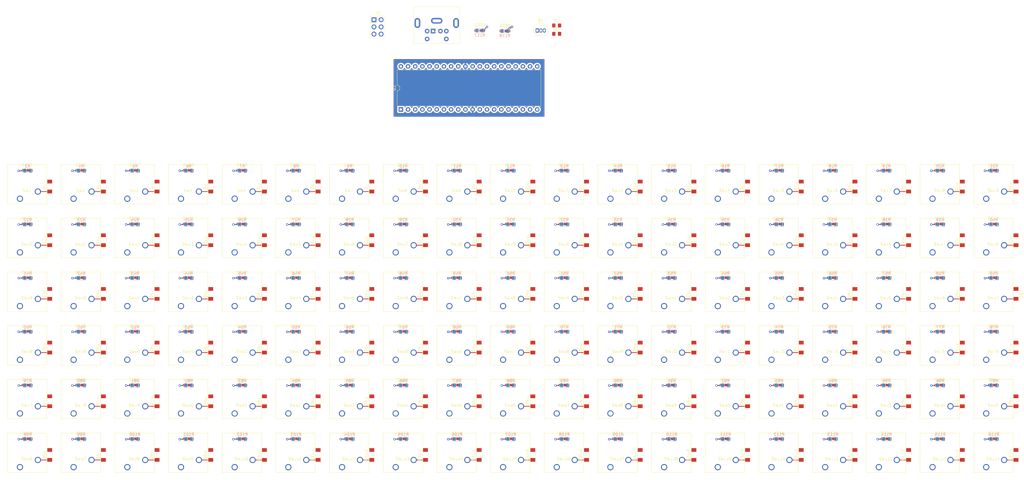
<source format=kicad_pcb>
(kicad_pcb (version 20171130) (host pcbnew "(5.1.5)-3")
  (layers (0 F.Cu signal) (31 B.Cu signal) (34 B.Paste user) (35 F.Paste user) (36 B.SilkS user) (37 F.SilkS user) (38 B.Mask user) (39 F.Mask user) (44 Edge.Cuts user))
  (net 0 "")
  (net 1 A)
  (net 2 B)
  (net 3 C)
  (net 4 D)
  (net 5 E)
  (net 6 F)
  (net 7 G)
  (net 8 H)
  (net 9 I)
  (net 10 J)
  (net 11 K)
  (net 12 L)
  (net 13 M)
  (net 14 P)
  (net 15 Q)
  (net 16 R)
  (net 17 S)
  (net 18 "Net-(D115-Pad2)")
  (net 19 "Net-(D115-Pad1)")
  (net 20 "Net-(D116-Pad2)")
  (net 21 "Net-(D117-Pad2)")
  (net 22 Earth)
  (net 23 "Net-(Q1-Pad2)")
  (net 24 /Counter2A-PWM)
  (net 25 5v)
  (net 26 /Data)
  (net 27 /Clk)
  (net 28 "Net-(D118-Pad2)")
  (net 29 "Net-(D119-Pad2)")
  (net 30 "Net-(D120-Pad2)")
  (net 31 "Net-(D121-Pad2)")
  (net 32 "Net-(D122-Pad2)")
  (net 33 "Net-(D123-Pad2)")
  (net 34 "Net-(D124-Pad2)")
  (net 35 "Net-(D125-Pad2)")
  (net 36 "Net-(D126-Pad2)")
  (net 37 "Net-(D127-Pad2)")
  (net 38 "Net-(D128-Pad2)")
  (net 39 "Net-(D129-Pad2)")
  (net 40 "Net-(D130-Pad2)")
  (net 41 "Net-(D131-Pad2)")
  (net 42 "Net-(D132-Pad2)")
  (net 43 "Net-(D133-Pad2)")
  (net 44 "Net-(D134-Pad2)")
  (net 45 "Net-(D135-Pad2)")
  (net 46 "Net-(D136-Pad2)")
  (net 47 "Net-(D137-Pad2)")
  (net 48 "Net-(D138-Pad2)")
  (net 49 "Net-(D139-Pad2)")
  (net 50 "Net-(D140-Pad2)")
  (net 51 "Net-(D141-Pad2)")
  (net 52 "Net-(D142-Pad2)")
  (net 53 "Net-(D143-Pad2)")
  (net 54 "Net-(D144-Pad2)")
  (net 55 "Net-(D145-Pad2)")
  (net 56 "Net-(D146-Pad2)")
  (net 57 "Net-(D147-Pad2)")
  (net 58 "Net-(D148-Pad2)")
  (net 59 "Net-(D149-Pad2)")
  (net 60 "Net-(D150-Pad2)")
  (net 61 "Net-(D151-Pad2)")
  (net 62 "Net-(D152-Pad2)")
  (net 63 "Net-(D153-Pad2)")
  (net 64 "Net-(D154-Pad2)")
  (net 65 "Net-(D155-Pad2)")
  (net 66 "Net-(D156-Pad2)")
  (net 67 "Net-(D157-Pad2)")
  (net 68 "Net-(D158-Pad2)")
  (net 69 "Net-(D159-Pad2)")
  (net 70 "Net-(D160-Pad2)")
  (net 71 "Net-(D161-Pad2)")
  (net 72 "Net-(D162-Pad2)")
  (net 73 "Net-(D163-Pad2)")
  (net 74 "Net-(D164-Pad2)")
  (net 75 "Net-(D165-Pad2)")
  (net 76 "Net-(D166-Pad2)")
  (net 77 "Net-(D167-Pad2)")
  (net 78 "Net-(D168-Pad2)")
  (net 79 "Net-(D169-Pad2)")
  (net 80 "Net-(D170-Pad2)")
  (net 81 "Net-(D171-Pad2)")
  (net 82 "Net-(D172-Pad2)")
  (net 83 "Net-(D173-Pad2)")
  (net 84 "Net-(D174-Pad2)")
  (net 85 "Net-(D175-Pad2)")
  (net 86 "Net-(D176-Pad2)")
  (net 87 "Net-(D177-Pad2)")
  (net 88 "Net-(D178-Pad2)")
  (net 89 "Net-(D179-Pad2)")
  (net 90 "Net-(D180-Pad2)")
  (net 91 "Net-(D181-Pad2)")
  (net 92 "Net-(D182-Pad2)")
  (net 93 "Net-(D183-Pad2)")
  (net 94 "Net-(D184-Pad2)")
  (net 95 "Net-(D185-Pad2)")
  (net 96 "Net-(D186-Pad2)")
  (net 97 "Net-(D187-Pad2)")
  (net 98 "Net-(D188-Pad2)")
  (net 99 "Net-(D189-Pad2)")
  (net 100 "Net-(D190-Pad2)")
  (net 101 "Net-(D191-Pad2)")
  (net 102 "Net-(D192-Pad2)")
  (net 103 "Net-(D193-Pad2)")
  (net 104 "Net-(D194-Pad2)")
  (net 105 "Net-(D195-Pad2)")
  (net 106 "Net-(D196-Pad2)")
  (net 107 "Net-(D197-Pad2)")
  (net 108 "Net-(D198-Pad2)")
  (net 109 "Net-(D199-Pad2)")
  (net 110 "Net-(D200-Pad2)")
  (net 111 "Net-(D201-Pad2)")
  (net 112 "Net-(D202-Pad2)")
  (net 113 "Net-(D203-Pad2)")
  (net 114 "Net-(D204-Pad2)")
  (net 115 "Net-(D205-Pad2)")
  (net 116 "Net-(D206-Pad2)")
  (net 117 "Net-(D207-Pad2)")
  (net 118 "Net-(D208-Pad2)")
  (net 119 "Net-(D209-Pad2)")
  (net 120 "Net-(D210-Pad2)")
  (net 121 "Net-(D211-Pad2)")
  (net 122 "Net-(D212-Pad2)")
  (net 123 "Net-(D213-Pad2)")
  (net 124 "Net-(D214-Pad2)")
  (net 125 "Net-(D215-Pad2)")
  (net 126 "Net-(D216-Pad2)")
  (net 127 "Net-(D217-Pad2)")
  (net 128 "Net-(D218-Pad2)")
  (net 129 "Net-(D219-Pad2)")
  (net 130 "Net-(D220-Pad2)")
  (net 131 "Net-(D221-Pad2)")
  (net 132 "Net-(D222-Pad2)")
  (net 133 "Net-(D223-Pad2)")
  (net 134 "Net-(D224-Pad2)")
  (net 135 "Net-(D225-Pad2)")
  (net 136 "Net-(D226-Pad2)")
  (net 137 "Net-(D227-Pad2)")
  (net 138 "Net-(D228-Pad2)")
  (net 139 "Net-(D229-Pad1)")
  (net 140 "Net-(D230-Pad1)")
  (net 141 "Net-(J1-Pad6)")
  (net 142 "Net-(J1-Pad2)")
  (net 143 "Net-(R117-Pad1)")
  (net 144 "Net-(R118-Pad1)")
  (net 145 MOSI)
  (net 146 MISO)
  (net 147 RESET)
  (net 148 1)
  (net 149 2)
  (net 150 3)
  (net 151 4)
  (net 152 5)
  (net 153 6)
  (net 154 "Net-(D1-Pad1)")
  (net 155 "Net-(D2-Pad1)")
  (net 156 "Net-(D3-Pad1)")
  (net 157 "Net-(D4-Pad1)")
  (net 158 "Net-(D5-Pad1)")
  (net 159 "Net-(D6-Pad1)")
  (net 160 "Net-(D7-Pad1)")
  (net 161 "Net-(D8-Pad1)")
  (net 162 "Net-(D9-Pad1)")
  (net 163 "Net-(D10-Pad1)")
  (net 164 "Net-(D11-Pad1)")
  (net 165 "Net-(D12-Pad1)")
  (net 166 "Net-(D13-Pad1)")
  (net 167 "Net-(D14-Pad1)")
  (net 168 "Net-(D15-Pad1)")
  (net 169 "Net-(D16-Pad1)")
  (net 170 "Net-(D17-Pad1)")
  (net 171 "Net-(D18-Pad1)")
  (net 172 "Net-(D19-Pad1)")
  (net 173 "Net-(D20-Pad1)")
  (net 174 "Net-(D21-Pad1)")
  (net 175 "Net-(D22-Pad1)")
  (net 176 "Net-(D23-Pad1)")
  (net 177 "Net-(D24-Pad1)")
  (net 178 "Net-(D25-Pad1)")
  (net 179 "Net-(D26-Pad1)")
  (net 180 "Net-(D27-Pad1)")
  (net 181 "Net-(D28-Pad1)")
  (net 182 "Net-(D29-Pad1)")
  (net 183 "Net-(D30-Pad1)")
  (net 184 "Net-(D31-Pad1)")
  (net 185 "Net-(D32-Pad1)")
  (net 186 "Net-(D33-Pad1)")
  (net 187 "Net-(D34-Pad1)")
  (net 188 "Net-(D35-Pad1)")
  (net 189 "Net-(D36-Pad1)")
  (net 190 "Net-(D37-Pad1)")
  (net 191 "Net-(D38-Pad1)")
  (net 192 "Net-(D39-Pad1)")
  (net 193 "Net-(D40-Pad1)")
  (net 194 "Net-(D41-Pad1)")
  (net 195 "Net-(D42-Pad1)")
  (net 196 "Net-(D43-Pad1)")
  (net 197 "Net-(D44-Pad1)")
  (net 198 "Net-(D45-Pad1)")
  (net 199 "Net-(D46-Pad1)")
  (net 200 "Net-(D47-Pad1)")
  (net 201 "Net-(D48-Pad1)")
  (net 202 "Net-(D49-Pad1)")
  (net 203 "Net-(D50-Pad1)")
  (net 204 "Net-(D51-Pad1)")
  (net 205 "Net-(D52-Pad1)")
  (net 206 "Net-(D53-Pad1)")
  (net 207 "Net-(D54-Pad1)")
  (net 208 "Net-(D55-Pad1)")
  (net 209 "Net-(D56-Pad1)")
  (net 210 "Net-(D57-Pad1)")
  (net 211 "Net-(D58-Pad1)")
  (net 212 "Net-(D59-Pad1)")
  (net 213 "Net-(D60-Pad1)")
  (net 214 "Net-(D61-Pad1)")
  (net 215 "Net-(D62-Pad1)")
  (net 216 "Net-(D63-Pad1)")
  (net 217 "Net-(D64-Pad1)")
  (net 218 "Net-(D65-Pad1)")
  (net 219 "Net-(D66-Pad1)")
  (net 220 "Net-(D67-Pad1)")
  (net 221 "Net-(D68-Pad1)")
  (net 222 "Net-(D69-Pad1)")
  (net 223 "Net-(D70-Pad1)")
  (net 224 "Net-(D71-Pad1)")
  (net 225 "Net-(D72-Pad1)")
  (net 226 "Net-(D73-Pad1)")
  (net 227 "Net-(D74-Pad1)")
  (net 228 "Net-(D75-Pad1)")
  (net 229 "Net-(D76-Pad1)")
  (net 230 "Net-(D77-Pad1)")
  (net 231 "Net-(D78-Pad1)")
  (net 232 "Net-(D79-Pad1)")
  (net 233 "Net-(D80-Pad1)")
  (net 234 "Net-(D81-Pad1)")
  (net 235 "Net-(D82-Pad1)")
  (net 236 "Net-(D83-Pad1)")
  (net 237 "Net-(D84-Pad1)")
  (net 238 "Net-(D85-Pad1)")
  (net 239 "Net-(D86-Pad1)")
  (net 240 "Net-(D87-Pad1)")
  (net 241 "Net-(D88-Pad1)")
  (net 242 "Net-(D89-Pad1)")
  (net 243 "Net-(D90-Pad1)")
  (net 244 "Net-(D91-Pad1)")
  (net 245 "Net-(D92-Pad1)")
  (net 246 "Net-(D93-Pad1)")
  (net 247 "Net-(D94-Pad1)")
  (net 248 "Net-(D95-Pad1)")
  (net 249 "Net-(D96-Pad1)")
  (net 250 "Net-(D97-Pad1)")
  (net 251 "Net-(D98-Pad1)")
  (net 252 "Net-(D99-Pad1)")
  (net 253 "Net-(D100-Pad1)")
  (net 254 "Net-(D101-Pad1)")
  (net 255 "Net-(D102-Pad1)")
  (net 256 "Net-(D103-Pad1)")
  (net 257 "Net-(D104-Pad1)")
  (net 258 "Net-(D105-Pad1)")
  (net 259 "Net-(D106-Pad1)")
  (net 260 "Net-(D107-Pad1)")
  (net 261 "Net-(D108-Pad1)")
  (net 262 "Net-(D109-Pad1)")
  (net 263 "Net-(D110-Pad1)")
  (net 264 "Net-(D111-Pad1)")
  (net 265 "Net-(D112-Pad1)")
  (net 266 "Net-(D113-Pad1)")
  (net 267 "Net-(D114-Pad1)")
  (module Diode_SMD:D_MiniMELF (layer F.Cu) (at 391.701 189.592 90)
    (fp_text reference D114 (at 0 -2 90) (layer F.SilkS))
    (fp_text value 1N4148)
    (pad 2 smd rect (at 1.75 0 90) (size 1.3 1.7) (layers F.Cu F.Paste F.Mask) (net 17 S))
    (pad 1 smd rect (at -1.75 0 90) (size 1.3 1.7) (layers F.Cu F.Paste F.Mask) (net 267 "Net-(D114-Pad1)"))
  )
  (module Diode_SMD:D_MiniMELF (layer F.Cu) (at 372.701 189.592 90)
    (fp_text reference D113 (at 0 -2 90) (layer F.SilkS))
    (fp_text value 1N4148)
    (pad 2 smd rect (at 1.75 0 90) (size 1.3 1.7) (layers F.Cu F.Paste F.Mask) (net 16 R))
    (pad 1 smd rect (at -1.75 0 90) (size 1.3 1.7) (layers F.Cu F.Paste F.Mask) (net 266 "Net-(D113-Pad1)"))
  )
  (module Diode_SMD:D_MiniMELF (layer F.Cu) (at 353.701 189.592 90)
    (fp_text reference D112 (at 0 -2 90) (layer F.SilkS))
    (fp_text value 1N4148)
    (pad 2 smd rect (at 1.75 0 90) (size 1.3 1.7) (layers F.Cu F.Paste F.Mask) (net 15 Q))
    (pad 1 smd rect (at -1.75 0 90) (size 1.3 1.7) (layers F.Cu F.Paste F.Mask) (net 265 "Net-(D112-Pad1)"))
  )
  (module Diode_SMD:D_MiniMELF (layer F.Cu) (at 334.701 189.592 90)
    (fp_text reference D111 (at 0 -2 90) (layer F.SilkS))
    (fp_text value 1N4148)
    (pad 2 smd rect (at 1.75 0 90) (size 1.3 1.7) (layers F.Cu F.Paste F.Mask) (net 14 P))
    (pad 1 smd rect (at -1.75 0 90) (size 1.3 1.7) (layers F.Cu F.Paste F.Mask) (net 264 "Net-(D111-Pad1)"))
  )
  (module Diode_SMD:D_MiniMELF (layer F.Cu) (at 315.701 189.592 90)
    (fp_text reference D110 (at 0 -2 90) (layer F.SilkS))
    (fp_text value 1N4148)
    (pad 2 smd rect (at 1.75 0 90) (size 1.3 1.7) (layers F.Cu F.Paste F.Mask) (net 146 MISO))
    (pad 1 smd rect (at -1.75 0 90) (size 1.3 1.7) (layers F.Cu F.Paste F.Mask) (net 263 "Net-(D110-Pad1)"))
  )
  (module Diode_SMD:D_MiniMELF (layer F.Cu) (at 296.701 189.592 90)
    (fp_text reference D109 (at 0 -2 90) (layer F.SilkS))
    (fp_text value 1N4148)
    (pad 2 smd rect (at 1.75 0 90) (size 1.3 1.7) (layers F.Cu F.Paste F.Mask) (net 145 MOSI))
    (pad 1 smd rect (at -1.75 0 90) (size 1.3 1.7) (layers F.Cu F.Paste F.Mask) (net 262 "Net-(D109-Pad1)"))
  )
  (module Diode_SMD:D_MiniMELF (layer F.Cu) (at 277.701 189.592 90)
    (fp_text reference D108 (at 0 -2 90) (layer F.SilkS))
    (fp_text value 1N4148)
    (pad 2 smd rect (at 1.75 0 90) (size 1.3 1.7) (layers F.Cu F.Paste F.Mask) (net 13 M))
    (pad 1 smd rect (at -1.75 0 90) (size 1.3 1.7) (layers F.Cu F.Paste F.Mask) (net 261 "Net-(D108-Pad1)"))
  )
  (module Diode_SMD:D_MiniMELF (layer F.Cu) (at 258.701 189.592 90)
    (fp_text reference D107 (at 0 -2 90) (layer F.SilkS))
    (fp_text value 1N4148)
    (pad 2 smd rect (at 1.75 0 90) (size 1.3 1.7) (layers F.Cu F.Paste F.Mask) (net 12 L))
    (pad 1 smd rect (at -1.75 0 90) (size 1.3 1.7) (layers F.Cu F.Paste F.Mask) (net 260 "Net-(D107-Pad1)"))
  )
  (module Diode_SMD:D_MiniMELF (layer F.Cu) (at 239.701 189.592 90)
    (fp_text reference D106 (at 0 -2 90) (layer F.SilkS))
    (fp_text value 1N4148)
    (pad 2 smd rect (at 1.75 0 90) (size 1.3 1.7) (layers F.Cu F.Paste F.Mask) (net 11 K))
    (pad 1 smd rect (at -1.75 0 90) (size 1.3 1.7) (layers F.Cu F.Paste F.Mask) (net 259 "Net-(D106-Pad1)"))
  )
  (module Diode_SMD:D_MiniMELF (layer F.Cu) (at 220.701 189.592 90)
    (fp_text reference D105 (at 0 -2 90) (layer F.SilkS))
    (fp_text value 1N4148)
    (pad 2 smd rect (at 1.75 0 90) (size 1.3 1.7) (layers F.Cu F.Paste F.Mask) (net 10 J))
    (pad 1 smd rect (at -1.75 0 90) (size 1.3 1.7) (layers F.Cu F.Paste F.Mask) (net 258 "Net-(D105-Pad1)"))
  )
  (module Diode_SMD:D_MiniMELF (layer F.Cu) (at 201.701 189.592 90)
    (fp_text reference D104 (at 0 -2 90) (layer F.SilkS))
    (fp_text value 1N4148)
    (pad 2 smd rect (at 1.75 0 90) (size 1.3 1.7) (layers F.Cu F.Paste F.Mask) (net 9 I))
    (pad 1 smd rect (at -1.75 0 90) (size 1.3 1.7) (layers F.Cu F.Paste F.Mask) (net 257 "Net-(D104-Pad1)"))
  )
  (module Diode_SMD:D_MiniMELF (layer F.Cu) (at 182.701 189.592 90)
    (fp_text reference D103 (at 0 -2 90) (layer F.SilkS))
    (fp_text value 1N4148)
    (pad 2 smd rect (at 1.75 0 90) (size 1.3 1.7) (layers F.Cu F.Paste F.Mask) (net 8 H))
    (pad 1 smd rect (at -1.75 0 90) (size 1.3 1.7) (layers F.Cu F.Paste F.Mask) (net 256 "Net-(D103-Pad1)"))
  )
  (module Diode_SMD:D_MiniMELF (layer F.Cu) (at 163.701 189.592 90)
    (fp_text reference D102 (at 0 -2 90) (layer F.SilkS))
    (fp_text value 1N4148)
    (pad 2 smd rect (at 1.75 0 90) (size 1.3 1.7) (layers F.Cu F.Paste F.Mask) (net 7 G))
    (pad 1 smd rect (at -1.75 0 90) (size 1.3 1.7) (layers F.Cu F.Paste F.Mask) (net 255 "Net-(D102-Pad1)"))
  )
  (module Diode_SMD:D_MiniMELF (layer F.Cu) (at 144.701 189.592 90)
    (fp_text reference D101 (at 0 -2 90) (layer F.SilkS))
    (fp_text value 1N4148)
    (pad 2 smd rect (at 1.75 0 90) (size 1.3 1.7) (layers F.Cu F.Paste F.Mask) (net 6 F))
    (pad 1 smd rect (at -1.75 0 90) (size 1.3 1.7) (layers F.Cu F.Paste F.Mask) (net 254 "Net-(D101-Pad1)"))
  )
  (module Diode_SMD:D_MiniMELF (layer F.Cu) (at 125.701 189.592 90)
    (fp_text reference D100 (at 0 -2 90) (layer F.SilkS))
    (fp_text value 1N4148)
    (pad 2 smd rect (at 1.75 0 90) (size 1.3 1.7) (layers F.Cu F.Paste F.Mask) (net 5 E))
    (pad 1 smd rect (at -1.75 0 90) (size 1.3 1.7) (layers F.Cu F.Paste F.Mask) (net 253 "Net-(D100-Pad1)"))
  )
  (module Diode_SMD:D_MiniMELF (layer F.Cu) (at 106.701 189.592 90)
    (fp_text reference D99 (at 0 -2 90) (layer F.SilkS))
    (fp_text value 1N4148)
    (pad 2 smd rect (at 1.75 0 90) (size 1.3 1.7) (layers F.Cu F.Paste F.Mask) (net 4 D))
    (pad 1 smd rect (at -1.75 0 90) (size 1.3 1.7) (layers F.Cu F.Paste F.Mask) (net 252 "Net-(D99-Pad1)"))
  )
  (module Diode_SMD:D_MiniMELF (layer F.Cu) (at 87.701 189.592 90)
    (fp_text reference D98 (at 0 -2 90) (layer F.SilkS))
    (fp_text value 1N4148)
    (pad 2 smd rect (at 1.75 0 90) (size 1.3 1.7) (layers F.Cu F.Paste F.Mask) (net 3 C))
    (pad 1 smd rect (at -1.75 0 90) (size 1.3 1.7) (layers F.Cu F.Paste F.Mask) (net 251 "Net-(D98-Pad1)"))
  )
  (module Diode_SMD:D_MiniMELF (layer F.Cu) (at 68.701 189.592 90)
    (fp_text reference D97 (at 0 -2 90) (layer F.SilkS))
    (fp_text value 1N4148)
    (pad 2 smd rect (at 1.75 0 90) (size 1.3 1.7) (layers F.Cu F.Paste F.Mask) (net 2 B))
    (pad 1 smd rect (at -1.75 0 90) (size 1.3 1.7) (layers F.Cu F.Paste F.Mask) (net 250 "Net-(D97-Pad1)"))
  )
  (module Diode_SMD:D_MiniMELF (layer F.Cu) (at 49.701 189.592 90)
    (fp_text reference D96 (at 0 -2 90) (layer F.SilkS))
    (fp_text value 1N4148)
    (pad 2 smd rect (at 1.75 0 90) (size 1.3 1.7) (layers F.Cu F.Paste F.Mask) (net 1 A))
    (pad 1 smd rect (at -1.75 0 90) (size 1.3 1.7) (layers F.Cu F.Paste F.Mask) (net 249 "Net-(D96-Pad1)"))
  )
  (module Diode_SMD:D_MiniMELF (layer F.Cu) (at 391.701 170.592 90)
    (fp_text reference D95 (at 0 -2 90) (layer F.SilkS))
    (fp_text value 1N4148)
    (pad 2 smd rect (at 1.75 0 90) (size 1.3 1.7) (layers F.Cu F.Paste F.Mask) (net 17 S))
    (pad 1 smd rect (at -1.75 0 90) (size 1.3 1.7) (layers F.Cu F.Paste F.Mask) (net 248 "Net-(D95-Pad1)"))
  )
  (module Diode_SMD:D_MiniMELF (layer F.Cu) (at 372.701 170.592 90)
    (fp_text reference D94 (at 0 -2 90) (layer F.SilkS))
    (fp_text value 1N4148)
    (pad 2 smd rect (at 1.75 0 90) (size 1.3 1.7) (layers F.Cu F.Paste F.Mask) (net 16 R))
    (pad 1 smd rect (at -1.75 0 90) (size 1.3 1.7) (layers F.Cu F.Paste F.Mask) (net 247 "Net-(D94-Pad1)"))
  )
  (module Diode_SMD:D_MiniMELF (layer F.Cu) (at 353.701 170.592 90)
    (fp_text reference D93 (at 0 -2 90) (layer F.SilkS))
    (fp_text value 1N4148)
    (pad 2 smd rect (at 1.75 0 90) (size 1.3 1.7) (layers F.Cu F.Paste F.Mask) (net 15 Q))
    (pad 1 smd rect (at -1.75 0 90) (size 1.3 1.7) (layers F.Cu F.Paste F.Mask) (net 246 "Net-(D93-Pad1)"))
  )
  (module Diode_SMD:D_MiniMELF (layer F.Cu) (at 334.701 170.592 90)
    (fp_text reference D92 (at 0 -2 90) (layer F.SilkS))
    (fp_text value 1N4148)
    (pad 2 smd rect (at 1.75 0 90) (size 1.3 1.7) (layers F.Cu F.Paste F.Mask) (net 14 P))
    (pad 1 smd rect (at -1.75 0 90) (size 1.3 1.7) (layers F.Cu F.Paste F.Mask) (net 245 "Net-(D92-Pad1)"))
  )
  (module Diode_SMD:D_MiniMELF (layer F.Cu) (at 315.701 170.592 90)
    (fp_text reference D91 (at 0 -2 90) (layer F.SilkS))
    (fp_text value 1N4148)
    (pad 2 smd rect (at 1.75 0 90) (size 1.3 1.7) (layers F.Cu F.Paste F.Mask) (net 146 MISO))
    (pad 1 smd rect (at -1.75 0 90) (size 1.3 1.7) (layers F.Cu F.Paste F.Mask) (net 244 "Net-(D91-Pad1)"))
  )
  (module Diode_SMD:D_MiniMELF (layer F.Cu) (at 296.701 170.592 90)
    (fp_text reference D90 (at 0 -2 90) (layer F.SilkS))
    (fp_text value 1N4148)
    (pad 2 smd rect (at 1.75 0 90) (size 1.3 1.7) (layers F.Cu F.Paste F.Mask) (net 145 MOSI))
    (pad 1 smd rect (at -1.75 0 90) (size 1.3 1.7) (layers F.Cu F.Paste F.Mask) (net 243 "Net-(D90-Pad1)"))
  )
  (module Diode_SMD:D_MiniMELF (layer F.Cu) (at 277.701 170.592 90)
    (fp_text reference D89 (at 0 -2 90) (layer F.SilkS))
    (fp_text value 1N4148)
    (pad 2 smd rect (at 1.75 0 90) (size 1.3 1.7) (layers F.Cu F.Paste F.Mask) (net 13 M))
    (pad 1 smd rect (at -1.75 0 90) (size 1.3 1.7) (layers F.Cu F.Paste F.Mask) (net 242 "Net-(D89-Pad1)"))
  )
  (module Diode_SMD:D_MiniMELF (layer F.Cu) (at 258.701 170.592 90)
    (fp_text reference D88 (at 0 -2 90) (layer F.SilkS))
    (fp_text value 1N4148)
    (pad 2 smd rect (at 1.75 0 90) (size 1.3 1.7) (layers F.Cu F.Paste F.Mask) (net 12 L))
    (pad 1 smd rect (at -1.75 0 90) (size 1.3 1.7) (layers F.Cu F.Paste F.Mask) (net 241 "Net-(D88-Pad1)"))
  )
  (module Diode_SMD:D_MiniMELF (layer F.Cu) (at 239.701 170.592 90)
    (fp_text reference D87 (at 0 -2 90) (layer F.SilkS))
    (fp_text value 1N4148)
    (pad 2 smd rect (at 1.75 0 90) (size 1.3 1.7) (layers F.Cu F.Paste F.Mask) (net 11 K))
    (pad 1 smd rect (at -1.75 0 90) (size 1.3 1.7) (layers F.Cu F.Paste F.Mask) (net 240 "Net-(D87-Pad1)"))
  )
  (module Diode_SMD:D_MiniMELF (layer F.Cu) (at 220.701 170.592 90)
    (fp_text reference D86 (at 0 -2 90) (layer F.SilkS))
    (fp_text value 1N4148)
    (pad 2 smd rect (at 1.75 0 90) (size 1.3 1.7) (layers F.Cu F.Paste F.Mask) (net 10 J))
    (pad 1 smd rect (at -1.75 0 90) (size 1.3 1.7) (layers F.Cu F.Paste F.Mask) (net 239 "Net-(D86-Pad1)"))
  )
  (module Diode_SMD:D_MiniMELF (layer F.Cu) (at 201.701 170.592 90)
    (fp_text reference D85 (at 0 -2 90) (layer F.SilkS))
    (fp_text value 1N4148)
    (pad 2 smd rect (at 1.75 0 90) (size 1.3 1.7) (layers F.Cu F.Paste F.Mask) (net 9 I))
    (pad 1 smd rect (at -1.75 0 90) (size 1.3 1.7) (layers F.Cu F.Paste F.Mask) (net 238 "Net-(D85-Pad1)"))
  )
  (module Diode_SMD:D_MiniMELF (layer F.Cu) (at 182.701 170.592 90)
    (fp_text reference D84 (at 0 -2 90) (layer F.SilkS))
    (fp_text value 1N4148)
    (pad 2 smd rect (at 1.75 0 90) (size 1.3 1.7) (layers F.Cu F.Paste F.Mask) (net 8 H))
    (pad 1 smd rect (at -1.75 0 90) (size 1.3 1.7) (layers F.Cu F.Paste F.Mask) (net 237 "Net-(D84-Pad1)"))
  )
  (module Diode_SMD:D_MiniMELF (layer F.Cu) (at 163.701 170.592 90)
    (fp_text reference D83 (at 0 -2 90) (layer F.SilkS))
    (fp_text value 1N4148)
    (pad 2 smd rect (at 1.75 0 90) (size 1.3 1.7) (layers F.Cu F.Paste F.Mask) (net 7 G))
    (pad 1 smd rect (at -1.75 0 90) (size 1.3 1.7) (layers F.Cu F.Paste F.Mask) (net 236 "Net-(D83-Pad1)"))
  )
  (module Diode_SMD:D_MiniMELF (layer F.Cu) (at 144.701 170.592 90)
    (fp_text reference D82 (at 0 -2 90) (layer F.SilkS))
    (fp_text value 1N4148)
    (pad 2 smd rect (at 1.75 0 90) (size 1.3 1.7) (layers F.Cu F.Paste F.Mask) (net 6 F))
    (pad 1 smd rect (at -1.75 0 90) (size 1.3 1.7) (layers F.Cu F.Paste F.Mask) (net 235 "Net-(D82-Pad1)"))
  )
  (module Diode_SMD:D_MiniMELF (layer F.Cu) (at 125.701 170.592 90)
    (fp_text reference D81 (at 0 -2 90) (layer F.SilkS))
    (fp_text value 1N4148)
    (pad 2 smd rect (at 1.75 0 90) (size 1.3 1.7) (layers F.Cu F.Paste F.Mask) (net 5 E))
    (pad 1 smd rect (at -1.75 0 90) (size 1.3 1.7) (layers F.Cu F.Paste F.Mask) (net 234 "Net-(D81-Pad1)"))
  )
  (module Diode_SMD:D_MiniMELF (layer F.Cu) (at 106.701 170.592 90)
    (fp_text reference D80 (at 0 -2 90) (layer F.SilkS))
    (fp_text value 1N4148)
    (pad 2 smd rect (at 1.75 0 90) (size 1.3 1.7) (layers F.Cu F.Paste F.Mask) (net 4 D))
    (pad 1 smd rect (at -1.75 0 90) (size 1.3 1.7) (layers F.Cu F.Paste F.Mask) (net 233 "Net-(D80-Pad1)"))
  )
  (module Diode_SMD:D_MiniMELF (layer F.Cu) (at 87.701 170.592 90)
    (fp_text reference D79 (at 0 -2 90) (layer F.SilkS))
    (fp_text value 1N4148)
    (pad 2 smd rect (at 1.75 0 90) (size 1.3 1.7) (layers F.Cu F.Paste F.Mask) (net 3 C))
    (pad 1 smd rect (at -1.75 0 90) (size 1.3 1.7) (layers F.Cu F.Paste F.Mask) (net 232 "Net-(D79-Pad1)"))
  )
  (module Diode_SMD:D_MiniMELF (layer F.Cu) (at 68.701 170.592 90)
    (fp_text reference D78 (at 0 -2 90) (layer F.SilkS))
    (fp_text value 1N4148)
    (pad 2 smd rect (at 1.75 0 90) (size 1.3 1.7) (layers F.Cu F.Paste F.Mask) (net 2 B))
    (pad 1 smd rect (at -1.75 0 90) (size 1.3 1.7) (layers F.Cu F.Paste F.Mask) (net 231 "Net-(D78-Pad1)"))
  )
  (module Diode_SMD:D_MiniMELF (layer F.Cu) (at 49.701 170.592 90)
    (fp_text reference D77 (at 0 -2 90) (layer F.SilkS))
    (fp_text value 1N4148)
    (pad 2 smd rect (at 1.75 0 90) (size 1.3 1.7) (layers F.Cu F.Paste F.Mask) (net 1 A))
    (pad 1 smd rect (at -1.75 0 90) (size 1.3 1.7) (layers F.Cu F.Paste F.Mask) (net 230 "Net-(D77-Pad1)"))
  )
  (module Diode_SMD:D_MiniMELF (layer F.Cu) (at 391.701 151.592 90)
    (fp_text reference D76 (at 0 -2 90) (layer F.SilkS))
    (fp_text value 1N4148)
    (pad 2 smd rect (at 1.75 0 90) (size 1.3 1.7) (layers F.Cu F.Paste F.Mask) (net 17 S))
    (pad 1 smd rect (at -1.75 0 90) (size 1.3 1.7) (layers F.Cu F.Paste F.Mask) (net 229 "Net-(D76-Pad1)"))
  )
  (module Diode_SMD:D_MiniMELF (layer F.Cu) (at 372.701 151.592 90)
    (fp_text reference D75 (at 0 -2 90) (layer F.SilkS))
    (fp_text value 1N4148)
    (pad 2 smd rect (at 1.75 0 90) (size 1.3 1.7) (layers F.Cu F.Paste F.Mask) (net 16 R))
    (pad 1 smd rect (at -1.75 0 90) (size 1.3 1.7) (layers F.Cu F.Paste F.Mask) (net 228 "Net-(D75-Pad1)"))
  )
  (module Diode_SMD:D_MiniMELF (layer F.Cu) (at 353.701 151.592 90)
    (fp_text reference D74 (at 0 -2 90) (layer F.SilkS))
    (fp_text value 1N4148)
    (pad 2 smd rect (at 1.75 0 90) (size 1.3 1.7) (layers F.Cu F.Paste F.Mask) (net 15 Q))
    (pad 1 smd rect (at -1.75 0 90) (size 1.3 1.7) (layers F.Cu F.Paste F.Mask) (net 227 "Net-(D74-Pad1)"))
  )
  (module Diode_SMD:D_MiniMELF (layer F.Cu) (at 334.701 151.592 90)
    (fp_text reference D73 (at 0 -2 90) (layer F.SilkS))
    (fp_text value 1N4148)
    (pad 2 smd rect (at 1.75 0 90) (size 1.3 1.7) (layers F.Cu F.Paste F.Mask) (net 14 P))
    (pad 1 smd rect (at -1.75 0 90) (size 1.3 1.7) (layers F.Cu F.Paste F.Mask) (net 226 "Net-(D73-Pad1)"))
  )
  (module Diode_SMD:D_MiniMELF (layer F.Cu) (at 315.701 151.592 90)
    (fp_text reference D72 (at 0 -2 90) (layer F.SilkS))
    (fp_text value 1N4148)
    (pad 2 smd rect (at 1.75 0 90) (size 1.3 1.7) (layers F.Cu F.Paste F.Mask) (net 146 MISO))
    (pad 1 smd rect (at -1.75 0 90) (size 1.3 1.7) (layers F.Cu F.Paste F.Mask) (net 225 "Net-(D72-Pad1)"))
  )
  (module Diode_SMD:D_MiniMELF (layer F.Cu) (at 296.701 151.592 90)
    (fp_text reference D71 (at 0 -2 90) (layer F.SilkS))
    (fp_text value 1N4148)
    (pad 2 smd rect (at 1.75 0 90) (size 1.3 1.7) (layers F.Cu F.Paste F.Mask) (net 145 MOSI))
    (pad 1 smd rect (at -1.75 0 90) (size 1.3 1.7) (layers F.Cu F.Paste F.Mask) (net 224 "Net-(D71-Pad1)"))
  )
  (module Diode_SMD:D_MiniMELF (layer F.Cu) (at 277.701 151.592 90)
    (fp_text reference D70 (at 0 -2 90) (layer F.SilkS))
    (fp_text value 1N4148)
    (pad 2 smd rect (at 1.75 0 90) (size 1.3 1.7) (layers F.Cu F.Paste F.Mask) (net 13 M))
    (pad 1 smd rect (at -1.75 0 90) (size 1.3 1.7) (layers F.Cu F.Paste F.Mask) (net 223 "Net-(D70-Pad1)"))
  )
  (module Diode_SMD:D_MiniMELF (layer F.Cu) (at 258.701 151.592 90)
    (fp_text reference D69 (at 0 -2 90) (layer F.SilkS))
    (fp_text value 1N4148)
    (pad 2 smd rect (at 1.75 0 90) (size 1.3 1.7) (layers F.Cu F.Paste F.Mask) (net 12 L))
    (pad 1 smd rect (at -1.75 0 90) (size 1.3 1.7) (layers F.Cu F.Paste F.Mask) (net 222 "Net-(D69-Pad1)"))
  )
  (module Diode_SMD:D_MiniMELF (layer F.Cu) (at 239.701 151.592 90)
    (fp_text reference D68 (at 0 -2 90) (layer F.SilkS))
    (fp_text value 1N4148)
    (pad 2 smd rect (at 1.75 0 90) (size 1.3 1.7) (layers F.Cu F.Paste F.Mask) (net 11 K))
    (pad 1 smd rect (at -1.75 0 90) (size 1.3 1.7) (layers F.Cu F.Paste F.Mask) (net 221 "Net-(D68-Pad1)"))
  )
  (module Diode_SMD:D_MiniMELF (layer F.Cu) (at 220.701 151.592 90)
    (fp_text reference D67 (at 0 -2 90) (layer F.SilkS))
    (fp_text value 1N4148)
    (pad 2 smd rect (at 1.75 0 90) (size 1.3 1.7) (layers F.Cu F.Paste F.Mask) (net 10 J))
    (pad 1 smd rect (at -1.75 0 90) (size 1.3 1.7) (layers F.Cu F.Paste F.Mask) (net 220 "Net-(D67-Pad1)"))
  )
  (module Diode_SMD:D_MiniMELF (layer F.Cu) (at 201.701 151.592 90)
    (fp_text reference D66 (at 0 -2 90) (layer F.SilkS))
    (fp_text value 1N4148)
    (pad 2 smd rect (at 1.75 0 90) (size 1.3 1.7) (layers F.Cu F.Paste F.Mask) (net 9 I))
    (pad 1 smd rect (at -1.75 0 90) (size 1.3 1.7) (layers F.Cu F.Paste F.Mask) (net 219 "Net-(D66-Pad1)"))
  )
  (module Diode_SMD:D_MiniMELF (layer F.Cu) (at 182.701 151.592 90)
    (fp_text reference D65 (at 0 -2 90) (layer F.SilkS))
    (fp_text value 1N4148)
    (pad 2 smd rect (at 1.75 0 90) (size 1.3 1.7) (layers F.Cu F.Paste F.Mask) (net 8 H))
    (pad 1 smd rect (at -1.75 0 90) (size 1.3 1.7) (layers F.Cu F.Paste F.Mask) (net 218 "Net-(D65-Pad1)"))
  )
  (module Diode_SMD:D_MiniMELF (layer F.Cu) (at 163.701 151.592 90)
    (fp_text reference D64 (at 0 -2 90) (layer F.SilkS))
    (fp_text value 1N4148)
    (pad 2 smd rect (at 1.75 0 90) (size 1.3 1.7) (layers F.Cu F.Paste F.Mask) (net 7 G))
    (pad 1 smd rect (at -1.75 0 90) (size 1.3 1.7) (layers F.Cu F.Paste F.Mask) (net 217 "Net-(D64-Pad1)"))
  )
  (module Diode_SMD:D_MiniMELF (layer F.Cu) (at 144.701 151.592 90)
    (fp_text reference D63 (at 0 -2 90) (layer F.SilkS))
    (fp_text value 1N4148)
    (pad 2 smd rect (at 1.75 0 90) (size 1.3 1.7) (layers F.Cu F.Paste F.Mask) (net 6 F))
    (pad 1 smd rect (at -1.75 0 90) (size 1.3 1.7) (layers F.Cu F.Paste F.Mask) (net 216 "Net-(D63-Pad1)"))
  )
  (module Diode_SMD:D_MiniMELF (layer F.Cu) (at 125.701 151.592 90)
    (fp_text reference D62 (at 0 -2 90) (layer F.SilkS))
    (fp_text value 1N4148)
    (pad 2 smd rect (at 1.75 0 90) (size 1.3 1.7) (layers F.Cu F.Paste F.Mask) (net 5 E))
    (pad 1 smd rect (at -1.75 0 90) (size 1.3 1.7) (layers F.Cu F.Paste F.Mask) (net 215 "Net-(D62-Pad1)"))
  )
  (module Diode_SMD:D_MiniMELF (layer F.Cu) (at 106.701 151.592 90)
    (fp_text reference D61 (at 0 -2 90) (layer F.SilkS))
    (fp_text value 1N4148)
    (pad 2 smd rect (at 1.75 0 90) (size 1.3 1.7) (layers F.Cu F.Paste F.Mask) (net 4 D))
    (pad 1 smd rect (at -1.75 0 90) (size 1.3 1.7) (layers F.Cu F.Paste F.Mask) (net 214 "Net-(D61-Pad1)"))
  )
  (module Diode_SMD:D_MiniMELF (layer F.Cu) (at 87.701 151.592 90)
    (fp_text reference D60 (at 0 -2 90) (layer F.SilkS))
    (fp_text value 1N4148)
    (pad 2 smd rect (at 1.75 0 90) (size 1.3 1.7) (layers F.Cu F.Paste F.Mask) (net 3 C))
    (pad 1 smd rect (at -1.75 0 90) (size 1.3 1.7) (layers F.Cu F.Paste F.Mask) (net 213 "Net-(D60-Pad1)"))
  )
  (module Diode_SMD:D_MiniMELF (layer F.Cu) (at 68.701 151.592 90)
    (fp_text reference D59 (at 0 -2 90) (layer F.SilkS))
    (fp_text value 1N4148)
    (pad 2 smd rect (at 1.75 0 90) (size 1.3 1.7) (layers F.Cu F.Paste F.Mask) (net 2 B))
    (pad 1 smd rect (at -1.75 0 90) (size 1.3 1.7) (layers F.Cu F.Paste F.Mask) (net 212 "Net-(D59-Pad1)"))
  )
  (module Diode_SMD:D_MiniMELF (layer F.Cu) (at 49.701 151.592 90)
    (fp_text reference D58 (at 0 -2 90) (layer F.SilkS))
    (fp_text value 1N4148)
    (pad 2 smd rect (at 1.75 0 90) (size 1.3 1.7) (layers F.Cu F.Paste F.Mask) (net 1 A))
    (pad 1 smd rect (at -1.75 0 90) (size 1.3 1.7) (layers F.Cu F.Paste F.Mask) (net 211 "Net-(D58-Pad1)"))
  )
  (module Diode_SMD:D_MiniMELF (layer F.Cu) (at 391.701 132.592 270)
    (fp_text reference D57 (at 0 -2 90) (layer F.SilkS))
    (fp_text value 1N4148)
    (pad 2 smd rect (at 1.75 0 270) (size 1.3 1.7) (layers F.Cu F.Paste F.Mask) (net 17 S))
    (pad 1 smd rect (at -1.75 0 270) (size 1.3 1.7) (layers F.Cu F.Paste F.Mask) (net 210 "Net-(D57-Pad1)"))
  )
  (module Diode_SMD:D_MiniMELF (layer F.Cu) (at 372.701 132.592 90)
    (fp_text reference D56 (at 0 -2 90) (layer F.SilkS))
    (fp_text value 1N4148)
    (pad 2 smd rect (at 1.75 0 90) (size 1.3 1.7) (layers F.Cu F.Paste F.Mask) (net 16 R))
    (pad 1 smd rect (at -1.75 0 90) (size 1.3 1.7) (layers F.Cu F.Paste F.Mask) (net 209 "Net-(D56-Pad1)"))
  )
  (module Diode_SMD:D_MiniMELF (layer F.Cu) (at 353.701 132.592 90)
    (fp_text reference D55 (at 0 -2 90) (layer F.SilkS))
    (fp_text value 1N4148)
    (pad 2 smd rect (at 1.75 0 90) (size 1.3 1.7) (layers F.Cu F.Paste F.Mask) (net 15 Q))
    (pad 1 smd rect (at -1.75 0 90) (size 1.3 1.7) (layers F.Cu F.Paste F.Mask) (net 208 "Net-(D55-Pad1)"))
  )
  (module Diode_SMD:D_MiniMELF (layer F.Cu) (at 334.701 132.592 90)
    (fp_text reference D54 (at 0 -2 90) (layer F.SilkS))
    (fp_text value 1N4148)
    (pad 2 smd rect (at 1.75 0 90) (size 1.3 1.7) (layers F.Cu F.Paste F.Mask) (net 14 P))
    (pad 1 smd rect (at -1.75 0 90) (size 1.3 1.7) (layers F.Cu F.Paste F.Mask) (net 207 "Net-(D54-Pad1)"))
  )
  (module Diode_SMD:D_MiniMELF (layer F.Cu) (at 315.701 132.592 90)
    (fp_text reference D53 (at 0 -2 90) (layer F.SilkS))
    (fp_text value 1N4148)
    (pad 2 smd rect (at 1.75 0 90) (size 1.3 1.7) (layers F.Cu F.Paste F.Mask) (net 146 MISO))
    (pad 1 smd rect (at -1.75 0 90) (size 1.3 1.7) (layers F.Cu F.Paste F.Mask) (net 206 "Net-(D53-Pad1)"))
  )
  (module Diode_SMD:D_MiniMELF (layer F.Cu) (at 296.701 132.592 90)
    (fp_text reference D52 (at 0 -2 90) (layer F.SilkS))
    (fp_text value 1N4148)
    (pad 2 smd rect (at 1.75 0 90) (size 1.3 1.7) (layers F.Cu F.Paste F.Mask) (net 145 MOSI))
    (pad 1 smd rect (at -1.75 0 90) (size 1.3 1.7) (layers F.Cu F.Paste F.Mask) (net 205 "Net-(D52-Pad1)"))
  )
  (module Diode_SMD:D_MiniMELF (layer F.Cu) (at 277.701 132.592 90)
    (fp_text reference D51 (at 0 -2 90) (layer F.SilkS))
    (fp_text value 1N4148)
    (pad 2 smd rect (at 1.75 0 90) (size 1.3 1.7) (layers F.Cu F.Paste F.Mask) (net 13 M))
    (pad 1 smd rect (at -1.75 0 90) (size 1.3 1.7) (layers F.Cu F.Paste F.Mask) (net 204 "Net-(D51-Pad1)"))
  )
  (module Diode_SMD:D_MiniMELF (layer F.Cu) (at 258.701 132.592 90)
    (fp_text reference D50 (at 0 -2 90) (layer F.SilkS))
    (fp_text value 1N4148)
    (pad 2 smd rect (at 1.75 0 90) (size 1.3 1.7) (layers F.Cu F.Paste F.Mask) (net 12 L))
    (pad 1 smd rect (at -1.75 0 90) (size 1.3 1.7) (layers F.Cu F.Paste F.Mask) (net 203 "Net-(D50-Pad1)"))
  )
  (module Diode_SMD:D_MiniMELF (layer F.Cu) (at 239.701 132.592 90)
    (fp_text reference D49 (at 0 -2 90) (layer F.SilkS))
    (fp_text value 1N4148)
    (pad 2 smd rect (at 1.75 0 90) (size 1.3 1.7) (layers F.Cu F.Paste F.Mask) (net 11 K))
    (pad 1 smd rect (at -1.75 0 90) (size 1.3 1.7) (layers F.Cu F.Paste F.Mask) (net 202 "Net-(D49-Pad1)"))
  )
  (module Diode_SMD:D_MiniMELF (layer F.Cu) (at 220.701 132.592 90)
    (fp_text reference D48 (at 0 -2 90) (layer F.SilkS))
    (fp_text value 1N4148)
    (pad 2 smd rect (at 1.75 0 90) (size 1.3 1.7) (layers F.Cu F.Paste F.Mask) (net 10 J))
    (pad 1 smd rect (at -1.75 0 90) (size 1.3 1.7) (layers F.Cu F.Paste F.Mask) (net 201 "Net-(D48-Pad1)"))
  )
  (module Diode_SMD:D_MiniMELF (layer F.Cu) (at 201.701 132.592 90)
    (fp_text reference D47 (at 0 -2 90) (layer F.SilkS))
    (fp_text value 1N4148)
    (pad 2 smd rect (at 1.75 0 90) (size 1.3 1.7) (layers F.Cu F.Paste F.Mask) (net 9 I))
    (pad 1 smd rect (at -1.75 0 90) (size 1.3 1.7) (layers F.Cu F.Paste F.Mask) (net 200 "Net-(D47-Pad1)"))
  )
  (module Diode_SMD:D_MiniMELF (layer F.Cu) (at 182.701 132.592 90)
    (fp_text reference D46 (at 0 -2 90) (layer F.SilkS))
    (fp_text value 1N4148)
    (pad 2 smd rect (at 1.75 0 90) (size 1.3 1.7) (layers F.Cu F.Paste F.Mask) (net 8 H))
    (pad 1 smd rect (at -1.75 0 90) (size 1.3 1.7) (layers F.Cu F.Paste F.Mask) (net 199 "Net-(D46-Pad1)"))
  )
  (module Diode_SMD:D_MiniMELF (layer F.Cu) (at 163.701 132.592 90)
    (fp_text reference D45 (at 0 -2 90) (layer F.SilkS))
    (fp_text value 1N4148)
    (pad 2 smd rect (at 1.75 0 90) (size 1.3 1.7) (layers F.Cu F.Paste F.Mask) (net 7 G))
    (pad 1 smd rect (at -1.75 0 90) (size 1.3 1.7) (layers F.Cu F.Paste F.Mask) (net 198 "Net-(D45-Pad1)"))
  )
  (module Diode_SMD:D_MiniMELF (layer F.Cu) (at 144.701 132.592 90)
    (fp_text reference D44 (at 0 -2 90) (layer F.SilkS))
    (fp_text value 1N4148)
    (pad 2 smd rect (at 1.75 0 90) (size 1.3 1.7) (layers F.Cu F.Paste F.Mask) (net 6 F))
    (pad 1 smd rect (at -1.75 0 90) (size 1.3 1.7) (layers F.Cu F.Paste F.Mask) (net 197 "Net-(D44-Pad1)"))
  )
  (module Diode_SMD:D_MiniMELF (layer F.Cu) (at 125.701 132.592 90)
    (fp_text reference D43 (at 0 -2 90) (layer F.SilkS))
    (fp_text value 1N4148)
    (pad 2 smd rect (at 1.75 0 90) (size 1.3 1.7) (layers F.Cu F.Paste F.Mask) (net 5 E))
    (pad 1 smd rect (at -1.75 0 90) (size 1.3 1.7) (layers F.Cu F.Paste F.Mask) (net 196 "Net-(D43-Pad1)"))
  )
  (module Diode_SMD:D_MiniMELF (layer F.Cu) (at 106.701 132.592 90)
    (fp_text reference D42 (at 0 -2 90) (layer F.SilkS))
    (fp_text value 1N4148)
    (pad 2 smd rect (at 1.75 0 90) (size 1.3 1.7) (layers F.Cu F.Paste F.Mask) (net 4 D))
    (pad 1 smd rect (at -1.75 0 90) (size 1.3 1.7) (layers F.Cu F.Paste F.Mask) (net 195 "Net-(D42-Pad1)"))
  )
  (module Diode_SMD:D_MiniMELF (layer F.Cu) (at 87.701 132.592 90)
    (fp_text reference D41 (at 0 -2 90) (layer F.SilkS))
    (fp_text value 1N4148)
    (pad 2 smd rect (at 1.75 0 90) (size 1.3 1.7) (layers F.Cu F.Paste F.Mask) (net 3 C))
    (pad 1 smd rect (at -1.75 0 90) (size 1.3 1.7) (layers F.Cu F.Paste F.Mask) (net 194 "Net-(D41-Pad1)"))
  )
  (module Diode_SMD:D_MiniMELF (layer F.Cu) (at 68.701 132.592 90)
    (fp_text reference D40 (at 0 -2 90) (layer F.SilkS))
    (fp_text value 1N4148)
    (pad 2 smd rect (at 1.75 0 90) (size 1.3 1.7) (layers F.Cu F.Paste F.Mask) (net 2 B))
    (pad 1 smd rect (at -1.75 0 90) (size 1.3 1.7) (layers F.Cu F.Paste F.Mask) (net 193 "Net-(D40-Pad1)"))
  )
  (module Diode_SMD:D_MiniMELF (layer F.Cu) (at 49.701 132.592 90)
    (fp_text reference D39 (at 0 -2 90) (layer F.SilkS))
    (fp_text value 1N4148)
    (pad 2 smd rect (at 1.75 0 90) (size 1.3 1.7) (layers F.Cu F.Paste F.Mask) (net 1 A))
    (pad 1 smd rect (at -1.75 0 90) (size 1.3 1.7) (layers F.Cu F.Paste F.Mask) (net 192 "Net-(D39-Pad1)"))
  )
  (module Diode_SMD:D_MiniMELF (layer F.Cu) (at 391.701 113.592 90)
    (fp_text reference D38 (at 0 -2 90) (layer F.SilkS))
    (fp_text value 1N4148)
    (pad 2 smd rect (at 1.75 0 90) (size 1.3 1.7) (layers F.Cu F.Paste F.Mask) (net 17 S))
    (pad 1 smd rect (at -1.75 0 90) (size 1.3 1.7) (layers F.Cu F.Paste F.Mask) (net 191 "Net-(D38-Pad1)"))
  )
  (module Diode_SMD:D_MiniMELF (layer F.Cu) (at 372.701 113.592 90)
    (fp_text reference D37 (at 0 -2 90) (layer F.SilkS))
    (fp_text value 1N4148)
    (pad 2 smd rect (at 1.75 0 90) (size 1.3 1.7) (layers F.Cu F.Paste F.Mask) (net 16 R))
    (pad 1 smd rect (at -1.75 0 90) (size 1.3 1.7) (layers F.Cu F.Paste F.Mask) (net 190 "Net-(D37-Pad1)"))
  )
  (module Diode_SMD:D_MiniMELF (layer F.Cu) (at 353.701 113.592 90)
    (fp_text reference D36 (at 0 -2 90) (layer F.SilkS))
    (fp_text value 1N4148)
    (pad 2 smd rect (at 1.75 0 90) (size 1.3 1.7) (layers F.Cu F.Paste F.Mask) (net 15 Q))
    (pad 1 smd rect (at -1.75 0 90) (size 1.3 1.7) (layers F.Cu F.Paste F.Mask) (net 189 "Net-(D36-Pad1)"))
  )
  (module Diode_SMD:D_MiniMELF (layer F.Cu) (at 334.701 113.592 90)
    (fp_text reference D35 (at 0 -2 90) (layer F.SilkS))
    (fp_text value 1N4148)
    (pad 2 smd rect (at 1.75 0 90) (size 1.3 1.7) (layers F.Cu F.Paste F.Mask) (net 14 P))
    (pad 1 smd rect (at -1.75 0 90) (size 1.3 1.7) (layers F.Cu F.Paste F.Mask) (net 188 "Net-(D35-Pad1)"))
  )
  (module Diode_SMD:D_MiniMELF (layer F.Cu) (at 315.701 113.592 90)
    (fp_text reference D34 (at 0 -2 90) (layer F.SilkS))
    (fp_text value 1N4148)
    (pad 2 smd rect (at 1.75 0 90) (size 1.3 1.7) (layers F.Cu F.Paste F.Mask) (net 146 MISO))
    (pad 1 smd rect (at -1.75 0 90) (size 1.3 1.7) (layers F.Cu F.Paste F.Mask) (net 187 "Net-(D34-Pad1)"))
  )
  (module Diode_SMD:D_MiniMELF (layer F.Cu) (at 296.701 113.592 90)
    (fp_text reference D33 (at 0 -2 90) (layer F.SilkS))
    (fp_text value 1N4148)
    (pad 2 smd rect (at 1.75 0 90) (size 1.3 1.7) (layers F.Cu F.Paste F.Mask) (net 145 MOSI))
    (pad 1 smd rect (at -1.75 0 90) (size 1.3 1.7) (layers F.Cu F.Paste F.Mask) (net 186 "Net-(D33-Pad1)"))
  )
  (module Diode_SMD:D_MiniMELF (layer F.Cu) (at 277.701 113.592 90)
    (fp_text reference D32 (at 0 -2 90) (layer F.SilkS))
    (fp_text value 1N4148)
    (pad 2 smd rect (at 1.75 0 90) (size 1.3 1.7) (layers F.Cu F.Paste F.Mask) (net 13 M))
    (pad 1 smd rect (at -1.75 0 90) (size 1.3 1.7) (layers F.Cu F.Paste F.Mask) (net 185 "Net-(D32-Pad1)"))
  )
  (module Diode_SMD:D_MiniMELF (layer F.Cu) (at 258.701 113.592 90)
    (fp_text reference D31 (at 0 -2 90) (layer F.SilkS))
    (fp_text value 1N4148)
    (pad 2 smd rect (at 1.75 0 90) (size 1.3 1.7) (layers F.Cu F.Paste F.Mask) (net 12 L))
    (pad 1 smd rect (at -1.75 0 90) (size 1.3 1.7) (layers F.Cu F.Paste F.Mask) (net 184 "Net-(D31-Pad1)"))
  )
  (module Diode_SMD:D_MiniMELF (layer F.Cu) (at 239.701 113.592 90)
    (fp_text reference D30 (at 0 -2 90) (layer F.SilkS))
    (fp_text value 1N4148)
    (pad 2 smd rect (at 1.75 0 90) (size 1.3 1.7) (layers F.Cu F.Paste F.Mask) (net 11 K))
    (pad 1 smd rect (at -1.75 0 90) (size 1.3 1.7) (layers F.Cu F.Paste F.Mask) (net 183 "Net-(D30-Pad1)"))
  )
  (module Diode_SMD:D_MiniMELF (layer F.Cu) (at 220.701 113.592 90)
    (fp_text reference D29 (at 0 -2 90) (layer F.SilkS))
    (fp_text value 1N4148)
    (pad 2 smd rect (at 1.75 0 90) (size 1.3 1.7) (layers F.Cu F.Paste F.Mask) (net 10 J))
    (pad 1 smd rect (at -1.75 0 90) (size 1.3 1.7) (layers F.Cu F.Paste F.Mask) (net 182 "Net-(D29-Pad1)"))
  )
  (module Diode_SMD:D_MiniMELF (layer F.Cu) (at 201.701 113.592 90)
    (fp_text reference D28 (at 0 -2 90) (layer F.SilkS))
    (fp_text value 1N4148)
    (pad 2 smd rect (at 1.75 0 90) (size 1.3 1.7) (layers F.Cu F.Paste F.Mask) (net 9 I))
    (pad 1 smd rect (at -1.75 0 90) (size 1.3 1.7) (layers F.Cu F.Paste F.Mask) (net 181 "Net-(D28-Pad1)"))
  )
  (module Diode_SMD:D_MiniMELF (layer F.Cu) (at 182.701 113.592 90)
    (fp_text reference D27 (at 0 -2 90) (layer F.SilkS))
    (fp_text value 1N4148)
    (pad 2 smd rect (at 1.75 0 90) (size 1.3 1.7) (layers F.Cu F.Paste F.Mask) (net 8 H))
    (pad 1 smd rect (at -1.75 0 90) (size 1.3 1.7) (layers F.Cu F.Paste F.Mask) (net 180 "Net-(D27-Pad1)"))
  )
  (module Diode_SMD:D_MiniMELF (layer F.Cu) (at 163.701 113.592 90)
    (fp_text reference D26 (at 0 -2 90) (layer F.SilkS))
    (fp_text value 1N4148)
    (pad 2 smd rect (at 1.75 0 90) (size 1.3 1.7) (layers F.Cu F.Paste F.Mask) (net 7 G))
    (pad 1 smd rect (at -1.75 0 90) (size 1.3 1.7) (layers F.Cu F.Paste F.Mask) (net 179 "Net-(D26-Pad1)"))
  )
  (module Diode_SMD:D_MiniMELF (layer F.Cu) (at 144.701 113.592 90)
    (fp_text reference D25 (at 0 -2 90) (layer F.SilkS))
    (fp_text value 1N4148)
    (pad 2 smd rect (at 1.75 0 90) (size 1.3 1.7) (layers F.Cu F.Paste F.Mask) (net 6 F))
    (pad 1 smd rect (at -1.75 0 90) (size 1.3 1.7) (layers F.Cu F.Paste F.Mask) (net 178 "Net-(D25-Pad1)"))
  )
  (module Diode_SMD:D_MiniMELF (layer F.Cu) (at 125.701 113.592 90)
    (fp_text reference D24 (at 0 -2 90) (layer F.SilkS))
    (fp_text value 1N4148)
    (pad 2 smd rect (at 1.75 0 90) (size 1.3 1.7) (layers F.Cu F.Paste F.Mask) (net 5 E))
    (pad 1 smd rect (at -1.75 0 90) (size 1.3 1.7) (layers F.Cu F.Paste F.Mask) (net 177 "Net-(D24-Pad1)"))
  )
  (module Diode_SMD:D_MiniMELF (layer F.Cu) (at 106.701 113.592 90)
    (fp_text reference D23 (at 0 -2 90) (layer F.SilkS))
    (fp_text value 1N4148)
    (pad 2 smd rect (at 1.75 0 90) (size 1.3 1.7) (layers F.Cu F.Paste F.Mask) (net 4 D))
    (pad 1 smd rect (at -1.75 0 90) (size 1.3 1.7) (layers F.Cu F.Paste F.Mask) (net 176 "Net-(D23-Pad1)"))
  )
  (module Diode_SMD:D_MiniMELF (layer F.Cu) (at 87.701 113.592 90)
    (fp_text reference D22 (at 0 -2 90) (layer F.SilkS))
    (fp_text value 1N4148)
    (pad 2 smd rect (at 1.75 0 90) (size 1.3 1.7) (layers F.Cu F.Paste F.Mask) (net 3 C))
    (pad 1 smd rect (at -1.75 0 90) (size 1.3 1.7) (layers F.Cu F.Paste F.Mask) (net 175 "Net-(D22-Pad1)"))
  )
  (module Diode_SMD:D_MiniMELF (layer F.Cu) (at 68.701 113.592 90)
    (fp_text reference D21 (at 0 -2 90) (layer F.SilkS))
    (fp_text value 1N4148)
    (pad 2 smd rect (at 1.75 0 90) (size 1.3 1.7) (layers F.Cu F.Paste F.Mask) (net 2 B))
    (pad 1 smd rect (at -1.75 0 90) (size 1.3 1.7) (layers F.Cu F.Paste F.Mask) (net 174 "Net-(D21-Pad1)"))
  )
  (module Diode_SMD:D_MiniMELF (layer F.Cu) (at 49.701 113.592 90)
    (fp_text reference D20 (at 0 -2 90) (layer F.SilkS))
    (fp_text value 1N4148)
    (pad 2 smd rect (at 1.75 0 90) (size 1.3 1.7) (layers F.Cu F.Paste F.Mask) (net 1 A))
    (pad 1 smd rect (at -1.75 0 90) (size 1.3 1.7) (layers F.Cu F.Paste F.Mask) (net 173 "Net-(D20-Pad1)"))
  )
  (module Diode_SMD:D_MiniMELF (layer F.Cu) (at 391.701 94.592 90)
    (fp_text reference D19 (at 0 -2 90) (layer F.SilkS))
    (fp_text value 1N4148)
    (pad 2 smd rect (at 1.75 0 90) (size 1.3 1.7) (layers F.Cu F.Paste F.Mask) (net 17 S))
    (pad 1 smd rect (at -1.75 0 90) (size 1.3 1.7) (layers F.Cu F.Paste F.Mask) (net 172 "Net-(D19-Pad1)"))
  )
  (module Diode_SMD:D_MiniMELF (layer F.Cu) (at 372.701 94.592 90)
    (fp_text reference D18 (at 0 -2 90) (layer F.SilkS))
    (fp_text value 1N4148)
    (pad 2 smd rect (at 1.75 0 90) (size 1.3 1.7) (layers F.Cu F.Paste F.Mask) (net 16 R))
    (pad 1 smd rect (at -1.75 0 90) (size 1.3 1.7) (layers F.Cu F.Paste F.Mask) (net 171 "Net-(D18-Pad1)"))
  )
  (module Diode_SMD:D_MiniMELF (layer F.Cu) (at 353.701 94.592 90)
    (fp_text reference D17 (at 0 -2 90) (layer F.SilkS))
    (fp_text value 1N4148)
    (pad 2 smd rect (at 1.75 0 90) (size 1.3 1.7) (layers F.Cu F.Paste F.Mask) (net 15 Q))
    (pad 1 smd rect (at -1.75 0 90) (size 1.3 1.7) (layers F.Cu F.Paste F.Mask) (net 170 "Net-(D17-Pad1)"))
  )
  (module Diode_SMD:D_MiniMELF (layer F.Cu) (at 334.701 94.592 90)
    (fp_text reference D16 (at 0 -2 90) (layer F.SilkS))
    (fp_text value 1N4148)
    (pad 2 smd rect (at 1.75 0 90) (size 1.3 1.7) (layers F.Cu F.Paste F.Mask) (net 14 P))
    (pad 1 smd rect (at -1.75 0 90) (size 1.3 1.7) (layers F.Cu F.Paste F.Mask) (net 169 "Net-(D16-Pad1)"))
  )
  (module Diode_SMD:D_MiniMELF (layer F.Cu) (at 315.701 94.592 90)
    (fp_text reference D15 (at 0 -2 90) (layer F.SilkS))
    (fp_text value 1N4148)
    (pad 2 smd rect (at 1.75 0 90) (size 1.3 1.7) (layers F.Cu F.Paste F.Mask) (net 146 MISO))
    (pad 1 smd rect (at -1.75 0 90) (size 1.3 1.7) (layers F.Cu F.Paste F.Mask) (net 168 "Net-(D15-Pad1)"))
  )
  (module Diode_SMD:D_MiniMELF (layer F.Cu) (at 296.701 94.592 90)
    (fp_text reference D14 (at 0 -2 90) (layer F.SilkS))
    (fp_text value 1N4148)
    (pad 2 smd rect (at 1.75 0 90) (size 1.3 1.7) (layers F.Cu F.Paste F.Mask) (net 145 MOSI))
    (pad 1 smd rect (at -1.75 0 90) (size 1.3 1.7) (layers F.Cu F.Paste F.Mask) (net 167 "Net-(D14-Pad1)"))
  )
  (module Diode_SMD:D_MiniMELF (layer F.Cu) (at 277.701 94.592 90)
    (fp_text reference D13 (at 0 -2 90) (layer F.SilkS))
    (fp_text value 1N4148)
    (pad 2 smd rect (at 1.75 0 90) (size 1.3 1.7) (layers F.Cu F.Paste F.Mask) (net 13 M))
    (pad 1 smd rect (at -1.75 0 90) (size 1.3 1.7) (layers F.Cu F.Paste F.Mask) (net 166 "Net-(D13-Pad1)"))
  )
  (module Diode_SMD:D_MiniMELF (layer F.Cu) (at 258.701 94.592 90)
    (fp_text reference D12 (at 0 -2 90) (layer F.SilkS))
    (fp_text value 1N4148)
    (pad 2 smd rect (at 1.75 0 90) (size 1.3 1.7) (layers F.Cu F.Paste F.Mask) (net 12 L))
    (pad 1 smd rect (at -1.75 0 90) (size 1.3 1.7) (layers F.Cu F.Paste F.Mask) (net 165 "Net-(D12-Pad1)"))
  )
  (module Diode_SMD:D_MiniMELF (layer F.Cu) (at 239.701 94.592 90)
    (fp_text reference D11 (at 0 -2 90) (layer F.SilkS))
    (fp_text value 1N4148)
    (pad 2 smd rect (at 1.75 0 90) (size 1.3 1.7) (layers F.Cu F.Paste F.Mask) (net 11 K))
    (pad 1 smd rect (at -1.75 0 90) (size 1.3 1.7) (layers F.Cu F.Paste F.Mask) (net 164 "Net-(D11-Pad1)"))
  )
  (module Diode_SMD:D_MiniMELF (layer F.Cu) (at 220.701 94.592 90)
    (fp_text reference D10 (at 0 -2 90) (layer F.SilkS))
    (fp_text value 1N4148)
    (pad 2 smd rect (at 1.75 0 90) (size 1.3 1.7) (layers F.Cu F.Paste F.Mask) (net 10 J))
    (pad 1 smd rect (at -1.75 0 90) (size 1.3 1.7) (layers F.Cu F.Paste F.Mask) (net 163 "Net-(D10-Pad1)"))
  )
  (module Diode_SMD:D_MiniMELF (layer F.Cu) (at 201.701 94.592 90)
    (fp_text reference D9 (at 0 -2 90) (layer F.SilkS))
    (fp_text value 1N4148)
    (pad 2 smd rect (at 1.75 0 90) (size 1.3 1.7) (layers F.Cu F.Paste F.Mask) (net 9 I))
    (pad 1 smd rect (at -1.75 0 90) (size 1.3 1.7) (layers F.Cu F.Paste F.Mask) (net 162 "Net-(D9-Pad1)"))
  )
  (module Diode_SMD:D_MiniMELF (layer F.Cu) (at 182.701 94.592 90)
    (fp_text reference D8 (at 0 -2 90) (layer F.SilkS))
    (fp_text value 1N4148)
    (pad 2 smd rect (at 1.75 0 90) (size 1.3 1.7) (layers F.Cu F.Paste F.Mask) (net 8 H))
    (pad 1 smd rect (at -1.75 0 90) (size 1.3 1.7) (layers F.Cu F.Paste F.Mask) (net 161 "Net-(D8-Pad1)"))
  )
  (module Diode_SMD:D_MiniMELF (layer F.Cu) (at 163.701 94.592 90)
    (fp_text reference D7 (at 0 -2 90) (layer F.SilkS))
    (fp_text value 1N4148)
    (pad 2 smd rect (at 1.75 0 90) (size 1.3 1.7) (layers F.Cu F.Paste F.Mask) (net 7 G))
    (pad 1 smd rect (at -1.75 0 90) (size 1.3 1.7) (layers F.Cu F.Paste F.Mask) (net 160 "Net-(D7-Pad1)"))
  )
  (module Diode_SMD:D_MiniMELF (layer F.Cu) (at 144.701 94.592 90)
    (fp_text reference D6 (at 0 -2 90) (layer F.SilkS))
    (fp_text value 1N4148)
    (pad 2 smd rect (at 1.75 0 90) (size 1.3 1.7) (layers F.Cu F.Paste F.Mask) (net 6 F))
    (pad 1 smd rect (at -1.75 0 90) (size 1.3 1.7) (layers F.Cu F.Paste F.Mask) (net 159 "Net-(D6-Pad1)"))
  )
  (module Diode_SMD:D_MiniMELF (layer F.Cu) (at 125.701 94.592 90)
    (fp_text reference D5 (at 0 -2 90) (layer F.SilkS))
    (fp_text value 1N4148)
    (pad 2 smd rect (at 1.75 0 90) (size 1.3 1.7) (layers F.Cu F.Paste F.Mask) (net 5 E))
    (pad 1 smd rect (at -1.75 0 90) (size 1.3 1.7) (layers F.Cu F.Paste F.Mask) (net 158 "Net-(D5-Pad1)"))
  )
  (module Diode_SMD:D_MiniMELF (layer F.Cu) (at 106.701 94.592 90)
    (fp_text reference D4 (at 0 -2 90) (layer F.SilkS))
    (fp_text value 1N4148)
    (pad 2 smd rect (at 1.75 0 90) (size 1.3 1.7) (layers F.Cu F.Paste F.Mask) (net 4 D))
    (pad 1 smd rect (at -1.75 0 90) (size 1.3 1.7) (layers F.Cu F.Paste F.Mask) (net 157 "Net-(D4-Pad1)"))
  )
  (module Diode_SMD:D_MiniMELF (layer F.Cu) (at 87.701 94.592 90)
    (fp_text reference D3 (at 0 -2 90) (layer F.SilkS))
    (fp_text value 1N4148)
    (pad 2 smd rect (at 1.75 0 90) (size 1.3 1.7) (layers F.Cu F.Paste F.Mask) (net 3 C))
    (pad 1 smd rect (at -1.75 0 90) (size 1.3 1.7) (layers F.Cu F.Paste F.Mask) (net 156 "Net-(D3-Pad1)"))
  )
  (module Diode_SMD:D_MiniMELF (layer F.Cu) (at 68.701 94.592 90)
    (fp_text reference D2 (at 0 -2 90) (layer F.SilkS))
    (fp_text value 1N4148)
    (pad 2 smd rect (at 1.75 0 90) (size 1.3 1.7) (layers F.Cu F.Paste F.Mask) (net 2 B))
    (pad 1 smd rect (at -1.75 0 90) (size 1.3 1.7) (layers F.Cu F.Paste F.Mask) (net 155 "Net-(D2-Pad1)"))
  )
  (module Diode_SMD:D_MiniMELF (layer F.Cu) (at 49.701 94.592 90)
    (fp_text reference D1 (at 0 -2 90) (layer F.SilkS))
    (fp_text value 1N4148)
    (pad 2 smd rect (at 1.75 0 90) (size 1.3 1.7) (layers F.Cu F.Paste F.Mask) (net 1 A))
    (pad 1 smd rect (at -1.75 0 90) (size 1.3 1.7) (layers F.Cu F.Paste F.Mask) (net 154 "Net-(D1-Pad1)"))
  )
  (module MyOwnKeyboard:SW_Cherry_MX_1.00u_PCB (layer F.Cu) (at 383.71 188.83 180)
    (fp_text reference SW114 (at 0.08 -2.16) (layer F.SilkS))
    (fp_text value SW_SPST)
    (pad 1 thru_hole circle (at 2.54 -5.08 180) (size 2.2 2.2) (drill 1.5) (layers *.Cu *.Mask) (net 153 6))
    (pad 2 thru_hole circle (at -3.81 -2.54 180) (size 2.2 2.2) (drill 1.5) (layers *.Cu *.Mask) (net 267 "Net-(D114-Pad1)"))
    (pad "" np_thru_hole circle (at 0 0 180) (size 4 4) (drill 4) (layers *.Cu *.Mask))
    (pad "" np_thru_hole circle (at -5.08 0 180) (size 1.7 1.7) (drill 1.7) (layers *.Cu *.Mask))
    (pad "" np_thru_hole circle (at 5.08 0 180) (size 1.7 1.7) (drill 1.7) (layers *.Cu *.Mask))
  )
  (module MyOwnKeyboard:SW_Cherry_MX_1.00u_PCB (layer F.Cu) (at 364.71 188.83 180)
    (fp_text reference SW113 (at 0.08 -2.16) (layer F.SilkS))
    (fp_text value SW_SPST)
    (pad 1 thru_hole circle (at 2.54 -5.08 180) (size 2.2 2.2) (drill 1.5) (layers *.Cu *.Mask) (net 153 6))
    (pad 2 thru_hole circle (at -3.81 -2.54 180) (size 2.2 2.2) (drill 1.5) (layers *.Cu *.Mask) (net 266 "Net-(D113-Pad1)"))
    (pad "" np_thru_hole circle (at 0 0 180) (size 4 4) (drill 4) (layers *.Cu *.Mask))
    (pad "" np_thru_hole circle (at -5.08 0 180) (size 1.7 1.7) (drill 1.7) (layers *.Cu *.Mask))
    (pad "" np_thru_hole circle (at 5.08 0 180) (size 1.7 1.7) (drill 1.7) (layers *.Cu *.Mask))
  )
  (module MyOwnKeyboard:SW_Cherry_MX_1.00u_PCB (layer F.Cu) (at 345.71 188.83 180)
    (fp_text reference SW112 (at 0.08 -2.16) (layer F.SilkS))
    (fp_text value SW_SPST)
    (pad 1 thru_hole circle (at 2.54 -5.08 180) (size 2.2 2.2) (drill 1.5) (layers *.Cu *.Mask) (net 153 6))
    (pad 2 thru_hole circle (at -3.81 -2.54 180) (size 2.2 2.2) (drill 1.5) (layers *.Cu *.Mask) (net 265 "Net-(D112-Pad1)"))
    (pad "" np_thru_hole circle (at 0 0 180) (size 4 4) (drill 4) (layers *.Cu *.Mask))
    (pad "" np_thru_hole circle (at -5.08 0 180) (size 1.7 1.7) (drill 1.7) (layers *.Cu *.Mask))
    (pad "" np_thru_hole circle (at 5.08 0 180) (size 1.7 1.7) (drill 1.7) (layers *.Cu *.Mask))
  )
  (module MyOwnKeyboard:SW_Cherry_MX_1.00u_PCB (layer F.Cu) (at 326.71 188.83 180)
    (fp_text reference SW111 (at 0.08 -2.16) (layer F.SilkS))
    (fp_text value SW_SPST)
    (pad 1 thru_hole circle (at 2.54 -5.08 180) (size 2.2 2.2) (drill 1.5) (layers *.Cu *.Mask) (net 153 6))
    (pad 2 thru_hole circle (at -3.81 -2.54 180) (size 2.2 2.2) (drill 1.5) (layers *.Cu *.Mask) (net 264 "Net-(D111-Pad1)"))
    (pad "" np_thru_hole circle (at 0 0 180) (size 4 4) (drill 4) (layers *.Cu *.Mask))
    (pad "" np_thru_hole circle (at -5.08 0 180) (size 1.7 1.7) (drill 1.7) (layers *.Cu *.Mask))
    (pad "" np_thru_hole circle (at 5.08 0 180) (size 1.7 1.7) (drill 1.7) (layers *.Cu *.Mask))
  )
  (module MyOwnKeyboard:SW_Cherry_MX_1.00u_PCB (layer F.Cu) (at 307.71 188.83 180)
    (fp_text reference SW110 (at 0.08 -2.16) (layer F.SilkS))
    (fp_text value SW_SPST)
    (pad 1 thru_hole circle (at 2.54 -5.08 180) (size 2.2 2.2) (drill 1.5) (layers *.Cu *.Mask) (net 153 6))
    (pad 2 thru_hole circle (at -3.81 -2.54 180) (size 2.2 2.2) (drill 1.5) (layers *.Cu *.Mask) (net 263 "Net-(D110-Pad1)"))
    (pad "" np_thru_hole circle (at 0 0 180) (size 4 4) (drill 4) (layers *.Cu *.Mask))
    (pad "" np_thru_hole circle (at -5.08 0 180) (size 1.7 1.7) (drill 1.7) (layers *.Cu *.Mask))
    (pad "" np_thru_hole circle (at 5.08 0 180) (size 1.7 1.7) (drill 1.7) (layers *.Cu *.Mask))
  )
  (module MyOwnKeyboard:SW_Cherry_MX_1.00u_PCB (layer F.Cu) (at 288.71 188.83 180)
    (fp_text reference SW109 (at 0.08 -2.16) (layer F.SilkS))
    (fp_text value SW_SPST)
    (pad 1 thru_hole circle (at 2.54 -5.08 180) (size 2.2 2.2) (drill 1.5) (layers *.Cu *.Mask) (net 153 6))
    (pad 2 thru_hole circle (at -3.81 -2.54 180) (size 2.2 2.2) (drill 1.5) (layers *.Cu *.Mask) (net 262 "Net-(D109-Pad1)"))
    (pad "" np_thru_hole circle (at 0 0 180) (size 4 4) (drill 4) (layers *.Cu *.Mask))
    (pad "" np_thru_hole circle (at -5.08 0 180) (size 1.7 1.7) (drill 1.7) (layers *.Cu *.Mask))
    (pad "" np_thru_hole circle (at 5.08 0 180) (size 1.7 1.7) (drill 1.7) (layers *.Cu *.Mask))
  )
  (module MyOwnKeyboard:SW_Cherry_MX_1.00u_PCB (layer F.Cu) (at 269.71 188.83 180)
    (fp_text reference SW108 (at 0.08 -2.16) (layer F.SilkS))
    (fp_text value SW_SPST)
    (pad 1 thru_hole circle (at 2.54 -5.08 180) (size 2.2 2.2) (drill 1.5) (layers *.Cu *.Mask) (net 153 6))
    (pad 2 thru_hole circle (at -3.81 -2.54 180) (size 2.2 2.2) (drill 1.5) (layers *.Cu *.Mask) (net 261 "Net-(D108-Pad1)"))
    (pad "" np_thru_hole circle (at 0 0 180) (size 4 4) (drill 4) (layers *.Cu *.Mask))
    (pad "" np_thru_hole circle (at -5.08 0 180) (size 1.7 1.7) (drill 1.7) (layers *.Cu *.Mask))
    (pad "" np_thru_hole circle (at 5.08 0 180) (size 1.7 1.7) (drill 1.7) (layers *.Cu *.Mask))
  )
  (module MyOwnKeyboard:SW_Cherry_MX_1.00u_PCB (layer F.Cu) (at 250.71 188.83 180)
    (fp_text reference SW107 (at 0.08 -2.16) (layer F.SilkS))
    (fp_text value SW_SPST)
    (pad 1 thru_hole circle (at 2.54 -5.08 180) (size 2.2 2.2) (drill 1.5) (layers *.Cu *.Mask) (net 153 6))
    (pad 2 thru_hole circle (at -3.81 -2.54 180) (size 2.2 2.2) (drill 1.5) (layers *.Cu *.Mask) (net 260 "Net-(D107-Pad1)"))
    (pad "" np_thru_hole circle (at 0 0 180) (size 4 4) (drill 4) (layers *.Cu *.Mask))
    (pad "" np_thru_hole circle (at -5.08 0 180) (size 1.7 1.7) (drill 1.7) (layers *.Cu *.Mask))
    (pad "" np_thru_hole circle (at 5.08 0 180) (size 1.7 1.7) (drill 1.7) (layers *.Cu *.Mask))
  )
  (module MyOwnKeyboard:SW_Cherry_MX_1.00u_PCB (layer F.Cu) (at 231.71 188.83 180)
    (fp_text reference SW106 (at 0.08 -2.16) (layer F.SilkS))
    (fp_text value SW_SPST)
    (pad 1 thru_hole circle (at 2.54 -5.08 180) (size 2.2 2.2) (drill 1.5) (layers *.Cu *.Mask) (net 153 6))
    (pad 2 thru_hole circle (at -3.81 -2.54 180) (size 2.2 2.2) (drill 1.5) (layers *.Cu *.Mask) (net 259 "Net-(D106-Pad1)"))
    (pad "" np_thru_hole circle (at 0 0 180) (size 4 4) (drill 4) (layers *.Cu *.Mask))
    (pad "" np_thru_hole circle (at -5.08 0 180) (size 1.7 1.7) (drill 1.7) (layers *.Cu *.Mask))
    (pad "" np_thru_hole circle (at 5.08 0 180) (size 1.7 1.7) (drill 1.7) (layers *.Cu *.Mask))
  )
  (module MyOwnKeyboard:SW_Cherry_MX_1.00u_PCB (layer F.Cu) (at 212.71 188.83 180)
    (fp_text reference SW105 (at 0.08 -2.16) (layer F.SilkS))
    (fp_text value SW_SPST)
    (pad 1 thru_hole circle (at 2.54 -5.08 180) (size 2.2 2.2) (drill 1.5) (layers *.Cu *.Mask) (net 153 6))
    (pad 2 thru_hole circle (at -3.81 -2.54 180) (size 2.2 2.2) (drill 1.5) (layers *.Cu *.Mask) (net 258 "Net-(D105-Pad1)"))
    (pad "" np_thru_hole circle (at 0 0 180) (size 4 4) (drill 4) (layers *.Cu *.Mask))
    (pad "" np_thru_hole circle (at -5.08 0 180) (size 1.7 1.7) (drill 1.7) (layers *.Cu *.Mask))
    (pad "" np_thru_hole circle (at 5.08 0 180) (size 1.7 1.7) (drill 1.7) (layers *.Cu *.Mask))
  )
  (module MyOwnKeyboard:SW_Cherry_MX_1.00u_PCB (layer F.Cu) (at 193.71 188.83 180)
    (fp_text reference SW104 (at 0.08 -2.16) (layer F.SilkS))
    (fp_text value SW_SPST)
    (pad 1 thru_hole circle (at 2.54 -5.08 180) (size 2.2 2.2) (drill 1.5) (layers *.Cu *.Mask) (net 153 6))
    (pad 2 thru_hole circle (at -3.81 -2.54 180) (size 2.2 2.2) (drill 1.5) (layers *.Cu *.Mask) (net 257 "Net-(D104-Pad1)"))
    (pad "" np_thru_hole circle (at 0 0 180) (size 4 4) (drill 4) (layers *.Cu *.Mask))
    (pad "" np_thru_hole circle (at -5.08 0 180) (size 1.7 1.7) (drill 1.7) (layers *.Cu *.Mask))
    (pad "" np_thru_hole circle (at 5.08 0 180) (size 1.7 1.7) (drill 1.7) (layers *.Cu *.Mask))
  )
  (module MyOwnKeyboard:SW_Cherry_MX_1.00u_PCB (layer F.Cu) (at 174.71 188.83 180)
    (fp_text reference SW103 (at 0.08 -2.16) (layer F.SilkS))
    (fp_text value SW_SPST)
    (pad 1 thru_hole circle (at 2.54 -5.08 180) (size 2.2 2.2) (drill 1.5) (layers *.Cu *.Mask) (net 153 6))
    (pad 2 thru_hole circle (at -3.81 -2.54 180) (size 2.2 2.2) (drill 1.5) (layers *.Cu *.Mask) (net 256 "Net-(D103-Pad1)"))
    (pad "" np_thru_hole circle (at 0 0 180) (size 4 4) (drill 4) (layers *.Cu *.Mask))
    (pad "" np_thru_hole circle (at -5.08 0 180) (size 1.7 1.7) (drill 1.7) (layers *.Cu *.Mask))
    (pad "" np_thru_hole circle (at 5.08 0 180) (size 1.7 1.7) (drill 1.7) (layers *.Cu *.Mask))
  )
  (module MyOwnKeyboard:SW_Cherry_MX_1.00u_PCB (layer F.Cu) (at 155.71 188.83 180)
    (fp_text reference SW102 (at 0.08 -2.16) (layer F.SilkS))
    (fp_text value SW_SPST)
    (pad 1 thru_hole circle (at 2.54 -5.08 180) (size 2.2 2.2) (drill 1.5) (layers *.Cu *.Mask) (net 153 6))
    (pad 2 thru_hole circle (at -3.81 -2.54 180) (size 2.2 2.2) (drill 1.5) (layers *.Cu *.Mask) (net 255 "Net-(D102-Pad1)"))
    (pad "" np_thru_hole circle (at 0 0 180) (size 4 4) (drill 4) (layers *.Cu *.Mask))
    (pad "" np_thru_hole circle (at -5.08 0 180) (size 1.7 1.7) (drill 1.7) (layers *.Cu *.Mask))
    (pad "" np_thru_hole circle (at 5.08 0 180) (size 1.7 1.7) (drill 1.7) (layers *.Cu *.Mask))
  )
  (module MyOwnKeyboard:SW_Cherry_MX_1.00u_PCB (layer F.Cu) (at 136.71 188.83 180)
    (fp_text reference SW101 (at 0.08 -2.16) (layer F.SilkS))
    (fp_text value SW_SPST)
    (pad 1 thru_hole circle (at 2.54 -5.08 180) (size 2.2 2.2) (drill 1.5) (layers *.Cu *.Mask) (net 153 6))
    (pad 2 thru_hole circle (at -3.81 -2.54 180) (size 2.2 2.2) (drill 1.5) (layers *.Cu *.Mask) (net 254 "Net-(D101-Pad1)"))
    (pad "" np_thru_hole circle (at 0 0 180) (size 4 4) (drill 4) (layers *.Cu *.Mask))
    (pad "" np_thru_hole circle (at -5.08 0 180) (size 1.7 1.7) (drill 1.7) (layers *.Cu *.Mask))
    (pad "" np_thru_hole circle (at 5.08 0 180) (size 1.7 1.7) (drill 1.7) (layers *.Cu *.Mask))
  )
  (module MyOwnKeyboard:SW_Cherry_MX_1.00u_PCB (layer F.Cu) (at 117.71 188.83 180)
    (fp_text reference SW100 (at 0.08 -2.16) (layer F.SilkS))
    (fp_text value SW_SPST)
    (pad 1 thru_hole circle (at 2.54 -5.08 180) (size 2.2 2.2) (drill 1.5) (layers *.Cu *.Mask) (net 153 6))
    (pad 2 thru_hole circle (at -3.81 -2.54 180) (size 2.2 2.2) (drill 1.5) (layers *.Cu *.Mask) (net 253 "Net-(D100-Pad1)"))
    (pad "" np_thru_hole circle (at 0 0 180) (size 4 4) (drill 4) (layers *.Cu *.Mask))
    (pad "" np_thru_hole circle (at -5.08 0 180) (size 1.7 1.7) (drill 1.7) (layers *.Cu *.Mask))
    (pad "" np_thru_hole circle (at 5.08 0 180) (size 1.7 1.7) (drill 1.7) (layers *.Cu *.Mask))
  )
  (module MyOwnKeyboard:SW_Cherry_MX_1.00u_PCB (layer F.Cu) (at 98.71 188.83 180)
    (fp_text reference SW99 (at 0.08 -2.16) (layer F.SilkS))
    (fp_text value SW_SPST)
    (pad 1 thru_hole circle (at 2.54 -5.08 180) (size 2.2 2.2) (drill 1.5) (layers *.Cu *.Mask) (net 153 6))
    (pad 2 thru_hole circle (at -3.81 -2.54 180) (size 2.2 2.2) (drill 1.5) (layers *.Cu *.Mask) (net 252 "Net-(D99-Pad1)"))
    (pad "" np_thru_hole circle (at 0 0 180) (size 4 4) (drill 4) (layers *.Cu *.Mask))
    (pad "" np_thru_hole circle (at -5.08 0 180) (size 1.7 1.7) (drill 1.7) (layers *.Cu *.Mask))
    (pad "" np_thru_hole circle (at 5.08 0 180) (size 1.7 1.7) (drill 1.7) (layers *.Cu *.Mask))
  )
  (module MyOwnKeyboard:SW_Cherry_MX_1.00u_PCB (layer F.Cu) (at 79.71 188.83 180)
    (fp_text reference SW98 (at 0.08 -2.16) (layer F.SilkS))
    (fp_text value SW_SPST)
    (pad 1 thru_hole circle (at 2.54 -5.08 180) (size 2.2 2.2) (drill 1.5) (layers *.Cu *.Mask) (net 153 6))
    (pad 2 thru_hole circle (at -3.81 -2.54 180) (size 2.2 2.2) (drill 1.5) (layers *.Cu *.Mask) (net 251 "Net-(D98-Pad1)"))
    (pad "" np_thru_hole circle (at 0 0 180) (size 4 4) (drill 4) (layers *.Cu *.Mask))
    (pad "" np_thru_hole circle (at -5.08 0 180) (size 1.7 1.7) (drill 1.7) (layers *.Cu *.Mask))
    (pad "" np_thru_hole circle (at 5.08 0 180) (size 1.7 1.7) (drill 1.7) (layers *.Cu *.Mask))
  )
  (module MyOwnKeyboard:SW_Cherry_MX_1.00u_PCB (layer F.Cu) (at 60.71 188.83 180)
    (fp_text reference SW97 (at 0.08 -2.16) (layer F.SilkS))
    (fp_text value SW_SPST)
    (pad 1 thru_hole circle (at 2.54 -5.08 180) (size 2.2 2.2) (drill 1.5) (layers *.Cu *.Mask) (net 153 6))
    (pad 2 thru_hole circle (at -3.81 -2.54 180) (size 2.2 2.2) (drill 1.5) (layers *.Cu *.Mask) (net 250 "Net-(D97-Pad1)"))
    (pad "" np_thru_hole circle (at 0 0 180) (size 4 4) (drill 4) (layers *.Cu *.Mask))
    (pad "" np_thru_hole circle (at -5.08 0 180) (size 1.7 1.7) (drill 1.7) (layers *.Cu *.Mask))
    (pad "" np_thru_hole circle (at 5.08 0 180) (size 1.7 1.7) (drill 1.7) (layers *.Cu *.Mask))
  )
  (module MyOwnKeyboard:SW_Cherry_MX_1.00u_PCB (layer F.Cu) (at 41.71 188.83 180)
    (fp_text reference SW96 (at 0.08 -2.16) (layer F.SilkS))
    (fp_text value SW_SPST)
    (pad 1 thru_hole circle (at 2.54 -5.08 180) (size 2.2 2.2) (drill 1.5) (layers *.Cu *.Mask) (net 153 6))
    (pad 2 thru_hole circle (at -3.81 -2.54 180) (size 2.2 2.2) (drill 1.5) (layers *.Cu *.Mask) (net 249 "Net-(D96-Pad1)"))
    (pad "" np_thru_hole circle (at 0 0 180) (size 4 4) (drill 4) (layers *.Cu *.Mask))
    (pad "" np_thru_hole circle (at -5.08 0 180) (size 1.7 1.7) (drill 1.7) (layers *.Cu *.Mask))
    (pad "" np_thru_hole circle (at 5.08 0 180) (size 1.7 1.7) (drill 1.7) (layers *.Cu *.Mask))
  )
  (module MyOwnKeyboard:SW_Cherry_MX_1.00u_PCB (layer F.Cu) (at 383.71 169.83 180)
    (fp_text reference SW95 (at 0.08 -2.16) (layer F.SilkS))
    (fp_text value SW_SPST)
    (pad 1 thru_hole circle (at 2.54 -5.08 180) (size 2.2 2.2) (drill 1.5) (layers *.Cu *.Mask) (net 152 5))
    (pad 2 thru_hole circle (at -3.81 -2.54 180) (size 2.2 2.2) (drill 1.5) (layers *.Cu *.Mask) (net 248 "Net-(D95-Pad1)"))
    (pad "" np_thru_hole circle (at 0 0 180) (size 4 4) (drill 4) (layers *.Cu *.Mask))
    (pad "" np_thru_hole circle (at -5.08 0 180) (size 1.7 1.7) (drill 1.7) (layers *.Cu *.Mask))
    (pad "" np_thru_hole circle (at 5.08 0 180) (size 1.7 1.7) (drill 1.7) (layers *.Cu *.Mask))
  )
  (module MyOwnKeyboard:SW_Cherry_MX_1.00u_PCB (layer F.Cu) (at 364.71 169.83 180)
    (fp_text reference SW94 (at 0.08 -2.16) (layer F.SilkS))
    (fp_text value SW_SPST)
    (pad 1 thru_hole circle (at 2.54 -5.08 180) (size 2.2 2.2) (drill 1.5) (layers *.Cu *.Mask) (net 152 5))
    (pad 2 thru_hole circle (at -3.81 -2.54 180) (size 2.2 2.2) (drill 1.5) (layers *.Cu *.Mask) (net 247 "Net-(D94-Pad1)"))
    (pad "" np_thru_hole circle (at 0 0 180) (size 4 4) (drill 4) (layers *.Cu *.Mask))
    (pad "" np_thru_hole circle (at -5.08 0 180) (size 1.7 1.7) (drill 1.7) (layers *.Cu *.Mask))
    (pad "" np_thru_hole circle (at 5.08 0 180) (size 1.7 1.7) (drill 1.7) (layers *.Cu *.Mask))
  )
  (module MyOwnKeyboard:SW_Cherry_MX_1.00u_PCB (layer F.Cu) (at 345.71 169.83 180)
    (fp_text reference SW93 (at 0.08 -2.16) (layer F.SilkS))
    (fp_text value SW_SPST)
    (pad 1 thru_hole circle (at 2.54 -5.08 180) (size 2.2 2.2) (drill 1.5) (layers *.Cu *.Mask) (net 152 5))
    (pad 2 thru_hole circle (at -3.81 -2.54 180) (size 2.2 2.2) (drill 1.5) (layers *.Cu *.Mask) (net 246 "Net-(D93-Pad1)"))
    (pad "" np_thru_hole circle (at 0 0 180) (size 4 4) (drill 4) (layers *.Cu *.Mask))
    (pad "" np_thru_hole circle (at -5.08 0 180) (size 1.7 1.7) (drill 1.7) (layers *.Cu *.Mask))
    (pad "" np_thru_hole circle (at 5.08 0 180) (size 1.7 1.7) (drill 1.7) (layers *.Cu *.Mask))
  )
  (module MyOwnKeyboard:SW_Cherry_MX_1.00u_PCB (layer F.Cu) (at 326.71 169.83 180)
    (fp_text reference SW92 (at 0.08 -2.16) (layer F.SilkS))
    (fp_text value SW_SPST)
    (pad 1 thru_hole circle (at 2.54 -5.08 180) (size 2.2 2.2) (drill 1.5) (layers *.Cu *.Mask) (net 152 5))
    (pad 2 thru_hole circle (at -3.81 -2.54 180) (size 2.2 2.2) (drill 1.5) (layers *.Cu *.Mask) (net 245 "Net-(D92-Pad1)"))
    (pad "" np_thru_hole circle (at 0 0 180) (size 4 4) (drill 4) (layers *.Cu *.Mask))
    (pad "" np_thru_hole circle (at -5.08 0 180) (size 1.7 1.7) (drill 1.7) (layers *.Cu *.Mask))
    (pad "" np_thru_hole circle (at 5.08 0 180) (size 1.7 1.7) (drill 1.7) (layers *.Cu *.Mask))
  )
  (module MyOwnKeyboard:SW_Cherry_MX_1.00u_PCB (layer F.Cu) (at 307.71 169.83 180)
    (fp_text reference SW91 (at 0.08 -2.16) (layer F.SilkS))
    (fp_text value SW_SPST)
    (pad 1 thru_hole circle (at 2.54 -5.08 180) (size 2.2 2.2) (drill 1.5) (layers *.Cu *.Mask) (net 152 5))
    (pad 2 thru_hole circle (at -3.81 -2.54 180) (size 2.2 2.2) (drill 1.5) (layers *.Cu *.Mask) (net 244 "Net-(D91-Pad1)"))
    (pad "" np_thru_hole circle (at 0 0 180) (size 4 4) (drill 4) (layers *.Cu *.Mask))
    (pad "" np_thru_hole circle (at -5.08 0 180) (size 1.7 1.7) (drill 1.7) (layers *.Cu *.Mask))
    (pad "" np_thru_hole circle (at 5.08 0 180) (size 1.7 1.7) (drill 1.7) (layers *.Cu *.Mask))
  )
  (module MyOwnKeyboard:SW_Cherry_MX_1.00u_PCB (layer F.Cu) (at 288.71 169.83 180)
    (fp_text reference SW90 (at 0.08 -2.16) (layer F.SilkS))
    (fp_text value SW_SPST)
    (pad 1 thru_hole circle (at 2.54 -5.08 180) (size 2.2 2.2) (drill 1.5) (layers *.Cu *.Mask) (net 152 5))
    (pad 2 thru_hole circle (at -3.81 -2.54 180) (size 2.2 2.2) (drill 1.5) (layers *.Cu *.Mask) (net 243 "Net-(D90-Pad1)"))
    (pad "" np_thru_hole circle (at 0 0 180) (size 4 4) (drill 4) (layers *.Cu *.Mask))
    (pad "" np_thru_hole circle (at -5.08 0 180) (size 1.7 1.7) (drill 1.7) (layers *.Cu *.Mask))
    (pad "" np_thru_hole circle (at 5.08 0 180) (size 1.7 1.7) (drill 1.7) (layers *.Cu *.Mask))
  )
  (module MyOwnKeyboard:SW_Cherry_MX_1.00u_PCB (layer F.Cu) (at 269.71 169.83 180)
    (fp_text reference SW89 (at 0.08 -2.16) (layer F.SilkS))
    (fp_text value SW_SPST)
    (pad 1 thru_hole circle (at 2.54 -5.08 180) (size 2.2 2.2) (drill 1.5) (layers *.Cu *.Mask) (net 152 5))
    (pad 2 thru_hole circle (at -3.81 -2.54 180) (size 2.2 2.2) (drill 1.5) (layers *.Cu *.Mask) (net 242 "Net-(D89-Pad1)"))
    (pad "" np_thru_hole circle (at 0 0 180) (size 4 4) (drill 4) (layers *.Cu *.Mask))
    (pad "" np_thru_hole circle (at -5.08 0 180) (size 1.7 1.7) (drill 1.7) (layers *.Cu *.Mask))
    (pad "" np_thru_hole circle (at 5.08 0 180) (size 1.7 1.7) (drill 1.7) (layers *.Cu *.Mask))
  )
  (module MyOwnKeyboard:SW_Cherry_MX_1.00u_PCB (layer F.Cu) (at 250.71 169.83 180)
    (fp_text reference SW88 (at 0.08 -2.16) (layer F.SilkS))
    (fp_text value SW_SPST)
    (pad 1 thru_hole circle (at 2.54 -5.08 180) (size 2.2 2.2) (drill 1.5) (layers *.Cu *.Mask) (net 152 5))
    (pad 2 thru_hole circle (at -3.81 -2.54 180) (size 2.2 2.2) (drill 1.5) (layers *.Cu *.Mask) (net 241 "Net-(D88-Pad1)"))
    (pad "" np_thru_hole circle (at 0 0 180) (size 4 4) (drill 4) (layers *.Cu *.Mask))
    (pad "" np_thru_hole circle (at -5.08 0 180) (size 1.7 1.7) (drill 1.7) (layers *.Cu *.Mask))
    (pad "" np_thru_hole circle (at 5.08 0 180) (size 1.7 1.7) (drill 1.7) (layers *.Cu *.Mask))
  )
  (module MyOwnKeyboard:SW_Cherry_MX_1.00u_PCB (layer F.Cu) (at 231.71 169.83 180)
    (fp_text reference SW87 (at 0.08 -2.16) (layer F.SilkS))
    (fp_text value SW_SPST)
    (pad 1 thru_hole circle (at 2.54 -5.08 180) (size 2.2 2.2) (drill 1.5) (layers *.Cu *.Mask) (net 152 5))
    (pad 2 thru_hole circle (at -3.81 -2.54 180) (size 2.2 2.2) (drill 1.5) (layers *.Cu *.Mask) (net 240 "Net-(D87-Pad1)"))
    (pad "" np_thru_hole circle (at 0 0 180) (size 4 4) (drill 4) (layers *.Cu *.Mask))
    (pad "" np_thru_hole circle (at -5.08 0 180) (size 1.7 1.7) (drill 1.7) (layers *.Cu *.Mask))
    (pad "" np_thru_hole circle (at 5.08 0 180) (size 1.7 1.7) (drill 1.7) (layers *.Cu *.Mask))
  )
  (module MyOwnKeyboard:SW_Cherry_MX_1.00u_PCB (layer F.Cu) (at 212.71 169.83 180)
    (fp_text reference SW86 (at 0.08 -2.16) (layer F.SilkS))
    (fp_text value SW_SPST)
    (pad 1 thru_hole circle (at 2.54 -5.08 180) (size 2.2 2.2) (drill 1.5) (layers *.Cu *.Mask) (net 152 5))
    (pad 2 thru_hole circle (at -3.81 -2.54 180) (size 2.2 2.2) (drill 1.5) (layers *.Cu *.Mask) (net 239 "Net-(D86-Pad1)"))
    (pad "" np_thru_hole circle (at 0 0 180) (size 4 4) (drill 4) (layers *.Cu *.Mask))
    (pad "" np_thru_hole circle (at -5.08 0 180) (size 1.7 1.7) (drill 1.7) (layers *.Cu *.Mask))
    (pad "" np_thru_hole circle (at 5.08 0 180) (size 1.7 1.7) (drill 1.7) (layers *.Cu *.Mask))
  )
  (module MyOwnKeyboard:SW_Cherry_MX_1.00u_PCB (layer F.Cu) (at 193.71 169.83 180)
    (fp_text reference SW85 (at 0.08 -2.16) (layer F.SilkS))
    (fp_text value SW_SPST)
    (pad 1 thru_hole circle (at 2.54 -5.08 180) (size 2.2 2.2) (drill 1.5) (layers *.Cu *.Mask) (net 152 5))
    (pad 2 thru_hole circle (at -3.81 -2.54 180) (size 2.2 2.2) (drill 1.5) (layers *.Cu *.Mask) (net 238 "Net-(D85-Pad1)"))
    (pad "" np_thru_hole circle (at 0 0 180) (size 4 4) (drill 4) (layers *.Cu *.Mask))
    (pad "" np_thru_hole circle (at -5.08 0 180) (size 1.7 1.7) (drill 1.7) (layers *.Cu *.Mask))
    (pad "" np_thru_hole circle (at 5.08 0 180) (size 1.7 1.7) (drill 1.7) (layers *.Cu *.Mask))
  )
  (module MyOwnKeyboard:SW_Cherry_MX_1.00u_PCB (layer F.Cu) (at 174.71 169.83 180)
    (fp_text reference SW84 (at 0.08 -2.16) (layer F.SilkS))
    (fp_text value SW_SPST)
    (pad 1 thru_hole circle (at 2.54 -5.08 180) (size 2.2 2.2) (drill 1.5) (layers *.Cu *.Mask) (net 152 5))
    (pad 2 thru_hole circle (at -3.81 -2.54 180) (size 2.2 2.2) (drill 1.5) (layers *.Cu *.Mask) (net 237 "Net-(D84-Pad1)"))
    (pad "" np_thru_hole circle (at 0 0 180) (size 4 4) (drill 4) (layers *.Cu *.Mask))
    (pad "" np_thru_hole circle (at -5.08 0 180) (size 1.7 1.7) (drill 1.7) (layers *.Cu *.Mask))
    (pad "" np_thru_hole circle (at 5.08 0 180) (size 1.7 1.7) (drill 1.7) (layers *.Cu *.Mask))
  )
  (module MyOwnKeyboard:SW_Cherry_MX_1.00u_PCB (layer F.Cu) (at 155.71 169.83 180)
    (fp_text reference SW83 (at 0.08 -2.16) (layer F.SilkS))
    (fp_text value SW_SPST)
    (pad 1 thru_hole circle (at 2.54 -5.08 180) (size 2.2 2.2) (drill 1.5) (layers *.Cu *.Mask) (net 152 5))
    (pad 2 thru_hole circle (at -3.81 -2.54 180) (size 2.2 2.2) (drill 1.5) (layers *.Cu *.Mask) (net 236 "Net-(D83-Pad1)"))
    (pad "" np_thru_hole circle (at 0 0 180) (size 4 4) (drill 4) (layers *.Cu *.Mask))
    (pad "" np_thru_hole circle (at -5.08 0 180) (size 1.7 1.7) (drill 1.7) (layers *.Cu *.Mask))
    (pad "" np_thru_hole circle (at 5.08 0 180) (size 1.7 1.7) (drill 1.7) (layers *.Cu *.Mask))
  )
  (module MyOwnKeyboard:SW_Cherry_MX_1.00u_PCB (layer F.Cu) (at 136.71 169.83 180)
    (fp_text reference SW82 (at 0.08 -2.16) (layer F.SilkS))
    (fp_text value SW_SPST)
    (pad 1 thru_hole circle (at 2.54 -5.08 180) (size 2.2 2.2) (drill 1.5) (layers *.Cu *.Mask) (net 152 5))
    (pad 2 thru_hole circle (at -3.81 -2.54 180) (size 2.2 2.2) (drill 1.5) (layers *.Cu *.Mask) (net 235 "Net-(D82-Pad1)"))
    (pad "" np_thru_hole circle (at 0 0 180) (size 4 4) (drill 4) (layers *.Cu *.Mask))
    (pad "" np_thru_hole circle (at -5.08 0 180) (size 1.7 1.7) (drill 1.7) (layers *.Cu *.Mask))
    (pad "" np_thru_hole circle (at 5.08 0 180) (size 1.7 1.7) (drill 1.7) (layers *.Cu *.Mask))
  )
  (module MyOwnKeyboard:SW_Cherry_MX_1.00u_PCB (layer F.Cu) (at 117.71 169.83 180)
    (fp_text reference SW81 (at 0.08 -2.16) (layer F.SilkS))
    (fp_text value SW_SPST)
    (pad 1 thru_hole circle (at 2.54 -5.08 180) (size 2.2 2.2) (drill 1.5) (layers *.Cu *.Mask) (net 152 5))
    (pad 2 thru_hole circle (at -3.81 -2.54 180) (size 2.2 2.2) (drill 1.5) (layers *.Cu *.Mask) (net 234 "Net-(D81-Pad1)"))
    (pad "" np_thru_hole circle (at 0 0 180) (size 4 4) (drill 4) (layers *.Cu *.Mask))
    (pad "" np_thru_hole circle (at -5.08 0 180) (size 1.7 1.7) (drill 1.7) (layers *.Cu *.Mask))
    (pad "" np_thru_hole circle (at 5.08 0 180) (size 1.7 1.7) (drill 1.7) (layers *.Cu *.Mask))
  )
  (module MyOwnKeyboard:SW_Cherry_MX_1.00u_PCB (layer F.Cu) (at 98.71 169.83 180)
    (fp_text reference SW80 (at 0.08 -2.16) (layer F.SilkS))
    (fp_text value SW_SPST)
    (pad 1 thru_hole circle (at 2.54 -5.08 180) (size 2.2 2.2) (drill 1.5) (layers *.Cu *.Mask) (net 152 5))
    (pad 2 thru_hole circle (at -3.81 -2.54 180) (size 2.2 2.2) (drill 1.5) (layers *.Cu *.Mask) (net 233 "Net-(D80-Pad1)"))
    (pad "" np_thru_hole circle (at 0 0 180) (size 4 4) (drill 4) (layers *.Cu *.Mask))
    (pad "" np_thru_hole circle (at -5.08 0 180) (size 1.7 1.7) (drill 1.7) (layers *.Cu *.Mask))
    (pad "" np_thru_hole circle (at 5.08 0 180) (size 1.7 1.7) (drill 1.7) (layers *.Cu *.Mask))
  )
  (module MyOwnKeyboard:SW_Cherry_MX_1.00u_PCB (layer F.Cu) (at 79.71 169.83 180)
    (fp_text reference SW79 (at 0.08 -2.16) (layer F.SilkS))
    (fp_text value SW_SPST)
    (pad 1 thru_hole circle (at 2.54 -5.08 180) (size 2.2 2.2) (drill 1.5) (layers *.Cu *.Mask) (net 152 5))
    (pad 2 thru_hole circle (at -3.81 -2.54 180) (size 2.2 2.2) (drill 1.5) (layers *.Cu *.Mask) (net 232 "Net-(D79-Pad1)"))
    (pad "" np_thru_hole circle (at 0 0 180) (size 4 4) (drill 4) (layers *.Cu *.Mask))
    (pad "" np_thru_hole circle (at -5.08 0 180) (size 1.7 1.7) (drill 1.7) (layers *.Cu *.Mask))
    (pad "" np_thru_hole circle (at 5.08 0 180) (size 1.7 1.7) (drill 1.7) (layers *.Cu *.Mask))
  )
  (module MyOwnKeyboard:SW_Cherry_MX_1.00u_PCB (layer F.Cu) (at 60.71 169.83 180)
    (fp_text reference SW78 (at 0.08 -2.16) (layer F.SilkS))
    (fp_text value SW_SPST)
    (pad 1 thru_hole circle (at 2.54 -5.08 180) (size 2.2 2.2) (drill 1.5) (layers *.Cu *.Mask) (net 152 5))
    (pad 2 thru_hole circle (at -3.81 -2.54 180) (size 2.2 2.2) (drill 1.5) (layers *.Cu *.Mask) (net 231 "Net-(D78-Pad1)"))
    (pad "" np_thru_hole circle (at 0 0 180) (size 4 4) (drill 4) (layers *.Cu *.Mask))
    (pad "" np_thru_hole circle (at -5.08 0 180) (size 1.7 1.7) (drill 1.7) (layers *.Cu *.Mask))
    (pad "" np_thru_hole circle (at 5.08 0 180) (size 1.7 1.7) (drill 1.7) (layers *.Cu *.Mask))
  )
  (module MyOwnKeyboard:SW_Cherry_MX_1.00u_PCB (layer F.Cu) (at 41.71 169.83 180)
    (fp_text reference SW77 (at 0.08 -2.16) (layer F.SilkS))
    (fp_text value SW_SPST)
    (pad 1 thru_hole circle (at 2.54 -5.08 180) (size 2.2 2.2) (drill 1.5) (layers *.Cu *.Mask) (net 152 5))
    (pad 2 thru_hole circle (at -3.81 -2.54 180) (size 2.2 2.2) (drill 1.5) (layers *.Cu *.Mask) (net 230 "Net-(D77-Pad1)"))
    (pad "" np_thru_hole circle (at 0 0 180) (size 4 4) (drill 4) (layers *.Cu *.Mask))
    (pad "" np_thru_hole circle (at -5.08 0 180) (size 1.7 1.7) (drill 1.7) (layers *.Cu *.Mask))
    (pad "" np_thru_hole circle (at 5.08 0 180) (size 1.7 1.7) (drill 1.7) (layers *.Cu *.Mask))
  )
  (module MyOwnKeyboard:SW_Cherry_MX_1.00u_PCB (layer F.Cu) (at 383.71 150.83 180)
    (fp_text reference SW76 (at 0.08 -2.16) (layer F.SilkS))
    (fp_text value SW_SPST)
    (pad 1 thru_hole circle (at 2.54 -5.08 180) (size 2.2 2.2) (drill 1.5) (layers *.Cu *.Mask) (net 151 4))
    (pad 2 thru_hole circle (at -3.81 -2.54 180) (size 2.2 2.2) (drill 1.5) (layers *.Cu *.Mask) (net 229 "Net-(D76-Pad1)"))
    (pad "" np_thru_hole circle (at 0 0 180) (size 4 4) (drill 4) (layers *.Cu *.Mask))
    (pad "" np_thru_hole circle (at -5.08 0 180) (size 1.7 1.7) (drill 1.7) (layers *.Cu *.Mask))
    (pad "" np_thru_hole circle (at 5.08 0 180) (size 1.7 1.7) (drill 1.7) (layers *.Cu *.Mask))
  )
  (module MyOwnKeyboard:SW_Cherry_MX_1.00u_PCB (layer F.Cu) (at 364.71 150.83 180)
    (fp_text reference SW75 (at 0.08 -2.16) (layer F.SilkS))
    (fp_text value SW_SPST)
    (pad 1 thru_hole circle (at 2.54 -5.08 180) (size 2.2 2.2) (drill 1.5) (layers *.Cu *.Mask) (net 151 4))
    (pad 2 thru_hole circle (at -3.81 -2.54 180) (size 2.2 2.2) (drill 1.5) (layers *.Cu *.Mask) (net 228 "Net-(D75-Pad1)"))
    (pad "" np_thru_hole circle (at 0 0 180) (size 4 4) (drill 4) (layers *.Cu *.Mask))
    (pad "" np_thru_hole circle (at -5.08 0 180) (size 1.7 1.7) (drill 1.7) (layers *.Cu *.Mask))
    (pad "" np_thru_hole circle (at 5.08 0 180) (size 1.7 1.7) (drill 1.7) (layers *.Cu *.Mask))
  )
  (module MyOwnKeyboard:SW_Cherry_MX_1.00u_PCB (layer F.Cu) (at 345.71 150.83 180)
    (fp_text reference SW74 (at 0.08 -2.16) (layer F.SilkS))
    (fp_text value SW_SPST)
    (pad 1 thru_hole circle (at 2.54 -5.08 180) (size 2.2 2.2) (drill 1.5) (layers *.Cu *.Mask) (net 151 4))
    (pad 2 thru_hole circle (at -3.81 -2.54 180) (size 2.2 2.2) (drill 1.5) (layers *.Cu *.Mask) (net 227 "Net-(D74-Pad1)"))
    (pad "" np_thru_hole circle (at 0 0 180) (size 4 4) (drill 4) (layers *.Cu *.Mask))
    (pad "" np_thru_hole circle (at -5.08 0 180) (size 1.7 1.7) (drill 1.7) (layers *.Cu *.Mask))
    (pad "" np_thru_hole circle (at 5.08 0 180) (size 1.7 1.7) (drill 1.7) (layers *.Cu *.Mask))
  )
  (module MyOwnKeyboard:SW_Cherry_MX_1.00u_PCB (layer F.Cu) (at 326.71 150.83 180)
    (fp_text reference SW73 (at 0.08 -2.16) (layer F.SilkS))
    (fp_text value SW_SPST)
    (pad 1 thru_hole circle (at 2.54 -5.08 180) (size 2.2 2.2) (drill 1.5) (layers *.Cu *.Mask) (net 151 4))
    (pad 2 thru_hole circle (at -3.81 -2.54 180) (size 2.2 2.2) (drill 1.5) (layers *.Cu *.Mask) (net 226 "Net-(D73-Pad1)"))
    (pad "" np_thru_hole circle (at 0 0 180) (size 4 4) (drill 4) (layers *.Cu *.Mask))
    (pad "" np_thru_hole circle (at -5.08 0 180) (size 1.7 1.7) (drill 1.7) (layers *.Cu *.Mask))
    (pad "" np_thru_hole circle (at 5.08 0 180) (size 1.7 1.7) (drill 1.7) (layers *.Cu *.Mask))
  )
  (module MyOwnKeyboard:SW_Cherry_MX_1.00u_PCB (layer F.Cu) (at 307.71 150.83 180)
    (fp_text reference SW72 (at 0.08 -2.16) (layer F.SilkS))
    (fp_text value SW_SPST)
    (pad 1 thru_hole circle (at 2.54 -5.08 180) (size 2.2 2.2) (drill 1.5) (layers *.Cu *.Mask) (net 151 4))
    (pad 2 thru_hole circle (at -3.81 -2.54 180) (size 2.2 2.2) (drill 1.5) (layers *.Cu *.Mask) (net 225 "Net-(D72-Pad1)"))
    (pad "" np_thru_hole circle (at 0 0 180) (size 4 4) (drill 4) (layers *.Cu *.Mask))
    (pad "" np_thru_hole circle (at -5.08 0 180) (size 1.7 1.7) (drill 1.7) (layers *.Cu *.Mask))
    (pad "" np_thru_hole circle (at 5.08 0 180) (size 1.7 1.7) (drill 1.7) (layers *.Cu *.Mask))
  )
  (module MyOwnKeyboard:SW_Cherry_MX_1.00u_PCB (layer F.Cu) (at 288.71 150.83 180)
    (fp_text reference SW71 (at 0.08 -2.16) (layer F.SilkS))
    (fp_text value SW_SPST)
    (pad 1 thru_hole circle (at 2.54 -5.08 180) (size 2.2 2.2) (drill 1.5) (layers *.Cu *.Mask) (net 151 4))
    (pad 2 thru_hole circle (at -3.81 -2.54 180) (size 2.2 2.2) (drill 1.5) (layers *.Cu *.Mask) (net 224 "Net-(D71-Pad1)"))
    (pad "" np_thru_hole circle (at 0 0 180) (size 4 4) (drill 4) (layers *.Cu *.Mask))
    (pad "" np_thru_hole circle (at -5.08 0 180) (size 1.7 1.7) (drill 1.7) (layers *.Cu *.Mask))
    (pad "" np_thru_hole circle (at 5.08 0 180) (size 1.7 1.7) (drill 1.7) (layers *.Cu *.Mask))
  )
  (module MyOwnKeyboard:SW_Cherry_MX_1.00u_PCB (layer F.Cu) (at 269.71 150.83 180)
    (fp_text reference SW70 (at 0.08 -2.16) (layer F.SilkS))
    (fp_text value SW_SPST)
    (pad 1 thru_hole circle (at 2.54 -5.08 180) (size 2.2 2.2) (drill 1.5) (layers *.Cu *.Mask) (net 151 4))
    (pad 2 thru_hole circle (at -3.81 -2.54 180) (size 2.2 2.2) (drill 1.5) (layers *.Cu *.Mask) (net 223 "Net-(D70-Pad1)"))
    (pad "" np_thru_hole circle (at 0 0 180) (size 4 4) (drill 4) (layers *.Cu *.Mask))
    (pad "" np_thru_hole circle (at -5.08 0 180) (size 1.7 1.7) (drill 1.7) (layers *.Cu *.Mask))
    (pad "" np_thru_hole circle (at 5.08 0 180) (size 1.7 1.7) (drill 1.7) (layers *.Cu *.Mask))
  )
  (module MyOwnKeyboard:SW_Cherry_MX_1.00u_PCB (layer F.Cu) (at 250.71 150.83 180)
    (fp_text reference SW69 (at 0.08 -2.16) (layer F.SilkS))
    (fp_text value SW_SPST)
    (pad 1 thru_hole circle (at 2.54 -5.08 180) (size 2.2 2.2) (drill 1.5) (layers *.Cu *.Mask) (net 151 4))
    (pad 2 thru_hole circle (at -3.81 -2.54 180) (size 2.2 2.2) (drill 1.5) (layers *.Cu *.Mask) (net 222 "Net-(D69-Pad1)"))
    (pad "" np_thru_hole circle (at 0 0 180) (size 4 4) (drill 4) (layers *.Cu *.Mask))
    (pad "" np_thru_hole circle (at -5.08 0 180) (size 1.7 1.7) (drill 1.7) (layers *.Cu *.Mask))
    (pad "" np_thru_hole circle (at 5.08 0 180) (size 1.7 1.7) (drill 1.7) (layers *.Cu *.Mask))
  )
  (module MyOwnKeyboard:SW_Cherry_MX_1.00u_PCB (layer F.Cu) (at 231.71 150.83 180)
    (fp_text reference SW68 (at 0.08 -2.16) (layer F.SilkS))
    (fp_text value SW_SPST)
    (pad 1 thru_hole circle (at 2.54 -5.08 180) (size 2.2 2.2) (drill 1.5) (layers *.Cu *.Mask) (net 151 4))
    (pad 2 thru_hole circle (at -3.81 -2.54 180) (size 2.2 2.2) (drill 1.5) (layers *.Cu *.Mask) (net 221 "Net-(D68-Pad1)"))
    (pad "" np_thru_hole circle (at 0 0 180) (size 4 4) (drill 4) (layers *.Cu *.Mask))
    (pad "" np_thru_hole circle (at -5.08 0 180) (size 1.7 1.7) (drill 1.7) (layers *.Cu *.Mask))
    (pad "" np_thru_hole circle (at 5.08 0 180) (size 1.7 1.7) (drill 1.7) (layers *.Cu *.Mask))
  )
  (module MyOwnKeyboard:SW_Cherry_MX_1.00u_PCB (layer F.Cu) (at 212.71 150.83 180)
    (fp_text reference SW67 (at 0.08 -2.16) (layer F.SilkS))
    (fp_text value SW_SPST)
    (pad 1 thru_hole circle (at 2.54 -5.08 180) (size 2.2 2.2) (drill 1.5) (layers *.Cu *.Mask) (net 151 4))
    (pad 2 thru_hole circle (at -3.81 -2.54 180) (size 2.2 2.2) (drill 1.5) (layers *.Cu *.Mask) (net 220 "Net-(D67-Pad1)"))
    (pad "" np_thru_hole circle (at 0 0 180) (size 4 4) (drill 4) (layers *.Cu *.Mask))
    (pad "" np_thru_hole circle (at -5.08 0 180) (size 1.7 1.7) (drill 1.7) (layers *.Cu *.Mask))
    (pad "" np_thru_hole circle (at 5.08 0 180) (size 1.7 1.7) (drill 1.7) (layers *.Cu *.Mask))
  )
  (module MyOwnKeyboard:SW_Cherry_MX_1.00u_PCB (layer F.Cu) (at 193.71 150.83 180)
    (fp_text reference SW66 (at 0.08 -2.16) (layer F.SilkS))
    (fp_text value SW_SPST)
    (pad 1 thru_hole circle (at 2.54 -5.08 180) (size 2.2 2.2) (drill 1.5) (layers *.Cu *.Mask) (net 151 4))
    (pad 2 thru_hole circle (at -3.81 -2.54 180) (size 2.2 2.2) (drill 1.5) (layers *.Cu *.Mask) (net 219 "Net-(D66-Pad1)"))
    (pad "" np_thru_hole circle (at 0 0 180) (size 4 4) (drill 4) (layers *.Cu *.Mask))
    (pad "" np_thru_hole circle (at -5.08 0 180) (size 1.7 1.7) (drill 1.7) (layers *.Cu *.Mask))
    (pad "" np_thru_hole circle (at 5.08 0 180) (size 1.7 1.7) (drill 1.7) (layers *.Cu *.Mask))
  )
  (module MyOwnKeyboard:SW_Cherry_MX_1.00u_PCB (layer F.Cu) (at 174.71 150.83 180)
    (fp_text reference SW65 (at 0.08 -2.16) (layer F.SilkS))
    (fp_text value SW_SPST)
    (pad 1 thru_hole circle (at 2.54 -5.08 180) (size 2.2 2.2) (drill 1.5) (layers *.Cu *.Mask) (net 151 4))
    (pad 2 thru_hole circle (at -3.81 -2.54 180) (size 2.2 2.2) (drill 1.5) (layers *.Cu *.Mask) (net 218 "Net-(D65-Pad1)"))
    (pad "" np_thru_hole circle (at 0 0 180) (size 4 4) (drill 4) (layers *.Cu *.Mask))
    (pad "" np_thru_hole circle (at -5.08 0 180) (size 1.7 1.7) (drill 1.7) (layers *.Cu *.Mask))
    (pad "" np_thru_hole circle (at 5.08 0 180) (size 1.7 1.7) (drill 1.7) (layers *.Cu *.Mask))
  )
  (module MyOwnKeyboard:SW_Cherry_MX_1.00u_PCB (layer F.Cu) (at 155.71 150.83 180)
    (fp_text reference SW64 (at 0.08 -2.16) (layer F.SilkS))
    (fp_text value SW_SPST)
    (pad 1 thru_hole circle (at 2.54 -5.08 180) (size 2.2 2.2) (drill 1.5) (layers *.Cu *.Mask) (net 151 4))
    (pad 2 thru_hole circle (at -3.81 -2.54 180) (size 2.2 2.2) (drill 1.5) (layers *.Cu *.Mask) (net 217 "Net-(D64-Pad1)"))
    (pad "" np_thru_hole circle (at 0 0 180) (size 4 4) (drill 4) (layers *.Cu *.Mask))
    (pad "" np_thru_hole circle (at -5.08 0 180) (size 1.7 1.7) (drill 1.7) (layers *.Cu *.Mask))
    (pad "" np_thru_hole circle (at 5.08 0 180) (size 1.7 1.7) (drill 1.7) (layers *.Cu *.Mask))
  )
  (module MyOwnKeyboard:SW_Cherry_MX_1.00u_PCB (layer F.Cu) (at 136.71 150.83 180)
    (fp_text reference SW63 (at 0.08 -2.16) (layer F.SilkS))
    (fp_text value SW_SPST)
    (pad 1 thru_hole circle (at 2.54 -5.08 180) (size 2.2 2.2) (drill 1.5) (layers *.Cu *.Mask) (net 151 4))
    (pad 2 thru_hole circle (at -3.81 -2.54 180) (size 2.2 2.2) (drill 1.5) (layers *.Cu *.Mask) (net 216 "Net-(D63-Pad1)"))
    (pad "" np_thru_hole circle (at 0 0 180) (size 4 4) (drill 4) (layers *.Cu *.Mask))
    (pad "" np_thru_hole circle (at -5.08 0 180) (size 1.7 1.7) (drill 1.7) (layers *.Cu *.Mask))
    (pad "" np_thru_hole circle (at 5.08 0 180) (size 1.7 1.7) (drill 1.7) (layers *.Cu *.Mask))
  )
  (module MyOwnKeyboard:SW_Cherry_MX_1.00u_PCB (layer F.Cu) (at 117.71 150.83 180)
    (fp_text reference SW62 (at 0.08 -2.16) (layer F.SilkS))
    (fp_text value SW_SPST)
    (pad 1 thru_hole circle (at 2.54 -5.08 180) (size 2.2 2.2) (drill 1.5) (layers *.Cu *.Mask) (net 151 4))
    (pad 2 thru_hole circle (at -3.81 -2.54 180) (size 2.2 2.2) (drill 1.5) (layers *.Cu *.Mask) (net 215 "Net-(D62-Pad1)"))
    (pad "" np_thru_hole circle (at 0 0 180) (size 4 4) (drill 4) (layers *.Cu *.Mask))
    (pad "" np_thru_hole circle (at -5.08 0 180) (size 1.7 1.7) (drill 1.7) (layers *.Cu *.Mask))
    (pad "" np_thru_hole circle (at 5.08 0 180) (size 1.7 1.7) (drill 1.7) (layers *.Cu *.Mask))
  )
  (module MyOwnKeyboard:SW_Cherry_MX_1.00u_PCB (layer F.Cu) (at 98.71 150.83 180)
    (fp_text reference SW61 (at 0.08 -2.16) (layer F.SilkS))
    (fp_text value SW_SPST)
    (pad 1 thru_hole circle (at 2.54 -5.08 180) (size 2.2 2.2) (drill 1.5) (layers *.Cu *.Mask) (net 151 4))
    (pad 2 thru_hole circle (at -3.81 -2.54 180) (size 2.2 2.2) (drill 1.5) (layers *.Cu *.Mask) (net 214 "Net-(D61-Pad1)"))
    (pad "" np_thru_hole circle (at 0 0 180) (size 4 4) (drill 4) (layers *.Cu *.Mask))
    (pad "" np_thru_hole circle (at -5.08 0 180) (size 1.7 1.7) (drill 1.7) (layers *.Cu *.Mask))
    (pad "" np_thru_hole circle (at 5.08 0 180) (size 1.7 1.7) (drill 1.7) (layers *.Cu *.Mask))
  )
  (module MyOwnKeyboard:SW_Cherry_MX_1.00u_PCB (layer F.Cu) (at 79.71 150.83 180)
    (fp_text reference SW60 (at 0.08 -2.16) (layer F.SilkS))
    (fp_text value SW_SPST)
    (pad 1 thru_hole circle (at 2.54 -5.08 180) (size 2.2 2.2) (drill 1.5) (layers *.Cu *.Mask) (net 151 4))
    (pad 2 thru_hole circle (at -3.81 -2.54 180) (size 2.2 2.2) (drill 1.5) (layers *.Cu *.Mask) (net 213 "Net-(D60-Pad1)"))
    (pad "" np_thru_hole circle (at 0 0 180) (size 4 4) (drill 4) (layers *.Cu *.Mask))
    (pad "" np_thru_hole circle (at -5.08 0 180) (size 1.7 1.7) (drill 1.7) (layers *.Cu *.Mask))
    (pad "" np_thru_hole circle (at 5.08 0 180) (size 1.7 1.7) (drill 1.7) (layers *.Cu *.Mask))
  )
  (module MyOwnKeyboard:SW_Cherry_MX_1.00u_PCB (layer F.Cu) (at 60.71 150.83 180)
    (fp_text reference SW59 (at 0.08 -2.16) (layer F.SilkS))
    (fp_text value SW_SPST)
    (pad 1 thru_hole circle (at 2.54 -5.08 180) (size 2.2 2.2) (drill 1.5) (layers *.Cu *.Mask) (net 151 4))
    (pad 2 thru_hole circle (at -3.81 -2.54 180) (size 2.2 2.2) (drill 1.5) (layers *.Cu *.Mask) (net 212 "Net-(D59-Pad1)"))
    (pad "" np_thru_hole circle (at 0 0 180) (size 4 4) (drill 4) (layers *.Cu *.Mask))
    (pad "" np_thru_hole circle (at -5.08 0 180) (size 1.7 1.7) (drill 1.7) (layers *.Cu *.Mask))
    (pad "" np_thru_hole circle (at 5.08 0 180) (size 1.7 1.7) (drill 1.7) (layers *.Cu *.Mask))
  )
  (module MyOwnKeyboard:SW_Cherry_MX_1.00u_PCB (layer F.Cu) (at 41.71 150.83 180)
    (fp_text reference SW58 (at 0.08 -2.16) (layer F.SilkS))
    (fp_text value SW_SPST)
    (pad 1 thru_hole circle (at 2.54 -5.08 180) (size 2.2 2.2) (drill 1.5) (layers *.Cu *.Mask) (net 151 4))
    (pad 2 thru_hole circle (at -3.81 -2.54 180) (size 2.2 2.2) (drill 1.5) (layers *.Cu *.Mask) (net 211 "Net-(D58-Pad1)"))
    (pad "" np_thru_hole circle (at 0 0 180) (size 4 4) (drill 4) (layers *.Cu *.Mask))
    (pad "" np_thru_hole circle (at -5.08 0 180) (size 1.7 1.7) (drill 1.7) (layers *.Cu *.Mask))
    (pad "" np_thru_hole circle (at 5.08 0 180) (size 1.7 1.7) (drill 1.7) (layers *.Cu *.Mask))
  )
  (module MyOwnKeyboard:SW_Cherry_MX_1.00u_PCB (layer F.Cu) (at 383.71 131.83 180)
    (fp_text reference SW57 (at 0.08 -2.16) (layer F.SilkS))
    (fp_text value SW_SPST)
    (pad 1 thru_hole circle (at 2.54 -5.08 180) (size 2.2 2.2) (drill 1.5) (layers *.Cu *.Mask) (net 150 3))
    (pad 2 thru_hole circle (at -3.81 -2.54 180) (size 2.2 2.2) (drill 1.5) (layers *.Cu *.Mask) (net 210 "Net-(D57-Pad1)"))
    (pad "" np_thru_hole circle (at 0 0 180) (size 4 4) (drill 4) (layers *.Cu *.Mask))
    (pad "" np_thru_hole circle (at -5.08 0 180) (size 1.7 1.7) (drill 1.7) (layers *.Cu *.Mask))
    (pad "" np_thru_hole circle (at 5.08 0 180) (size 1.7 1.7) (drill 1.7) (layers *.Cu *.Mask))
  )
  (module MyOwnKeyboard:SW_Cherry_MX_1.00u_PCB (layer F.Cu) (at 364.71 131.83 180)
    (fp_text reference SW56 (at 0.08 -2.16) (layer F.SilkS))
    (fp_text value SW_SPST)
    (pad 1 thru_hole circle (at 2.54 -5.08 180) (size 2.2 2.2) (drill 1.5) (layers *.Cu *.Mask) (net 150 3))
    (pad 2 thru_hole circle (at -3.81 -2.54 180) (size 2.2 2.2) (drill 1.5) (layers *.Cu *.Mask) (net 209 "Net-(D56-Pad1)"))
    (pad "" np_thru_hole circle (at 0 0 180) (size 4 4) (drill 4) (layers *.Cu *.Mask))
    (pad "" np_thru_hole circle (at -5.08 0 180) (size 1.7 1.7) (drill 1.7) (layers *.Cu *.Mask))
    (pad "" np_thru_hole circle (at 5.08 0 180) (size 1.7 1.7) (drill 1.7) (layers *.Cu *.Mask))
  )
  (module MyOwnKeyboard:SW_Cherry_MX_1.00u_PCB (layer F.Cu) (at 345.71 131.83 180)
    (fp_text reference SW55 (at 0.08 -2.16) (layer F.SilkS))
    (fp_text value SW_SPST)
    (pad 1 thru_hole circle (at 2.54 -5.08 180) (size 2.2 2.2) (drill 1.5) (layers *.Cu *.Mask) (net 150 3))
    (pad 2 thru_hole circle (at -3.81 -2.54 180) (size 2.2 2.2) (drill 1.5) (layers *.Cu *.Mask) (net 208 "Net-(D55-Pad1)"))
    (pad "" np_thru_hole circle (at 0 0 180) (size 4 4) (drill 4) (layers *.Cu *.Mask))
    (pad "" np_thru_hole circle (at -5.08 0 180) (size 1.7 1.7) (drill 1.7) (layers *.Cu *.Mask))
    (pad "" np_thru_hole circle (at 5.08 0 180) (size 1.7 1.7) (drill 1.7) (layers *.Cu *.Mask))
  )
  (module MyOwnKeyboard:SW_Cherry_MX_1.00u_PCB (layer F.Cu) (at 326.71 131.83 180)
    (fp_text reference SW54 (at 0.08 -2.16) (layer F.SilkS))
    (fp_text value SW_SPST)
    (pad 1 thru_hole circle (at 2.54 -5.08 180) (size 2.2 2.2) (drill 1.5) (layers *.Cu *.Mask) (net 150 3))
    (pad 2 thru_hole circle (at -3.81 -2.54 180) (size 2.2 2.2) (drill 1.5) (layers *.Cu *.Mask) (net 207 "Net-(D54-Pad1)"))
    (pad "" np_thru_hole circle (at 0 0 180) (size 4 4) (drill 4) (layers *.Cu *.Mask))
    (pad "" np_thru_hole circle (at -5.08 0 180) (size 1.7 1.7) (drill 1.7) (layers *.Cu *.Mask))
    (pad "" np_thru_hole circle (at 5.08 0 180) (size 1.7 1.7) (drill 1.7) (layers *.Cu *.Mask))
  )
  (module MyOwnKeyboard:SW_Cherry_MX_1.00u_PCB (layer F.Cu) (at 307.71 131.83 180)
    (fp_text reference SW53 (at 0.08 -2.16) (layer F.SilkS))
    (fp_text value SW_SPST)
    (pad 1 thru_hole circle (at 2.54 -5.08 180) (size 2.2 2.2) (drill 1.5) (layers *.Cu *.Mask) (net 150 3))
    (pad 2 thru_hole circle (at -3.81 -2.54 180) (size 2.2 2.2) (drill 1.5) (layers *.Cu *.Mask) (net 206 "Net-(D53-Pad1)"))
    (pad "" np_thru_hole circle (at 0 0 180) (size 4 4) (drill 4) (layers *.Cu *.Mask))
    (pad "" np_thru_hole circle (at -5.08 0 180) (size 1.7 1.7) (drill 1.7) (layers *.Cu *.Mask))
    (pad "" np_thru_hole circle (at 5.08 0 180) (size 1.7 1.7) (drill 1.7) (layers *.Cu *.Mask))
  )
  (module MyOwnKeyboard:SW_Cherry_MX_1.00u_PCB (layer F.Cu) (at 288.71 131.83 180)
    (fp_text reference SW52 (at 0.08 -2.16) (layer F.SilkS))
    (fp_text value SW_SPST)
    (pad 1 thru_hole circle (at 2.54 -5.08 180) (size 2.2 2.2) (drill 1.5) (layers *.Cu *.Mask) (net 150 3))
    (pad 2 thru_hole circle (at -3.81 -2.54 180) (size 2.2 2.2) (drill 1.5) (layers *.Cu *.Mask) (net 205 "Net-(D52-Pad1)"))
    (pad "" np_thru_hole circle (at 0 0 180) (size 4 4) (drill 4) (layers *.Cu *.Mask))
    (pad "" np_thru_hole circle (at -5.08 0 180) (size 1.7 1.7) (drill 1.7) (layers *.Cu *.Mask))
    (pad "" np_thru_hole circle (at 5.08 0 180) (size 1.7 1.7) (drill 1.7) (layers *.Cu *.Mask))
  )
  (module MyOwnKeyboard:SW_Cherry_MX_1.00u_PCB (layer F.Cu) (at 269.71 131.83 180)
    (fp_text reference SW51 (at 0.08 -2.16) (layer F.SilkS))
    (fp_text value SW_SPST)
    (pad 1 thru_hole circle (at 2.54 -5.08 180) (size 2.2 2.2) (drill 1.5) (layers *.Cu *.Mask) (net 150 3))
    (pad 2 thru_hole circle (at -3.81 -2.54 180) (size 2.2 2.2) (drill 1.5) (layers *.Cu *.Mask) (net 204 "Net-(D51-Pad1)"))
    (pad "" np_thru_hole circle (at 0 0 180) (size 4 4) (drill 4) (layers *.Cu *.Mask))
    (pad "" np_thru_hole circle (at -5.08 0 180) (size 1.7 1.7) (drill 1.7) (layers *.Cu *.Mask))
    (pad "" np_thru_hole circle (at 5.08 0 180) (size 1.7 1.7) (drill 1.7) (layers *.Cu *.Mask))
  )
  (module MyOwnKeyboard:SW_Cherry_MX_1.00u_PCB (layer F.Cu) (at 250.71 131.83 180)
    (fp_text reference SW50 (at 0.08 -2.16) (layer F.SilkS))
    (fp_text value SW_SPST)
    (pad 1 thru_hole circle (at 2.54 -5.08 180) (size 2.2 2.2) (drill 1.5) (layers *.Cu *.Mask) (net 150 3))
    (pad 2 thru_hole circle (at -3.81 -2.54 180) (size 2.2 2.2) (drill 1.5) (layers *.Cu *.Mask) (net 203 "Net-(D50-Pad1)"))
    (pad "" np_thru_hole circle (at 0 0 180) (size 4 4) (drill 4) (layers *.Cu *.Mask))
    (pad "" np_thru_hole circle (at -5.08 0 180) (size 1.7 1.7) (drill 1.7) (layers *.Cu *.Mask))
    (pad "" np_thru_hole circle (at 5.08 0 180) (size 1.7 1.7) (drill 1.7) (layers *.Cu *.Mask))
  )
  (module MyOwnKeyboard:SW_Cherry_MX_1.00u_PCB (layer F.Cu) (at 231.71 131.83 180)
    (fp_text reference SW49 (at 0.08 -2.16) (layer F.SilkS))
    (fp_text value SW_SPST)
    (pad 1 thru_hole circle (at 2.54 -5.08 180) (size 2.2 2.2) (drill 1.5) (layers *.Cu *.Mask) (net 150 3))
    (pad 2 thru_hole circle (at -3.81 -2.54 180) (size 2.2 2.2) (drill 1.5) (layers *.Cu *.Mask) (net 202 "Net-(D49-Pad1)"))
    (pad "" np_thru_hole circle (at 0 0 180) (size 4 4) (drill 4) (layers *.Cu *.Mask))
    (pad "" np_thru_hole circle (at -5.08 0 180) (size 1.7 1.7) (drill 1.7) (layers *.Cu *.Mask))
    (pad "" np_thru_hole circle (at 5.08 0 180) (size 1.7 1.7) (drill 1.7) (layers *.Cu *.Mask))
  )
  (module MyOwnKeyboard:SW_Cherry_MX_1.00u_PCB (layer F.Cu) (at 212.71 131.83 180)
    (fp_text reference SW48 (at 0.08 -2.16) (layer F.SilkS))
    (fp_text value SW_SPST)
    (pad 1 thru_hole circle (at 2.54 -5.08 180) (size 2.2 2.2) (drill 1.5) (layers *.Cu *.Mask) (net 150 3))
    (pad 2 thru_hole circle (at -3.81 -2.54 180) (size 2.2 2.2) (drill 1.5) (layers *.Cu *.Mask) (net 201 "Net-(D48-Pad1)"))
    (pad "" np_thru_hole circle (at 0 0 180) (size 4 4) (drill 4) (layers *.Cu *.Mask))
    (pad "" np_thru_hole circle (at -5.08 0 180) (size 1.7 1.7) (drill 1.7) (layers *.Cu *.Mask))
    (pad "" np_thru_hole circle (at 5.08 0 180) (size 1.7 1.7) (drill 1.7) (layers *.Cu *.Mask))
  )
  (module MyOwnKeyboard:SW_Cherry_MX_1.00u_PCB (layer F.Cu) (at 193.71 131.83 180)
    (fp_text reference SW47 (at 0.08 -2.16) (layer F.SilkS))
    (fp_text value SW_SPST)
    (pad 1 thru_hole circle (at 2.54 -5.08 180) (size 2.2 2.2) (drill 1.5) (layers *.Cu *.Mask) (net 150 3))
    (pad 2 thru_hole circle (at -3.81 -2.54 180) (size 2.2 2.2) (drill 1.5) (layers *.Cu *.Mask) (net 200 "Net-(D47-Pad1)"))
    (pad "" np_thru_hole circle (at 0 0 180) (size 4 4) (drill 4) (layers *.Cu *.Mask))
    (pad "" np_thru_hole circle (at -5.08 0 180) (size 1.7 1.7) (drill 1.7) (layers *.Cu *.Mask))
    (pad "" np_thru_hole circle (at 5.08 0 180) (size 1.7 1.7) (drill 1.7) (layers *.Cu *.Mask))
  )
  (module MyOwnKeyboard:SW_Cherry_MX_1.00u_PCB (layer F.Cu) (at 174.71 131.83 180)
    (fp_text reference SW46 (at 0.08 -2.16) (layer F.SilkS))
    (fp_text value SW_SPST)
    (pad 1 thru_hole circle (at 2.54 -5.08 180) (size 2.2 2.2) (drill 1.5) (layers *.Cu *.Mask) (net 150 3))
    (pad 2 thru_hole circle (at -3.81 -2.54 180) (size 2.2 2.2) (drill 1.5) (layers *.Cu *.Mask) (net 199 "Net-(D46-Pad1)"))
    (pad "" np_thru_hole circle (at 0 0 180) (size 4 4) (drill 4) (layers *.Cu *.Mask))
    (pad "" np_thru_hole circle (at -5.08 0 180) (size 1.7 1.7) (drill 1.7) (layers *.Cu *.Mask))
    (pad "" np_thru_hole circle (at 5.08 0 180) (size 1.7 1.7) (drill 1.7) (layers *.Cu *.Mask))
  )
  (module MyOwnKeyboard:SW_Cherry_MX_1.00u_PCB (layer F.Cu) (at 155.71 131.83 180)
    (fp_text reference SW45 (at 0.08 -2.16) (layer F.SilkS))
    (fp_text value SW_SPST)
    (pad 1 thru_hole circle (at 2.54 -5.08 180) (size 2.2 2.2) (drill 1.5) (layers *.Cu *.Mask) (net 150 3))
    (pad 2 thru_hole circle (at -3.81 -2.54 180) (size 2.2 2.2) (drill 1.5) (layers *.Cu *.Mask) (net 198 "Net-(D45-Pad1)"))
    (pad "" np_thru_hole circle (at 0 0 180) (size 4 4) (drill 4) (layers *.Cu *.Mask))
    (pad "" np_thru_hole circle (at -5.08 0 180) (size 1.7 1.7) (drill 1.7) (layers *.Cu *.Mask))
    (pad "" np_thru_hole circle (at 5.08 0 180) (size 1.7 1.7) (drill 1.7) (layers *.Cu *.Mask))
  )
  (module MyOwnKeyboard:SW_Cherry_MX_1.00u_PCB (layer F.Cu) (at 136.71 131.83 180)
    (fp_text reference SW44 (at 0.08 -2.16) (layer F.SilkS))
    (fp_text value SW_SPST)
    (pad 1 thru_hole circle (at 2.54 -5.08 180) (size 2.2 2.2) (drill 1.5) (layers *.Cu *.Mask) (net 150 3))
    (pad 2 thru_hole circle (at -3.81 -2.54 180) (size 2.2 2.2) (drill 1.5) (layers *.Cu *.Mask) (net 197 "Net-(D44-Pad1)"))
    (pad "" np_thru_hole circle (at 0 0 180) (size 4 4) (drill 4) (layers *.Cu *.Mask))
    (pad "" np_thru_hole circle (at -5.08 0 180) (size 1.7 1.7) (drill 1.7) (layers *.Cu *.Mask))
    (pad "" np_thru_hole circle (at 5.08 0 180) (size 1.7 1.7) (drill 1.7) (layers *.Cu *.Mask))
  )
  (module MyOwnKeyboard:SW_Cherry_MX_1.00u_PCB (layer F.Cu) (at 117.71 131.83 180)
    (fp_text reference SW43 (at 0.08 -2.16) (layer F.SilkS))
    (fp_text value SW_SPST)
    (pad 1 thru_hole circle (at 2.54 -5.08 180) (size 2.2 2.2) (drill 1.5) (layers *.Cu *.Mask) (net 150 3))
    (pad 2 thru_hole circle (at -3.81 -2.54 180) (size 2.2 2.2) (drill 1.5) (layers *.Cu *.Mask) (net 196 "Net-(D43-Pad1)"))
    (pad "" np_thru_hole circle (at 0 0 180) (size 4 4) (drill 4) (layers *.Cu *.Mask))
    (pad "" np_thru_hole circle (at -5.08 0 180) (size 1.7 1.7) (drill 1.7) (layers *.Cu *.Mask))
    (pad "" np_thru_hole circle (at 5.08 0 180) (size 1.7 1.7) (drill 1.7) (layers *.Cu *.Mask))
  )
  (module MyOwnKeyboard:SW_Cherry_MX_1.00u_PCB (layer F.Cu) (at 98.71 131.83 180)
    (fp_text reference SW42 (at 0.08 -2.16) (layer F.SilkS))
    (fp_text value SW_SPST)
    (pad 1 thru_hole circle (at 2.54 -5.08 180) (size 2.2 2.2) (drill 1.5) (layers *.Cu *.Mask) (net 150 3))
    (pad 2 thru_hole circle (at -3.81 -2.54 180) (size 2.2 2.2) (drill 1.5) (layers *.Cu *.Mask) (net 195 "Net-(D42-Pad1)"))
    (pad "" np_thru_hole circle (at 0 0 180) (size 4 4) (drill 4) (layers *.Cu *.Mask))
    (pad "" np_thru_hole circle (at -5.08 0 180) (size 1.7 1.7) (drill 1.7) (layers *.Cu *.Mask))
    (pad "" np_thru_hole circle (at 5.08 0 180) (size 1.7 1.7) (drill 1.7) (layers *.Cu *.Mask))
  )
  (module MyOwnKeyboard:SW_Cherry_MX_1.00u_PCB (layer F.Cu) (at 79.71 131.83 180)
    (fp_text reference SW41 (at 0.08 -2.16) (layer F.SilkS))
    (fp_text value SW_SPST)
    (pad 1 thru_hole circle (at 2.54 -5.08 180) (size 2.2 2.2) (drill 1.5) (layers *.Cu *.Mask) (net 150 3))
    (pad 2 thru_hole circle (at -3.81 -2.54 180) (size 2.2 2.2) (drill 1.5) (layers *.Cu *.Mask) (net 194 "Net-(D41-Pad1)"))
    (pad "" np_thru_hole circle (at 0 0 180) (size 4 4) (drill 4) (layers *.Cu *.Mask))
    (pad "" np_thru_hole circle (at -5.08 0 180) (size 1.7 1.7) (drill 1.7) (layers *.Cu *.Mask))
    (pad "" np_thru_hole circle (at 5.08 0 180) (size 1.7 1.7) (drill 1.7) (layers *.Cu *.Mask))
  )
  (module MyOwnKeyboard:SW_Cherry_MX_1.00u_PCB (layer F.Cu) (at 60.71 131.83 180)
    (fp_text reference SW40 (at 0.08 -2.16) (layer F.SilkS))
    (fp_text value SW_SPST)
    (pad 1 thru_hole circle (at 2.54 -5.08 180) (size 2.2 2.2) (drill 1.5) (layers *.Cu *.Mask) (net 150 3))
    (pad 2 thru_hole circle (at -3.81 -2.54 180) (size 2.2 2.2) (drill 1.5) (layers *.Cu *.Mask) (net 193 "Net-(D40-Pad1)"))
    (pad "" np_thru_hole circle (at 0 0 180) (size 4 4) (drill 4) (layers *.Cu *.Mask))
    (pad "" np_thru_hole circle (at -5.08 0 180) (size 1.7 1.7) (drill 1.7) (layers *.Cu *.Mask))
    (pad "" np_thru_hole circle (at 5.08 0 180) (size 1.7 1.7) (drill 1.7) (layers *.Cu *.Mask))
  )
  (module MyOwnKeyboard:SW_Cherry_MX_1.00u_PCB (layer F.Cu) (at 41.71 131.83 180)
    (fp_text reference SW39 (at 0.08 -2.16) (layer F.SilkS))
    (fp_text value SW_SPST)
    (pad 1 thru_hole circle (at 2.54 -5.08 180) (size 2.2 2.2) (drill 1.5) (layers *.Cu *.Mask) (net 150 3))
    (pad 2 thru_hole circle (at -3.81 -2.54 180) (size 2.2 2.2) (drill 1.5) (layers *.Cu *.Mask) (net 192 "Net-(D39-Pad1)"))
    (pad "" np_thru_hole circle (at 0 0 180) (size 4 4) (drill 4) (layers *.Cu *.Mask))
    (pad "" np_thru_hole circle (at -5.08 0 180) (size 1.7 1.7) (drill 1.7) (layers *.Cu *.Mask))
    (pad "" np_thru_hole circle (at 5.08 0 180) (size 1.7 1.7) (drill 1.7) (layers *.Cu *.Mask))
  )
  (module MyOwnKeyboard:SW_Cherry_MX_1.00u_PCB (layer F.Cu) (at 383.71 112.83 180)
    (fp_text reference SW38 (at 0.08 -2.16) (layer F.SilkS))
    (fp_text value SW_SPST)
    (pad 1 thru_hole circle (at 2.54 -5.08 180) (size 2.2 2.2) (drill 1.5) (layers *.Cu *.Mask) (net 149 2))
    (pad 2 thru_hole circle (at -3.81 -2.54 180) (size 2.2 2.2) (drill 1.5) (layers *.Cu *.Mask) (net 191 "Net-(D38-Pad1)"))
    (pad "" np_thru_hole circle (at 0 0 180) (size 4 4) (drill 4) (layers *.Cu *.Mask))
    (pad "" np_thru_hole circle (at -5.08 0 180) (size 1.7 1.7) (drill 1.7) (layers *.Cu *.Mask))
    (pad "" np_thru_hole circle (at 5.08 0 180) (size 1.7 1.7) (drill 1.7) (layers *.Cu *.Mask))
  )
  (module MyOwnKeyboard:SW_Cherry_MX_1.00u_PCB (layer F.Cu) (at 364.71 112.83 180)
    (fp_text reference SW37 (at 0.08 -2.16) (layer F.SilkS))
    (fp_text value SW_SPST)
    (pad 1 thru_hole circle (at 2.54 -5.08 180) (size 2.2 2.2) (drill 1.5) (layers *.Cu *.Mask) (net 149 2))
    (pad 2 thru_hole circle (at -3.81 -2.54 180) (size 2.2 2.2) (drill 1.5) (layers *.Cu *.Mask) (net 190 "Net-(D37-Pad1)"))
    (pad "" np_thru_hole circle (at 0 0 180) (size 4 4) (drill 4) (layers *.Cu *.Mask))
    (pad "" np_thru_hole circle (at -5.08 0 180) (size 1.7 1.7) (drill 1.7) (layers *.Cu *.Mask))
    (pad "" np_thru_hole circle (at 5.08 0 180) (size 1.7 1.7) (drill 1.7) (layers *.Cu *.Mask))
  )
  (module MyOwnKeyboard:SW_Cherry_MX_1.00u_PCB (layer F.Cu) (at 345.71 112.83 180)
    (fp_text reference SW36 (at 0.08 -2.16) (layer F.SilkS))
    (fp_text value SW_SPST)
    (pad 1 thru_hole circle (at 2.54 -5.08 180) (size 2.2 2.2) (drill 1.5) (layers *.Cu *.Mask) (net 149 2))
    (pad 2 thru_hole circle (at -3.81 -2.54 180) (size 2.2 2.2) (drill 1.5) (layers *.Cu *.Mask) (net 189 "Net-(D36-Pad1)"))
    (pad "" np_thru_hole circle (at 0 0 180) (size 4 4) (drill 4) (layers *.Cu *.Mask))
    (pad "" np_thru_hole circle (at -5.08 0 180) (size 1.7 1.7) (drill 1.7) (layers *.Cu *.Mask))
    (pad "" np_thru_hole circle (at 5.08 0 180) (size 1.7 1.7) (drill 1.7) (layers *.Cu *.Mask))
  )
  (module MyOwnKeyboard:SW_Cherry_MX_1.00u_PCB (layer F.Cu) (at 326.71 112.83 180)
    (fp_text reference SW35 (at 0.08 -2.16) (layer F.SilkS))
    (fp_text value SW_SPST)
    (pad 1 thru_hole circle (at 2.54 -5.08 180) (size 2.2 2.2) (drill 1.5) (layers *.Cu *.Mask) (net 149 2))
    (pad 2 thru_hole circle (at -3.81 -2.54 180) (size 2.2 2.2) (drill 1.5) (layers *.Cu *.Mask) (net 188 "Net-(D35-Pad1)"))
    (pad "" np_thru_hole circle (at 0 0 180) (size 4 4) (drill 4) (layers *.Cu *.Mask))
    (pad "" np_thru_hole circle (at -5.08 0 180) (size 1.7 1.7) (drill 1.7) (layers *.Cu *.Mask))
    (pad "" np_thru_hole circle (at 5.08 0 180) (size 1.7 1.7) (drill 1.7) (layers *.Cu *.Mask))
  )
  (module MyOwnKeyboard:SW_Cherry_MX_1.00u_PCB (layer F.Cu) (at 307.71 112.83 180)
    (fp_text reference SW34 (at 0.08 -2.16) (layer F.SilkS))
    (fp_text value SW_SPST)
    (pad 1 thru_hole circle (at 2.54 -5.08 180) (size 2.2 2.2) (drill 1.5) (layers *.Cu *.Mask) (net 149 2))
    (pad 2 thru_hole circle (at -3.81 -2.54 180) (size 2.2 2.2) (drill 1.5) (layers *.Cu *.Mask) (net 187 "Net-(D34-Pad1)"))
    (pad "" np_thru_hole circle (at 0 0 180) (size 4 4) (drill 4) (layers *.Cu *.Mask))
    (pad "" np_thru_hole circle (at -5.08 0 180) (size 1.7 1.7) (drill 1.7) (layers *.Cu *.Mask))
    (pad "" np_thru_hole circle (at 5.08 0 180) (size 1.7 1.7) (drill 1.7) (layers *.Cu *.Mask))
  )
  (module MyOwnKeyboard:SW_Cherry_MX_1.00u_PCB (layer F.Cu) (at 288.71 112.83 180)
    (fp_text reference SW33 (at 0.08 -2.16) (layer F.SilkS))
    (fp_text value SW_SPST)
    (pad 1 thru_hole circle (at 2.54 -5.08 180) (size 2.2 2.2) (drill 1.5) (layers *.Cu *.Mask) (net 149 2))
    (pad 2 thru_hole circle (at -3.81 -2.54 180) (size 2.2 2.2) (drill 1.5) (layers *.Cu *.Mask) (net 186 "Net-(D33-Pad1)"))
    (pad "" np_thru_hole circle (at 0 0 180) (size 4 4) (drill 4) (layers *.Cu *.Mask))
    (pad "" np_thru_hole circle (at -5.08 0 180) (size 1.7 1.7) (drill 1.7) (layers *.Cu *.Mask))
    (pad "" np_thru_hole circle (at 5.08 0 180) (size 1.7 1.7) (drill 1.7) (layers *.Cu *.Mask))
  )
  (module MyOwnKeyboard:SW_Cherry_MX_1.00u_PCB (layer F.Cu) (at 269.71 112.83 180)
    (fp_text reference SW32 (at 0.08 -2.16) (layer F.SilkS))
    (fp_text value SW_SPST)
    (pad 1 thru_hole circle (at 2.54 -5.08 180) (size 2.2 2.2) (drill 1.5) (layers *.Cu *.Mask) (net 149 2))
    (pad 2 thru_hole circle (at -3.81 -2.54 180) (size 2.2 2.2) (drill 1.5) (layers *.Cu *.Mask) (net 185 "Net-(D32-Pad1)"))
    (pad "" np_thru_hole circle (at 0 0 180) (size 4 4) (drill 4) (layers *.Cu *.Mask))
    (pad "" np_thru_hole circle (at -5.08 0 180) (size 1.7 1.7) (drill 1.7) (layers *.Cu *.Mask))
    (pad "" np_thru_hole circle (at 5.08 0 180) (size 1.7 1.7) (drill 1.7) (layers *.Cu *.Mask))
  )
  (module MyOwnKeyboard:SW_Cherry_MX_1.00u_PCB (layer F.Cu) (at 250.71 112.83 180)
    (fp_text reference SW31 (at 0.08 -2.16) (layer F.SilkS))
    (fp_text value SW_SPST)
    (pad 1 thru_hole circle (at 2.54 -5.08 180) (size 2.2 2.2) (drill 1.5) (layers *.Cu *.Mask) (net 149 2))
    (pad 2 thru_hole circle (at -3.81 -2.54 180) (size 2.2 2.2) (drill 1.5) (layers *.Cu *.Mask) (net 184 "Net-(D31-Pad1)"))
    (pad "" np_thru_hole circle (at 0 0 180) (size 4 4) (drill 4) (layers *.Cu *.Mask))
    (pad "" np_thru_hole circle (at -5.08 0 180) (size 1.7 1.7) (drill 1.7) (layers *.Cu *.Mask))
    (pad "" np_thru_hole circle (at 5.08 0 180) (size 1.7 1.7) (drill 1.7) (layers *.Cu *.Mask))
  )
  (module MyOwnKeyboard:SW_Cherry_MX_1.00u_PCB (layer F.Cu) (at 231.71 112.83 180)
    (fp_text reference SW30 (at 0.08 -2.16) (layer F.SilkS))
    (fp_text value SW_SPST)
    (pad 1 thru_hole circle (at 2.54 -5.08 180) (size 2.2 2.2) (drill 1.5) (layers *.Cu *.Mask) (net 149 2))
    (pad 2 thru_hole circle (at -3.81 -2.54 180) (size 2.2 2.2) (drill 1.5) (layers *.Cu *.Mask) (net 183 "Net-(D30-Pad1)"))
    (pad "" np_thru_hole circle (at 0 0 180) (size 4 4) (drill 4) (layers *.Cu *.Mask))
    (pad "" np_thru_hole circle (at -5.08 0 180) (size 1.7 1.7) (drill 1.7) (layers *.Cu *.Mask))
    (pad "" np_thru_hole circle (at 5.08 0 180) (size 1.7 1.7) (drill 1.7) (layers *.Cu *.Mask))
  )
  (module MyOwnKeyboard:SW_Cherry_MX_1.00u_PCB (layer F.Cu) (at 212.71 112.83 180)
    (fp_text reference SW29 (at 0.08 -2.16) (layer F.SilkS))
    (fp_text value SW_SPST)
    (pad 1 thru_hole circle (at 2.54 -5.08 180) (size 2.2 2.2) (drill 1.5) (layers *.Cu *.Mask) (net 149 2))
    (pad 2 thru_hole circle (at -3.81 -2.54 180) (size 2.2 2.2) (drill 1.5) (layers *.Cu *.Mask) (net 182 "Net-(D29-Pad1)"))
    (pad "" np_thru_hole circle (at 0 0 180) (size 4 4) (drill 4) (layers *.Cu *.Mask))
    (pad "" np_thru_hole circle (at -5.08 0 180) (size 1.7 1.7) (drill 1.7) (layers *.Cu *.Mask))
    (pad "" np_thru_hole circle (at 5.08 0 180) (size 1.7 1.7) (drill 1.7) (layers *.Cu *.Mask))
  )
  (module MyOwnKeyboard:SW_Cherry_MX_1.00u_PCB (layer F.Cu) (at 193.71 112.83 180)
    (fp_text reference SW28 (at 0.08 -2.16) (layer F.SilkS))
    (fp_text value SW_SPST)
    (pad 1 thru_hole circle (at 2.54 -5.08 180) (size 2.2 2.2) (drill 1.5) (layers *.Cu *.Mask) (net 149 2))
    (pad 2 thru_hole circle (at -3.81 -2.54 180) (size 2.2 2.2) (drill 1.5) (layers *.Cu *.Mask) (net 181 "Net-(D28-Pad1)"))
    (pad "" np_thru_hole circle (at 0 0 180) (size 4 4) (drill 4) (layers *.Cu *.Mask))
    (pad "" np_thru_hole circle (at -5.08 0 180) (size 1.7 1.7) (drill 1.7) (layers *.Cu *.Mask))
    (pad "" np_thru_hole circle (at 5.08 0 180) (size 1.7 1.7) (drill 1.7) (layers *.Cu *.Mask))
  )
  (module MyOwnKeyboard:SW_Cherry_MX_1.00u_PCB (layer F.Cu) (at 174.71 112.83 180)
    (fp_text reference SW27 (at 0.08 -2.16) (layer F.SilkS))
    (fp_text value SW_SPST)
    (pad 1 thru_hole circle (at 2.54 -5.08 180) (size 2.2 2.2) (drill 1.5) (layers *.Cu *.Mask) (net 149 2))
    (pad 2 thru_hole circle (at -3.81 -2.54 180) (size 2.2 2.2) (drill 1.5) (layers *.Cu *.Mask) (net 180 "Net-(D27-Pad1)"))
    (pad "" np_thru_hole circle (at 0 0 180) (size 4 4) (drill 4) (layers *.Cu *.Mask))
    (pad "" np_thru_hole circle (at -5.08 0 180) (size 1.7 1.7) (drill 1.7) (layers *.Cu *.Mask))
    (pad "" np_thru_hole circle (at 5.08 0 180) (size 1.7 1.7) (drill 1.7) (layers *.Cu *.Mask))
  )
  (module MyOwnKeyboard:SW_Cherry_MX_1.00u_PCB (layer F.Cu) (at 155.71 112.83 180)
    (fp_text reference SW26 (at 0.08 -2.16) (layer F.SilkS))
    (fp_text value SW_SPST)
    (pad 1 thru_hole circle (at 2.54 -5.08 180) (size 2.2 2.2) (drill 1.5) (layers *.Cu *.Mask) (net 149 2))
    (pad 2 thru_hole circle (at -3.81 -2.54 180) (size 2.2 2.2) (drill 1.5) (layers *.Cu *.Mask) (net 179 "Net-(D26-Pad1)"))
    (pad "" np_thru_hole circle (at 0 0 180) (size 4 4) (drill 4) (layers *.Cu *.Mask))
    (pad "" np_thru_hole circle (at -5.08 0 180) (size 1.7 1.7) (drill 1.7) (layers *.Cu *.Mask))
    (pad "" np_thru_hole circle (at 5.08 0 180) (size 1.7 1.7) (drill 1.7) (layers *.Cu *.Mask))
  )
  (module MyOwnKeyboard:SW_Cherry_MX_1.00u_PCB (layer F.Cu) (at 136.71 112.83 180)
    (fp_text reference SW25 (at 0.08 -2.16) (layer F.SilkS))
    (fp_text value SW_SPST)
    (pad 1 thru_hole circle (at 2.54 -5.08 180) (size 2.2 2.2) (drill 1.5) (layers *.Cu *.Mask) (net 149 2))
    (pad 2 thru_hole circle (at -3.81 -2.54 180) (size 2.2 2.2) (drill 1.5) (layers *.Cu *.Mask) (net 178 "Net-(D25-Pad1)"))
    (pad "" np_thru_hole circle (at 0 0 180) (size 4 4) (drill 4) (layers *.Cu *.Mask))
    (pad "" np_thru_hole circle (at -5.08 0 180) (size 1.7 1.7) (drill 1.7) (layers *.Cu *.Mask))
    (pad "" np_thru_hole circle (at 5.08 0 180) (size 1.7 1.7) (drill 1.7) (layers *.Cu *.Mask))
  )
  (module MyOwnKeyboard:SW_Cherry_MX_1.00u_PCB (layer F.Cu) (at 117.71 112.83 180)
    (fp_text reference SW24 (at 0.08 -2.16) (layer F.SilkS))
    (fp_text value SW_SPST)
    (pad 1 thru_hole circle (at 2.54 -5.08 180) (size 2.2 2.2) (drill 1.5) (layers *.Cu *.Mask) (net 149 2))
    (pad 2 thru_hole circle (at -3.81 -2.54 180) (size 2.2 2.2) (drill 1.5) (layers *.Cu *.Mask) (net 177 "Net-(D24-Pad1)"))
    (pad "" np_thru_hole circle (at 0 0 180) (size 4 4) (drill 4) (layers *.Cu *.Mask))
    (pad "" np_thru_hole circle (at -5.08 0 180) (size 1.7 1.7) (drill 1.7) (layers *.Cu *.Mask))
    (pad "" np_thru_hole circle (at 5.08 0 180) (size 1.7 1.7) (drill 1.7) (layers *.Cu *.Mask))
  )
  (module MyOwnKeyboard:SW_Cherry_MX_1.00u_PCB (layer F.Cu) (at 98.71 112.83 180)
    (fp_text reference SW23 (at 0.08 -2.16) (layer F.SilkS))
    (fp_text value SW_SPST)
    (pad 1 thru_hole circle (at 2.54 -5.08 180) (size 2.2 2.2) (drill 1.5) (layers *.Cu *.Mask) (net 149 2))
    (pad 2 thru_hole circle (at -3.81 -2.54 180) (size 2.2 2.2) (drill 1.5) (layers *.Cu *.Mask) (net 176 "Net-(D23-Pad1)"))
    (pad "" np_thru_hole circle (at 0 0 180) (size 4 4) (drill 4) (layers *.Cu *.Mask))
    (pad "" np_thru_hole circle (at -5.08 0 180) (size 1.7 1.7) (drill 1.7) (layers *.Cu *.Mask))
    (pad "" np_thru_hole circle (at 5.08 0 180) (size 1.7 1.7) (drill 1.7) (layers *.Cu *.Mask))
  )
  (module MyOwnKeyboard:SW_Cherry_MX_1.00u_PCB (layer F.Cu) (at 79.71 112.83 180)
    (fp_text reference SW22 (at 0.08 -2.16) (layer F.SilkS))
    (fp_text value SW_SPST)
    (pad 1 thru_hole circle (at 2.54 -5.08 180) (size 2.2 2.2) (drill 1.5) (layers *.Cu *.Mask) (net 149 2))
    (pad 2 thru_hole circle (at -3.81 -2.54 180) (size 2.2 2.2) (drill 1.5) (layers *.Cu *.Mask) (net 175 "Net-(D22-Pad1)"))
    (pad "" np_thru_hole circle (at 0 0 180) (size 4 4) (drill 4) (layers *.Cu *.Mask))
    (pad "" np_thru_hole circle (at -5.08 0 180) (size 1.7 1.7) (drill 1.7) (layers *.Cu *.Mask))
    (pad "" np_thru_hole circle (at 5.08 0 180) (size 1.7 1.7) (drill 1.7) (layers *.Cu *.Mask))
  )
  (module MyOwnKeyboard:SW_Cherry_MX_1.00u_PCB (layer F.Cu) (at 60.71 112.83 180)
    (fp_text reference SW21 (at 0.08 -2.16) (layer F.SilkS))
    (fp_text value SW_SPST)
    (pad 1 thru_hole circle (at 2.54 -5.08 180) (size 2.2 2.2) (drill 1.5) (layers *.Cu *.Mask) (net 149 2))
    (pad 2 thru_hole circle (at -3.81 -2.54 180) (size 2.2 2.2) (drill 1.5) (layers *.Cu *.Mask) (net 174 "Net-(D21-Pad1)"))
    (pad "" np_thru_hole circle (at 0 0 180) (size 4 4) (drill 4) (layers *.Cu *.Mask))
    (pad "" np_thru_hole circle (at -5.08 0 180) (size 1.7 1.7) (drill 1.7) (layers *.Cu *.Mask))
    (pad "" np_thru_hole circle (at 5.08 0 180) (size 1.7 1.7) (drill 1.7) (layers *.Cu *.Mask))
  )
  (module MyOwnKeyboard:SW_Cherry_MX_1.00u_PCB (layer F.Cu) (at 41.71 112.83 180)
    (fp_text reference SW20 (at 0.08 -2.16) (layer F.SilkS))
    (fp_text value SW_SPST)
    (pad 1 thru_hole circle (at 2.54 -5.08 180) (size 2.2 2.2) (drill 1.5) (layers *.Cu *.Mask) (net 149 2))
    (pad 2 thru_hole circle (at -3.81 -2.54 180) (size 2.2 2.2) (drill 1.5) (layers *.Cu *.Mask) (net 173 "Net-(D20-Pad1)"))
    (pad "" np_thru_hole circle (at 0 0 180) (size 4 4) (drill 4) (layers *.Cu *.Mask))
    (pad "" np_thru_hole circle (at -5.08 0 180) (size 1.7 1.7) (drill 1.7) (layers *.Cu *.Mask))
    (pad "" np_thru_hole circle (at 5.08 0 180) (size 1.7 1.7) (drill 1.7) (layers *.Cu *.Mask))
  )
  (module MyOwnKeyboard:SW_Cherry_MX_1.00u_PCB (layer F.Cu) (at 383.71 93.83 180)
    (fp_text reference SW19 (at 0.08 -2.16) (layer F.SilkS))
    (fp_text value SW_SPST)
    (pad 1 thru_hole circle (at 2.54 -5.08 180) (size 2.2 2.2) (drill 1.5) (layers *.Cu *.Mask) (net 148 1))
    (pad 2 thru_hole circle (at -3.81 -2.54 180) (size 2.2 2.2) (drill 1.5) (layers *.Cu *.Mask) (net 172 "Net-(D19-Pad1)"))
    (pad "" np_thru_hole circle (at 0 0 180) (size 4 4) (drill 4) (layers *.Cu *.Mask))
    (pad "" np_thru_hole circle (at -5.08 0 180) (size 1.7 1.7) (drill 1.7) (layers *.Cu *.Mask))
    (pad "" np_thru_hole circle (at 5.08 0 180) (size 1.7 1.7) (drill 1.7) (layers *.Cu *.Mask))
  )
  (module MyOwnKeyboard:SW_Cherry_MX_1.00u_PCB (layer F.Cu) (at 364.71 93.83 180)
    (fp_text reference SW18 (at 0.08 -2.16) (layer F.SilkS))
    (fp_text value SW_SPST)
    (pad 1 thru_hole circle (at 2.54 -5.08 180) (size 2.2 2.2) (drill 1.5) (layers *.Cu *.Mask) (net 148 1))
    (pad 2 thru_hole circle (at -3.81 -2.54 180) (size 2.2 2.2) (drill 1.5) (layers *.Cu *.Mask) (net 171 "Net-(D18-Pad1)"))
    (pad "" np_thru_hole circle (at 0 0 180) (size 4 4) (drill 4) (layers *.Cu *.Mask))
    (pad "" np_thru_hole circle (at -5.08 0 180) (size 1.7 1.7) (drill 1.7) (layers *.Cu *.Mask))
    (pad "" np_thru_hole circle (at 5.08 0 180) (size 1.7 1.7) (drill 1.7) (layers *.Cu *.Mask))
  )
  (module MyOwnKeyboard:SW_Cherry_MX_1.00u_PCB (layer F.Cu) (at 345.71 93.83 180)
    (fp_text reference SW17 (at 0.08 -2.16) (layer F.SilkS))
    (fp_text value SW_SPST)
    (pad 1 thru_hole circle (at 2.54 -5.08 180) (size 2.2 2.2) (drill 1.5) (layers *.Cu *.Mask) (net 148 1))
    (pad 2 thru_hole circle (at -3.81 -2.54 180) (size 2.2 2.2) (drill 1.5) (layers *.Cu *.Mask) (net 170 "Net-(D17-Pad1)"))
    (pad "" np_thru_hole circle (at 0 0 180) (size 4 4) (drill 4) (layers *.Cu *.Mask))
    (pad "" np_thru_hole circle (at -5.08 0 180) (size 1.7 1.7) (drill 1.7) (layers *.Cu *.Mask))
    (pad "" np_thru_hole circle (at 5.08 0 180) (size 1.7 1.7) (drill 1.7) (layers *.Cu *.Mask))
  )
  (module MyOwnKeyboard:SW_Cherry_MX_1.00u_PCB (layer F.Cu) (at 326.71 93.83 180)
    (fp_text reference SW16 (at 0.08 -2.16) (layer F.SilkS))
    (fp_text value SW_SPST)
    (pad 1 thru_hole circle (at 2.54 -5.08 180) (size 2.2 2.2) (drill 1.5) (layers *.Cu *.Mask) (net 148 1))
    (pad 2 thru_hole circle (at -3.81 -2.54 180) (size 2.2 2.2) (drill 1.5) (layers *.Cu *.Mask) (net 169 "Net-(D16-Pad1)"))
    (pad "" np_thru_hole circle (at 0 0 180) (size 4 4) (drill 4) (layers *.Cu *.Mask))
    (pad "" np_thru_hole circle (at -5.08 0 180) (size 1.7 1.7) (drill 1.7) (layers *.Cu *.Mask))
    (pad "" np_thru_hole circle (at 5.08 0 180) (size 1.7 1.7) (drill 1.7) (layers *.Cu *.Mask))
  )
  (module MyOwnKeyboard:SW_Cherry_MX_1.00u_PCB (layer F.Cu) (at 307.71 93.83 180)
    (fp_text reference SW15 (at 0.08 -2.16) (layer F.SilkS))
    (fp_text value SW_SPST)
    (pad 1 thru_hole circle (at 2.54 -5.08 180) (size 2.2 2.2) (drill 1.5) (layers *.Cu *.Mask) (net 148 1))
    (pad 2 thru_hole circle (at -3.81 -2.54 180) (size 2.2 2.2) (drill 1.5) (layers *.Cu *.Mask) (net 168 "Net-(D15-Pad1)"))
    (pad "" np_thru_hole circle (at 0 0 180) (size 4 4) (drill 4) (layers *.Cu *.Mask))
    (pad "" np_thru_hole circle (at -5.08 0 180) (size 1.7 1.7) (drill 1.7) (layers *.Cu *.Mask))
    (pad "" np_thru_hole circle (at 5.08 0 180) (size 1.7 1.7) (drill 1.7) (layers *.Cu *.Mask))
  )
  (module MyOwnKeyboard:SW_Cherry_MX_1.00u_PCB (layer F.Cu) (at 288.71 93.83 180)
    (fp_text reference SW14 (at 0.08 -2.16) (layer F.SilkS))
    (fp_text value SW_SPST)
    (pad 1 thru_hole circle (at 2.54 -5.08 180) (size 2.2 2.2) (drill 1.5) (layers *.Cu *.Mask) (net 148 1))
    (pad 2 thru_hole circle (at -3.81 -2.54 180) (size 2.2 2.2) (drill 1.5) (layers *.Cu *.Mask) (net 167 "Net-(D14-Pad1)"))
    (pad "" np_thru_hole circle (at 0 0 180) (size 4 4) (drill 4) (layers *.Cu *.Mask))
    (pad "" np_thru_hole circle (at -5.08 0 180) (size 1.7 1.7) (drill 1.7) (layers *.Cu *.Mask))
    (pad "" np_thru_hole circle (at 5.08 0 180) (size 1.7 1.7) (drill 1.7) (layers *.Cu *.Mask))
  )
  (module MyOwnKeyboard:SW_Cherry_MX_1.00u_PCB (layer F.Cu) (at 269.71 93.83 180)
    (fp_text reference SW13 (at 0.08 -2.16) (layer F.SilkS))
    (fp_text value SW_SPST)
    (pad 1 thru_hole circle (at 2.54 -5.08 180) (size 2.2 2.2) (drill 1.5) (layers *.Cu *.Mask) (net 148 1))
    (pad 2 thru_hole circle (at -3.81 -2.54 180) (size 2.2 2.2) (drill 1.5) (layers *.Cu *.Mask) (net 166 "Net-(D13-Pad1)"))
    (pad "" np_thru_hole circle (at 0 0 180) (size 4 4) (drill 4) (layers *.Cu *.Mask))
    (pad "" np_thru_hole circle (at -5.08 0 180) (size 1.7 1.7) (drill 1.7) (layers *.Cu *.Mask))
    (pad "" np_thru_hole circle (at 5.08 0 180) (size 1.7 1.7) (drill 1.7) (layers *.Cu *.Mask))
  )
  (module MyOwnKeyboard:SW_Cherry_MX_1.00u_PCB (layer F.Cu) (at 250.71 93.83 180)
    (fp_text reference SW12 (at 0.08 -2.16 180) (layer F.SilkS))
    (fp_text value SW_SPST)
    (pad 1 thru_hole circle (at 2.54 -5.08 180) (size 2.2 2.2) (drill 1.5) (layers *.Cu *.Mask) (net 148 1))
    (pad 2 thru_hole circle (at -3.81 -2.54 180) (size 2.2 2.2) (drill 1.5) (layers *.Cu *.Mask) (net 165 "Net-(D12-Pad1)"))
    (pad "" np_thru_hole circle (at 0 0 180) (size 4 4) (drill 4) (layers *.Cu *.Mask))
    (pad "" np_thru_hole circle (at -5.08 0 180) (size 1.7 1.7) (drill 1.7) (layers *.Cu *.Mask))
    (pad "" np_thru_hole circle (at 5.08 0 180) (size 1.7 1.7) (drill 1.7) (layers *.Cu *.Mask))
  )
  (module MyOwnKeyboard:SW_Cherry_MX_1.00u_PCB (layer F.Cu) (at 231.71 93.83 180)
    (fp_text reference SW11 (at 0.08 -2.16) (layer F.SilkS))
    (fp_text value SW_SPST)
    (pad 1 thru_hole circle (at 2.54 -5.08 180) (size 2.2 2.2) (drill 1.5) (layers *.Cu *.Mask) (net 148 1))
    (pad 2 thru_hole circle (at -3.81 -2.54 180) (size 2.2 2.2) (drill 1.5) (layers *.Cu *.Mask) (net 164 "Net-(D11-Pad1)"))
    (pad "" np_thru_hole circle (at 0 0 180) (size 4 4) (drill 4) (layers *.Cu *.Mask))
    (pad "" np_thru_hole circle (at -5.08 0 180) (size 1.7 1.7) (drill 1.7) (layers *.Cu *.Mask))
    (pad "" np_thru_hole circle (at 5.08 0 180) (size 1.7 1.7) (drill 1.7) (layers *.Cu *.Mask))
  )
  (module MyOwnKeyboard:SW_Cherry_MX_1.00u_PCB (layer F.Cu) (at 212.71 93.83 180)
    (fp_text reference SW10 (at 0.08 -2.16) (layer F.SilkS))
    (fp_text value SW_SPST)
    (pad 1 thru_hole circle (at 2.54 -5.08 180) (size 2.2 2.2) (drill 1.5) (layers *.Cu *.Mask) (net 148 1))
    (pad 2 thru_hole circle (at -3.81 -2.54 180) (size 2.2 2.2) (drill 1.5) (layers *.Cu *.Mask) (net 163 "Net-(D10-Pad1)"))
    (pad "" np_thru_hole circle (at 0 0 180) (size 4 4) (drill 4) (layers *.Cu *.Mask))
    (pad "" np_thru_hole circle (at -5.08 0 180) (size 1.7 1.7) (drill 1.7) (layers *.Cu *.Mask))
    (pad "" np_thru_hole circle (at 5.08 0 180) (size 1.7 1.7) (drill 1.7) (layers *.Cu *.Mask))
  )
  (module MyOwnKeyboard:SW_Cherry_MX_1.00u_PCB (layer F.Cu) (at 193.71 93.83 180)
    (fp_text reference SW9 (at 0.08 -2.16) (layer F.SilkS))
    (fp_text value SW_SPST)
    (pad 1 thru_hole circle (at 2.54 -5.08 180) (size 2.2 2.2) (drill 1.5) (layers *.Cu *.Mask) (net 148 1))
    (pad 2 thru_hole circle (at -3.81 -2.54 180) (size 2.2 2.2) (drill 1.5) (layers *.Cu *.Mask) (net 162 "Net-(D9-Pad1)"))
    (pad "" np_thru_hole circle (at 0 0 180) (size 4 4) (drill 4) (layers *.Cu *.Mask))
    (pad "" np_thru_hole circle (at -5.08 0 180) (size 1.7 1.7) (drill 1.7) (layers *.Cu *.Mask))
    (pad "" np_thru_hole circle (at 5.08 0 180) (size 1.7 1.7) (drill 1.7) (layers *.Cu *.Mask))
  )
  (module MyOwnKeyboard:SW_Cherry_MX_1.00u_PCB (layer F.Cu) (at 174.71 93.83 180)
    (fp_text reference SW8 (at 0.08 -2.16) (layer F.SilkS))
    (fp_text value SW_SPST)
    (pad 1 thru_hole circle (at 2.54 -5.08 180) (size 2.2 2.2) (drill 1.5) (layers *.Cu *.Mask) (net 148 1))
    (pad 2 thru_hole circle (at -3.81 -2.54 180) (size 2.2 2.2) (drill 1.5) (layers *.Cu *.Mask) (net 161 "Net-(D8-Pad1)"))
    (pad "" np_thru_hole circle (at 0 0 180) (size 4 4) (drill 4) (layers *.Cu *.Mask))
    (pad "" np_thru_hole circle (at -5.08 0 180) (size 1.7 1.7) (drill 1.7) (layers *.Cu *.Mask))
    (pad "" np_thru_hole circle (at 5.08 0 180) (size 1.7 1.7) (drill 1.7) (layers *.Cu *.Mask))
  )
  (module MyOwnKeyboard:SW_Cherry_MX_1.00u_PCB (layer F.Cu) (at 155.71 93.83 180)
    (fp_text reference SW7 (at 0.08 -2.16) (layer F.SilkS))
    (fp_text value SW_SPST)
    (pad 1 thru_hole circle (at 2.54 -5.08 180) (size 2.2 2.2) (drill 1.5) (layers *.Cu *.Mask) (net 148 1))
    (pad 2 thru_hole circle (at -3.81 -2.54 180) (size 2.2 2.2) (drill 1.5) (layers *.Cu *.Mask) (net 160 "Net-(D7-Pad1)"))
    (pad "" np_thru_hole circle (at 0 0 180) (size 4 4) (drill 4) (layers *.Cu *.Mask))
    (pad "" np_thru_hole circle (at -5.08 0 180) (size 1.7 1.7) (drill 1.7) (layers *.Cu *.Mask))
    (pad "" np_thru_hole circle (at 5.08 0 180) (size 1.7 1.7) (drill 1.7) (layers *.Cu *.Mask))
  )
  (module MyOwnKeyboard:SW_Cherry_MX_1.00u_PCB (layer F.Cu) (at 136.71 93.83 180)
    (fp_text reference SW6 (at 0.08 -2.16) (layer F.SilkS))
    (fp_text value SW_SPST)
    (pad 1 thru_hole circle (at 2.54 -5.08 180) (size 2.2 2.2) (drill 1.5) (layers *.Cu *.Mask) (net 148 1))
    (pad 2 thru_hole circle (at -3.81 -2.54 180) (size 2.2 2.2) (drill 1.5) (layers *.Cu *.Mask) (net 159 "Net-(D6-Pad1)"))
    (pad "" np_thru_hole circle (at 0 0 180) (size 4 4) (drill 4) (layers *.Cu *.Mask))
    (pad "" np_thru_hole circle (at -5.08 0 180) (size 1.7 1.7) (drill 1.7) (layers *.Cu *.Mask))
    (pad "" np_thru_hole circle (at 5.08 0 180) (size 1.7 1.7) (drill 1.7) (layers *.Cu *.Mask))
  )
  (module MyOwnKeyboard:SW_Cherry_MX_1.00u_PCB (layer F.Cu) (at 117.71 93.83 180)
    (fp_text reference SW5 (at 0.08 -2.16) (layer F.SilkS))
    (fp_text value SW_SPST)
    (pad 1 thru_hole circle (at 2.54 -5.08 180) (size 2.2 2.2) (drill 1.5) (layers *.Cu *.Mask) (net 148 1))
    (pad 2 thru_hole circle (at -3.81 -2.54 180) (size 2.2 2.2) (drill 1.5) (layers *.Cu *.Mask) (net 158 "Net-(D5-Pad1)"))
    (pad "" np_thru_hole circle (at 0 0 180) (size 4 4) (drill 4) (layers *.Cu *.Mask))
    (pad "" np_thru_hole circle (at -5.08 0 180) (size 1.7 1.7) (drill 1.7) (layers *.Cu *.Mask))
    (pad "" np_thru_hole circle (at 5.08 0 180) (size 1.7 1.7) (drill 1.7) (layers *.Cu *.Mask))
  )
  (module MyOwnKeyboard:SW_Cherry_MX_1.00u_PCB (layer F.Cu) (at 98.71 93.83 180)
    (fp_text reference SW4 (at 0.08 -2.16) (layer F.SilkS))
    (fp_text value SW_SPST)
    (pad 1 thru_hole circle (at 2.54 -5.08 180) (size 2.2 2.2) (drill 1.5) (layers *.Cu *.Mask) (net 148 1))
    (pad 2 thru_hole circle (at -3.81 -2.54 180) (size 2.2 2.2) (drill 1.5) (layers *.Cu *.Mask) (net 157 "Net-(D4-Pad1)"))
    (pad "" np_thru_hole circle (at 0 0 180) (size 4 4) (drill 4) (layers *.Cu *.Mask))
    (pad "" np_thru_hole circle (at -5.08 0 180) (size 1.7 1.7) (drill 1.7) (layers *.Cu *.Mask))
    (pad "" np_thru_hole circle (at 5.08 0 180) (size 1.7 1.7) (drill 1.7) (layers *.Cu *.Mask))
  )
  (module MyOwnKeyboard:SW_Cherry_MX_1.00u_PCB (layer F.Cu) (at 79.71 93.83 180)
    (fp_text reference SW3 (at 0.08 -2.16) (layer F.SilkS))
    (fp_text value SW_SPST)
    (pad 1 thru_hole circle (at 2.54 -5.08 180) (size 2.2 2.2) (drill 1.5) (layers *.Cu *.Mask) (net 148 1))
    (pad 2 thru_hole circle (at -3.81 -2.54 180) (size 2.2 2.2) (drill 1.5) (layers *.Cu *.Mask) (net 156 "Net-(D3-Pad1)"))
    (pad "" np_thru_hole circle (at 0 0 180) (size 4 4) (drill 4) (layers *.Cu *.Mask))
    (pad "" np_thru_hole circle (at -5.08 0 180) (size 1.7 1.7) (drill 1.7) (layers *.Cu *.Mask))
    (pad "" np_thru_hole circle (at 5.08 0 180) (size 1.7 1.7) (drill 1.7) (layers *.Cu *.Mask))
  )
  (module MyOwnKeyboard:SW_Cherry_MX_1.00u_PCB (layer F.Cu) (at 60.71 93.83 180)
    (fp_text reference SW2 (at 0.08 -2.16) (layer F.SilkS))
    (fp_text value SW_SPST)
    (pad 1 thru_hole circle (at 2.54 -5.08 180) (size 2.2 2.2) (drill 1.5) (layers *.Cu *.Mask) (net 148 1))
    (pad 2 thru_hole circle (at -3.81 -2.54 180) (size 2.2 2.2) (drill 1.5) (layers *.Cu *.Mask) (net 155 "Net-(D2-Pad1)"))
    (pad "" np_thru_hole circle (at 0 0 180) (size 4 4) (drill 4) (layers *.Cu *.Mask))
    (pad "" np_thru_hole circle (at -5.08 0 180) (size 1.7 1.7) (drill 1.7) (layers *.Cu *.Mask))
    (pad "" np_thru_hole circle (at 5.08 0 180) (size 1.7 1.7) (drill 1.7) (layers *.Cu *.Mask))
  )
  (module MyOwnKeyboard:SW_Cherry_MX_1.00u_PCB (layer F.Cu) (at 41.71 93.83 180)
    (fp_text reference SW1 (at 0.08 -2.16) (layer F.SilkS))
    (fp_text value SW_SPST)
    (pad 1 thru_hole circle (at 2.54 -5.08 180) (size 2.2 2.2) (drill 1.5) (layers *.Cu *.Mask) (net 148 1))
    (pad 2 thru_hole circle (at -3.81 -2.54 180) (size 2.2 2.2) (drill 1.5) (layers *.Cu *.Mask) (net 154 "Net-(D1-Pad1)"))
    (pad "" np_thru_hole circle (at 0 0 180) (size 4 4) (drill 4) (layers *.Cu *.Mask))
    (pad "" np_thru_hole circle (at -5.08 0 180) (size 1.7 1.7) (drill 1.7) (layers *.Cu *.Mask))
    (pad "" np_thru_hole circle (at 5.08 0 180) (size 1.7 1.7) (drill 1.7) (layers *.Cu *.Mask))
  )
  (module Package_DIP:DIP-40_W15.24mm (layer F.Cu) (at 173.99 67.31 90)
    (fp_text reference U1 (at 7.62 -2.33 90) (layer F.SilkS))
    (fp_text value ATmega8535-16PU)
    (pad 40 thru_hole oval (at 15.24 0 90) (size 1.6 1.6) (drill 0.8) (layers *.Cu *.Mask) (net 1 A))
    (pad 20 thru_hole oval (at 0 48.26 90) (size 1.6 1.6) (drill 0.8) (layers *.Cu *.Mask))
    (pad 39 thru_hole oval (at 15.24 2.54 90) (size 1.6 1.6) (drill 0.8) (layers *.Cu *.Mask) (net 2 B))
    (pad 19 thru_hole oval (at 0 45.72 90) (size 1.6 1.6) (drill 0.8) (layers *.Cu *.Mask) (net 153 6))
    (pad 38 thru_hole oval (at 15.24 5.08 90) (size 1.6 1.6) (drill 0.8) (layers *.Cu *.Mask) (net 3 C))
    (pad 18 thru_hole oval (at 0 43.18 90) (size 1.6 1.6) (drill 0.8) (layers *.Cu *.Mask) (net 152 5))
    (pad 37 thru_hole oval (at 15.24 7.62 90) (size 1.6 1.6) (drill 0.8) (layers *.Cu *.Mask) (net 4 D))
    (pad 17 thru_hole oval (at 0 40.64 90) (size 1.6 1.6) (drill 0.8) (layers *.Cu *.Mask) (net 151 4))
    (pad 36 thru_hole oval (at 15.24 10.16 90) (size 1.6 1.6) (drill 0.8) (layers *.Cu *.Mask) (net 5 E))
    (pad 16 thru_hole oval (at 0 38.1 90) (size 1.6 1.6) (drill 0.8) (layers *.Cu *.Mask) (net 150 3))
    (pad 35 thru_hole oval (at 15.24 12.7 90) (size 1.6 1.6) (drill 0.8) (layers *.Cu *.Mask) (net 6 F))
    (pad 15 thru_hole oval (at 0 35.56 90) (size 1.6 1.6) (drill 0.8) (layers *.Cu *.Mask) (net 149 2))
    (pad 34 thru_hole oval (at 15.24 15.24 90) (size 1.6 1.6) (drill 0.8) (layers *.Cu *.Mask) (net 7 G))
    (pad 14 thru_hole oval (at 0 33.02 90) (size 1.6 1.6) (drill 0.8) (layers *.Cu *.Mask) (net 148 1))
    (pad 33 thru_hole oval (at 15.24 17.78 90) (size 1.6 1.6) (drill 0.8) (layers *.Cu *.Mask) (net 8 H))
    (pad 13 thru_hole oval (at 0 30.48 90) (size 1.6 1.6) (drill 0.8) (layers *.Cu *.Mask))
    (pad 32 thru_hole oval (at 15.24 20.32 90) (size 1.6 1.6) (drill 0.8) (layers *.Cu *.Mask))
    (pad 12 thru_hole oval (at 0 27.94 90) (size 1.6 1.6) (drill 0.8) (layers *.Cu *.Mask))
    (pad 31 thru_hole oval (at 15.24 22.86 90) (size 1.6 1.6) (drill 0.8) (layers *.Cu *.Mask) (net 22 Earth))
    (pad 11 thru_hole oval (at 0 25.4 90) (size 1.6 1.6) (drill 0.8) (layers *.Cu *.Mask) (net 22 Earth))
    (pad 30 thru_hole oval (at 15.24 25.4 90) (size 1.6 1.6) (drill 0.8) (layers *.Cu *.Mask) (net 25 5v))
    (pad 10 thru_hole oval (at 0 22.86 90) (size 1.6 1.6) (drill 0.8) (layers *.Cu *.Mask) (net 25 5v))
    (pad 29 thru_hole oval (at 15.24 27.94 90) (size 1.6 1.6) (drill 0.8) (layers *.Cu *.Mask) (net 26 /Data))
    (pad 9 thru_hole oval (at 0 20.32 90) (size 1.6 1.6) (drill 0.8) (layers *.Cu *.Mask) (net 147 RESET))
    (pad 28 thru_hole oval (at 15.24 30.48 90) (size 1.6 1.6) (drill 0.8) (layers *.Cu *.Mask) (net 27 /Clk))
    (pad 8 thru_hole oval (at 0 17.78 90) (size 1.6 1.6) (drill 0.8) (layers *.Cu *.Mask) (net 14 P))
    (pad 27 thru_hole oval (at 15.24 33.02 90) (size 1.6 1.6) (drill 0.8) (layers *.Cu *.Mask) (net 144 "Net-(R118-Pad1)"))
    (pad 7 thru_hole oval (at 0 15.24 90) (size 1.6 1.6) (drill 0.8) (layers *.Cu *.Mask) (net 146 MISO))
    (pad 26 thru_hole oval (at 15.24 35.56 90) (size 1.6 1.6) (drill 0.8) (layers *.Cu *.Mask) (net 143 "Net-(R117-Pad1)"))
    (pad 6 thru_hole oval (at 0 12.7 90) (size 1.6 1.6) (drill 0.8) (layers *.Cu *.Mask) (net 145 MOSI))
    (pad 25 thru_hole oval (at 15.24 38.1 90) (size 1.6 1.6) (drill 0.8) (layers *.Cu *.Mask))
    (pad 5 thru_hole oval (at 0 10.16 90) (size 1.6 1.6) (drill 0.8) (layers *.Cu *.Mask) (net 13 M))
    (pad 24 thru_hole oval (at 15.24 40.64 90) (size 1.6 1.6) (drill 0.8) (layers *.Cu *.Mask) (net 17 S))
    (pad 4 thru_hole oval (at 0 7.62 90) (size 1.6 1.6) (drill 0.8) (layers *.Cu *.Mask) (net 12 L))
    (pad 23 thru_hole oval (at 15.24 43.18 90) (size 1.6 1.6) (drill 0.8) (layers *.Cu *.Mask) (net 16 R))
    (pad 3 thru_hole oval (at 0 5.08 90) (size 1.6 1.6) (drill 0.8) (layers *.Cu *.Mask) (net 11 K))
    (pad 22 thru_hole oval (at 15.24 45.72 90) (size 1.6 1.6) (drill 0.8) (layers *.Cu *.Mask) (net 15 Q))
    (pad 2 thru_hole oval (at 0 2.54 90) (size 1.6 1.6) (drill 0.8) (layers *.Cu *.Mask) (net 10 J))
    (pad 21 thru_hole oval (at 15.24 48.26 90) (size 1.6 1.6) (drill 0.8) (layers *.Cu *.Mask) (net 24 /Counter2A-PWM))
    (pad 1 thru_hole rect (at 0 0 90) (size 1.6 1.6) (drill 0.8) (layers *.Cu *.Mask) (net 9 I))
  )
  (module Connector_PinHeader_2.54mm:PinHeader_2x03_P2.54mm_Vertical (layer F.Cu) (at 164.465 35.56)
    (fp_text reference J2 (at 1.27 -2.33) (layer F.SilkS))
    (fp_text value "ISP Header")
    (pad 6 thru_hole oval (at 2.54 5.08) (size 1.7 1.7) (drill 1) (layers *.Cu *.Mask) (net 147 RESET))
    (pad 5 thru_hole oval (at 0 5.08) (size 1.7 1.7) (drill 1) (layers *.Cu *.Mask) (net 145 MOSI))
    (pad 4 thru_hole oval (at 2.54 2.54) (size 1.7 1.7) (drill 1) (layers *.Cu *.Mask) (net 146 MISO))
    (pad 3 thru_hole oval (at 0 2.54) (size 1.7 1.7) (drill 1) (layers *.Cu *.Mask) (net 14 P))
    (pad 2 thru_hole oval (at 2.54 0) (size 1.7 1.7) (drill 1) (layers *.Cu *.Mask) (net 25 5v))
    (pad 1 thru_hole rect (at 0 0) (size 1.7 1.7) (drill 1) (layers *.Cu *.Mask) (net 22 Earth))
  )
  (module MyOwnKeyboard:Connector_Mini-DIN_Female_6Pin_2rows (layer F.Cu) (at 186.69 37.465 180)
    (fp_text reference J1 (at 0 -1.695) (layer F.SilkS))
    (fp_text value Mini-DIN-6)
    (pad 7 thru_hole oval (at 0 1.55 180) (size 4 2) (drill oval 3 1) (layers *.Cu *.Mask))
    (pad 6 thru_hole circle (at -3.4 -4.9 180) (size 1.6 1.6) (drill 0.8) (layers *.Cu *.Mask) (net 141 "Net-(J1-Pad6)"))
    (pad 5 thru_hole circle (at 3.4 -4.9 180) (size 1.6 1.6) (drill 0.8) (layers *.Cu *.Mask) (net 27 /Clk))
    (pad 4 thru_hole circle (at -3.4 -2.1 180) (size 1.6 1.6) (drill 0.8) (layers *.Cu *.Mask) (net 25 5v))
    (pad 3 thru_hole circle (at 3.4 -2.1 180) (size 1.6 1.6) (drill 0.8) (layers *.Cu *.Mask) (net 22 Earth))
    (pad 2 thru_hole circle (at -1.3 -2.1 180) (size 1.6 1.6) (drill 0.8) (layers *.Cu *.Mask) (net 142 "Net-(J1-Pad2)"))
    (pad 1 thru_hole rect (at 1.3 -2.1 180) (size 1.6 1.6) (drill 0.8) (layers *.Cu *.Mask) (net 26 /Data))
    (pad 7 thru_hole oval (at 6.85 0.75 180) (size 2 3.5) (drill oval 1 2.5) (layers *.Cu *.Mask))
    (pad 7 thru_hole oval (at -6.85 0.75 180) (size 2 3.5) (drill oval 1 2.5) (layers *.Cu *.Mask))
  )
  (module Package_TO_SOT_THT:TO-92_Inline (layer F.Cu) (at 222.25 39.37)
    (fp_text reference Q1 (at 1.27 -3.56) (layer F.SilkS))
    (fp_text value 2N7000)
    (pad 1 thru_hole rect (at 0 0) (size 1.05 1.5) (drill 0.75) (layers *.Cu *.Mask) (net 22 Earth))
    (pad 3 thru_hole oval (at 2.54 0) (size 1.05 1.5) (drill 0.75) (layers *.Cu *.Mask) (net 19 "Net-(D115-Pad1)"))
    (pad 2 thru_hole oval (at 1.27 0) (size 1.05 1.5) (drill 0.75) (layers *.Cu *.Mask) (net 23 "Net-(Q1-Pad2)"))
  )
  (module Resistor_SMD:R_0805_2012Metric_Pad1.15x1.40mm_HandSolder (layer B.Cu) (at 210.814999 39.545)
    (fp_text reference R118 (at 0 1.65) (layer B.SilkS) (effects (justify mirror)))
    (fp_text value 2.26k)
    (pad 2 smd roundrect (at 1.025 0) (size 1.15 1.4) (layers B.Cu B.Paste B.Mask) (roundrect_rratio 0.217391) (net 140 "Net-(D230-Pad1)"))
    (pad 1 smd roundrect (at -1.025 0) (size 1.15 1.4) (layers B.Cu B.Paste B.Mask) (roundrect_rratio 0.217391) (net 144 "Net-(R118-Pad1)"))
  )
  (module Resistor_SMD:R_0805_2012Metric_Pad1.15x1.40mm_HandSolder (layer B.Cu) (at 201.93 39.37)
    (fp_text reference R117 (at 0 1.65) (layer B.SilkS) (effects (justify mirror)))
    (fp_text value 2.26k)
    (pad 2 smd roundrect (at 1.025 0) (size 1.15 1.4) (layers B.Cu B.Paste B.Mask) (roundrect_rratio 0.217391) (net 139 "Net-(D229-Pad1)"))
    (pad 1 smd roundrect (at -1.025 0) (size 1.15 1.4) (layers B.Cu B.Paste B.Mask) (roundrect_rratio 0.217391) (net 143 "Net-(R117-Pad1)"))
  )
  (module MyOwnKeyboard:158301250 (layer F.Cu) (at 210.814999 39.545)
    (fp_text reference D230 (at 0 -1.905) (layer F.SilkS))
    (fp_text value CAPSLOCK)
    (pad 2 smd rect (at -1.27 0) (size 1.2 0.8) (layers F.Cu F.Paste F.Mask) (net 25 5v))
    (pad 1 smd rect (at 1 0) (size 2 0.8) (drill (offset -0.12 0)) (layers F.Cu F.Paste F.Mask) (net 140 "Net-(D230-Pad1)"))
  )
  (module MyOwnKeyboard:158301250 (layer F.Cu) (at 201.93 39.37)
    (fp_text reference D229 (at 0 -1.905) (layer F.SilkS))
    (fp_text value NUMLOCK)
    (pad 2 smd rect (at -1.27 0) (size 1.2 0.8) (layers F.Cu F.Paste F.Mask) (net 25 5v))
    (pad 1 smd rect (at 1 0) (size 2 0.8) (drill (offset -0.12 0)) (layers F.Cu F.Paste F.Mask) (net 139 "Net-(D229-Pad1)"))
  )
  (module Resistor_SMD:R_0805_2012Metric_Pad1.15x1.40mm_HandSolder (layer F.Cu) (at 229.15 40.54)
    (fp_text reference R2 (at 0 -1.65) (layer F.SilkS))
    (fp_text value 100k)
    (pad 2 smd roundrect (at 1.025 0) (size 1.15 1.4) (layers F.Cu F.Paste F.Mask) (roundrect_rratio 0.217391) (net 22 Earth))
    (pad 1 smd roundrect (at -1.025 0) (size 1.15 1.4) (layers F.Cu F.Paste F.Mask) (roundrect_rratio 0.217391) (net 23 "Net-(Q1-Pad2)"))
  )
  (module Resistor_SMD:R_0805_2012Metric_Pad1.15x1.40mm_HandSolder (layer F.Cu) (at 229.15 37.59)
    (fp_text reference R1 (at 0 -1.65) (layer F.SilkS))
    (fp_text value 100)
    (pad 2 smd roundrect (at 1.025 0) (size 1.15 1.4) (layers F.Cu F.Paste F.Mask) (roundrect_rratio 0.217391) (net 23 "Net-(Q1-Pad2)"))
    (pad 1 smd roundrect (at -1.025 0) (size 1.15 1.4) (layers F.Cu F.Paste F.Mask) (roundrect_rratio 0.217391) (net 24 /Counter2A-PWM))
  )
  (module Resistor_SMD:R_0805_2012Metric_Pad1.15x1.40mm_HandSolder (layer B.Cu) (at 383.91 184.02 180)
    (fp_text reference R116 (at 0 1.65) (layer B.SilkS) (effects (justify mirror)))
    (fp_text value 2.26k)
    (pad 1 smd roundrect (at -1.025 0 180) (size 1.15 1.4) (layers B.Cu B.Paste B.Mask) (roundrect_rratio 0.217391) (net 25 5v))
    (pad 2 smd roundrect (at 1.025 0 180) (size 1.15 1.4) (layers B.Cu B.Paste B.Mask) (roundrect_rratio 0.217391) (net 138 "Net-(D228-Pad2)"))
  )
  (module Resistor_SMD:R_0805_2012Metric_Pad1.15x1.40mm_HandSolder (layer B.Cu) (at 364.91 184.02 180)
    (fp_text reference R115 (at 0 1.65) (layer B.SilkS) (effects (justify mirror)))
    (fp_text value 2.26k)
    (pad 1 smd roundrect (at -1.025 0 180) (size 1.15 1.4) (layers B.Cu B.Paste B.Mask) (roundrect_rratio 0.217391) (net 25 5v))
    (pad 2 smd roundrect (at 1.025 0 180) (size 1.15 1.4) (layers B.Cu B.Paste B.Mask) (roundrect_rratio 0.217391) (net 137 "Net-(D227-Pad2)"))
  )
  (module Resistor_SMD:R_0805_2012Metric_Pad1.15x1.40mm_HandSolder (layer B.Cu) (at 345.91 184.02 180)
    (fp_text reference R114 (at 0 1.65) (layer B.SilkS) (effects (justify mirror)))
    (fp_text value 2.26k)
    (pad 1 smd roundrect (at -1.025 0 180) (size 1.15 1.4) (layers B.Cu B.Paste B.Mask) (roundrect_rratio 0.217391) (net 25 5v))
    (pad 2 smd roundrect (at 1.025 0 180) (size 1.15 1.4) (layers B.Cu B.Paste B.Mask) (roundrect_rratio 0.217391) (net 136 "Net-(D226-Pad2)"))
  )
  (module Resistor_SMD:R_0805_2012Metric_Pad1.15x1.40mm_HandSolder (layer B.Cu) (at 326.91 184.02 180)
    (fp_text reference R113 (at 0 1.65) (layer B.SilkS) (effects (justify mirror)))
    (fp_text value 2.26k)
    (pad 1 smd roundrect (at -1.025 0 180) (size 1.15 1.4) (layers B.Cu B.Paste B.Mask) (roundrect_rratio 0.217391) (net 25 5v))
    (pad 2 smd roundrect (at 1.025 0 180) (size 1.15 1.4) (layers B.Cu B.Paste B.Mask) (roundrect_rratio 0.217391) (net 135 "Net-(D225-Pad2)"))
  )
  (module Resistor_SMD:R_0805_2012Metric_Pad1.15x1.40mm_HandSolder (layer B.Cu) (at 307.91 184.02 180)
    (fp_text reference R112 (at 0 1.65) (layer B.SilkS) (effects (justify mirror)))
    (fp_text value 2.26k)
    (pad 1 smd roundrect (at -1.025 0 180) (size 1.15 1.4) (layers B.Cu B.Paste B.Mask) (roundrect_rratio 0.217391) (net 25 5v))
    (pad 2 smd roundrect (at 1.025 0 180) (size 1.15 1.4) (layers B.Cu B.Paste B.Mask) (roundrect_rratio 0.217391) (net 134 "Net-(D224-Pad2)"))
  )
  (module Resistor_SMD:R_0805_2012Metric_Pad1.15x1.40mm_HandSolder (layer B.Cu) (at 288.91 184.02 180)
    (fp_text reference R111 (at 0 1.65) (layer B.SilkS) (effects (justify mirror)))
    (fp_text value 2.26k)
    (pad 1 smd roundrect (at -1.025 0 180) (size 1.15 1.4) (layers B.Cu B.Paste B.Mask) (roundrect_rratio 0.217391) (net 25 5v))
    (pad 2 smd roundrect (at 1.025 0 180) (size 1.15 1.4) (layers B.Cu B.Paste B.Mask) (roundrect_rratio 0.217391) (net 133 "Net-(D223-Pad2)"))
  )
  (module Resistor_SMD:R_0805_2012Metric_Pad1.15x1.40mm_HandSolder (layer B.Cu) (at 269.91 184.02 180)
    (fp_text reference R110 (at 0 1.65) (layer B.SilkS) (effects (justify mirror)))
    (fp_text value 2.26k)
    (pad 1 smd roundrect (at -1.025 0 180) (size 1.15 1.4) (layers B.Cu B.Paste B.Mask) (roundrect_rratio 0.217391) (net 25 5v))
    (pad 2 smd roundrect (at 1.025 0 180) (size 1.15 1.4) (layers B.Cu B.Paste B.Mask) (roundrect_rratio 0.217391) (net 132 "Net-(D222-Pad2)"))
  )
  (module Resistor_SMD:R_0805_2012Metric_Pad1.15x1.40mm_HandSolder (layer B.Cu) (at 250.91 184.02 180)
    (fp_text reference R109 (at 0 1.65) (layer B.SilkS) (effects (justify mirror)))
    (fp_text value 2.26k)
    (pad 1 smd roundrect (at -1.025 0 180) (size 1.15 1.4) (layers B.Cu B.Paste B.Mask) (roundrect_rratio 0.217391) (net 25 5v))
    (pad 2 smd roundrect (at 1.025 0 180) (size 1.15 1.4) (layers B.Cu B.Paste B.Mask) (roundrect_rratio 0.217391) (net 131 "Net-(D221-Pad2)"))
  )
  (module Resistor_SMD:R_0805_2012Metric_Pad1.15x1.40mm_HandSolder (layer B.Cu) (at 231.91 184.02 180)
    (fp_text reference R108 (at 0 1.65) (layer B.SilkS) (effects (justify mirror)))
    (fp_text value 2.26k)
    (pad 1 smd roundrect (at -1.025 0 180) (size 1.15 1.4) (layers B.Cu B.Paste B.Mask) (roundrect_rratio 0.217391) (net 25 5v))
    (pad 2 smd roundrect (at 1.025 0 180) (size 1.15 1.4) (layers B.Cu B.Paste B.Mask) (roundrect_rratio 0.217391) (net 130 "Net-(D220-Pad2)"))
  )
  (module Resistor_SMD:R_0805_2012Metric_Pad1.15x1.40mm_HandSolder (layer B.Cu) (at 212.91 184.02 180)
    (fp_text reference R107 (at 0 1.65) (layer B.SilkS) (effects (justify mirror)))
    (fp_text value 2.26k)
    (pad 1 smd roundrect (at -1.025 0 180) (size 1.15 1.4) (layers B.Cu B.Paste B.Mask) (roundrect_rratio 0.217391) (net 25 5v))
    (pad 2 smd roundrect (at 1.025 0 180) (size 1.15 1.4) (layers B.Cu B.Paste B.Mask) (roundrect_rratio 0.217391) (net 129 "Net-(D219-Pad2)"))
  )
  (module Resistor_SMD:R_0805_2012Metric_Pad1.15x1.40mm_HandSolder (layer B.Cu) (at 193.91 184.02 180)
    (fp_text reference R106 (at 0 1.65) (layer B.SilkS) (effects (justify mirror)))
    (fp_text value 2.26k)
    (pad 1 smd roundrect (at -1.025 0 180) (size 1.15 1.4) (layers B.Cu B.Paste B.Mask) (roundrect_rratio 0.217391) (net 25 5v))
    (pad 2 smd roundrect (at 1.025 0 180) (size 1.15 1.4) (layers B.Cu B.Paste B.Mask) (roundrect_rratio 0.217391) (net 128 "Net-(D218-Pad2)"))
  )
  (module Resistor_SMD:R_0805_2012Metric_Pad1.15x1.40mm_HandSolder (layer B.Cu) (at 174.91 184.02 180)
    (fp_text reference R105 (at 0 1.65) (layer B.SilkS) (effects (justify mirror)))
    (fp_text value 2.26k)
    (pad 1 smd roundrect (at -1.025 0 180) (size 1.15 1.4) (layers B.Cu B.Paste B.Mask) (roundrect_rratio 0.217391) (net 25 5v))
    (pad 2 smd roundrect (at 1.025 0 180) (size 1.15 1.4) (layers B.Cu B.Paste B.Mask) (roundrect_rratio 0.217391) (net 127 "Net-(D217-Pad2)"))
  )
  (module Resistor_SMD:R_0805_2012Metric_Pad1.15x1.40mm_HandSolder (layer B.Cu) (at 155.91 184.02 180)
    (fp_text reference R104 (at 0 1.65) (layer B.SilkS) (effects (justify mirror)))
    (fp_text value 2.26k)
    (pad 1 smd roundrect (at -1.025 0 180) (size 1.15 1.4) (layers B.Cu B.Paste B.Mask) (roundrect_rratio 0.217391) (net 25 5v))
    (pad 2 smd roundrect (at 1.025 0 180) (size 1.15 1.4) (layers B.Cu B.Paste B.Mask) (roundrect_rratio 0.217391) (net 126 "Net-(D216-Pad2)"))
  )
  (module Resistor_SMD:R_0805_2012Metric_Pad1.15x1.40mm_HandSolder (layer B.Cu) (at 136.91 184.02 180)
    (fp_text reference R103 (at 0 1.65) (layer B.SilkS) (effects (justify mirror)))
    (fp_text value 2.26k)
    (pad 1 smd roundrect (at -1.025 0 180) (size 1.15 1.4) (layers B.Cu B.Paste B.Mask) (roundrect_rratio 0.217391) (net 25 5v))
    (pad 2 smd roundrect (at 1.025 0 180) (size 1.15 1.4) (layers B.Cu B.Paste B.Mask) (roundrect_rratio 0.217391) (net 125 "Net-(D215-Pad2)"))
  )
  (module Resistor_SMD:R_0805_2012Metric_Pad1.15x1.40mm_HandSolder (layer B.Cu) (at 117.91 184.02 180)
    (fp_text reference R102 (at 0 1.65) (layer B.SilkS) (effects (justify mirror)))
    (fp_text value 2.26k)
    (pad 1 smd roundrect (at -1.025 0 180) (size 1.15 1.4) (layers B.Cu B.Paste B.Mask) (roundrect_rratio 0.217391) (net 25 5v))
    (pad 2 smd roundrect (at 1.025 0 180) (size 1.15 1.4) (layers B.Cu B.Paste B.Mask) (roundrect_rratio 0.217391) (net 124 "Net-(D214-Pad2)"))
  )
  (module Resistor_SMD:R_0805_2012Metric_Pad1.15x1.40mm_HandSolder (layer B.Cu) (at 98.91 184.02 180)
    (fp_text reference R101 (at 0 1.65) (layer B.SilkS) (effects (justify mirror)))
    (fp_text value 2.26k)
    (pad 1 smd roundrect (at -1.025 0 180) (size 1.15 1.4) (layers B.Cu B.Paste B.Mask) (roundrect_rratio 0.217391) (net 25 5v))
    (pad 2 smd roundrect (at 1.025 0 180) (size 1.15 1.4) (layers B.Cu B.Paste B.Mask) (roundrect_rratio 0.217391) (net 123 "Net-(D213-Pad2)"))
  )
  (module Resistor_SMD:R_0805_2012Metric_Pad1.15x1.40mm_HandSolder (layer B.Cu) (at 79.91 184.02 180)
    (fp_text reference R100 (at 0 1.65) (layer B.SilkS) (effects (justify mirror)))
    (fp_text value 2.26k)
    (pad 1 smd roundrect (at -1.025 0 180) (size 1.15 1.4) (layers B.Cu B.Paste B.Mask) (roundrect_rratio 0.217391) (net 25 5v))
    (pad 2 smd roundrect (at 1.025 0 180) (size 1.15 1.4) (layers B.Cu B.Paste B.Mask) (roundrect_rratio 0.217391) (net 122 "Net-(D212-Pad2)"))
  )
  (module Resistor_SMD:R_0805_2012Metric_Pad1.15x1.40mm_HandSolder (layer B.Cu) (at 60.91 184.02 180)
    (fp_text reference R99 (at 0 1.65) (layer B.SilkS) (effects (justify mirror)))
    (fp_text value 2.26k)
    (pad 1 smd roundrect (at -1.025 0 180) (size 1.15 1.4) (layers B.Cu B.Paste B.Mask) (roundrect_rratio 0.217391) (net 25 5v))
    (pad 2 smd roundrect (at 1.025 0 180) (size 1.15 1.4) (layers B.Cu B.Paste B.Mask) (roundrect_rratio 0.217391) (net 121 "Net-(D211-Pad2)"))
  )
  (module Resistor_SMD:R_0805_2012Metric_Pad1.15x1.40mm_HandSolder (layer B.Cu) (at 41.91 184.02 180)
    (fp_text reference R98 (at 0 1.65) (layer B.SilkS) (effects (justify mirror)))
    (fp_text value 2.26k)
    (pad 1 smd roundrect (at -1.025 0 180) (size 1.15 1.4) (layers B.Cu B.Paste B.Mask) (roundrect_rratio 0.217391) (net 25 5v))
    (pad 2 smd roundrect (at 1.025 0 180) (size 1.15 1.4) (layers B.Cu B.Paste B.Mask) (roundrect_rratio 0.217391) (net 120 "Net-(D210-Pad2)"))
  )
  (module Resistor_SMD:R_0805_2012Metric_Pad1.15x1.40mm_HandSolder (layer B.Cu) (at 383.91 165.02 180)
    (fp_text reference R97 (at 0 1.65) (layer B.SilkS) (effects (justify mirror)))
    (fp_text value 2.26k)
    (pad 1 smd roundrect (at -1.025 0 180) (size 1.15 1.4) (layers B.Cu B.Paste B.Mask) (roundrect_rratio 0.217391) (net 25 5v))
    (pad 2 smd roundrect (at 1.025 0 180) (size 1.15 1.4) (layers B.Cu B.Paste B.Mask) (roundrect_rratio 0.217391) (net 119 "Net-(D209-Pad2)"))
  )
  (module Resistor_SMD:R_0805_2012Metric_Pad1.15x1.40mm_HandSolder (layer B.Cu) (at 364.91 165.02 180)
    (fp_text reference R96 (at 0 1.65) (layer B.SilkS) (effects (justify mirror)))
    (fp_text value 2.26k)
    (pad 1 smd roundrect (at -1.025 0 180) (size 1.15 1.4) (layers B.Cu B.Paste B.Mask) (roundrect_rratio 0.217391) (net 25 5v))
    (pad 2 smd roundrect (at 1.025 0 180) (size 1.15 1.4) (layers B.Cu B.Paste B.Mask) (roundrect_rratio 0.217391) (net 118 "Net-(D208-Pad2)"))
  )
  (module Resistor_SMD:R_0805_2012Metric_Pad1.15x1.40mm_HandSolder (layer B.Cu) (at 345.91 165.02 180)
    (fp_text reference R95 (at 0 1.65) (layer B.SilkS) (effects (justify mirror)))
    (fp_text value 2.26k)
    (pad 1 smd roundrect (at -1.025 0 180) (size 1.15 1.4) (layers B.Cu B.Paste B.Mask) (roundrect_rratio 0.217391) (net 25 5v))
    (pad 2 smd roundrect (at 1.025 0 180) (size 1.15 1.4) (layers B.Cu B.Paste B.Mask) (roundrect_rratio 0.217391) (net 117 "Net-(D207-Pad2)"))
  )
  (module Resistor_SMD:R_0805_2012Metric_Pad1.15x1.40mm_HandSolder (layer B.Cu) (at 326.91 165.02 180)
    (fp_text reference R94 (at 0 1.65) (layer B.SilkS) (effects (justify mirror)))
    (fp_text value 2.26k)
    (pad 1 smd roundrect (at -1.025 0 180) (size 1.15 1.4) (layers B.Cu B.Paste B.Mask) (roundrect_rratio 0.217391) (net 25 5v))
    (pad 2 smd roundrect (at 1.025 0 180) (size 1.15 1.4) (layers B.Cu B.Paste B.Mask) (roundrect_rratio 0.217391) (net 116 "Net-(D206-Pad2)"))
  )
  (module Resistor_SMD:R_0805_2012Metric_Pad1.15x1.40mm_HandSolder (layer B.Cu) (at 307.91 165.02 180)
    (fp_text reference R93 (at 0 1.65) (layer B.SilkS) (effects (justify mirror)))
    (fp_text value 2.26k)
    (pad 1 smd roundrect (at -1.025 0 180) (size 1.15 1.4) (layers B.Cu B.Paste B.Mask) (roundrect_rratio 0.217391) (net 25 5v))
    (pad 2 smd roundrect (at 1.025 0 180) (size 1.15 1.4) (layers B.Cu B.Paste B.Mask) (roundrect_rratio 0.217391) (net 115 "Net-(D205-Pad2)"))
  )
  (module Resistor_SMD:R_0805_2012Metric_Pad1.15x1.40mm_HandSolder (layer B.Cu) (at 288.91 165.02 180)
    (fp_text reference R92 (at 0 1.65) (layer B.SilkS) (effects (justify mirror)))
    (fp_text value 2.26k)
    (pad 1 smd roundrect (at -1.025 0 180) (size 1.15 1.4) (layers B.Cu B.Paste B.Mask) (roundrect_rratio 0.217391) (net 25 5v))
    (pad 2 smd roundrect (at 1.025 0 180) (size 1.15 1.4) (layers B.Cu B.Paste B.Mask) (roundrect_rratio 0.217391) (net 114 "Net-(D204-Pad2)"))
  )
  (module Resistor_SMD:R_0805_2012Metric_Pad1.15x1.40mm_HandSolder (layer B.Cu) (at 269.91 165.02 180)
    (fp_text reference R91 (at 0 1.65) (layer B.SilkS) (effects (justify mirror)))
    (fp_text value 2.26k)
    (pad 1 smd roundrect (at -1.025 0 180) (size 1.15 1.4) (layers B.Cu B.Paste B.Mask) (roundrect_rratio 0.217391) (net 25 5v))
    (pad 2 smd roundrect (at 1.025 0 180) (size 1.15 1.4) (layers B.Cu B.Paste B.Mask) (roundrect_rratio 0.217391) (net 113 "Net-(D203-Pad2)"))
  )
  (module Resistor_SMD:R_0805_2012Metric_Pad1.15x1.40mm_HandSolder (layer B.Cu) (at 250.91 165.02 180)
    (fp_text reference R90 (at 0 1.65) (layer B.SilkS) (effects (justify mirror)))
    (fp_text value 2.26k)
    (pad 1 smd roundrect (at -1.025 0 180) (size 1.15 1.4) (layers B.Cu B.Paste B.Mask) (roundrect_rratio 0.217391) (net 25 5v))
    (pad 2 smd roundrect (at 1.025 0 180) (size 1.15 1.4) (layers B.Cu B.Paste B.Mask) (roundrect_rratio 0.217391) (net 112 "Net-(D202-Pad2)"))
  )
  (module Resistor_SMD:R_0805_2012Metric_Pad1.15x1.40mm_HandSolder (layer B.Cu) (at 231.91 165.02 180)
    (fp_text reference R89 (at 0 1.65) (layer B.SilkS) (effects (justify mirror)))
    (fp_text value 2.26k)
    (pad 1 smd roundrect (at -1.025 0 180) (size 1.15 1.4) (layers B.Cu B.Paste B.Mask) (roundrect_rratio 0.217391) (net 25 5v))
    (pad 2 smd roundrect (at 1.025 0 180) (size 1.15 1.4) (layers B.Cu B.Paste B.Mask) (roundrect_rratio 0.217391) (net 111 "Net-(D201-Pad2)"))
  )
  (module Resistor_SMD:R_0805_2012Metric_Pad1.15x1.40mm_HandSolder (layer B.Cu) (at 212.91 165.02 180)
    (fp_text reference R88 (at 0 1.65) (layer B.SilkS) (effects (justify mirror)))
    (fp_text value 2.26k)
    (pad 1 smd roundrect (at -1.025 0 180) (size 1.15 1.4) (layers B.Cu B.Paste B.Mask) (roundrect_rratio 0.217391) (net 25 5v))
    (pad 2 smd roundrect (at 1.025 0 180) (size 1.15 1.4) (layers B.Cu B.Paste B.Mask) (roundrect_rratio 0.217391) (net 110 "Net-(D200-Pad2)"))
  )
  (module Resistor_SMD:R_0805_2012Metric_Pad1.15x1.40mm_HandSolder (layer B.Cu) (at 193.91 165.02 180)
    (fp_text reference R87 (at 0 1.65) (layer B.SilkS) (effects (justify mirror)))
    (fp_text value 2.26k)
    (pad 1 smd roundrect (at -1.025 0 180) (size 1.15 1.4) (layers B.Cu B.Paste B.Mask) (roundrect_rratio 0.217391) (net 25 5v))
    (pad 2 smd roundrect (at 1.025 0 180) (size 1.15 1.4) (layers B.Cu B.Paste B.Mask) (roundrect_rratio 0.217391) (net 109 "Net-(D199-Pad2)"))
  )
  (module Resistor_SMD:R_0805_2012Metric_Pad1.15x1.40mm_HandSolder (layer B.Cu) (at 174.91 165.02 180)
    (fp_text reference R86 (at 0 1.65) (layer B.SilkS) (effects (justify mirror)))
    (fp_text value 2.26k)
    (pad 1 smd roundrect (at -1.025 0 180) (size 1.15 1.4) (layers B.Cu B.Paste B.Mask) (roundrect_rratio 0.217391) (net 25 5v))
    (pad 2 smd roundrect (at 1.025 0 180) (size 1.15 1.4) (layers B.Cu B.Paste B.Mask) (roundrect_rratio 0.217391) (net 108 "Net-(D198-Pad2)"))
  )
  (module Resistor_SMD:R_0805_2012Metric_Pad1.15x1.40mm_HandSolder (layer B.Cu) (at 155.91 165.02 180)
    (fp_text reference R85 (at 0 1.65) (layer B.SilkS) (effects (justify mirror)))
    (fp_text value 2.26k)
    (pad 1 smd roundrect (at -1.025 0 180) (size 1.15 1.4) (layers B.Cu B.Paste B.Mask) (roundrect_rratio 0.217391) (net 25 5v))
    (pad 2 smd roundrect (at 1.025 0 180) (size 1.15 1.4) (layers B.Cu B.Paste B.Mask) (roundrect_rratio 0.217391) (net 107 "Net-(D197-Pad2)"))
  )
  (module Resistor_SMD:R_0805_2012Metric_Pad1.15x1.40mm_HandSolder (layer B.Cu) (at 136.91 165.02 180)
    (fp_text reference R84 (at 0 1.65) (layer B.SilkS) (effects (justify mirror)))
    (fp_text value 2.26k)
    (pad 1 smd roundrect (at -1.025 0 180) (size 1.15 1.4) (layers B.Cu B.Paste B.Mask) (roundrect_rratio 0.217391) (net 25 5v))
    (pad 2 smd roundrect (at 1.025 0 180) (size 1.15 1.4) (layers B.Cu B.Paste B.Mask) (roundrect_rratio 0.217391) (net 106 "Net-(D196-Pad2)"))
  )
  (module Resistor_SMD:R_0805_2012Metric_Pad1.15x1.40mm_HandSolder (layer B.Cu) (at 117.91 165.02 180)
    (fp_text reference R83 (at 0 1.65) (layer B.SilkS) (effects (justify mirror)))
    (fp_text value 2.26k)
    (pad 1 smd roundrect (at -1.025 0 180) (size 1.15 1.4) (layers B.Cu B.Paste B.Mask) (roundrect_rratio 0.217391) (net 25 5v))
    (pad 2 smd roundrect (at 1.025 0 180) (size 1.15 1.4) (layers B.Cu B.Paste B.Mask) (roundrect_rratio 0.217391) (net 105 "Net-(D195-Pad2)"))
  )
  (module Resistor_SMD:R_0805_2012Metric_Pad1.15x1.40mm_HandSolder (layer B.Cu) (at 98.91 165.02 180)
    (fp_text reference R82 (at 0 1.65) (layer B.SilkS) (effects (justify mirror)))
    (fp_text value 2.26k)
    (pad 1 smd roundrect (at -1.025 0 180) (size 1.15 1.4) (layers B.Cu B.Paste B.Mask) (roundrect_rratio 0.217391) (net 25 5v))
    (pad 2 smd roundrect (at 1.025 0 180) (size 1.15 1.4) (layers B.Cu B.Paste B.Mask) (roundrect_rratio 0.217391) (net 104 "Net-(D194-Pad2)"))
  )
  (module Resistor_SMD:R_0805_2012Metric_Pad1.15x1.40mm_HandSolder (layer B.Cu) (at 79.91 165.02 180)
    (fp_text reference R81 (at 0 1.65) (layer B.SilkS) (effects (justify mirror)))
    (fp_text value 2.26k)
    (pad 1 smd roundrect (at -1.025 0 180) (size 1.15 1.4) (layers B.Cu B.Paste B.Mask) (roundrect_rratio 0.217391) (net 25 5v))
    (pad 2 smd roundrect (at 1.025 0 180) (size 1.15 1.4) (layers B.Cu B.Paste B.Mask) (roundrect_rratio 0.217391) (net 103 "Net-(D193-Pad2)"))
  )
  (module Resistor_SMD:R_0805_2012Metric_Pad1.15x1.40mm_HandSolder (layer B.Cu) (at 60.91 165.02 180)
    (fp_text reference R80 (at 0 1.65) (layer B.SilkS) (effects (justify mirror)))
    (fp_text value 2.26k)
    (pad 1 smd roundrect (at -1.025 0 180) (size 1.15 1.4) (layers B.Cu B.Paste B.Mask) (roundrect_rratio 0.217391) (net 25 5v))
    (pad 2 smd roundrect (at 1.025 0 180) (size 1.15 1.4) (layers B.Cu B.Paste B.Mask) (roundrect_rratio 0.217391) (net 102 "Net-(D192-Pad2)"))
  )
  (module Resistor_SMD:R_0805_2012Metric_Pad1.15x1.40mm_HandSolder (layer B.Cu) (at 41.91 165.02 180)
    (fp_text reference R79 (at 0 1.65) (layer B.SilkS) (effects (justify mirror)))
    (fp_text value 2.26k)
    (pad 1 smd roundrect (at -1.025 0 180) (size 1.15 1.4) (layers B.Cu B.Paste B.Mask) (roundrect_rratio 0.217391) (net 25 5v))
    (pad 2 smd roundrect (at 1.025 0 180) (size 1.15 1.4) (layers B.Cu B.Paste B.Mask) (roundrect_rratio 0.217391) (net 101 "Net-(D191-Pad2)"))
  )
  (module Resistor_SMD:R_0805_2012Metric_Pad1.15x1.40mm_HandSolder (layer B.Cu) (at 383.91 146.02 180)
    (fp_text reference R78 (at 0 1.65) (layer B.SilkS) (effects (justify mirror)))
    (fp_text value 2.26k)
    (pad 1 smd roundrect (at -1.025 0 180) (size 1.15 1.4) (layers B.Cu B.Paste B.Mask) (roundrect_rratio 0.217391) (net 25 5v))
    (pad 2 smd roundrect (at 1.025 0 180) (size 1.15 1.4) (layers B.Cu B.Paste B.Mask) (roundrect_rratio 0.217391) (net 100 "Net-(D190-Pad2)"))
  )
  (module Resistor_SMD:R_0805_2012Metric_Pad1.15x1.40mm_HandSolder (layer B.Cu) (at 364.91 146.02 180)
    (fp_text reference R77 (at 0 1.65) (layer B.SilkS) (effects (justify mirror)))
    (fp_text value 2.26k)
    (pad 1 smd roundrect (at -1.025 0 180) (size 1.15 1.4) (layers B.Cu B.Paste B.Mask) (roundrect_rratio 0.217391) (net 25 5v))
    (pad 2 smd roundrect (at 1.025 0 180) (size 1.15 1.4) (layers B.Cu B.Paste B.Mask) (roundrect_rratio 0.217391) (net 99 "Net-(D189-Pad2)"))
  )
  (module Resistor_SMD:R_0805_2012Metric_Pad1.15x1.40mm_HandSolder (layer B.Cu) (at 345.91 146.02 180)
    (fp_text reference R76 (at 0 1.65) (layer B.SilkS) (effects (justify mirror)))
    (fp_text value 2.26k)
    (pad 1 smd roundrect (at -1.025 0 180) (size 1.15 1.4) (layers B.Cu B.Paste B.Mask) (roundrect_rratio 0.217391) (net 25 5v))
    (pad 2 smd roundrect (at 1.025 0 180) (size 1.15 1.4) (layers B.Cu B.Paste B.Mask) (roundrect_rratio 0.217391) (net 98 "Net-(D188-Pad2)"))
  )
  (module Resistor_SMD:R_0805_2012Metric_Pad1.15x1.40mm_HandSolder (layer B.Cu) (at 326.91 146.02 180)
    (fp_text reference R75 (at 0 1.65) (layer B.SilkS) (effects (justify mirror)))
    (fp_text value 2.26k)
    (pad 1 smd roundrect (at -1.025 0 180) (size 1.15 1.4) (layers B.Cu B.Paste B.Mask) (roundrect_rratio 0.217391) (net 25 5v))
    (pad 2 smd roundrect (at 1.025 0 180) (size 1.15 1.4) (layers B.Cu B.Paste B.Mask) (roundrect_rratio 0.217391) (net 97 "Net-(D187-Pad2)"))
  )
  (module Resistor_SMD:R_0805_2012Metric_Pad1.15x1.40mm_HandSolder (layer B.Cu) (at 307.91 146.02 180)
    (fp_text reference R74 (at 0 1.65) (layer B.SilkS) (effects (justify mirror)))
    (fp_text value 2.26k)
    (pad 1 smd roundrect (at -1.025 0 180) (size 1.15 1.4) (layers B.Cu B.Paste B.Mask) (roundrect_rratio 0.217391) (net 25 5v))
    (pad 2 smd roundrect (at 1.025 0 180) (size 1.15 1.4) (layers B.Cu B.Paste B.Mask) (roundrect_rratio 0.217391) (net 96 "Net-(D186-Pad2)"))
  )
  (module Resistor_SMD:R_0805_2012Metric_Pad1.15x1.40mm_HandSolder (layer B.Cu) (at 288.91 146.02 180)
    (fp_text reference R73 (at 0 1.65) (layer B.SilkS) (effects (justify mirror)))
    (fp_text value 2.26k)
    (pad 1 smd roundrect (at -1.025 0 180) (size 1.15 1.4) (layers B.Cu B.Paste B.Mask) (roundrect_rratio 0.217391) (net 25 5v))
    (pad 2 smd roundrect (at 1.025 0 180) (size 1.15 1.4) (layers B.Cu B.Paste B.Mask) (roundrect_rratio 0.217391) (net 95 "Net-(D185-Pad2)"))
  )
  (module Resistor_SMD:R_0805_2012Metric_Pad1.15x1.40mm_HandSolder (layer B.Cu) (at 269.91 146.02 180)
    (fp_text reference R72 (at 0 1.65) (layer B.SilkS) (effects (justify mirror)))
    (fp_text value 2.26k)
    (pad 1 smd roundrect (at -1.025 0 180) (size 1.15 1.4) (layers B.Cu B.Paste B.Mask) (roundrect_rratio 0.217391) (net 25 5v))
    (pad 2 smd roundrect (at 1.025 0 180) (size 1.15 1.4) (layers B.Cu B.Paste B.Mask) (roundrect_rratio 0.217391) (net 94 "Net-(D184-Pad2)"))
  )
  (module Resistor_SMD:R_0805_2012Metric_Pad1.15x1.40mm_HandSolder (layer B.Cu) (at 250.91 146.02 180)
    (fp_text reference R71 (at 0 1.65) (layer B.SilkS) (effects (justify mirror)))
    (fp_text value 2.26k)
    (pad 1 smd roundrect (at -1.025 0 180) (size 1.15 1.4) (layers B.Cu B.Paste B.Mask) (roundrect_rratio 0.217391) (net 25 5v))
    (pad 2 smd roundrect (at 1.025 0 180) (size 1.15 1.4) (layers B.Cu B.Paste B.Mask) (roundrect_rratio 0.217391) (net 93 "Net-(D183-Pad2)"))
  )
  (module Resistor_SMD:R_0805_2012Metric_Pad1.15x1.40mm_HandSolder (layer B.Cu) (at 231.91 146.02 180)
    (fp_text reference R70 (at 0 1.65) (layer B.SilkS) (effects (justify mirror)))
    (fp_text value 2.26k)
    (pad 1 smd roundrect (at -1.025 0 180) (size 1.15 1.4) (layers B.Cu B.Paste B.Mask) (roundrect_rratio 0.217391) (net 25 5v))
    (pad 2 smd roundrect (at 1.025 0 180) (size 1.15 1.4) (layers B.Cu B.Paste B.Mask) (roundrect_rratio 0.217391) (net 92 "Net-(D182-Pad2)"))
  )
  (module Resistor_SMD:R_0805_2012Metric_Pad1.15x1.40mm_HandSolder (layer B.Cu) (at 212.91 146.02 180)
    (fp_text reference R69 (at 0 1.65) (layer B.SilkS) (effects (justify mirror)))
    (fp_text value 2.26k)
    (pad 1 smd roundrect (at -1.025 0 180) (size 1.15 1.4) (layers B.Cu B.Paste B.Mask) (roundrect_rratio 0.217391) (net 25 5v))
    (pad 2 smd roundrect (at 1.025 0 180) (size 1.15 1.4) (layers B.Cu B.Paste B.Mask) (roundrect_rratio 0.217391) (net 91 "Net-(D181-Pad2)"))
  )
  (module Resistor_SMD:R_0805_2012Metric_Pad1.15x1.40mm_HandSolder (layer B.Cu) (at 193.91 146.02 180)
    (fp_text reference R68 (at 0 1.65) (layer B.SilkS) (effects (justify mirror)))
    (fp_text value 2.26k)
    (pad 1 smd roundrect (at -1.025 0 180) (size 1.15 1.4) (layers B.Cu B.Paste B.Mask) (roundrect_rratio 0.217391) (net 25 5v))
    (pad 2 smd roundrect (at 1.025 0 180) (size 1.15 1.4) (layers B.Cu B.Paste B.Mask) (roundrect_rratio 0.217391) (net 90 "Net-(D180-Pad2)"))
  )
  (module Resistor_SMD:R_0805_2012Metric_Pad1.15x1.40mm_HandSolder (layer B.Cu) (at 174.91 146.02 180)
    (fp_text reference R67 (at 0 1.65) (layer B.SilkS) (effects (justify mirror)))
    (fp_text value 2.26k)
    (pad 1 smd roundrect (at -1.025 0 180) (size 1.15 1.4) (layers B.Cu B.Paste B.Mask) (roundrect_rratio 0.217391) (net 25 5v))
    (pad 2 smd roundrect (at 1.025 0 180) (size 1.15 1.4) (layers B.Cu B.Paste B.Mask) (roundrect_rratio 0.217391) (net 89 "Net-(D179-Pad2)"))
  )
  (module Resistor_SMD:R_0805_2012Metric_Pad1.15x1.40mm_HandSolder (layer B.Cu) (at 155.91 146.02 180)
    (fp_text reference R66 (at 0 1.65) (layer B.SilkS) (effects (justify mirror)))
    (fp_text value 2.26k)
    (pad 1 smd roundrect (at -1.025 0 180) (size 1.15 1.4) (layers B.Cu B.Paste B.Mask) (roundrect_rratio 0.217391) (net 25 5v))
    (pad 2 smd roundrect (at 1.025 0 180) (size 1.15 1.4) (layers B.Cu B.Paste B.Mask) (roundrect_rratio 0.217391) (net 88 "Net-(D178-Pad2)"))
  )
  (module Resistor_SMD:R_0805_2012Metric_Pad1.15x1.40mm_HandSolder (layer B.Cu) (at 136.91 146.02 180)
    (fp_text reference R65 (at 0 1.65) (layer B.SilkS) (effects (justify mirror)))
    (fp_text value 2.26k)
    (pad 1 smd roundrect (at -1.025 0 180) (size 1.15 1.4) (layers B.Cu B.Paste B.Mask) (roundrect_rratio 0.217391) (net 25 5v))
    (pad 2 smd roundrect (at 1.025 0 180) (size 1.15 1.4) (layers B.Cu B.Paste B.Mask) (roundrect_rratio 0.217391) (net 87 "Net-(D177-Pad2)"))
  )
  (module Resistor_SMD:R_0805_2012Metric_Pad1.15x1.40mm_HandSolder (layer B.Cu) (at 117.91 146.02 180)
    (fp_text reference R64 (at 0 1.65) (layer B.SilkS) (effects (justify mirror)))
    (fp_text value 2.26k)
    (pad 1 smd roundrect (at -1.025 0 180) (size 1.15 1.4) (layers B.Cu B.Paste B.Mask) (roundrect_rratio 0.217391) (net 25 5v))
    (pad 2 smd roundrect (at 1.025 0 180) (size 1.15 1.4) (layers B.Cu B.Paste B.Mask) (roundrect_rratio 0.217391) (net 86 "Net-(D176-Pad2)"))
  )
  (module Resistor_SMD:R_0805_2012Metric_Pad1.15x1.40mm_HandSolder (layer B.Cu) (at 98.91 146.02 180)
    (fp_text reference R63 (at 0 1.65) (layer B.SilkS) (effects (justify mirror)))
    (fp_text value 2.26k)
    (pad 1 smd roundrect (at -1.025 0 180) (size 1.15 1.4) (layers B.Cu B.Paste B.Mask) (roundrect_rratio 0.217391) (net 25 5v))
    (pad 2 smd roundrect (at 1.025 0 180) (size 1.15 1.4) (layers B.Cu B.Paste B.Mask) (roundrect_rratio 0.217391) (net 85 "Net-(D175-Pad2)"))
  )
  (module Resistor_SMD:R_0805_2012Metric_Pad1.15x1.40mm_HandSolder (layer B.Cu) (at 79.91 146.02 180)
    (fp_text reference R62 (at 0 1.65) (layer B.SilkS) (effects (justify mirror)))
    (fp_text value 2.26k)
    (pad 1 smd roundrect (at -1.025 0 180) (size 1.15 1.4) (layers B.Cu B.Paste B.Mask) (roundrect_rratio 0.217391) (net 25 5v))
    (pad 2 smd roundrect (at 1.025 0 180) (size 1.15 1.4) (layers B.Cu B.Paste B.Mask) (roundrect_rratio 0.217391) (net 84 "Net-(D174-Pad2)"))
  )
  (module Resistor_SMD:R_0805_2012Metric_Pad1.15x1.40mm_HandSolder (layer B.Cu) (at 60.91 146.02 180)
    (fp_text reference R61 (at 0 1.65) (layer B.SilkS) (effects (justify mirror)))
    (fp_text value 2.26k)
    (pad 1 smd roundrect (at -1.025 0 180) (size 1.15 1.4) (layers B.Cu B.Paste B.Mask) (roundrect_rratio 0.217391) (net 25 5v))
    (pad 2 smd roundrect (at 1.025 0 180) (size 1.15 1.4) (layers B.Cu B.Paste B.Mask) (roundrect_rratio 0.217391) (net 83 "Net-(D173-Pad2)"))
  )
  (module Resistor_SMD:R_0805_2012Metric_Pad1.15x1.40mm_HandSolder (layer B.Cu) (at 41.91 146.02 180)
    (fp_text reference R60 (at 0 1.65) (layer B.SilkS) (effects (justify mirror)))
    (fp_text value 2.26k)
    (pad 1 smd roundrect (at -1.025 0 180) (size 1.15 1.4) (layers B.Cu B.Paste B.Mask) (roundrect_rratio 0.217391) (net 25 5v))
    (pad 2 smd roundrect (at 1.025 0 180) (size 1.15 1.4) (layers B.Cu B.Paste B.Mask) (roundrect_rratio 0.217391) (net 82 "Net-(D172-Pad2)"))
  )
  (module Resistor_SMD:R_0805_2012Metric_Pad1.15x1.40mm_HandSolder (layer B.Cu) (at 383.91 127.02 180)
    (fp_text reference R59 (at 0 1.65) (layer B.SilkS) (effects (justify mirror)))
    (fp_text value 2.26k)
    (pad 1 smd roundrect (at -1.025 0 180) (size 1.15 1.4) (layers B.Cu B.Paste B.Mask) (roundrect_rratio 0.217391) (net 25 5v))
    (pad 2 smd roundrect (at 1.025 0 180) (size 1.15 1.4) (layers B.Cu B.Paste B.Mask) (roundrect_rratio 0.217391) (net 81 "Net-(D171-Pad2)"))
  )
  (module Resistor_SMD:R_0805_2012Metric_Pad1.15x1.40mm_HandSolder (layer B.Cu) (at 364.91 127.02 180)
    (fp_text reference R58 (at 0 1.65) (layer B.SilkS) (effects (justify mirror)))
    (fp_text value 2.26k)
    (pad 1 smd roundrect (at -1.025 0 180) (size 1.15 1.4) (layers B.Cu B.Paste B.Mask) (roundrect_rratio 0.217391) (net 25 5v))
    (pad 2 smd roundrect (at 1.025 0 180) (size 1.15 1.4) (layers B.Cu B.Paste B.Mask) (roundrect_rratio 0.217391) (net 80 "Net-(D170-Pad2)"))
  )
  (module Resistor_SMD:R_0805_2012Metric_Pad1.15x1.40mm_HandSolder (layer B.Cu) (at 345.91 127.02 180)
    (fp_text reference R57 (at 0 1.65) (layer B.SilkS) (effects (justify mirror)))
    (fp_text value 2.26k)
    (pad 1 smd roundrect (at -1.025 0 180) (size 1.15 1.4) (layers B.Cu B.Paste B.Mask) (roundrect_rratio 0.217391) (net 25 5v))
    (pad 2 smd roundrect (at 1.025 0 180) (size 1.15 1.4) (layers B.Cu B.Paste B.Mask) (roundrect_rratio 0.217391) (net 79 "Net-(D169-Pad2)"))
  )
  (module Resistor_SMD:R_0805_2012Metric_Pad1.15x1.40mm_HandSolder (layer B.Cu) (at 326.91 127.02 180)
    (fp_text reference R56 (at 0 1.65) (layer B.SilkS) (effects (justify mirror)))
    (fp_text value 2.26k)
    (pad 1 smd roundrect (at -1.025 0 180) (size 1.15 1.4) (layers B.Cu B.Paste B.Mask) (roundrect_rratio 0.217391) (net 25 5v))
    (pad 2 smd roundrect (at 1.025 0 180) (size 1.15 1.4) (layers B.Cu B.Paste B.Mask) (roundrect_rratio 0.217391) (net 78 "Net-(D168-Pad2)"))
  )
  (module Resistor_SMD:R_0805_2012Metric_Pad1.15x1.40mm_HandSolder (layer B.Cu) (at 307.91 127.02 180)
    (fp_text reference R55 (at 0 1.65) (layer B.SilkS) (effects (justify mirror)))
    (fp_text value 2.26k)
    (pad 1 smd roundrect (at -1.025 0 180) (size 1.15 1.4) (layers B.Cu B.Paste B.Mask) (roundrect_rratio 0.217391) (net 25 5v))
    (pad 2 smd roundrect (at 1.025 0 180) (size 1.15 1.4) (layers B.Cu B.Paste B.Mask) (roundrect_rratio 0.217391) (net 77 "Net-(D167-Pad2)"))
  )
  (module Resistor_SMD:R_0805_2012Metric_Pad1.15x1.40mm_HandSolder (layer B.Cu) (at 288.91 127.02 180)
    (fp_text reference R54 (at 0 1.65) (layer B.SilkS) (effects (justify mirror)))
    (fp_text value 2.26k)
    (pad 1 smd roundrect (at -1.025 0 180) (size 1.15 1.4) (layers B.Cu B.Paste B.Mask) (roundrect_rratio 0.217391) (net 25 5v))
    (pad 2 smd roundrect (at 1.025 0 180) (size 1.15 1.4) (layers B.Cu B.Paste B.Mask) (roundrect_rratio 0.217391) (net 76 "Net-(D166-Pad2)"))
  )
  (module Resistor_SMD:R_0805_2012Metric_Pad1.15x1.40mm_HandSolder (layer B.Cu) (at 269.91 127.02 180)
    (fp_text reference R53 (at 0 1.65) (layer B.SilkS) (effects (justify mirror)))
    (fp_text value 2.26k)
    (pad 1 smd roundrect (at -1.025 0 180) (size 1.15 1.4) (layers B.Cu B.Paste B.Mask) (roundrect_rratio 0.217391) (net 25 5v))
    (pad 2 smd roundrect (at 1.025 0 180) (size 1.15 1.4) (layers B.Cu B.Paste B.Mask) (roundrect_rratio 0.217391) (net 75 "Net-(D165-Pad2)"))
  )
  (module Resistor_SMD:R_0805_2012Metric_Pad1.15x1.40mm_HandSolder (layer B.Cu) (at 250.91 127.02 180)
    (fp_text reference R52 (at 0 1.65) (layer B.SilkS) (effects (justify mirror)))
    (fp_text value 2.26k)
    (pad 1 smd roundrect (at -1.025 0 180) (size 1.15 1.4) (layers B.Cu B.Paste B.Mask) (roundrect_rratio 0.217391) (net 25 5v))
    (pad 2 smd roundrect (at 1.025 0 180) (size 1.15 1.4) (layers B.Cu B.Paste B.Mask) (roundrect_rratio 0.217391) (net 74 "Net-(D164-Pad2)"))
  )
  (module Resistor_SMD:R_0805_2012Metric_Pad1.15x1.40mm_HandSolder (layer B.Cu) (at 231.91 127.02 180)
    (fp_text reference R51 (at 0 1.65) (layer B.SilkS) (effects (justify mirror)))
    (fp_text value 2.26k)
    (pad 1 smd roundrect (at -1.025 0 180) (size 1.15 1.4) (layers B.Cu B.Paste B.Mask) (roundrect_rratio 0.217391) (net 25 5v))
    (pad 2 smd roundrect (at 1.025 0 180) (size 1.15 1.4) (layers B.Cu B.Paste B.Mask) (roundrect_rratio 0.217391) (net 73 "Net-(D163-Pad2)"))
  )
  (module Resistor_SMD:R_0805_2012Metric_Pad1.15x1.40mm_HandSolder (layer B.Cu) (at 212.91 127.02 180)
    (fp_text reference R50 (at 0 1.65) (layer B.SilkS) (effects (justify mirror)))
    (fp_text value 2.26k)
    (pad 1 smd roundrect (at -1.025 0 180) (size 1.15 1.4) (layers B.Cu B.Paste B.Mask) (roundrect_rratio 0.217391) (net 25 5v))
    (pad 2 smd roundrect (at 1.025 0 180) (size 1.15 1.4) (layers B.Cu B.Paste B.Mask) (roundrect_rratio 0.217391) (net 72 "Net-(D162-Pad2)"))
  )
  (module Resistor_SMD:R_0805_2012Metric_Pad1.15x1.40mm_HandSolder (layer B.Cu) (at 193.91 127.02 180)
    (fp_text reference R49 (at 0 1.65) (layer B.SilkS) (effects (justify mirror)))
    (fp_text value 2.26k)
    (pad 1 smd roundrect (at -1.025 0 180) (size 1.15 1.4) (layers B.Cu B.Paste B.Mask) (roundrect_rratio 0.217391) (net 25 5v))
    (pad 2 smd roundrect (at 1.025 0 180) (size 1.15 1.4) (layers B.Cu B.Paste B.Mask) (roundrect_rratio 0.217391) (net 71 "Net-(D161-Pad2)"))
  )
  (module Resistor_SMD:R_0805_2012Metric_Pad1.15x1.40mm_HandSolder (layer B.Cu) (at 174.91 127.02 180)
    (fp_text reference R48 (at 0 1.65) (layer B.SilkS) (effects (justify mirror)))
    (fp_text value 2.26k)
    (pad 1 smd roundrect (at -1.025 0 180) (size 1.15 1.4) (layers B.Cu B.Paste B.Mask) (roundrect_rratio 0.217391) (net 25 5v))
    (pad 2 smd roundrect (at 1.025 0 180) (size 1.15 1.4) (layers B.Cu B.Paste B.Mask) (roundrect_rratio 0.217391) (net 70 "Net-(D160-Pad2)"))
  )
  (module Resistor_SMD:R_0805_2012Metric_Pad1.15x1.40mm_HandSolder (layer B.Cu) (at 155.91 127.02 180)
    (fp_text reference R47 (at 0 1.65) (layer B.SilkS) (effects (justify mirror)))
    (fp_text value 2.26k)
    (pad 1 smd roundrect (at -1.025 0 180) (size 1.15 1.4) (layers B.Cu B.Paste B.Mask) (roundrect_rratio 0.217391) (net 25 5v))
    (pad 2 smd roundrect (at 1.025 0 180) (size 1.15 1.4) (layers B.Cu B.Paste B.Mask) (roundrect_rratio 0.217391) (net 69 "Net-(D159-Pad2)"))
  )
  (module Resistor_SMD:R_0805_2012Metric_Pad1.15x1.40mm_HandSolder (layer B.Cu) (at 136.91 127.02 180)
    (fp_text reference R46 (at 0 1.65) (layer B.SilkS) (effects (justify mirror)))
    (fp_text value 2.26k)
    (pad 1 smd roundrect (at -1.025 0 180) (size 1.15 1.4) (layers B.Cu B.Paste B.Mask) (roundrect_rratio 0.217391) (net 25 5v))
    (pad 2 smd roundrect (at 1.025 0 180) (size 1.15 1.4) (layers B.Cu B.Paste B.Mask) (roundrect_rratio 0.217391) (net 68 "Net-(D158-Pad2)"))
  )
  (module Resistor_SMD:R_0805_2012Metric_Pad1.15x1.40mm_HandSolder (layer B.Cu) (at 117.91 127.02 180)
    (fp_text reference R45 (at 0 1.65) (layer B.SilkS) (effects (justify mirror)))
    (fp_text value 2.26k)
    (pad 1 smd roundrect (at -1.025 0 180) (size 1.15 1.4) (layers B.Cu B.Paste B.Mask) (roundrect_rratio 0.217391) (net 25 5v))
    (pad 2 smd roundrect (at 1.025 0 180) (size 1.15 1.4) (layers B.Cu B.Paste B.Mask) (roundrect_rratio 0.217391) (net 67 "Net-(D157-Pad2)"))
  )
  (module Resistor_SMD:R_0805_2012Metric_Pad1.15x1.40mm_HandSolder (layer B.Cu) (at 98.91 127.02 180)
    (fp_text reference R44 (at 0 1.65) (layer B.SilkS) (effects (justify mirror)))
    (fp_text value 2.26k)
    (pad 1 smd roundrect (at -1.025 0 180) (size 1.15 1.4) (layers B.Cu B.Paste B.Mask) (roundrect_rratio 0.217391) (net 25 5v))
    (pad 2 smd roundrect (at 1.025 0 180) (size 1.15 1.4) (layers B.Cu B.Paste B.Mask) (roundrect_rratio 0.217391) (net 66 "Net-(D156-Pad2)"))
  )
  (module Resistor_SMD:R_0805_2012Metric_Pad1.15x1.40mm_HandSolder (layer B.Cu) (at 79.91 127.02 180)
    (fp_text reference R43 (at 0 1.65) (layer B.SilkS) (effects (justify mirror)))
    (fp_text value 2.26k)
    (pad 1 smd roundrect (at -1.025 0 180) (size 1.15 1.4) (layers B.Cu B.Paste B.Mask) (roundrect_rratio 0.217391) (net 25 5v))
    (pad 2 smd roundrect (at 1.025 0 180) (size 1.15 1.4) (layers B.Cu B.Paste B.Mask) (roundrect_rratio 0.217391) (net 65 "Net-(D155-Pad2)"))
  )
  (module Resistor_SMD:R_0805_2012Metric_Pad1.15x1.40mm_HandSolder (layer B.Cu) (at 60.91 127.02 180)
    (fp_text reference R42 (at 0 1.65) (layer B.SilkS) (effects (justify mirror)))
    (fp_text value 2.26k)
    (pad 1 smd roundrect (at -1.025 0 180) (size 1.15 1.4) (layers B.Cu B.Paste B.Mask) (roundrect_rratio 0.217391) (net 25 5v))
    (pad 2 smd roundrect (at 1.025 0 180) (size 1.15 1.4) (layers B.Cu B.Paste B.Mask) (roundrect_rratio 0.217391) (net 64 "Net-(D154-Pad2)"))
  )
  (module Resistor_SMD:R_0805_2012Metric_Pad1.15x1.40mm_HandSolder (layer B.Cu) (at 41.91 127.02 180)
    (fp_text reference R41 (at 0 1.65) (layer B.SilkS) (effects (justify mirror)))
    (fp_text value 2.26k)
    (pad 1 smd roundrect (at -1.025 0 180) (size 1.15 1.4) (layers B.Cu B.Paste B.Mask) (roundrect_rratio 0.217391) (net 25 5v))
    (pad 2 smd roundrect (at 1.025 0 180) (size 1.15 1.4) (layers B.Cu B.Paste B.Mask) (roundrect_rratio 0.217391) (net 63 "Net-(D153-Pad2)"))
  )
  (module Resistor_SMD:R_0805_2012Metric_Pad1.15x1.40mm_HandSolder (layer B.Cu) (at 383.91 108.02 180)
    (fp_text reference R40 (at 0 1.65) (layer B.SilkS) (effects (justify mirror)))
    (fp_text value 2.26k)
    (pad 1 smd roundrect (at -1.025 0 180) (size 1.15 1.4) (layers B.Cu B.Paste B.Mask) (roundrect_rratio 0.217391) (net 25 5v))
    (pad 2 smd roundrect (at 1.025 0 180) (size 1.15 1.4) (layers B.Cu B.Paste B.Mask) (roundrect_rratio 0.217391) (net 62 "Net-(D152-Pad2)"))
  )
  (module Resistor_SMD:R_0805_2012Metric_Pad1.15x1.40mm_HandSolder (layer B.Cu) (at 364.91 108.02 180)
    (fp_text reference R39 (at 0 1.65) (layer B.SilkS) (effects (justify mirror)))
    (fp_text value 2.26k)
    (pad 1 smd roundrect (at -1.025 0 180) (size 1.15 1.4) (layers B.Cu B.Paste B.Mask) (roundrect_rratio 0.217391) (net 25 5v))
    (pad 2 smd roundrect (at 1.025 0 180) (size 1.15 1.4) (layers B.Cu B.Paste B.Mask) (roundrect_rratio 0.217391) (net 61 "Net-(D151-Pad2)"))
  )
  (module Resistor_SMD:R_0805_2012Metric_Pad1.15x1.40mm_HandSolder (layer B.Cu) (at 345.91 108.02 180)
    (fp_text reference R38 (at 0 1.65) (layer B.SilkS) (effects (justify mirror)))
    (fp_text value 2.26k)
    (pad 1 smd roundrect (at -1.025 0 180) (size 1.15 1.4) (layers B.Cu B.Paste B.Mask) (roundrect_rratio 0.217391) (net 25 5v))
    (pad 2 smd roundrect (at 1.025 0 180) (size 1.15 1.4) (layers B.Cu B.Paste B.Mask) (roundrect_rratio 0.217391) (net 60 "Net-(D150-Pad2)"))
  )
  (module Resistor_SMD:R_0805_2012Metric_Pad1.15x1.40mm_HandSolder (layer B.Cu) (at 326.91 108.02 180)
    (fp_text reference R37 (at 0 1.65) (layer B.SilkS) (effects (justify mirror)))
    (fp_text value 2.26k)
    (pad 1 smd roundrect (at -1.025 0 180) (size 1.15 1.4) (layers B.Cu B.Paste B.Mask) (roundrect_rratio 0.217391) (net 25 5v))
    (pad 2 smd roundrect (at 1.025 0 180) (size 1.15 1.4) (layers B.Cu B.Paste B.Mask) (roundrect_rratio 0.217391) (net 59 "Net-(D149-Pad2)"))
  )
  (module Resistor_SMD:R_0805_2012Metric_Pad1.15x1.40mm_HandSolder (layer B.Cu) (at 307.91 108.02 180)
    (fp_text reference R36 (at 0 1.65) (layer B.SilkS) (effects (justify mirror)))
    (fp_text value 2.26k)
    (pad 1 smd roundrect (at -1.025 0 180) (size 1.15 1.4) (layers B.Cu B.Paste B.Mask) (roundrect_rratio 0.217391) (net 25 5v))
    (pad 2 smd roundrect (at 1.025 0 180) (size 1.15 1.4) (layers B.Cu B.Paste B.Mask) (roundrect_rratio 0.217391) (net 58 "Net-(D148-Pad2)"))
  )
  (module Resistor_SMD:R_0805_2012Metric_Pad1.15x1.40mm_HandSolder (layer B.Cu) (at 288.91 108.02 180)
    (fp_text reference R35 (at 0 1.65) (layer B.SilkS) (effects (justify mirror)))
    (fp_text value 2.26k)
    (pad 1 smd roundrect (at -1.025 0 180) (size 1.15 1.4) (layers B.Cu B.Paste B.Mask) (roundrect_rratio 0.217391) (net 25 5v))
    (pad 2 smd roundrect (at 1.025 0 180) (size 1.15 1.4) (layers B.Cu B.Paste B.Mask) (roundrect_rratio 0.217391) (net 57 "Net-(D147-Pad2)"))
  )
  (module Resistor_SMD:R_0805_2012Metric_Pad1.15x1.40mm_HandSolder (layer B.Cu) (at 269.91 108.02 180)
    (fp_text reference R34 (at 0 1.65) (layer B.SilkS) (effects (justify mirror)))
    (fp_text value 2.26k)
    (pad 1 smd roundrect (at -1.025 0 180) (size 1.15 1.4) (layers B.Cu B.Paste B.Mask) (roundrect_rratio 0.217391) (net 25 5v))
    (pad 2 smd roundrect (at 1.025 0 180) (size 1.15 1.4) (layers B.Cu B.Paste B.Mask) (roundrect_rratio 0.217391) (net 56 "Net-(D146-Pad2)"))
  )
  (module Resistor_SMD:R_0805_2012Metric_Pad1.15x1.40mm_HandSolder (layer B.Cu) (at 250.91 108.02 180)
    (fp_text reference R33 (at 0 1.65) (layer B.SilkS) (effects (justify mirror)))
    (fp_text value 2.26k)
    (pad 1 smd roundrect (at -1.025 0 180) (size 1.15 1.4) (layers B.Cu B.Paste B.Mask) (roundrect_rratio 0.217391) (net 25 5v))
    (pad 2 smd roundrect (at 1.025 0 180) (size 1.15 1.4) (layers B.Cu B.Paste B.Mask) (roundrect_rratio 0.217391) (net 55 "Net-(D145-Pad2)"))
  )
  (module Resistor_SMD:R_0805_2012Metric_Pad1.15x1.40mm_HandSolder (layer B.Cu) (at 231.91 108.02 180)
    (fp_text reference R32 (at 0 1.65) (layer B.SilkS) (effects (justify mirror)))
    (fp_text value 2.26k)
    (pad 1 smd roundrect (at -1.025 0 180) (size 1.15 1.4) (layers B.Cu B.Paste B.Mask) (roundrect_rratio 0.217391) (net 25 5v))
    (pad 2 smd roundrect (at 1.025 0 180) (size 1.15 1.4) (layers B.Cu B.Paste B.Mask) (roundrect_rratio 0.217391) (net 54 "Net-(D144-Pad2)"))
  )
  (module Resistor_SMD:R_0805_2012Metric_Pad1.15x1.40mm_HandSolder (layer B.Cu) (at 212.91 108.02 180)
    (fp_text reference R31 (at 0 1.65) (layer B.SilkS) (effects (justify mirror)))
    (fp_text value 2.26k)
    (pad 1 smd roundrect (at -1.025 0 180) (size 1.15 1.4) (layers B.Cu B.Paste B.Mask) (roundrect_rratio 0.217391) (net 25 5v))
    (pad 2 smd roundrect (at 1.025 0 180) (size 1.15 1.4) (layers B.Cu B.Paste B.Mask) (roundrect_rratio 0.217391) (net 53 "Net-(D143-Pad2)"))
  )
  (module Resistor_SMD:R_0805_2012Metric_Pad1.15x1.40mm_HandSolder (layer B.Cu) (at 193.91 108.02 180)
    (fp_text reference R30 (at 0 1.65) (layer B.SilkS) (effects (justify mirror)))
    (fp_text value 2.26k)
    (pad 1 smd roundrect (at -1.025 0 180) (size 1.15 1.4) (layers B.Cu B.Paste B.Mask) (roundrect_rratio 0.217391) (net 25 5v))
    (pad 2 smd roundrect (at 1.025 0 180) (size 1.15 1.4) (layers B.Cu B.Paste B.Mask) (roundrect_rratio 0.217391) (net 52 "Net-(D142-Pad2)"))
  )
  (module Resistor_SMD:R_0805_2012Metric_Pad1.15x1.40mm_HandSolder (layer B.Cu) (at 174.91 108.02 180)
    (fp_text reference R29 (at 0 1.65) (layer B.SilkS) (effects (justify mirror)))
    (fp_text value 2.26k)
    (pad 1 smd roundrect (at -1.025 0 180) (size 1.15 1.4) (layers B.Cu B.Paste B.Mask) (roundrect_rratio 0.217391) (net 25 5v))
    (pad 2 smd roundrect (at 1.025 0 180) (size 1.15 1.4) (layers B.Cu B.Paste B.Mask) (roundrect_rratio 0.217391) (net 51 "Net-(D141-Pad2)"))
  )
  (module Resistor_SMD:R_0805_2012Metric_Pad1.15x1.40mm_HandSolder (layer B.Cu) (at 155.91 108.02 180)
    (fp_text reference R28 (at 0 1.65) (layer B.SilkS) (effects (justify mirror)))
    (fp_text value 2.26k)
    (pad 1 smd roundrect (at -1.025 0 180) (size 1.15 1.4) (layers B.Cu B.Paste B.Mask) (roundrect_rratio 0.217391) (net 25 5v))
    (pad 2 smd roundrect (at 1.025 0 180) (size 1.15 1.4) (layers B.Cu B.Paste B.Mask) (roundrect_rratio 0.217391) (net 50 "Net-(D140-Pad2)"))
  )
  (module Resistor_SMD:R_0805_2012Metric_Pad1.15x1.40mm_HandSolder (layer B.Cu) (at 136.91 108.02 180)
    (fp_text reference R27 (at 0 1.65) (layer B.SilkS) (effects (justify mirror)))
    (fp_text value 2.26k)
    (pad 1 smd roundrect (at -1.025 0 180) (size 1.15 1.4) (layers B.Cu B.Paste B.Mask) (roundrect_rratio 0.217391) (net 25 5v))
    (pad 2 smd roundrect (at 1.025 0 180) (size 1.15 1.4) (layers B.Cu B.Paste B.Mask) (roundrect_rratio 0.217391) (net 49 "Net-(D139-Pad2)"))
  )
  (module Resistor_SMD:R_0805_2012Metric_Pad1.15x1.40mm_HandSolder (layer B.Cu) (at 117.91 108.02 180)
    (fp_text reference R26 (at 0 1.65) (layer B.SilkS) (effects (justify mirror)))
    (fp_text value 2.26k)
    (pad 1 smd roundrect (at -1.025 0 180) (size 1.15 1.4) (layers B.Cu B.Paste B.Mask) (roundrect_rratio 0.217391) (net 25 5v))
    (pad 2 smd roundrect (at 1.025 0 180) (size 1.15 1.4) (layers B.Cu B.Paste B.Mask) (roundrect_rratio 0.217391) (net 48 "Net-(D138-Pad2)"))
  )
  (module Resistor_SMD:R_0805_2012Metric_Pad1.15x1.40mm_HandSolder (layer B.Cu) (at 98.91 108.02 180)
    (fp_text reference R25 (at 0 1.65) (layer B.SilkS) (effects (justify mirror)))
    (fp_text value 2.26k)
    (pad 1 smd roundrect (at -1.025 0 180) (size 1.15 1.4) (layers B.Cu B.Paste B.Mask) (roundrect_rratio 0.217391) (net 25 5v))
    (pad 2 smd roundrect (at 1.025 0 180) (size 1.15 1.4) (layers B.Cu B.Paste B.Mask) (roundrect_rratio 0.217391) (net 47 "Net-(D137-Pad2)"))
  )
  (module Resistor_SMD:R_0805_2012Metric_Pad1.15x1.40mm_HandSolder (layer B.Cu) (at 79.91 108.02 180)
    (fp_text reference R24 (at 0 1.65) (layer B.SilkS) (effects (justify mirror)))
    (fp_text value 2.26k)
    (pad 1 smd roundrect (at -1.025 0 180) (size 1.15 1.4) (layers B.Cu B.Paste B.Mask) (roundrect_rratio 0.217391) (net 25 5v))
    (pad 2 smd roundrect (at 1.025 0 180) (size 1.15 1.4) (layers B.Cu B.Paste B.Mask) (roundrect_rratio 0.217391) (net 46 "Net-(D136-Pad2)"))
  )
  (module Resistor_SMD:R_0805_2012Metric_Pad1.15x1.40mm_HandSolder (layer B.Cu) (at 60.91 108.02 180)
    (fp_text reference R23 (at 0 1.65) (layer B.SilkS) (effects (justify mirror)))
    (fp_text value 2.26k)
    (pad 1 smd roundrect (at -1.025 0 180) (size 1.15 1.4) (layers B.Cu B.Paste B.Mask) (roundrect_rratio 0.217391) (net 25 5v))
    (pad 2 smd roundrect (at 1.025 0 180) (size 1.15 1.4) (layers B.Cu B.Paste B.Mask) (roundrect_rratio 0.217391) (net 45 "Net-(D135-Pad2)"))
  )
  (module Resistor_SMD:R_0805_2012Metric_Pad1.15x1.40mm_HandSolder (layer B.Cu) (at 41.91 108.02 180)
    (fp_text reference R22 (at 0 1.65) (layer B.SilkS) (effects (justify mirror)))
    (fp_text value 2.26k)
    (pad 1 smd roundrect (at -1.025 0 180) (size 1.15 1.4) (layers B.Cu B.Paste B.Mask) (roundrect_rratio 0.217391) (net 25 5v))
    (pad 2 smd roundrect (at 1.025 0 180) (size 1.15 1.4) (layers B.Cu B.Paste B.Mask) (roundrect_rratio 0.217391) (net 44 "Net-(D134-Pad2)"))
  )
  (module Resistor_SMD:R_0805_2012Metric_Pad1.15x1.40mm_HandSolder (layer B.Cu) (at 383.91 89.02 180)
    (fp_text reference R21 (at 0 1.65) (layer B.SilkS) (effects (justify mirror)))
    (fp_text value 2.26k)
    (pad 1 smd roundrect (at -1.025 0 180) (size 1.15 1.4) (layers B.Cu B.Paste B.Mask) (roundrect_rratio 0.217391) (net 25 5v))
    (pad 2 smd roundrect (at 1.025 0 180) (size 1.15 1.4) (layers B.Cu B.Paste B.Mask) (roundrect_rratio 0.217391) (net 43 "Net-(D133-Pad2)"))
  )
  (module Resistor_SMD:R_0805_2012Metric_Pad1.15x1.40mm_HandSolder (layer B.Cu) (at 364.91 89.02 180)
    (fp_text reference R20 (at 0 1.65) (layer B.SilkS) (effects (justify mirror)))
    (fp_text value 2.26k)
    (pad 1 smd roundrect (at -1.025 0 180) (size 1.15 1.4) (layers B.Cu B.Paste B.Mask) (roundrect_rratio 0.217391) (net 25 5v))
    (pad 2 smd roundrect (at 1.025 0 180) (size 1.15 1.4) (layers B.Cu B.Paste B.Mask) (roundrect_rratio 0.217391) (net 42 "Net-(D132-Pad2)"))
  )
  (module Resistor_SMD:R_0805_2012Metric_Pad1.15x1.40mm_HandSolder (layer B.Cu) (at 345.91 89.02 180)
    (fp_text reference R19 (at 0 1.65) (layer B.SilkS) (effects (justify mirror)))
    (fp_text value 2.26k)
    (pad 1 smd roundrect (at -1.025 0 180) (size 1.15 1.4) (layers B.Cu B.Paste B.Mask) (roundrect_rratio 0.217391) (net 25 5v))
    (pad 2 smd roundrect (at 1.025 0 180) (size 1.15 1.4) (layers B.Cu B.Paste B.Mask) (roundrect_rratio 0.217391) (net 41 "Net-(D131-Pad2)"))
  )
  (module Resistor_SMD:R_0805_2012Metric_Pad1.15x1.40mm_HandSolder (layer B.Cu) (at 326.91 89.02 180)
    (fp_text reference R18 (at 0 1.65) (layer B.SilkS) (effects (justify mirror)))
    (fp_text value 2.26k)
    (pad 1 smd roundrect (at -1.025 0 180) (size 1.15 1.4) (layers B.Cu B.Paste B.Mask) (roundrect_rratio 0.217391) (net 25 5v))
    (pad 2 smd roundrect (at 1.025 0 180) (size 1.15 1.4) (layers B.Cu B.Paste B.Mask) (roundrect_rratio 0.217391) (net 40 "Net-(D130-Pad2)"))
  )
  (module Resistor_SMD:R_0805_2012Metric_Pad1.15x1.40mm_HandSolder (layer B.Cu) (at 307.91 89.02 180)
    (fp_text reference R17 (at 0 1.65) (layer B.SilkS) (effects (justify mirror)))
    (fp_text value 2.26k)
    (pad 1 smd roundrect (at -1.025 0 180) (size 1.15 1.4) (layers B.Cu B.Paste B.Mask) (roundrect_rratio 0.217391) (net 25 5v))
    (pad 2 smd roundrect (at 1.025 0 180) (size 1.15 1.4) (layers B.Cu B.Paste B.Mask) (roundrect_rratio 0.217391) (net 39 "Net-(D129-Pad2)"))
  )
  (module Resistor_SMD:R_0805_2012Metric_Pad1.15x1.40mm_HandSolder (layer B.Cu) (at 288.91 89.02 180)
    (fp_text reference R16 (at 0 1.65) (layer B.SilkS) (effects (justify mirror)))
    (fp_text value 2.26k)
    (pad 1 smd roundrect (at -1.025 0 180) (size 1.15 1.4) (layers B.Cu B.Paste B.Mask) (roundrect_rratio 0.217391) (net 25 5v))
    (pad 2 smd roundrect (at 1.025 0 180) (size 1.15 1.4) (layers B.Cu B.Paste B.Mask) (roundrect_rratio 0.217391) (net 38 "Net-(D128-Pad2)"))
  )
  (module Resistor_SMD:R_0805_2012Metric_Pad1.15x1.40mm_HandSolder (layer B.Cu) (at 269.91 89.02 180)
    (fp_text reference R15 (at 0 1.65) (layer B.SilkS) (effects (justify mirror)))
    (fp_text value 2.26k)
    (pad 1 smd roundrect (at -1.025 0 180) (size 1.15 1.4) (layers B.Cu B.Paste B.Mask) (roundrect_rratio 0.217391) (net 25 5v))
    (pad 2 smd roundrect (at 1.025 0 180) (size 1.15 1.4) (layers B.Cu B.Paste B.Mask) (roundrect_rratio 0.217391) (net 37 "Net-(D127-Pad2)"))
  )
  (module Resistor_SMD:R_0805_2012Metric_Pad1.15x1.40mm_HandSolder (layer B.Cu) (at 250.91 89.02 180)
    (fp_text reference R14 (at 0 1.65) (layer B.SilkS) (effects (justify mirror)))
    (fp_text value 2.26k)
    (pad 1 smd roundrect (at -1.025 0 180) (size 1.15 1.4) (layers B.Cu B.Paste B.Mask) (roundrect_rratio 0.217391) (net 25 5v))
    (pad 2 smd roundrect (at 1.025 0 180) (size 1.15 1.4) (layers B.Cu B.Paste B.Mask) (roundrect_rratio 0.217391) (net 36 "Net-(D126-Pad2)"))
  )
  (module Resistor_SMD:R_0805_2012Metric_Pad1.15x1.40mm_HandSolder (layer B.Cu) (at 231.91 89.02 180)
    (fp_text reference R13 (at 0 1.65) (layer B.SilkS) (effects (justify mirror)))
    (fp_text value 2.26k)
    (pad 1 smd roundrect (at -1.025 0 180) (size 1.15 1.4) (layers B.Cu B.Paste B.Mask) (roundrect_rratio 0.217391) (net 25 5v))
    (pad 2 smd roundrect (at 1.025 0 180) (size 1.15 1.4) (layers B.Cu B.Paste B.Mask) (roundrect_rratio 0.217391) (net 35 "Net-(D125-Pad2)"))
  )
  (module Resistor_SMD:R_0805_2012Metric_Pad1.15x1.40mm_HandSolder (layer B.Cu) (at 212.91 89.02 180)
    (fp_text reference R12 (at 0 1.65) (layer B.SilkS) (effects (justify mirror)))
    (fp_text value 2.26k)
    (pad 1 smd roundrect (at -1.025 0 180) (size 1.15 1.4) (layers B.Cu B.Paste B.Mask) (roundrect_rratio 0.217391) (net 25 5v))
    (pad 2 smd roundrect (at 1.025 0 180) (size 1.15 1.4) (layers B.Cu B.Paste B.Mask) (roundrect_rratio 0.217391) (net 34 "Net-(D124-Pad2)"))
  )
  (module Resistor_SMD:R_0805_2012Metric_Pad1.15x1.40mm_HandSolder (layer B.Cu) (at 193.91 89.02 180)
    (fp_text reference R11 (at 0 1.65) (layer B.SilkS) (effects (justify mirror)))
    (fp_text value 2.26k)
    (pad 1 smd roundrect (at -1.025 0 180) (size 1.15 1.4) (layers B.Cu B.Paste B.Mask) (roundrect_rratio 0.217391) (net 25 5v))
    (pad 2 smd roundrect (at 1.025 0 180) (size 1.15 1.4) (layers B.Cu B.Paste B.Mask) (roundrect_rratio 0.217391) (net 33 "Net-(D123-Pad2)"))
  )
  (module Resistor_SMD:R_0805_2012Metric_Pad1.15x1.40mm_HandSolder (layer B.Cu) (at 174.91 89.02 180)
    (fp_text reference R10 (at 0 1.65) (layer B.SilkS) (effects (justify mirror)))
    (fp_text value 2.26k)
    (pad 1 smd roundrect (at -1.025 0 180) (size 1.15 1.4) (layers B.Cu B.Paste B.Mask) (roundrect_rratio 0.217391) (net 25 5v))
    (pad 2 smd roundrect (at 1.025 0 180) (size 1.15 1.4) (layers B.Cu B.Paste B.Mask) (roundrect_rratio 0.217391) (net 32 "Net-(D122-Pad2)"))
  )
  (module Resistor_SMD:R_0805_2012Metric_Pad1.15x1.40mm_HandSolder (layer B.Cu) (at 155.91 89.02 180)
    (fp_text reference R9 (at 0 1.65) (layer B.SilkS) (effects (justify mirror)))
    (fp_text value 2.26k)
    (pad 1 smd roundrect (at -1.025 0 180) (size 1.15 1.4) (layers B.Cu B.Paste B.Mask) (roundrect_rratio 0.217391) (net 25 5v))
    (pad 2 smd roundrect (at 1.025 0 180) (size 1.15 1.4) (layers B.Cu B.Paste B.Mask) (roundrect_rratio 0.217391) (net 31 "Net-(D121-Pad2)"))
  )
  (module Resistor_SMD:R_0805_2012Metric_Pad1.15x1.40mm_HandSolder (layer B.Cu) (at 136.91 89.02 180)
    (fp_text reference R8 (at 0 1.65) (layer B.SilkS) (effects (justify mirror)))
    (fp_text value 2.26k)
    (pad 1 smd roundrect (at -1.025 0 180) (size 1.15 1.4) (layers B.Cu B.Paste B.Mask) (roundrect_rratio 0.217391) (net 25 5v))
    (pad 2 smd roundrect (at 1.025 0 180) (size 1.15 1.4) (layers B.Cu B.Paste B.Mask) (roundrect_rratio 0.217391) (net 30 "Net-(D120-Pad2)"))
  )
  (module Resistor_SMD:R_0805_2012Metric_Pad1.15x1.40mm_HandSolder (layer B.Cu) (at 117.91 89.02 180)
    (fp_text reference R7 (at 0 1.65) (layer B.SilkS) (effects (justify mirror)))
    (fp_text value 2.26k)
    (pad 1 smd roundrect (at -1.025 0 180) (size 1.15 1.4) (layers B.Cu B.Paste B.Mask) (roundrect_rratio 0.217391) (net 25 5v))
    (pad 2 smd roundrect (at 1.025 0 180) (size 1.15 1.4) (layers B.Cu B.Paste B.Mask) (roundrect_rratio 0.217391) (net 29 "Net-(D119-Pad2)"))
  )
  (module Resistor_SMD:R_0805_2012Metric_Pad1.15x1.40mm_HandSolder (layer B.Cu) (at 98.91 89.02 180)
    (fp_text reference R6 (at 0 1.65) (layer B.SilkS) (effects (justify mirror)))
    (fp_text value 2.26k)
    (pad 1 smd roundrect (at -1.025 0 180) (size 1.15 1.4) (layers B.Cu B.Paste B.Mask) (roundrect_rratio 0.217391) (net 25 5v))
    (pad 2 smd roundrect (at 1.025 0 180) (size 1.15 1.4) (layers B.Cu B.Paste B.Mask) (roundrect_rratio 0.217391) (net 28 "Net-(D118-Pad2)"))
  )
  (module Resistor_SMD:R_0805_2012Metric_Pad1.15x1.40mm_HandSolder (layer B.Cu) (at 79.91 89.02 180)
    (fp_text reference R5 (at 0 1.65) (layer B.SilkS) (effects (justify mirror)))
    (fp_text value 2.26k)
    (pad 1 smd roundrect (at -1.025 0 180) (size 1.15 1.4) (layers B.Cu B.Paste B.Mask) (roundrect_rratio 0.217391) (net 25 5v))
    (pad 2 smd roundrect (at 1.025 0 180) (size 1.15 1.4) (layers B.Cu B.Paste B.Mask) (roundrect_rratio 0.217391) (net 21 "Net-(D117-Pad2)"))
  )
  (module Resistor_SMD:R_0805_2012Metric_Pad1.15x1.40mm_HandSolder (layer B.Cu) (at 60.91 89.02 180)
    (fp_text reference R4 (at 0 1.65) (layer B.SilkS) (effects (justify mirror)))
    (fp_text value 2.26k)
    (pad 1 smd roundrect (at -1.025 0 180) (size 1.15 1.4) (layers B.Cu B.Paste B.Mask) (roundrect_rratio 0.217391) (net 25 5v))
    (pad 2 smd roundrect (at 1.025 0 180) (size 1.15 1.4) (layers B.Cu B.Paste B.Mask) (roundrect_rratio 0.217391) (net 20 "Net-(D116-Pad2)"))
  )
  (module Resistor_SMD:R_0805_2012Metric_Pad1.15x1.40mm_HandSolder (layer B.Cu) (at 41.91 89.02 180)
    (fp_text reference R3 (at 0 1.65) (layer B.SilkS) (effects (justify mirror)))
    (fp_text value 2.26k)
    (pad 2 smd roundrect (at 1.025 0 180) (size 1.15 1.4) (layers B.Cu B.Paste B.Mask) (roundrect_rratio 0.217391) (net 18 "Net-(D115-Pad2)"))
    (pad 1 smd roundrect (at -1.025 0 180) (size 1.15 1.4) (layers B.Cu B.Paste B.Mask) (roundrect_rratio 0.217391) (net 25 5v))
  )
  (module MyOwnKeyboard:158301250 (layer F.Cu) (at 383.71 183.87)
    (fp_text reference D228 (at 0 -1.905) (layer F.SilkS))
    (fp_text value LED)
    (pad 1 smd rect (at 1 0) (size 2 0.8) (drill (offset -0.12 0)) (layers F.Cu F.Paste F.Mask) (net 19 "Net-(D115-Pad1)"))
    (pad 2 smd rect (at -1.27 0) (size 1.2 0.8) (layers F.Cu F.Paste F.Mask) (net 138 "Net-(D228-Pad2)"))
  )
  (module MyOwnKeyboard:158301250 (layer F.Cu) (at 364.71 183.87)
    (fp_text reference D227 (at 0 -1.905) (layer F.SilkS))
    (fp_text value LED)
    (pad 1 smd rect (at 1 0) (size 2 0.8) (drill (offset -0.12 0)) (layers F.Cu F.Paste F.Mask) (net 19 "Net-(D115-Pad1)"))
    (pad 2 smd rect (at -1.27 0) (size 1.2 0.8) (layers F.Cu F.Paste F.Mask) (net 137 "Net-(D227-Pad2)"))
  )
  (module MyOwnKeyboard:158301250 (layer F.Cu) (at 345.71 183.87)
    (fp_text reference D226 (at 0 -1.905) (layer F.SilkS))
    (fp_text value LED)
    (pad 1 smd rect (at 1 0) (size 2 0.8) (drill (offset -0.12 0)) (layers F.Cu F.Paste F.Mask) (net 19 "Net-(D115-Pad1)"))
    (pad 2 smd rect (at -1.27 0) (size 1.2 0.8) (layers F.Cu F.Paste F.Mask) (net 136 "Net-(D226-Pad2)"))
  )
  (module MyOwnKeyboard:158301250 (layer F.Cu) (at 326.71 183.87)
    (fp_text reference D225 (at 0 -1.905) (layer F.SilkS))
    (fp_text value LED)
    (pad 1 smd rect (at 1 0) (size 2 0.8) (drill (offset -0.12 0)) (layers F.Cu F.Paste F.Mask) (net 19 "Net-(D115-Pad1)"))
    (pad 2 smd rect (at -1.27 0) (size 1.2 0.8) (layers F.Cu F.Paste F.Mask) (net 135 "Net-(D225-Pad2)"))
  )
  (module MyOwnKeyboard:158301250 (layer F.Cu) (at 307.71 183.87)
    (fp_text reference D224 (at 0 -1.905) (layer F.SilkS))
    (fp_text value LED)
    (pad 1 smd rect (at 1 0) (size 2 0.8) (drill (offset -0.12 0)) (layers F.Cu F.Paste F.Mask) (net 19 "Net-(D115-Pad1)"))
    (pad 2 smd rect (at -1.27 0) (size 1.2 0.8) (layers F.Cu F.Paste F.Mask) (net 134 "Net-(D224-Pad2)"))
  )
  (module MyOwnKeyboard:158301250 (layer F.Cu) (at 288.71 183.87)
    (fp_text reference D223 (at 0 -1.905) (layer F.SilkS))
    (fp_text value LED)
    (pad 1 smd rect (at 1 0) (size 2 0.8) (drill (offset -0.12 0)) (layers F.Cu F.Paste F.Mask) (net 19 "Net-(D115-Pad1)"))
    (pad 2 smd rect (at -1.27 0) (size 1.2 0.8) (layers F.Cu F.Paste F.Mask) (net 133 "Net-(D223-Pad2)"))
  )
  (module MyOwnKeyboard:158301250 (layer F.Cu) (at 269.71 183.87)
    (fp_text reference D222 (at 0 -1.905) (layer F.SilkS))
    (fp_text value LED)
    (pad 1 smd rect (at 1 0) (size 2 0.8) (drill (offset -0.12 0)) (layers F.Cu F.Paste F.Mask) (net 19 "Net-(D115-Pad1)"))
    (pad 2 smd rect (at -1.27 0) (size 1.2 0.8) (layers F.Cu F.Paste F.Mask) (net 132 "Net-(D222-Pad2)"))
  )
  (module MyOwnKeyboard:158301250 (layer F.Cu) (at 250.71 183.87)
    (fp_text reference D221 (at 0 -1.905) (layer F.SilkS))
    (fp_text value LED)
    (pad 1 smd rect (at 1 0) (size 2 0.8) (drill (offset -0.12 0)) (layers F.Cu F.Paste F.Mask) (net 19 "Net-(D115-Pad1)"))
    (pad 2 smd rect (at -1.27 0) (size 1.2 0.8) (layers F.Cu F.Paste F.Mask) (net 131 "Net-(D221-Pad2)"))
  )
  (module MyOwnKeyboard:158301250 (layer F.Cu) (at 231.71 183.87)
    (fp_text reference D220 (at 0 -1.905) (layer F.SilkS))
    (fp_text value LED)
    (pad 1 smd rect (at 1 0) (size 2 0.8) (drill (offset -0.12 0)) (layers F.Cu F.Paste F.Mask) (net 19 "Net-(D115-Pad1)"))
    (pad 2 smd rect (at -1.27 0) (size 1.2 0.8) (layers F.Cu F.Paste F.Mask) (net 130 "Net-(D220-Pad2)"))
  )
  (module MyOwnKeyboard:158301250 (layer F.Cu) (at 212.71 183.87)
    (fp_text reference D219 (at 0 -1.905) (layer F.SilkS))
    (fp_text value LED)
    (pad 1 smd rect (at 1 0) (size 2 0.8) (drill (offset -0.12 0)) (layers F.Cu F.Paste F.Mask) (net 19 "Net-(D115-Pad1)"))
    (pad 2 smd rect (at -1.27 0) (size 1.2 0.8) (layers F.Cu F.Paste F.Mask) (net 129 "Net-(D219-Pad2)"))
  )
  (module MyOwnKeyboard:158301250 (layer F.Cu) (at 193.71 183.87)
    (fp_text reference D218 (at 0 -1.905) (layer F.SilkS))
    (fp_text value LED)
    (pad 1 smd rect (at 1 0) (size 2 0.8) (drill (offset -0.12 0)) (layers F.Cu F.Paste F.Mask) (net 19 "Net-(D115-Pad1)"))
    (pad 2 smd rect (at -1.27 0) (size 1.2 0.8) (layers F.Cu F.Paste F.Mask) (net 128 "Net-(D218-Pad2)"))
  )
  (module MyOwnKeyboard:158301250 (layer F.Cu) (at 174.71 183.87)
    (fp_text reference D217 (at 0 -1.905) (layer F.SilkS))
    (fp_text value LED)
    (pad 1 smd rect (at 1 0) (size 2 0.8) (drill (offset -0.12 0)) (layers F.Cu F.Paste F.Mask) (net 19 "Net-(D115-Pad1)"))
    (pad 2 smd rect (at -1.27 0) (size 1.2 0.8) (layers F.Cu F.Paste F.Mask) (net 127 "Net-(D217-Pad2)"))
  )
  (module MyOwnKeyboard:158301250 (layer F.Cu) (at 155.71 183.87)
    (fp_text reference D216 (at 0 -1.905) (layer F.SilkS))
    (fp_text value LED)
    (pad 1 smd rect (at 1 0) (size 2 0.8) (drill (offset -0.12 0)) (layers F.Cu F.Paste F.Mask) (net 19 "Net-(D115-Pad1)"))
    (pad 2 smd rect (at -1.27 0) (size 1.2 0.8) (layers F.Cu F.Paste F.Mask) (net 126 "Net-(D216-Pad2)"))
  )
  (module MyOwnKeyboard:158301250 (layer F.Cu) (at 136.71 183.87)
    (fp_text reference D215 (at 0 -1.905) (layer F.SilkS))
    (fp_text value LED)
    (pad 1 smd rect (at 1 0) (size 2 0.8) (drill (offset -0.12 0)) (layers F.Cu F.Paste F.Mask) (net 19 "Net-(D115-Pad1)"))
    (pad 2 smd rect (at -1.27 0) (size 1.2 0.8) (layers F.Cu F.Paste F.Mask) (net 125 "Net-(D215-Pad2)"))
  )
  (module MyOwnKeyboard:158301250 (layer F.Cu) (at 117.71 183.87)
    (fp_text reference D214 (at 0 -1.905) (layer F.SilkS))
    (fp_text value LED)
    (pad 1 smd rect (at 1 0) (size 2 0.8) (drill (offset -0.12 0)) (layers F.Cu F.Paste F.Mask) (net 19 "Net-(D115-Pad1)"))
    (pad 2 smd rect (at -1.27 0) (size 1.2 0.8) (layers F.Cu F.Paste F.Mask) (net 124 "Net-(D214-Pad2)"))
  )
  (module MyOwnKeyboard:158301250 (layer F.Cu) (at 98.71 183.87)
    (fp_text reference D213 (at 0 -1.905) (layer F.SilkS))
    (fp_text value LED)
    (pad 1 smd rect (at 1 0) (size 2 0.8) (drill (offset -0.12 0)) (layers F.Cu F.Paste F.Mask) (net 19 "Net-(D115-Pad1)"))
    (pad 2 smd rect (at -1.27 0) (size 1.2 0.8) (layers F.Cu F.Paste F.Mask) (net 123 "Net-(D213-Pad2)"))
  )
  (module MyOwnKeyboard:158301250 (layer F.Cu) (at 79.71 183.87)
    (fp_text reference D212 (at 0 -1.905) (layer F.SilkS))
    (fp_text value LED)
    (pad 1 smd rect (at 1 0) (size 2 0.8) (drill (offset -0.12 0)) (layers F.Cu F.Paste F.Mask) (net 19 "Net-(D115-Pad1)"))
    (pad 2 smd rect (at -1.27 0) (size 1.2 0.8) (layers F.Cu F.Paste F.Mask) (net 122 "Net-(D212-Pad2)"))
  )
  (module MyOwnKeyboard:158301250 (layer F.Cu) (at 60.71 183.87)
    (fp_text reference D211 (at 0 -1.905) (layer F.SilkS))
    (fp_text value LED)
    (pad 1 smd rect (at 1 0) (size 2 0.8) (drill (offset -0.12 0)) (layers F.Cu F.Paste F.Mask) (net 19 "Net-(D115-Pad1)"))
    (pad 2 smd rect (at -1.27 0) (size 1.2 0.8) (layers F.Cu F.Paste F.Mask) (net 121 "Net-(D211-Pad2)"))
  )
  (module MyOwnKeyboard:158301250 (layer F.Cu) (at 41.71 183.87)
    (fp_text reference D210 (at 0 -1.905) (layer F.SilkS))
    (fp_text value LED)
    (pad 1 smd rect (at 1 0) (size 2 0.8) (drill (offset -0.12 0)) (layers F.Cu F.Paste F.Mask) (net 19 "Net-(D115-Pad1)"))
    (pad 2 smd rect (at -1.27 0) (size 1.2 0.8) (layers F.Cu F.Paste F.Mask) (net 120 "Net-(D210-Pad2)"))
  )
  (module MyOwnKeyboard:158301250 (layer F.Cu) (at 383.71 164.87)
    (fp_text reference D209 (at 0 -1.905) (layer F.SilkS))
    (fp_text value LED)
    (pad 1 smd rect (at 1 0) (size 2 0.8) (drill (offset -0.12 0)) (layers F.Cu F.Paste F.Mask) (net 19 "Net-(D115-Pad1)"))
    (pad 2 smd rect (at -1.27 0) (size 1.2 0.8) (layers F.Cu F.Paste F.Mask) (net 119 "Net-(D209-Pad2)"))
  )
  (module MyOwnKeyboard:158301250 (layer F.Cu) (at 364.71 164.87)
    (fp_text reference D208 (at 0 -1.905) (layer F.SilkS))
    (fp_text value LED)
    (pad 1 smd rect (at 1 0) (size 2 0.8) (drill (offset -0.12 0)) (layers F.Cu F.Paste F.Mask) (net 19 "Net-(D115-Pad1)"))
    (pad 2 smd rect (at -1.27 0) (size 1.2 0.8) (layers F.Cu F.Paste F.Mask) (net 118 "Net-(D208-Pad2)"))
  )
  (module MyOwnKeyboard:158301250 (layer F.Cu) (at 345.71 164.87)
    (fp_text reference D207 (at 0 -1.905) (layer F.SilkS))
    (fp_text value LED)
    (pad 1 smd rect (at 1 0) (size 2 0.8) (drill (offset -0.12 0)) (layers F.Cu F.Paste F.Mask) (net 19 "Net-(D115-Pad1)"))
    (pad 2 smd rect (at -1.27 0) (size 1.2 0.8) (layers F.Cu F.Paste F.Mask) (net 117 "Net-(D207-Pad2)"))
  )
  (module MyOwnKeyboard:158301250 (layer F.Cu) (at 326.71 164.87)
    (fp_text reference D206 (at 0 -1.905) (layer F.SilkS))
    (fp_text value LED)
    (pad 1 smd rect (at 1 0) (size 2 0.8) (drill (offset -0.12 0)) (layers F.Cu F.Paste F.Mask) (net 19 "Net-(D115-Pad1)"))
    (pad 2 smd rect (at -1.27 0) (size 1.2 0.8) (layers F.Cu F.Paste F.Mask) (net 116 "Net-(D206-Pad2)"))
  )
  (module MyOwnKeyboard:158301250 (layer F.Cu) (at 307.71 164.87)
    (fp_text reference D205 (at 0 -1.905) (layer F.SilkS))
    (fp_text value LED)
    (pad 1 smd rect (at 1 0) (size 2 0.8) (drill (offset -0.12 0)) (layers F.Cu F.Paste F.Mask) (net 19 "Net-(D115-Pad1)"))
    (pad 2 smd rect (at -1.27 0) (size 1.2 0.8) (layers F.Cu F.Paste F.Mask) (net 115 "Net-(D205-Pad2)"))
  )
  (module MyOwnKeyboard:158301250 (layer F.Cu) (at 288.71 164.87)
    (fp_text reference D204 (at 0 -1.905) (layer F.SilkS))
    (fp_text value LED)
    (pad 1 smd rect (at 1 0) (size 2 0.8) (drill (offset -0.12 0)) (layers F.Cu F.Paste F.Mask) (net 19 "Net-(D115-Pad1)"))
    (pad 2 smd rect (at -1.27 0) (size 1.2 0.8) (layers F.Cu F.Paste F.Mask) (net 114 "Net-(D204-Pad2)"))
  )
  (module MyOwnKeyboard:158301250 (layer F.Cu) (at 269.71 164.87)
    (fp_text reference D203 (at 0 -1.905) (layer F.SilkS))
    (fp_text value LED)
    (pad 1 smd rect (at 1 0) (size 2 0.8) (drill (offset -0.12 0)) (layers F.Cu F.Paste F.Mask) (net 19 "Net-(D115-Pad1)"))
    (pad 2 smd rect (at -1.27 0) (size 1.2 0.8) (layers F.Cu F.Paste F.Mask) (net 113 "Net-(D203-Pad2)"))
  )
  (module MyOwnKeyboard:158301250 (layer F.Cu) (at 250.71 164.87)
    (fp_text reference D202 (at 0 -1.905) (layer F.SilkS))
    (fp_text value LED)
    (pad 1 smd rect (at 1 0) (size 2 0.8) (drill (offset -0.12 0)) (layers F.Cu F.Paste F.Mask) (net 19 "Net-(D115-Pad1)"))
    (pad 2 smd rect (at -1.27 0) (size 1.2 0.8) (layers F.Cu F.Paste F.Mask) (net 112 "Net-(D202-Pad2)"))
  )
  (module MyOwnKeyboard:158301250 (layer F.Cu) (at 231.71 164.87)
    (fp_text reference D201 (at 0 -1.905) (layer F.SilkS))
    (fp_text value LED)
    (pad 1 smd rect (at 1 0) (size 2 0.8) (drill (offset -0.12 0)) (layers F.Cu F.Paste F.Mask) (net 19 "Net-(D115-Pad1)"))
    (pad 2 smd rect (at -1.27 0) (size 1.2 0.8) (layers F.Cu F.Paste F.Mask) (net 111 "Net-(D201-Pad2)"))
  )
  (module MyOwnKeyboard:158301250 (layer F.Cu) (at 212.71 164.87)
    (fp_text reference D200 (at 0 -1.905) (layer F.SilkS))
    (fp_text value LED)
    (pad 1 smd rect (at 1 0) (size 2 0.8) (drill (offset -0.12 0)) (layers F.Cu F.Paste F.Mask) (net 19 "Net-(D115-Pad1)"))
    (pad 2 smd rect (at -1.27 0) (size 1.2 0.8) (layers F.Cu F.Paste F.Mask) (net 110 "Net-(D200-Pad2)"))
  )
  (module MyOwnKeyboard:158301250 (layer F.Cu) (at 193.71 164.87)
    (fp_text reference D199 (at 0 -1.905) (layer F.SilkS))
    (fp_text value LED)
    (pad 1 smd rect (at 1 0) (size 2 0.8) (drill (offset -0.12 0)) (layers F.Cu F.Paste F.Mask) (net 19 "Net-(D115-Pad1)"))
    (pad 2 smd rect (at -1.27 0) (size 1.2 0.8) (layers F.Cu F.Paste F.Mask) (net 109 "Net-(D199-Pad2)"))
  )
  (module MyOwnKeyboard:158301250 (layer F.Cu) (at 174.71 164.87)
    (fp_text reference D198 (at 0 -1.905) (layer F.SilkS))
    (fp_text value LED)
    (pad 1 smd rect (at 1 0) (size 2 0.8) (drill (offset -0.12 0)) (layers F.Cu F.Paste F.Mask) (net 19 "Net-(D115-Pad1)"))
    (pad 2 smd rect (at -1.27 0) (size 1.2 0.8) (layers F.Cu F.Paste F.Mask) (net 108 "Net-(D198-Pad2)"))
  )
  (module MyOwnKeyboard:158301250 (layer F.Cu) (at 155.71 164.87)
    (fp_text reference D197 (at 0 -1.905) (layer F.SilkS))
    (fp_text value LED)
    (pad 1 smd rect (at 1 0) (size 2 0.8) (drill (offset -0.12 0)) (layers F.Cu F.Paste F.Mask) (net 19 "Net-(D115-Pad1)"))
    (pad 2 smd rect (at -1.27 0) (size 1.2 0.8) (layers F.Cu F.Paste F.Mask) (net 107 "Net-(D197-Pad2)"))
  )
  (module MyOwnKeyboard:158301250 (layer F.Cu) (at 136.71 164.87)
    (fp_text reference D196 (at 0 -1.905) (layer F.SilkS))
    (fp_text value LED)
    (pad 1 smd rect (at 1 0) (size 2 0.8) (drill (offset -0.12 0)) (layers F.Cu F.Paste F.Mask) (net 19 "Net-(D115-Pad1)"))
    (pad 2 smd rect (at -1.27 0) (size 1.2 0.8) (layers F.Cu F.Paste F.Mask) (net 106 "Net-(D196-Pad2)"))
  )
  (module MyOwnKeyboard:158301250 (layer F.Cu) (at 117.71 164.87)
    (fp_text reference D195 (at 0 -1.905) (layer F.SilkS))
    (fp_text value LED)
    (pad 1 smd rect (at 1 0) (size 2 0.8) (drill (offset -0.12 0)) (layers F.Cu F.Paste F.Mask) (net 19 "Net-(D115-Pad1)"))
    (pad 2 smd rect (at -1.27 0) (size 1.2 0.8) (layers F.Cu F.Paste F.Mask) (net 105 "Net-(D195-Pad2)"))
  )
  (module MyOwnKeyboard:158301250 (layer F.Cu) (at 98.71 164.87)
    (fp_text reference D194 (at 0 -1.905) (layer F.SilkS))
    (fp_text value LED)
    (pad 1 smd rect (at 1 0) (size 2 0.8) (drill (offset -0.12 0)) (layers F.Cu F.Paste F.Mask) (net 19 "Net-(D115-Pad1)"))
    (pad 2 smd rect (at -1.27 0) (size 1.2 0.8) (layers F.Cu F.Paste F.Mask) (net 104 "Net-(D194-Pad2)"))
  )
  (module MyOwnKeyboard:158301250 (layer F.Cu) (at 79.71 164.87)
    (fp_text reference D193 (at 0 -1.905) (layer F.SilkS))
    (fp_text value LED)
    (pad 1 smd rect (at 1 0) (size 2 0.8) (drill (offset -0.12 0)) (layers F.Cu F.Paste F.Mask) (net 19 "Net-(D115-Pad1)"))
    (pad 2 smd rect (at -1.27 0) (size 1.2 0.8) (layers F.Cu F.Paste F.Mask) (net 103 "Net-(D193-Pad2)"))
  )
  (module MyOwnKeyboard:158301250 (layer F.Cu) (at 60.71 164.87)
    (fp_text reference D192 (at 0 -1.905) (layer F.SilkS))
    (fp_text value LED)
    (pad 1 smd rect (at 1 0) (size 2 0.8) (drill (offset -0.12 0)) (layers F.Cu F.Paste F.Mask) (net 19 "Net-(D115-Pad1)"))
    (pad 2 smd rect (at -1.27 0) (size 1.2 0.8) (layers F.Cu F.Paste F.Mask) (net 102 "Net-(D192-Pad2)"))
  )
  (module MyOwnKeyboard:158301250 (layer F.Cu) (at 41.71 164.87)
    (fp_text reference D191 (at 0 -1.905) (layer F.SilkS))
    (fp_text value LED)
    (pad 1 smd rect (at 1 0) (size 2 0.8) (drill (offset -0.12 0)) (layers F.Cu F.Paste F.Mask) (net 19 "Net-(D115-Pad1)"))
    (pad 2 smd rect (at -1.27 0) (size 1.2 0.8) (layers F.Cu F.Paste F.Mask) (net 101 "Net-(D191-Pad2)"))
  )
  (module MyOwnKeyboard:158301250 (layer F.Cu) (at 383.71 145.87)
    (fp_text reference D190 (at 0 -1.905) (layer F.SilkS))
    (fp_text value LED)
    (pad 1 smd rect (at 1 0) (size 2 0.8) (drill (offset -0.12 0)) (layers F.Cu F.Paste F.Mask) (net 19 "Net-(D115-Pad1)"))
    (pad 2 smd rect (at -1.27 0) (size 1.2 0.8) (layers F.Cu F.Paste F.Mask) (net 100 "Net-(D190-Pad2)"))
  )
  (module MyOwnKeyboard:158301250 (layer F.Cu) (at 364.71 145.87)
    (fp_text reference D189 (at 0 -1.905) (layer F.SilkS))
    (fp_text value LED)
    (pad 1 smd rect (at 1 0) (size 2 0.8) (drill (offset -0.12 0)) (layers F.Cu F.Paste F.Mask) (net 19 "Net-(D115-Pad1)"))
    (pad 2 smd rect (at -1.27 0) (size 1.2 0.8) (layers F.Cu F.Paste F.Mask) (net 99 "Net-(D189-Pad2)"))
  )
  (module MyOwnKeyboard:158301250 (layer F.Cu) (at 345.71 145.87)
    (fp_text reference D188 (at 0 -1.905) (layer F.SilkS))
    (fp_text value LED)
    (pad 1 smd rect (at 1 0) (size 2 0.8) (drill (offset -0.12 0)) (layers F.Cu F.Paste F.Mask) (net 19 "Net-(D115-Pad1)"))
    (pad 2 smd rect (at -1.27 0) (size 1.2 0.8) (layers F.Cu F.Paste F.Mask) (net 98 "Net-(D188-Pad2)"))
  )
  (module MyOwnKeyboard:158301250 (layer F.Cu) (at 326.71 145.87)
    (fp_text reference D187 (at 0 -1.905) (layer F.SilkS))
    (fp_text value LED)
    (pad 1 smd rect (at 1 0) (size 2 0.8) (drill (offset -0.12 0)) (layers F.Cu F.Paste F.Mask) (net 19 "Net-(D115-Pad1)"))
    (pad 2 smd rect (at -1.27 0) (size 1.2 0.8) (layers F.Cu F.Paste F.Mask) (net 97 "Net-(D187-Pad2)"))
  )
  (module MyOwnKeyboard:158301250 (layer F.Cu) (at 307.71 145.87)
    (fp_text reference D186 (at 0 -1.905) (layer F.SilkS))
    (fp_text value LED)
    (pad 1 smd rect (at 1 0) (size 2 0.8) (drill (offset -0.12 0)) (layers F.Cu F.Paste F.Mask) (net 19 "Net-(D115-Pad1)"))
    (pad 2 smd rect (at -1.27 0) (size 1.2 0.8) (layers F.Cu F.Paste F.Mask) (net 96 "Net-(D186-Pad2)"))
  )
  (module MyOwnKeyboard:158301250 (layer F.Cu) (at 288.71 145.87)
    (fp_text reference D185 (at 0 -1.905) (layer F.SilkS))
    (fp_text value LED)
    (pad 1 smd rect (at 1 0) (size 2 0.8) (drill (offset -0.12 0)) (layers F.Cu F.Paste F.Mask) (net 19 "Net-(D115-Pad1)"))
    (pad 2 smd rect (at -1.27 0) (size 1.2 0.8) (layers F.Cu F.Paste F.Mask) (net 95 "Net-(D185-Pad2)"))
  )
  (module MyOwnKeyboard:158301250 (layer F.Cu) (at 269.71 145.87)
    (fp_text reference D184 (at 0 -1.905) (layer F.SilkS))
    (fp_text value LED)
    (pad 1 smd rect (at 1 0) (size 2 0.8) (drill (offset -0.12 0)) (layers F.Cu F.Paste F.Mask) (net 19 "Net-(D115-Pad1)"))
    (pad 2 smd rect (at -1.27 0) (size 1.2 0.8) (layers F.Cu F.Paste F.Mask) (net 94 "Net-(D184-Pad2)"))
  )
  (module MyOwnKeyboard:158301250 (layer F.Cu) (at 250.71 145.87)
    (fp_text reference D183 (at 0 -1.905) (layer F.SilkS))
    (fp_text value LED)
    (pad 1 smd rect (at 1 0) (size 2 0.8) (drill (offset -0.12 0)) (layers F.Cu F.Paste F.Mask) (net 19 "Net-(D115-Pad1)"))
    (pad 2 smd rect (at -1.27 0) (size 1.2 0.8) (layers F.Cu F.Paste F.Mask) (net 93 "Net-(D183-Pad2)"))
  )
  (module MyOwnKeyboard:158301250 (layer F.Cu) (at 231.71 145.87)
    (fp_text reference D182 (at 0 -1.905) (layer F.SilkS))
    (fp_text value LED)
    (pad 1 smd rect (at 1 0) (size 2 0.8) (drill (offset -0.12 0)) (layers F.Cu F.Paste F.Mask) (net 19 "Net-(D115-Pad1)"))
    (pad 2 smd rect (at -1.27 0) (size 1.2 0.8) (layers F.Cu F.Paste F.Mask) (net 92 "Net-(D182-Pad2)"))
  )
  (module MyOwnKeyboard:158301250 (layer F.Cu) (at 212.71 145.87)
    (fp_text reference D181 (at 0 -1.905) (layer F.SilkS))
    (fp_text value LED)
    (pad 1 smd rect (at 1 0) (size 2 0.8) (drill (offset -0.12 0)) (layers F.Cu F.Paste F.Mask) (net 19 "Net-(D115-Pad1)"))
    (pad 2 smd rect (at -1.27 0) (size 1.2 0.8) (layers F.Cu F.Paste F.Mask) (net 91 "Net-(D181-Pad2)"))
  )
  (module MyOwnKeyboard:158301250 (layer F.Cu) (at 193.71 145.87)
    (fp_text reference D180 (at 0 -1.905) (layer F.SilkS))
    (fp_text value LED)
    (pad 1 smd rect (at 1 0) (size 2 0.8) (drill (offset -0.12 0)) (layers F.Cu F.Paste F.Mask) (net 19 "Net-(D115-Pad1)"))
    (pad 2 smd rect (at -1.27 0) (size 1.2 0.8) (layers F.Cu F.Paste F.Mask) (net 90 "Net-(D180-Pad2)"))
  )
  (module MyOwnKeyboard:158301250 (layer F.Cu) (at 174.71 145.87)
    (fp_text reference D179 (at 0 -1.905) (layer F.SilkS))
    (fp_text value LED)
    (pad 1 smd rect (at 1 0) (size 2 0.8) (drill (offset -0.12 0)) (layers F.Cu F.Paste F.Mask) (net 19 "Net-(D115-Pad1)"))
    (pad 2 smd rect (at -1.27 0) (size 1.2 0.8) (layers F.Cu F.Paste F.Mask) (net 89 "Net-(D179-Pad2)"))
  )
  (module MyOwnKeyboard:158301250 (layer F.Cu) (at 155.71 145.87)
    (fp_text reference D178 (at 0 -1.905) (layer F.SilkS))
    (fp_text value LED)
    (pad 1 smd rect (at 1 0) (size 2 0.8) (drill (offset -0.12 0)) (layers F.Cu F.Paste F.Mask) (net 19 "Net-(D115-Pad1)"))
    (pad 2 smd rect (at -1.27 0) (size 1.2 0.8) (layers F.Cu F.Paste F.Mask) (net 88 "Net-(D178-Pad2)"))
  )
  (module MyOwnKeyboard:158301250 (layer F.Cu) (at 136.71 145.87)
    (fp_text reference D177 (at 0 -1.905) (layer F.SilkS))
    (fp_text value LED)
    (pad 1 smd rect (at 1 0) (size 2 0.8) (drill (offset -0.12 0)) (layers F.Cu F.Paste F.Mask) (net 19 "Net-(D115-Pad1)"))
    (pad 2 smd rect (at -1.27 0) (size 1.2 0.8) (layers F.Cu F.Paste F.Mask) (net 87 "Net-(D177-Pad2)"))
  )
  (module MyOwnKeyboard:158301250 (layer F.Cu) (at 117.71 145.87)
    (fp_text reference D176 (at 0 -1.905) (layer F.SilkS))
    (fp_text value LED)
    (pad 1 smd rect (at 1 0) (size 2 0.8) (drill (offset -0.12 0)) (layers F.Cu F.Paste F.Mask) (net 19 "Net-(D115-Pad1)"))
    (pad 2 smd rect (at -1.27 0) (size 1.2 0.8) (layers F.Cu F.Paste F.Mask) (net 86 "Net-(D176-Pad2)"))
  )
  (module MyOwnKeyboard:158301250 (layer F.Cu) (at 98.71 145.87)
    (fp_text reference D175 (at 0 -1.905) (layer F.SilkS))
    (fp_text value LED)
    (pad 1 smd rect (at 1 0) (size 2 0.8) (drill (offset -0.12 0)) (layers F.Cu F.Paste F.Mask) (net 19 "Net-(D115-Pad1)"))
    (pad 2 smd rect (at -1.27 0) (size 1.2 0.8) (layers F.Cu F.Paste F.Mask) (net 85 "Net-(D175-Pad2)"))
  )
  (module MyOwnKeyboard:158301250 (layer F.Cu) (at 79.71 145.87)
    (fp_text reference D174 (at 0 -1.905) (layer F.SilkS))
    (fp_text value LED)
    (pad 1 smd rect (at 1 0) (size 2 0.8) (drill (offset -0.12 0)) (layers F.Cu F.Paste F.Mask) (net 19 "Net-(D115-Pad1)"))
    (pad 2 smd rect (at -1.27 0) (size 1.2 0.8) (layers F.Cu F.Paste F.Mask) (net 84 "Net-(D174-Pad2)"))
  )
  (module MyOwnKeyboard:158301250 (layer F.Cu) (at 60.71 145.87)
    (fp_text reference D173 (at 0 -1.905) (layer F.SilkS))
    (fp_text value LED)
    (pad 1 smd rect (at 1 0) (size 2 0.8) (drill (offset -0.12 0)) (layers F.Cu F.Paste F.Mask) (net 19 "Net-(D115-Pad1)"))
    (pad 2 smd rect (at -1.27 0) (size 1.2 0.8) (layers F.Cu F.Paste F.Mask) (net 83 "Net-(D173-Pad2)"))
  )
  (module MyOwnKeyboard:158301250 (layer F.Cu) (at 41.71 145.87)
    (fp_text reference D172 (at 0 -1.905) (layer F.SilkS))
    (fp_text value LED)
    (pad 1 smd rect (at 1 0) (size 2 0.8) (drill (offset -0.12 0)) (layers F.Cu F.Paste F.Mask) (net 19 "Net-(D115-Pad1)"))
    (pad 2 smd rect (at -1.27 0) (size 1.2 0.8) (layers F.Cu F.Paste F.Mask) (net 82 "Net-(D172-Pad2)"))
  )
  (module MyOwnKeyboard:158301250 (layer F.Cu) (at 383.71 126.87)
    (fp_text reference D171 (at 0 -1.905) (layer F.SilkS))
    (fp_text value LED)
    (pad 1 smd rect (at 1 0) (size 2 0.8) (drill (offset -0.12 0)) (layers F.Cu F.Paste F.Mask) (net 19 "Net-(D115-Pad1)"))
    (pad 2 smd rect (at -1.27 0) (size 1.2 0.8) (layers F.Cu F.Paste F.Mask) (net 81 "Net-(D171-Pad2)"))
  )
  (module MyOwnKeyboard:158301250 (layer F.Cu) (at 364.71 126.87)
    (fp_text reference D170 (at 0 -1.905) (layer F.SilkS))
    (fp_text value LED)
    (pad 1 smd rect (at 1 0) (size 2 0.8) (drill (offset -0.12 0)) (layers F.Cu F.Paste F.Mask) (net 19 "Net-(D115-Pad1)"))
    (pad 2 smd rect (at -1.27 0) (size 1.2 0.8) (layers F.Cu F.Paste F.Mask) (net 80 "Net-(D170-Pad2)"))
  )
  (module MyOwnKeyboard:158301250 (layer F.Cu) (at 345.71 126.87)
    (fp_text reference D169 (at 0 -1.905) (layer F.SilkS))
    (fp_text value LED)
    (pad 1 smd rect (at 1 0) (size 2 0.8) (drill (offset -0.12 0)) (layers F.Cu F.Paste F.Mask) (net 19 "Net-(D115-Pad1)"))
    (pad 2 smd rect (at -1.27 0) (size 1.2 0.8) (layers F.Cu F.Paste F.Mask) (net 79 "Net-(D169-Pad2)"))
  )
  (module MyOwnKeyboard:158301250 (layer F.Cu) (at 326.71 126.87)
    (fp_text reference D168 (at 0 -1.905) (layer F.SilkS))
    (fp_text value LED)
    (pad 1 smd rect (at 1 0) (size 2 0.8) (drill (offset -0.12 0)) (layers F.Cu F.Paste F.Mask) (net 19 "Net-(D115-Pad1)"))
    (pad 2 smd rect (at -1.27 0) (size 1.2 0.8) (layers F.Cu F.Paste F.Mask) (net 78 "Net-(D168-Pad2)"))
  )
  (module MyOwnKeyboard:158301250 (layer F.Cu) (at 307.71 126.87)
    (fp_text reference D167 (at 0 -1.905) (layer F.SilkS))
    (fp_text value LED)
    (pad 1 smd rect (at 1 0) (size 2 0.8) (drill (offset -0.12 0)) (layers F.Cu F.Paste F.Mask) (net 19 "Net-(D115-Pad1)"))
    (pad 2 smd rect (at -1.27 0) (size 1.2 0.8) (layers F.Cu F.Paste F.Mask) (net 77 "Net-(D167-Pad2)"))
  )
  (module MyOwnKeyboard:158301250 (layer F.Cu) (at 288.71 126.87)
    (fp_text reference D166 (at 0 -1.905) (layer F.SilkS))
    (fp_text value LED)
    (pad 1 smd rect (at 1 0) (size 2 0.8) (drill (offset -0.12 0)) (layers F.Cu F.Paste F.Mask) (net 19 "Net-(D115-Pad1)"))
    (pad 2 smd rect (at -1.27 0) (size 1.2 0.8) (layers F.Cu F.Paste F.Mask) (net 76 "Net-(D166-Pad2)"))
  )
  (module MyOwnKeyboard:158301250 (layer F.Cu) (at 269.71 126.87)
    (fp_text reference D165 (at 0 -1.905) (layer F.SilkS))
    (fp_text value LED)
    (pad 1 smd rect (at 1 0) (size 2 0.8) (drill (offset -0.12 0)) (layers F.Cu F.Paste F.Mask) (net 19 "Net-(D115-Pad1)"))
    (pad 2 smd rect (at -1.27 0) (size 1.2 0.8) (layers F.Cu F.Paste F.Mask) (net 75 "Net-(D165-Pad2)"))
  )
  (module MyOwnKeyboard:158301250 (layer F.Cu) (at 250.71 126.87)
    (fp_text reference D164 (at 0 -1.905) (layer F.SilkS))
    (fp_text value LED)
    (pad 1 smd rect (at 1 0) (size 2 0.8) (drill (offset -0.12 0)) (layers F.Cu F.Paste F.Mask) (net 19 "Net-(D115-Pad1)"))
    (pad 2 smd rect (at -1.27 0) (size 1.2 0.8) (layers F.Cu F.Paste F.Mask) (net 74 "Net-(D164-Pad2)"))
  )
  (module MyOwnKeyboard:158301250 (layer F.Cu) (at 231.71 126.87)
    (fp_text reference D163 (at 0 -1.905) (layer F.SilkS))
    (fp_text value LED)
    (pad 1 smd rect (at 1 0) (size 2 0.8) (drill (offset -0.12 0)) (layers F.Cu F.Paste F.Mask) (net 19 "Net-(D115-Pad1)"))
    (pad 2 smd rect (at -1.27 0) (size 1.2 0.8) (layers F.Cu F.Paste F.Mask) (net 73 "Net-(D163-Pad2)"))
  )
  (module MyOwnKeyboard:158301250 (layer F.Cu) (at 212.71 126.87)
    (fp_text reference D162 (at 0 -1.905) (layer F.SilkS))
    (fp_text value LED)
    (pad 1 smd rect (at 1 0) (size 2 0.8) (drill (offset -0.12 0)) (layers F.Cu F.Paste F.Mask) (net 19 "Net-(D115-Pad1)"))
    (pad 2 smd rect (at -1.27 0) (size 1.2 0.8) (layers F.Cu F.Paste F.Mask) (net 72 "Net-(D162-Pad2)"))
  )
  (module MyOwnKeyboard:158301250 (layer F.Cu) (at 193.71 126.87)
    (fp_text reference D161 (at 0 -1.905) (layer F.SilkS))
    (fp_text value LED)
    (pad 1 smd rect (at 1 0) (size 2 0.8) (drill (offset -0.12 0)) (layers F.Cu F.Paste F.Mask) (net 19 "Net-(D115-Pad1)"))
    (pad 2 smd rect (at -1.27 0) (size 1.2 0.8) (layers F.Cu F.Paste F.Mask) (net 71 "Net-(D161-Pad2)"))
  )
  (module MyOwnKeyboard:158301250 (layer F.Cu) (at 174.71 126.87)
    (fp_text reference D160 (at 0 -1.905) (layer F.SilkS))
    (fp_text value LED)
    (pad 1 smd rect (at 1 0) (size 2 0.8) (drill (offset -0.12 0)) (layers F.Cu F.Paste F.Mask) (net 19 "Net-(D115-Pad1)"))
    (pad 2 smd rect (at -1.27 0) (size 1.2 0.8) (layers F.Cu F.Paste F.Mask) (net 70 "Net-(D160-Pad2)"))
  )
  (module MyOwnKeyboard:158301250 (layer F.Cu) (at 155.71 126.87)
    (fp_text reference D159 (at 0 -1.905) (layer F.SilkS))
    (fp_text value LED)
    (pad 1 smd rect (at 1 0) (size 2 0.8) (drill (offset -0.12 0)) (layers F.Cu F.Paste F.Mask) (net 19 "Net-(D115-Pad1)"))
    (pad 2 smd rect (at -1.27 0) (size 1.2 0.8) (layers F.Cu F.Paste F.Mask) (net 69 "Net-(D159-Pad2)"))
  )
  (module MyOwnKeyboard:158301250 (layer F.Cu) (at 136.71 126.87)
    (fp_text reference D158 (at 0 -1.905) (layer F.SilkS))
    (fp_text value LED)
    (pad 1 smd rect (at 1 0) (size 2 0.8) (drill (offset -0.12 0)) (layers F.Cu F.Paste F.Mask) (net 19 "Net-(D115-Pad1)"))
    (pad 2 smd rect (at -1.27 0) (size 1.2 0.8) (layers F.Cu F.Paste F.Mask) (net 68 "Net-(D158-Pad2)"))
  )
  (module MyOwnKeyboard:158301250 (layer F.Cu) (at 117.71 126.87)
    (fp_text reference D157 (at 0 -1.905) (layer F.SilkS))
    (fp_text value LED)
    (pad 1 smd rect (at 1 0) (size 2 0.8) (drill (offset -0.12 0)) (layers F.Cu F.Paste F.Mask) (net 19 "Net-(D115-Pad1)"))
    (pad 2 smd rect (at -1.27 0) (size 1.2 0.8) (layers F.Cu F.Paste F.Mask) (net 67 "Net-(D157-Pad2)"))
  )
  (module MyOwnKeyboard:158301250 (layer F.Cu) (at 98.71 126.87)
    (fp_text reference D156 (at 0 -1.905) (layer F.SilkS))
    (fp_text value LED)
    (pad 1 smd rect (at 1 0) (size 2 0.8) (drill (offset -0.12 0)) (layers F.Cu F.Paste F.Mask) (net 19 "Net-(D115-Pad1)"))
    (pad 2 smd rect (at -1.27 0) (size 1.2 0.8) (layers F.Cu F.Paste F.Mask) (net 66 "Net-(D156-Pad2)"))
  )
  (module MyOwnKeyboard:158301250 (layer F.Cu) (at 79.71 126.87)
    (fp_text reference D155 (at 0 -1.905) (layer F.SilkS))
    (fp_text value LED)
    (pad 1 smd rect (at 1 0) (size 2 0.8) (drill (offset -0.12 0)) (layers F.Cu F.Paste F.Mask) (net 19 "Net-(D115-Pad1)"))
    (pad 2 smd rect (at -1.27 0) (size 1.2 0.8) (layers F.Cu F.Paste F.Mask) (net 65 "Net-(D155-Pad2)"))
  )
  (module MyOwnKeyboard:158301250 (layer F.Cu) (at 60.71 126.87)
    (fp_text reference D154 (at 0 -1.905) (layer F.SilkS))
    (fp_text value LED)
    (pad 1 smd rect (at 1 0) (size 2 0.8) (drill (offset -0.12 0)) (layers F.Cu F.Paste F.Mask) (net 19 "Net-(D115-Pad1)"))
    (pad 2 smd rect (at -1.27 0) (size 1.2 0.8) (layers F.Cu F.Paste F.Mask) (net 64 "Net-(D154-Pad2)"))
  )
  (module MyOwnKeyboard:158301250 (layer F.Cu) (at 41.71 126.87)
    (fp_text reference D153 (at 0 -1.905) (layer F.SilkS))
    (fp_text value LED)
    (pad 1 smd rect (at 1 0) (size 2 0.8) (drill (offset -0.12 0)) (layers F.Cu F.Paste F.Mask) (net 19 "Net-(D115-Pad1)"))
    (pad 2 smd rect (at -1.27 0) (size 1.2 0.8) (layers F.Cu F.Paste F.Mask) (net 63 "Net-(D153-Pad2)"))
  )
  (module MyOwnKeyboard:158301250 (layer F.Cu) (at 383.71 107.87)
    (fp_text reference D152 (at 0 -1.905) (layer F.SilkS))
    (fp_text value LED)
    (pad 1 smd rect (at 1 0) (size 2 0.8) (drill (offset -0.12 0)) (layers F.Cu F.Paste F.Mask) (net 19 "Net-(D115-Pad1)"))
    (pad 2 smd rect (at -1.27 0) (size 1.2 0.8) (layers F.Cu F.Paste F.Mask) (net 62 "Net-(D152-Pad2)"))
  )
  (module MyOwnKeyboard:158301250 (layer F.Cu) (at 364.71 107.87)
    (fp_text reference D151 (at 0 -1.905) (layer F.SilkS))
    (fp_text value LED)
    (pad 1 smd rect (at 1 0) (size 2 0.8) (drill (offset -0.12 0)) (layers F.Cu F.Paste F.Mask) (net 19 "Net-(D115-Pad1)"))
    (pad 2 smd rect (at -1.27 0) (size 1.2 0.8) (layers F.Cu F.Paste F.Mask) (net 61 "Net-(D151-Pad2)"))
  )
  (module MyOwnKeyboard:158301250 (layer F.Cu) (at 345.71 107.87)
    (fp_text reference D150 (at 0 -1.905) (layer F.SilkS))
    (fp_text value LED)
    (pad 1 smd rect (at 1 0) (size 2 0.8) (drill (offset -0.12 0)) (layers F.Cu F.Paste F.Mask) (net 19 "Net-(D115-Pad1)"))
    (pad 2 smd rect (at -1.27 0) (size 1.2 0.8) (layers F.Cu F.Paste F.Mask) (net 60 "Net-(D150-Pad2)"))
  )
  (module MyOwnKeyboard:158301250 (layer F.Cu) (at 326.71 107.87)
    (fp_text reference D149 (at 0 -1.905) (layer F.SilkS))
    (fp_text value LED)
    (pad 1 smd rect (at 1 0) (size 2 0.8) (drill (offset -0.12 0)) (layers F.Cu F.Paste F.Mask) (net 19 "Net-(D115-Pad1)"))
    (pad 2 smd rect (at -1.27 0) (size 1.2 0.8) (layers F.Cu F.Paste F.Mask) (net 59 "Net-(D149-Pad2)"))
  )
  (module MyOwnKeyboard:158301250 (layer F.Cu) (at 307.71 107.87)
    (fp_text reference D148 (at 0 -1.905) (layer F.SilkS))
    (fp_text value LED)
    (pad 1 smd rect (at 1 0) (size 2 0.8) (drill (offset -0.12 0)) (layers F.Cu F.Paste F.Mask) (net 19 "Net-(D115-Pad1)"))
    (pad 2 smd rect (at -1.27 0) (size 1.2 0.8) (layers F.Cu F.Paste F.Mask) (net 58 "Net-(D148-Pad2)"))
  )
  (module MyOwnKeyboard:158301250 (layer F.Cu) (at 288.71 107.87)
    (fp_text reference D147 (at 0 -1.905) (layer F.SilkS))
    (fp_text value LED)
    (pad 1 smd rect (at 1 0) (size 2 0.8) (drill (offset -0.12 0)) (layers F.Cu F.Paste F.Mask) (net 19 "Net-(D115-Pad1)"))
    (pad 2 smd rect (at -1.27 0) (size 1.2 0.8) (layers F.Cu F.Paste F.Mask) (net 57 "Net-(D147-Pad2)"))
  )
  (module MyOwnKeyboard:158301250 (layer F.Cu) (at 269.71 107.87)
    (fp_text reference D146 (at 0 -1.905) (layer F.SilkS))
    (fp_text value LED)
    (pad 1 smd rect (at 1 0) (size 2 0.8) (drill (offset -0.12 0)) (layers F.Cu F.Paste F.Mask) (net 19 "Net-(D115-Pad1)"))
    (pad 2 smd rect (at -1.27 0) (size 1.2 0.8) (layers F.Cu F.Paste F.Mask) (net 56 "Net-(D146-Pad2)"))
  )
  (module MyOwnKeyboard:158301250 (layer F.Cu) (at 250.71 107.87)
    (fp_text reference D145 (at 0 -1.905) (layer F.SilkS))
    (fp_text value LED)
    (pad 1 smd rect (at 1 0) (size 2 0.8) (drill (offset -0.12 0)) (layers F.Cu F.Paste F.Mask) (net 19 "Net-(D115-Pad1)"))
    (pad 2 smd rect (at -1.27 0) (size 1.2 0.8) (layers F.Cu F.Paste F.Mask) (net 55 "Net-(D145-Pad2)"))
  )
  (module MyOwnKeyboard:158301250 (layer F.Cu) (at 231.71 107.87)
    (fp_text reference D144 (at 0 -1.905) (layer F.SilkS))
    (fp_text value LED)
    (pad 1 smd rect (at 1 0) (size 2 0.8) (drill (offset -0.12 0)) (layers F.Cu F.Paste F.Mask) (net 19 "Net-(D115-Pad1)"))
    (pad 2 smd rect (at -1.27 0) (size 1.2 0.8) (layers F.Cu F.Paste F.Mask) (net 54 "Net-(D144-Pad2)"))
  )
  (module MyOwnKeyboard:158301250 (layer F.Cu) (at 212.71 107.87)
    (fp_text reference D143 (at 0 -1.905) (layer F.SilkS))
    (fp_text value LED)
    (pad 1 smd rect (at 1 0) (size 2 0.8) (drill (offset -0.12 0)) (layers F.Cu F.Paste F.Mask) (net 19 "Net-(D115-Pad1)"))
    (pad 2 smd rect (at -1.27 0) (size 1.2 0.8) (layers F.Cu F.Paste F.Mask) (net 53 "Net-(D143-Pad2)"))
  )
  (module MyOwnKeyboard:158301250 (layer F.Cu) (at 193.71 107.87)
    (fp_text reference D142 (at 0 -1.905) (layer F.SilkS))
    (fp_text value LED)
    (pad 1 smd rect (at 1 0) (size 2 0.8) (drill (offset -0.12 0)) (layers F.Cu F.Paste F.Mask) (net 19 "Net-(D115-Pad1)"))
    (pad 2 smd rect (at -1.27 0) (size 1.2 0.8) (layers F.Cu F.Paste F.Mask) (net 52 "Net-(D142-Pad2)"))
  )
  (module MyOwnKeyboard:158301250 (layer F.Cu) (at 174.71 107.87)
    (fp_text reference D141 (at 0 -1.905) (layer F.SilkS))
    (fp_text value LED)
    (pad 1 smd rect (at 1 0) (size 2 0.8) (drill (offset -0.12 0)) (layers F.Cu F.Paste F.Mask) (net 19 "Net-(D115-Pad1)"))
    (pad 2 smd rect (at -1.27 0) (size 1.2 0.8) (layers F.Cu F.Paste F.Mask) (net 51 "Net-(D141-Pad2)"))
  )
  (module MyOwnKeyboard:158301250 (layer F.Cu) (at 155.71 107.87)
    (fp_text reference D140 (at 0 -1.905) (layer F.SilkS))
    (fp_text value LED)
    (pad 1 smd rect (at 1 0) (size 2 0.8) (drill (offset -0.12 0)) (layers F.Cu F.Paste F.Mask) (net 19 "Net-(D115-Pad1)"))
    (pad 2 smd rect (at -1.27 0) (size 1.2 0.8) (layers F.Cu F.Paste F.Mask) (net 50 "Net-(D140-Pad2)"))
  )
  (module MyOwnKeyboard:158301250 (layer F.Cu) (at 136.71 107.87)
    (fp_text reference D139 (at 0 -1.905) (layer F.SilkS))
    (fp_text value LED)
    (pad 1 smd rect (at 1 0) (size 2 0.8) (drill (offset -0.12 0)) (layers F.Cu F.Paste F.Mask) (net 19 "Net-(D115-Pad1)"))
    (pad 2 smd rect (at -1.27 0) (size 1.2 0.8) (layers F.Cu F.Paste F.Mask) (net 49 "Net-(D139-Pad2)"))
  )
  (module MyOwnKeyboard:158301250 (layer F.Cu) (at 117.71 107.87)
    (fp_text reference D138 (at 0 -1.905) (layer F.SilkS))
    (fp_text value LED)
    (pad 1 smd rect (at 1 0) (size 2 0.8) (drill (offset -0.12 0)) (layers F.Cu F.Paste F.Mask) (net 19 "Net-(D115-Pad1)"))
    (pad 2 smd rect (at -1.27 0) (size 1.2 0.8) (layers F.Cu F.Paste F.Mask) (net 48 "Net-(D138-Pad2)"))
  )
  (module MyOwnKeyboard:158301250 (layer F.Cu) (at 98.71 107.87)
    (fp_text reference D137 (at 0 -1.905) (layer F.SilkS))
    (fp_text value LED)
    (pad 1 smd rect (at 1 0) (size 2 0.8) (drill (offset -0.12 0)) (layers F.Cu F.Paste F.Mask) (net 19 "Net-(D115-Pad1)"))
    (pad 2 smd rect (at -1.27 0) (size 1.2 0.8) (layers F.Cu F.Paste F.Mask) (net 47 "Net-(D137-Pad2)"))
  )
  (module MyOwnKeyboard:158301250 (layer F.Cu) (at 79.71 107.87)
    (fp_text reference D136 (at 0 -1.905) (layer F.SilkS))
    (fp_text value LED)
    (pad 1 smd rect (at 1 0) (size 2 0.8) (drill (offset -0.12 0)) (layers F.Cu F.Paste F.Mask) (net 19 "Net-(D115-Pad1)"))
    (pad 2 smd rect (at -1.27 0) (size 1.2 0.8) (layers F.Cu F.Paste F.Mask) (net 46 "Net-(D136-Pad2)"))
  )
  (module MyOwnKeyboard:158301250 (layer F.Cu) (at 60.71 107.87)
    (fp_text reference D135 (at 0 -1.905) (layer F.SilkS))
    (fp_text value LED)
    (pad 1 smd rect (at 1 0) (size 2 0.8) (drill (offset -0.12 0)) (layers F.Cu F.Paste F.Mask) (net 19 "Net-(D115-Pad1)"))
    (pad 2 smd rect (at -1.27 0) (size 1.2 0.8) (layers F.Cu F.Paste F.Mask) (net 45 "Net-(D135-Pad2)"))
  )
  (module MyOwnKeyboard:158301250 (layer F.Cu) (at 41.71 107.87)
    (fp_text reference D134 (at 0 -1.905) (layer F.SilkS))
    (fp_text value LED)
    (pad 1 smd rect (at 1 0) (size 2 0.8) (drill (offset -0.12 0)) (layers F.Cu F.Paste F.Mask) (net 19 "Net-(D115-Pad1)"))
    (pad 2 smd rect (at -1.27 0) (size 1.2 0.8) (layers F.Cu F.Paste F.Mask) (net 44 "Net-(D134-Pad2)"))
  )
  (module MyOwnKeyboard:158301250 (layer F.Cu) (at 383.71 88.87)
    (fp_text reference D133 (at 0 -1.905) (layer F.SilkS))
    (fp_text value LED)
    (pad 1 smd rect (at 1 0) (size 2 0.8) (drill (offset -0.12 0)) (layers F.Cu F.Paste F.Mask) (net 19 "Net-(D115-Pad1)"))
    (pad 2 smd rect (at -1.27 0) (size 1.2 0.8) (layers F.Cu F.Paste F.Mask) (net 43 "Net-(D133-Pad2)"))
  )
  (module MyOwnKeyboard:158301250 (layer F.Cu) (at 364.71 88.87)
    (fp_text reference D132 (at 0 -1.905) (layer F.SilkS))
    (fp_text value LED)
    (pad 1 smd rect (at 1 0) (size 2 0.8) (drill (offset -0.12 0)) (layers F.Cu F.Paste F.Mask) (net 19 "Net-(D115-Pad1)"))
    (pad 2 smd rect (at -1.27 0) (size 1.2 0.8) (layers F.Cu F.Paste F.Mask) (net 42 "Net-(D132-Pad2)"))
  )
  (module MyOwnKeyboard:158301250 (layer F.Cu) (at 345.71 88.87)
    (fp_text reference D131 (at 0 -1.905) (layer F.SilkS))
    (fp_text value LED)
    (pad 1 smd rect (at 1 0) (size 2 0.8) (drill (offset -0.12 0)) (layers F.Cu F.Paste F.Mask) (net 19 "Net-(D115-Pad1)"))
    (pad 2 smd rect (at -1.27 0) (size 1.2 0.8) (layers F.Cu F.Paste F.Mask) (net 41 "Net-(D131-Pad2)"))
  )
  (module MyOwnKeyboard:158301250 (layer F.Cu) (at 326.71 88.87)
    (fp_text reference D130 (at 0 -1.905) (layer F.SilkS))
    (fp_text value LED)
    (pad 1 smd rect (at 1 0) (size 2 0.8) (drill (offset -0.12 0)) (layers F.Cu F.Paste F.Mask) (net 19 "Net-(D115-Pad1)"))
    (pad 2 smd rect (at -1.27 0) (size 1.2 0.8) (layers F.Cu F.Paste F.Mask) (net 40 "Net-(D130-Pad2)"))
  )
  (module MyOwnKeyboard:158301250 (layer F.Cu) (at 307.71 88.87)
    (fp_text reference D129 (at 0 -1.905) (layer F.SilkS))
    (fp_text value LED)
    (pad 1 smd rect (at 1 0) (size 2 0.8) (drill (offset -0.12 0)) (layers F.Cu F.Paste F.Mask) (net 19 "Net-(D115-Pad1)"))
    (pad 2 smd rect (at -1.27 0) (size 1.2 0.8) (layers F.Cu F.Paste F.Mask) (net 39 "Net-(D129-Pad2)"))
  )
  (module MyOwnKeyboard:158301250 (layer F.Cu) (at 288.71 88.87)
    (fp_text reference D128 (at 0 -1.905) (layer F.SilkS))
    (fp_text value LED)
    (pad 1 smd rect (at 1 0) (size 2 0.8) (drill (offset -0.12 0)) (layers F.Cu F.Paste F.Mask) (net 19 "Net-(D115-Pad1)"))
    (pad 2 smd rect (at -1.27 0) (size 1.2 0.8) (layers F.Cu F.Paste F.Mask) (net 38 "Net-(D128-Pad2)"))
  )
  (module MyOwnKeyboard:158301250 (layer F.Cu) (at 269.71 88.87)
    (fp_text reference D127 (at 0 -1.905) (layer F.SilkS))
    (fp_text value LED)
    (pad 1 smd rect (at 1 0) (size 2 0.8) (drill (offset -0.12 0)) (layers F.Cu F.Paste F.Mask) (net 19 "Net-(D115-Pad1)"))
    (pad 2 smd rect (at -1.27 0) (size 1.2 0.8) (layers F.Cu F.Paste F.Mask) (net 37 "Net-(D127-Pad2)"))
  )
  (module MyOwnKeyboard:158301250 (layer F.Cu) (at 250.71 88.87)
    (fp_text reference D126 (at 0 -1.905) (layer F.SilkS))
    (fp_text value LED)
    (pad 1 smd rect (at 1 0) (size 2 0.8) (drill (offset -0.12 0)) (layers F.Cu F.Paste F.Mask) (net 19 "Net-(D115-Pad1)"))
    (pad 2 smd rect (at -1.27 0) (size 1.2 0.8) (layers F.Cu F.Paste F.Mask) (net 36 "Net-(D126-Pad2)"))
  )
  (module MyOwnKeyboard:158301250 (layer F.Cu) (at 231.71 88.87)
    (fp_text reference D125 (at 0 -1.905) (layer F.SilkS))
    (fp_text value LED)
    (pad 1 smd rect (at 1 0) (size 2 0.8) (drill (offset -0.12 0)) (layers F.Cu F.Paste F.Mask) (net 19 "Net-(D115-Pad1)"))
    (pad 2 smd rect (at -1.27 0) (size 1.2 0.8) (layers F.Cu F.Paste F.Mask) (net 35 "Net-(D125-Pad2)"))
  )
  (module MyOwnKeyboard:158301250 (layer F.Cu) (at 212.71 88.87)
    (fp_text reference D124 (at 0 -1.905) (layer F.SilkS))
    (fp_text value LED)
    (pad 1 smd rect (at 1 0) (size 2 0.8) (drill (offset -0.12 0)) (layers F.Cu F.Paste F.Mask) (net 19 "Net-(D115-Pad1)"))
    (pad 2 smd rect (at -1.27 0) (size 1.2 0.8) (layers F.Cu F.Paste F.Mask) (net 34 "Net-(D124-Pad2)"))
  )
  (module MyOwnKeyboard:158301250 (layer F.Cu) (at 193.71 88.87)
    (fp_text reference D123 (at 0 -1.905) (layer F.SilkS))
    (fp_text value LED)
    (pad 1 smd rect (at 1 0) (size 2 0.8) (drill (offset -0.12 0)) (layers F.Cu F.Paste F.Mask) (net 19 "Net-(D115-Pad1)"))
    (pad 2 smd rect (at -1.27 0) (size 1.2 0.8) (layers F.Cu F.Paste F.Mask) (net 33 "Net-(D123-Pad2)"))
  )
  (module MyOwnKeyboard:158301250 (layer F.Cu) (at 174.71 88.87)
    (fp_text reference D122 (at 0 -1.905) (layer F.SilkS))
    (fp_text value LED)
    (pad 1 smd rect (at 1 0) (size 2 0.8) (drill (offset -0.12 0)) (layers F.Cu F.Paste F.Mask) (net 19 "Net-(D115-Pad1)"))
    (pad 2 smd rect (at -1.27 0) (size 1.2 0.8) (layers F.Cu F.Paste F.Mask) (net 32 "Net-(D122-Pad2)"))
  )
  (module MyOwnKeyboard:158301250 (layer F.Cu) (at 155.71 88.87)
    (fp_text reference D121 (at 0 -1.905) (layer F.SilkS))
    (fp_text value LED)
    (pad 1 smd rect (at 1 0) (size 2 0.8) (drill (offset -0.12 0)) (layers F.Cu F.Paste F.Mask) (net 19 "Net-(D115-Pad1)"))
    (pad 2 smd rect (at -1.27 0) (size 1.2 0.8) (layers F.Cu F.Paste F.Mask) (net 31 "Net-(D121-Pad2)"))
  )
  (module MyOwnKeyboard:158301250 (layer F.Cu) (at 136.71 88.87)
    (fp_text reference D120 (at 0 -1.905) (layer F.SilkS))
    (fp_text value LED)
    (pad 1 smd rect (at 1 0) (size 2 0.8) (drill (offset -0.12 0)) (layers F.Cu F.Paste F.Mask) (net 19 "Net-(D115-Pad1)"))
    (pad 2 smd rect (at -1.27 0) (size 1.2 0.8) (layers F.Cu F.Paste F.Mask) (net 30 "Net-(D120-Pad2)"))
  )
  (module MyOwnKeyboard:158301250 (layer F.Cu) (at 117.71 88.87)
    (fp_text reference D119 (at 0 -1.905) (layer F.SilkS))
    (fp_text value LED)
    (pad 1 smd rect (at 1 0) (size 2 0.8) (drill (offset -0.12 0)) (layers F.Cu F.Paste F.Mask) (net 19 "Net-(D115-Pad1)"))
    (pad 2 smd rect (at -1.27 0) (size 1.2 0.8) (layers F.Cu F.Paste F.Mask) (net 29 "Net-(D119-Pad2)"))
  )
  (module MyOwnKeyboard:158301250 (layer F.Cu) (at 98.71 88.87)
    (fp_text reference D118 (at 0 -1.905) (layer F.SilkS))
    (fp_text value LED)
    (pad 1 smd rect (at 1 0) (size 2 0.8) (drill (offset -0.12 0)) (layers F.Cu F.Paste F.Mask) (net 19 "Net-(D115-Pad1)"))
    (pad 2 smd rect (at -1.27 0) (size 1.2 0.8) (layers F.Cu F.Paste F.Mask) (net 28 "Net-(D118-Pad2)"))
  )
  (module MyOwnKeyboard:158301250 (layer F.Cu) (at 79.71 88.87)
    (fp_text reference D117 (at 0 -1.905) (layer F.SilkS))
    (fp_text value LED)
    (pad 1 smd rect (at 1 0) (size 2 0.8) (drill (offset -0.12 0)) (layers F.Cu F.Paste F.Mask) (net 19 "Net-(D115-Pad1)"))
    (pad 2 smd rect (at -1.27 0) (size 1.2 0.8) (layers F.Cu F.Paste F.Mask) (net 21 "Net-(D117-Pad2)"))
  )
  (module MyOwnKeyboard:158301250 (layer F.Cu) (at 60.71 88.87)
    (fp_text reference D116 (at 0 -1.905) (layer F.SilkS))
    (fp_text value LED)
    (pad 1 smd rect (at 1 0) (size 2 0.8) (drill (offset -0.12 0)) (layers F.Cu F.Paste F.Mask) (net 19 "Net-(D115-Pad1)"))
    (pad 2 smd rect (at -1.27 0) (size 1.2 0.8) (layers F.Cu F.Paste F.Mask) (net 20 "Net-(D116-Pad2)"))
  )
  (module MyOwnKeyboard:158301250 (layer F.Cu) (at 41.71 88.87)
    (fp_text reference D115 (at 0 -1.905) (layer F.SilkS))
    (fp_text value LED)
    (pad 2 smd rect (at -1.27 0) (size 1.2 0.8) (layers F.Cu F.Paste F.Mask) (net 18 "Net-(D115-Pad2)"))
    (pad 1 smd rect (at 1 0) (size 2 0.8) (drill (offset -0.12 0)) (layers F.Cu F.Paste F.Mask) (net 19 "Net-(D115-Pad1)"))
  )
  (via (at 38.735 89.02) (size 0.8) (drill 0.4) (layers F.Cu B.Cu) (net 18))
  (segment (start 40.885 89.02) (end 38.735 89.02) (width 0.25) (layer B.Cu) (net 18))
  (segment (start 40.29 89.02) (end 40.44 88.87) (width 0.25) (layer F.Cu) (net 18))
  (segment (start 38.735 89.02) (end 40.29 89.02) (width 0.25) (layer F.Cu) (net 18))
  (segment (start 59.885 89.02) (end 57.735 89.02) (width 0.25) (layer B.Cu) (net 20))
  (via (at 57.735 89.02) (size 0.8) (drill 0.4) (layers F.Cu B.Cu) (net 20))
  (segment (start 57.735 89.02) (end 59.29 89.02) (width 0.25) (layer F.Cu) (net 20))
  (segment (start 78.885 89.02) (end 76.735 89.02) (width 0.25) (layer B.Cu) (net 21))
  (via (at 76.735 89.02) (size 0.8) (drill 0.4) (layers F.Cu B.Cu) (net 21))
  (segment (start 76.735 89.02) (end 78.29 89.02) (width 0.25) (layer F.Cu) (net 21))
  (segment (start 97.885 89.02) (end 95.735 89.02) (width 0.25) (layer B.Cu) (net 28))
  (via (at 95.735 89.02) (size 0.8) (drill 0.4) (layers F.Cu B.Cu) (net 28))
  (segment (start 95.735 89.02) (end 97.29 89.02) (width 0.25) (layer F.Cu) (net 28))
  (segment (start 116.885 89.02) (end 114.735 89.02) (width 0.25) (layer B.Cu) (net 29))
  (via (at 114.735 89.02) (size 0.8) (drill 0.4) (layers F.Cu B.Cu) (net 29))
  (segment (start 114.735 89.02) (end 116.29 89.02) (width 0.25) (layer F.Cu) (net 29))
  (segment (start 135.885 89.02) (end 133.735 89.02) (width 0.25) (layer B.Cu) (net 30))
  (via (at 133.735 89.02) (size 0.8) (drill 0.4) (layers F.Cu B.Cu) (net 30))
  (segment (start 133.735 89.02) (end 135.29 89.02) (width 0.25) (layer F.Cu) (net 30))
  (segment (start 154.885 89.02) (end 152.735 89.02) (width 0.25) (layer B.Cu) (net 31))
  (via (at 152.735 89.02) (size 0.8) (drill 0.4) (layers F.Cu B.Cu) (net 31))
  (segment (start 152.735 89.02) (end 154.29 89.02) (width 0.25) (layer F.Cu) (net 31))
  (segment (start 173.885 89.02) (end 171.735 89.02) (width 0.25) (layer B.Cu) (net 32))
  (via (at 171.735 89.02) (size 0.8) (drill 0.4) (layers F.Cu B.Cu) (net 32))
  (segment (start 171.735 89.02) (end 173.29 89.02) (width 0.25) (layer F.Cu) (net 32))
  (segment (start 192.885 89.02) (end 190.735 89.02) (width 0.25) (layer B.Cu) (net 33))
  (via (at 190.735 89.02) (size 0.8) (drill 0.4) (layers F.Cu B.Cu) (net 33))
  (segment (start 190.735 89.02) (end 192.29 89.02) (width 0.25) (layer F.Cu) (net 33))
  (segment (start 211.885 89.02) (end 209.735 89.02) (width 0.25) (layer B.Cu) (net 34))
  (via (at 209.735 89.02) (size 0.8) (drill 0.4) (layers F.Cu B.Cu) (net 34))
  (segment (start 209.735 89.02) (end 211.29 89.02) (width 0.25) (layer F.Cu) (net 34))
  (segment (start 230.885 89.02) (end 228.735 89.02) (width 0.25) (layer B.Cu) (net 35))
  (via (at 228.735 89.02) (size 0.8) (drill 0.4) (layers F.Cu B.Cu) (net 35))
  (segment (start 228.735 89.02) (end 230.29 89.02) (width 0.25) (layer F.Cu) (net 35))
  (segment (start 249.885 89.02) (end 247.735 89.02) (width 0.25) (layer B.Cu) (net 36))
  (via (at 247.735 89.02) (size 0.8) (drill 0.4) (layers F.Cu B.Cu) (net 36))
  (segment (start 247.735 89.02) (end 249.29 89.02) (width 0.25) (layer F.Cu) (net 36))
  (segment (start 268.885 89.02) (end 266.735 89.02) (width 0.25) (layer B.Cu) (net 37))
  (via (at 266.735 89.02) (size 0.8) (drill 0.4) (layers F.Cu B.Cu) (net 37))
  (segment (start 266.735 89.02) (end 268.29 89.02) (width 0.25) (layer F.Cu) (net 37))
  (segment (start 287.885 89.02) (end 285.735 89.02) (width 0.25) (layer B.Cu) (net 38))
  (via (at 285.735 89.02) (size 0.8) (drill 0.4) (layers F.Cu B.Cu) (net 38))
  (segment (start 285.735 89.02) (end 287.29 89.02) (width 0.25) (layer F.Cu) (net 38))
  (segment (start 306.885 89.02) (end 304.735 89.02) (width 0.25) (layer B.Cu) (net 39))
  (via (at 304.735 89.02) (size 0.8) (drill 0.4) (layers F.Cu B.Cu) (net 39))
  (segment (start 304.735 89.02) (end 306.29 89.02) (width 0.25) (layer F.Cu) (net 39))
  (segment (start 325.885 89.02) (end 323.735 89.02) (width 0.25) (layer B.Cu) (net 40))
  (via (at 323.735 89.02) (size 0.8) (drill 0.4) (layers F.Cu B.Cu) (net 40))
  (segment (start 323.735 89.02) (end 325.29 89.02) (width 0.25) (layer F.Cu) (net 40))
  (segment (start 344.885 89.02) (end 342.735 89.02) (width 0.25) (layer B.Cu) (net 41))
  (via (at 342.735 89.02) (size 0.8) (drill 0.4) (layers F.Cu B.Cu) (net 41))
  (segment (start 342.735 89.02) (end 344.29 89.02) (width 0.25) (layer F.Cu) (net 41))
  (segment (start 363.885 89.02) (end 361.735 89.02) (width 0.25) (layer B.Cu) (net 42))
  (via (at 361.735 89.02) (size 0.8) (drill 0.4) (layers F.Cu B.Cu) (net 42))
  (segment (start 361.735 89.02) (end 363.29 89.02) (width 0.25) (layer F.Cu) (net 42))
  (segment (start 382.885 89.02) (end 380.735 89.02) (width 0.25) (layer B.Cu) (net 43))
  (via (at 380.735 89.02) (size 0.8) (drill 0.4) (layers F.Cu B.Cu) (net 43))
  (segment (start 380.735 89.02) (end 382.29 89.02) (width 0.25) (layer F.Cu) (net 43))
  (segment (start 40.885 108.02) (end 38.735 108.02) (width 0.25) (layer B.Cu) (net 44))
  (via (at 38.735 108.02) (size 0.8) (drill 0.4) (layers F.Cu B.Cu) (net 44))
  (segment (start 38.735 108.02) (end 40.29 108.02) (width 0.25) (layer F.Cu) (net 44))
  (segment (start 59.885 108.02) (end 57.735 108.02) (width 0.25) (layer B.Cu) (net 45))
  (via (at 57.735 108.02) (size 0.8) (drill 0.4) (layers F.Cu B.Cu) (net 45))
  (segment (start 57.735 108.02) (end 59.29 108.02) (width 0.25) (layer F.Cu) (net 45))
  (segment (start 78.885 108.02) (end 76.735 108.02) (width 0.25) (layer B.Cu) (net 46))
  (via (at 76.735 108.02) (size 0.8) (drill 0.4) (layers F.Cu B.Cu) (net 46))
  (segment (start 76.735 108.02) (end 78.29 108.02) (width 0.25) (layer F.Cu) (net 46))
  (segment (start 97.885 108.02) (end 95.735 108.02) (width 0.25) (layer B.Cu) (net 47))
  (via (at 95.735 108.02) (size 0.8) (drill 0.4) (layers F.Cu B.Cu) (net 47))
  (segment (start 95.735 108.02) (end 97.29 108.02) (width 0.25) (layer F.Cu) (net 47))
  (segment (start 116.885 108.02) (end 114.735 108.02) (width 0.25) (layer B.Cu) (net 48))
  (via (at 114.735 108.02) (size 0.8) (drill 0.4) (layers F.Cu B.Cu) (net 48))
  (segment (start 114.735 108.02) (end 116.29 108.02) (width 0.25) (layer F.Cu) (net 48))
  (segment (start 135.885 108.02) (end 133.735 108.02) (width 0.25) (layer B.Cu) (net 49))
  (via (at 133.735 108.02) (size 0.8) (drill 0.4) (layers F.Cu B.Cu) (net 49))
  (segment (start 133.735 108.02) (end 135.29 108.02) (width 0.25) (layer F.Cu) (net 49))
  (segment (start 154.885 108.02) (end 152.735 108.02) (width 0.25) (layer B.Cu) (net 50))
  (via (at 152.735 108.02) (size 0.8) (drill 0.4) (layers F.Cu B.Cu) (net 50))
  (segment (start 152.735 108.02) (end 154.29 108.02) (width 0.25) (layer F.Cu) (net 50))
  (segment (start 173.885 108.02) (end 171.735 108.02) (width 0.25) (layer B.Cu) (net 51))
  (via (at 171.735 108.02) (size 0.8) (drill 0.4) (layers F.Cu B.Cu) (net 51))
  (segment (start 171.735 108.02) (end 173.29 108.02) (width 0.25) (layer F.Cu) (net 51))
  (segment (start 192.885 108.02) (end 190.735 108.02) (width 0.25) (layer B.Cu) (net 52))
  (via (at 190.735 108.02) (size 0.8) (drill 0.4) (layers F.Cu B.Cu) (net 52))
  (segment (start 190.735 108.02) (end 192.29 108.02) (width 0.25) (layer F.Cu) (net 52))
  (segment (start 211.885 108.02) (end 209.735 108.02) (width 0.25) (layer B.Cu) (net 53))
  (via (at 209.735 108.02) (size 0.8) (drill 0.4) (layers F.Cu B.Cu) (net 53))
  (segment (start 209.735 108.02) (end 211.29 108.02) (width 0.25) (layer F.Cu) (net 53))
  (segment (start 230.885 108.02) (end 228.735 108.02) (width 0.25) (layer B.Cu) (net 54))
  (via (at 228.735 108.02) (size 0.8) (drill 0.4) (layers F.Cu B.Cu) (net 54))
  (segment (start 228.735 108.02) (end 230.29 108.02) (width 0.25) (layer F.Cu) (net 54))
  (segment (start 249.885 108.02) (end 247.735 108.02) (width 0.25) (layer B.Cu) (net 55))
  (via (at 247.735 108.02) (size 0.8) (drill 0.4) (layers F.Cu B.Cu) (net 55))
  (segment (start 247.735 108.02) (end 249.29 108.02) (width 0.25) (layer F.Cu) (net 55))
  (segment (start 268.885 108.02) (end 266.735 108.02) (width 0.25) (layer B.Cu) (net 56))
  (via (at 266.735 108.02) (size 0.8) (drill 0.4) (layers F.Cu B.Cu) (net 56))
  (segment (start 266.735 108.02) (end 268.29 108.02) (width 0.25) (layer F.Cu) (net 56))
  (segment (start 287.885 108.02) (end 285.735 108.02) (width 0.25) (layer B.Cu) (net 57))
  (via (at 285.735 108.02) (size 0.8) (drill 0.4) (layers F.Cu B.Cu) (net 57))
  (segment (start 285.735 108.02) (end 287.29 108.02) (width 0.25) (layer F.Cu) (net 57))
  (segment (start 306.885 108.02) (end 304.735 108.02) (width 0.25) (layer B.Cu) (net 58))
  (via (at 304.735 108.02) (size 0.8) (drill 0.4) (layers F.Cu B.Cu) (net 58))
  (segment (start 304.735 108.02) (end 306.29 108.02) (width 0.25) (layer F.Cu) (net 58))
  (segment (start 325.885 108.02) (end 323.735 108.02) (width 0.25) (layer B.Cu) (net 59))
  (via (at 323.735 108.02) (size 0.8) (drill 0.4) (layers F.Cu B.Cu) (net 59))
  (segment (start 323.735 108.02) (end 325.29 108.02) (width 0.25) (layer F.Cu) (net 59))
  (segment (start 344.885 108.02) (end 342.735 108.02) (width 0.25) (layer B.Cu) (net 60))
  (via (at 342.735 108.02) (size 0.8) (drill 0.4) (layers F.Cu B.Cu) (net 60))
  (segment (start 342.735 108.02) (end 344.29 108.02) (width 0.25) (layer F.Cu) (net 60))
  (segment (start 363.885 108.02) (end 361.735 108.02) (width 0.25) (layer B.Cu) (net 61))
  (via (at 361.735 108.02) (size 0.8) (drill 0.4) (layers F.Cu B.Cu) (net 61))
  (segment (start 361.735 108.02) (end 363.29 108.02) (width 0.25) (layer F.Cu) (net 61))
  (segment (start 382.885 108.02) (end 380.735 108.02) (width 0.25) (layer B.Cu) (net 62))
  (via (at 380.735 108.02) (size 0.8) (drill 0.4) (layers F.Cu B.Cu) (net 62))
  (segment (start 380.735 108.02) (end 382.29 108.02) (width 0.25) (layer F.Cu) (net 62))
  (segment (start 40.885 127.02) (end 38.735 127.02) (width 0.25) (layer B.Cu) (net 63))
  (via (at 38.735 127.02) (size 0.8) (drill 0.4) (layers F.Cu B.Cu) (net 63))
  (segment (start 38.735 127.02) (end 40.29 127.02) (width 0.25) (layer F.Cu) (net 63))
  (segment (start 59.885 127.02) (end 57.735 127.02) (width 0.25) (layer B.Cu) (net 64))
  (via (at 57.735 127.02) (size 0.8) (drill 0.4) (layers F.Cu B.Cu) (net 64))
  (segment (start 57.735 127.02) (end 59.29 127.02) (width 0.25) (layer F.Cu) (net 64))
  (segment (start 78.885 127.02) (end 76.735 127.02) (width 0.25) (layer B.Cu) (net 65))
  (via (at 76.735 127.02) (size 0.8) (drill 0.4) (layers F.Cu B.Cu) (net 65))
  (segment (start 76.735 127.02) (end 78.29 127.02) (width 0.25) (layer F.Cu) (net 65))
  (segment (start 97.885 127.02) (end 95.735 127.02) (width 0.25) (layer B.Cu) (net 66))
  (via (at 95.735 127.02) (size 0.8) (drill 0.4) (layers F.Cu B.Cu) (net 66))
  (segment (start 95.735 127.02) (end 97.29 127.02) (width 0.25) (layer F.Cu) (net 66))
  (segment (start 116.885 127.02) (end 114.735 127.02) (width 0.25) (layer B.Cu) (net 67))
  (via (at 114.735 127.02) (size 0.8) (drill 0.4) (layers F.Cu B.Cu) (net 67))
  (segment (start 114.735 127.02) (end 116.29 127.02) (width 0.25) (layer F.Cu) (net 67))
  (segment (start 135.885 127.02) (end 133.735 127.02) (width 0.25) (layer B.Cu) (net 68))
  (via (at 133.735 127.02) (size 0.8) (drill 0.4) (layers F.Cu B.Cu) (net 68))
  (segment (start 133.735 127.02) (end 135.29 127.02) (width 0.25) (layer F.Cu) (net 68))
  (segment (start 154.885 127.02) (end 152.735 127.02) (width 0.25) (layer B.Cu) (net 69))
  (via (at 152.735 127.02) (size 0.8) (drill 0.4) (layers F.Cu B.Cu) (net 69))
  (segment (start 152.735 127.02) (end 154.29 127.02) (width 0.25) (layer F.Cu) (net 69))
  (segment (start 173.885 127.02) (end 171.735 127.02) (width 0.25) (layer B.Cu) (net 70))
  (via (at 171.735 127.02) (size 0.8) (drill 0.4) (layers F.Cu B.Cu) (net 70))
  (segment (start 171.735 127.02) (end 173.29 127.02) (width 0.25) (layer F.Cu) (net 70))
  (segment (start 192.885 127.02) (end 190.735 127.02) (width 0.25) (layer B.Cu) (net 71))
  (via (at 190.735 127.02) (size 0.8) (drill 0.4) (layers F.Cu B.Cu) (net 71))
  (segment (start 190.735 127.02) (end 192.29 127.02) (width 0.25) (layer F.Cu) (net 71))
  (segment (start 211.885 127.02) (end 209.735 127.02) (width 0.25) (layer B.Cu) (net 72))
  (via (at 209.735 127.02) (size 0.8) (drill 0.4) (layers F.Cu B.Cu) (net 72))
  (segment (start 209.735 127.02) (end 211.29 127.02) (width 0.25) (layer F.Cu) (net 72))
  (segment (start 230.885 127.02) (end 228.735 127.02) (width 0.25) (layer B.Cu) (net 73))
  (via (at 228.735 127.02) (size 0.8) (drill 0.4) (layers F.Cu B.Cu) (net 73))
  (segment (start 228.735 127.02) (end 230.29 127.02) (width 0.25) (layer F.Cu) (net 73))
  (segment (start 249.885 127.02) (end 247.735 127.02) (width 0.25) (layer B.Cu) (net 74))
  (via (at 247.735 127.02) (size 0.8) (drill 0.4) (layers F.Cu B.Cu) (net 74))
  (segment (start 247.735 127.02) (end 249.29 127.02) (width 0.25) (layer F.Cu) (net 74))
  (segment (start 268.885 127.02) (end 266.735 127.02) (width 0.25) (layer B.Cu) (net 75))
  (via (at 266.735 127.02) (size 0.8) (drill 0.4) (layers F.Cu B.Cu) (net 75))
  (segment (start 266.735 127.02) (end 268.29 127.02) (width 0.25) (layer F.Cu) (net 75))
  (segment (start 287.885 127.02) (end 285.735 127.02) (width 0.25) (layer B.Cu) (net 76))
  (via (at 285.735 127.02) (size 0.8) (drill 0.4) (layers F.Cu B.Cu) (net 76))
  (segment (start 285.735 127.02) (end 287.29 127.02) (width 0.25) (layer F.Cu) (net 76))
  (segment (start 306.885 127.02) (end 304.735 127.02) (width 0.25) (layer B.Cu) (net 77))
  (via (at 304.735 127.02) (size 0.8) (drill 0.4) (layers F.Cu B.Cu) (net 77))
  (segment (start 304.735 127.02) (end 306.29 127.02) (width 0.25) (layer F.Cu) (net 77))
  (segment (start 325.885 127.02) (end 323.735 127.02) (width 0.25) (layer B.Cu) (net 78))
  (via (at 323.735 127.02) (size 0.8) (drill 0.4) (layers F.Cu B.Cu) (net 78))
  (segment (start 323.735 127.02) (end 325.29 127.02) (width 0.25) (layer F.Cu) (net 78))
  (segment (start 344.885 127.02) (end 342.735 127.02) (width 0.25) (layer B.Cu) (net 79))
  (via (at 342.735 127.02) (size 0.8) (drill 0.4) (layers F.Cu B.Cu) (net 79))
  (segment (start 342.735 127.02) (end 344.29 127.02) (width 0.25) (layer F.Cu) (net 79))
  (segment (start 363.885 127.02) (end 361.735 127.02) (width 0.25) (layer B.Cu) (net 80))
  (via (at 361.735 127.02) (size 0.8) (drill 0.4) (layers F.Cu B.Cu) (net 80))
  (segment (start 361.735 127.02) (end 363.29 127.02) (width 0.25) (layer F.Cu) (net 80))
  (segment (start 382.885 127.02) (end 380.735 127.02) (width 0.25) (layer B.Cu) (net 81))
  (via (at 380.735 127.02) (size 0.8) (drill 0.4) (layers F.Cu B.Cu) (net 81))
  (segment (start 380.735 127.02) (end 382.29 127.02) (width 0.25) (layer F.Cu) (net 81))
  (segment (start 40.885 146.02) (end 38.735 146.02) (width 0.25) (layer B.Cu) (net 82))
  (via (at 38.735 146.02) (size 0.8) (drill 0.4) (layers F.Cu B.Cu) (net 82))
  (segment (start 38.735 146.02) (end 40.29 146.02) (width 0.25) (layer F.Cu) (net 82))
  (segment (start 59.885 146.02) (end 57.735 146.02) (width 0.25) (layer B.Cu) (net 83))
  (via (at 57.735 146.02) (size 0.8) (drill 0.4) (layers F.Cu B.Cu) (net 83))
  (segment (start 57.735 146.02) (end 59.29 146.02) (width 0.25) (layer F.Cu) (net 83))
  (segment (start 78.885 146.02) (end 76.735 146.02) (width 0.25) (layer B.Cu) (net 84))
  (via (at 76.735 146.02) (size 0.8) (drill 0.4) (layers F.Cu B.Cu) (net 84))
  (segment (start 76.735 146.02) (end 78.29 146.02) (width 0.25) (layer F.Cu) (net 84))
  (segment (start 97.885 146.02) (end 95.735 146.02) (width 0.25) (layer B.Cu) (net 85))
  (via (at 95.735 146.02) (size 0.8) (drill 0.4) (layers F.Cu B.Cu) (net 85))
  (segment (start 95.735 146.02) (end 97.29 146.02) (width 0.25) (layer F.Cu) (net 85))
  (segment (start 116.885 146.02) (end 114.735 146.02) (width 0.25) (layer B.Cu) (net 86))
  (via (at 114.735 146.02) (size 0.8) (drill 0.4) (layers F.Cu B.Cu) (net 86))
  (segment (start 114.735 146.02) (end 116.29 146.02) (width 0.25) (layer F.Cu) (net 86))
  (segment (start 135.885 146.02) (end 133.735 146.02) (width 0.25) (layer B.Cu) (net 87))
  (via (at 133.735 146.02) (size 0.8) (drill 0.4) (layers F.Cu B.Cu) (net 87))
  (segment (start 133.735 146.02) (end 135.29 146.02) (width 0.25) (layer F.Cu) (net 87))
  (segment (start 154.885 146.02) (end 152.735 146.02) (width 0.25) (layer B.Cu) (net 88))
  (via (at 152.735 146.02) (size 0.8) (drill 0.4) (layers F.Cu B.Cu) (net 88))
  (segment (start 152.735 146.02) (end 154.29 146.02) (width 0.25) (layer F.Cu) (net 88))
  (segment (start 173.885 146.02) (end 171.735 146.02) (width 0.25) (layer B.Cu) (net 89))
  (via (at 171.735 146.02) (size 0.8) (drill 0.4) (layers F.Cu B.Cu) (net 89))
  (segment (start 171.735 146.02) (end 173.29 146.02) (width 0.25) (layer F.Cu) (net 89))
  (segment (start 192.885 146.02) (end 190.735 146.02) (width 0.25) (layer B.Cu) (net 90))
  (via (at 190.735 146.02) (size 0.8) (drill 0.4) (layers F.Cu B.Cu) (net 90))
  (segment (start 190.735 146.02) (end 192.29 146.02) (width 0.25) (layer F.Cu) (net 90))
  (segment (start 211.885 146.02) (end 209.735 146.02) (width 0.25) (layer B.Cu) (net 91))
  (via (at 209.735 146.02) (size 0.8) (drill 0.4) (layers F.Cu B.Cu) (net 91))
  (segment (start 209.735 146.02) (end 211.29 146.02) (width 0.25) (layer F.Cu) (net 91))
  (segment (start 230.885 146.02) (end 228.735 146.02) (width 0.25) (layer B.Cu) (net 92))
  (via (at 228.735 146.02) (size 0.8) (drill 0.4) (layers F.Cu B.Cu) (net 92))
  (segment (start 228.735 146.02) (end 230.29 146.02) (width 0.25) (layer F.Cu) (net 92))
  (segment (start 249.885 146.02) (end 247.735 146.02) (width 0.25) (layer B.Cu) (net 93))
  (via (at 247.735 146.02) (size 0.8) (drill 0.4) (layers F.Cu B.Cu) (net 93))
  (segment (start 247.735 146.02) (end 249.29 146.02) (width 0.25) (layer F.Cu) (net 93))
  (segment (start 268.885 146.02) (end 266.735 146.02) (width 0.25) (layer B.Cu) (net 94))
  (via (at 266.735 146.02) (size 0.8) (drill 0.4) (layers F.Cu B.Cu) (net 94))
  (segment (start 266.735 146.02) (end 268.29 146.02) (width 0.25) (layer F.Cu) (net 94))
  (segment (start 287.885 146.02) (end 285.735 146.02) (width 0.25) (layer B.Cu) (net 95))
  (via (at 285.735 146.02) (size 0.8) (drill 0.4) (layers F.Cu B.Cu) (net 95))
  (segment (start 285.735 146.02) (end 287.29 146.02) (width 0.25) (layer F.Cu) (net 95))
  (segment (start 306.885 146.02) (end 304.735 146.02) (width 0.25) (layer B.Cu) (net 96))
  (via (at 304.735 146.02) (size 0.8) (drill 0.4) (layers F.Cu B.Cu) (net 96))
  (segment (start 304.735 146.02) (end 306.29 146.02) (width 0.25) (layer F.Cu) (net 96))
  (segment (start 325.885 146.02) (end 323.735 146.02) (width 0.25) (layer B.Cu) (net 97))
  (via (at 323.735 146.02) (size 0.8) (drill 0.4) (layers F.Cu B.Cu) (net 97))
  (segment (start 323.735 146.02) (end 325.29 146.02) (width 0.25) (layer F.Cu) (net 97))
  (segment (start 344.885 146.02) (end 342.735 146.02) (width 0.25) (layer B.Cu) (net 98))
  (via (at 342.735 146.02) (size 0.8) (drill 0.4) (layers F.Cu B.Cu) (net 98))
  (segment (start 342.735 146.02) (end 344.29 146.02) (width 0.25) (layer F.Cu) (net 98))
  (segment (start 363.885 146.02) (end 361.735 146.02) (width 0.25) (layer B.Cu) (net 99))
  (via (at 361.735 146.02) (size 0.8) (drill 0.4) (layers F.Cu B.Cu) (net 99))
  (segment (start 361.735 146.02) (end 363.29 146.02) (width 0.25) (layer F.Cu) (net 99))
  (segment (start 382.885 146.02) (end 380.735 146.02) (width 0.25) (layer B.Cu) (net 100))
  (via (at 380.735 146.02) (size 0.8) (drill 0.4) (layers F.Cu B.Cu) (net 100))
  (segment (start 380.735 146.02) (end 382.29 146.02) (width 0.25) (layer F.Cu) (net 100))
  (segment (start 40.885 165.02) (end 38.735 165.02) (width 0.25) (layer B.Cu) (net 101))
  (via (at 38.735 165.02) (size 0.8) (drill 0.4) (layers F.Cu B.Cu) (net 101))
  (segment (start 38.735 165.02) (end 40.29 165.02) (width 0.25) (layer F.Cu) (net 101))
  (segment (start 59.885 165.02) (end 57.735 165.02) (width 0.25) (layer B.Cu) (net 102))
  (via (at 57.735 165.02) (size 0.8) (drill 0.4) (layers F.Cu B.Cu) (net 102))
  (segment (start 57.735 165.02) (end 59.29 165.02) (width 0.25) (layer F.Cu) (net 102))
  (segment (start 78.885 165.02) (end 76.735 165.02) (width 0.25) (layer B.Cu) (net 103))
  (via (at 76.735 165.02) (size 0.8) (drill 0.4) (layers F.Cu B.Cu) (net 103))
  (segment (start 76.735 165.02) (end 78.29 165.02) (width 0.25) (layer F.Cu) (net 103))
  (segment (start 97.885 165.02) (end 95.735 165.02) (width 0.25) (layer B.Cu) (net 104))
  (via (at 95.735 165.02) (size 0.8) (drill 0.4) (layers F.Cu B.Cu) (net 104))
  (segment (start 95.735 165.02) (end 97.29 165.02) (width 0.25) (layer F.Cu) (net 104))
  (segment (start 116.885 165.02) (end 114.735 165.02) (width 0.25) (layer B.Cu) (net 105))
  (via (at 114.735 165.02) (size 0.8) (drill 0.4) (layers F.Cu B.Cu) (net 105))
  (segment (start 114.735 165.02) (end 116.29 165.02) (width 0.25) (layer F.Cu) (net 105))
  (segment (start 135.885 165.02) (end 133.735 165.02) (width 0.25) (layer B.Cu) (net 106))
  (via (at 133.735 165.02) (size 0.8) (drill 0.4) (layers F.Cu B.Cu) (net 106))
  (segment (start 133.735 165.02) (end 135.29 165.02) (width 0.25) (layer F.Cu) (net 106))
  (segment (start 154.885 165.02) (end 152.735 165.02) (width 0.25) (layer B.Cu) (net 107))
  (via (at 152.735 165.02) (size 0.8) (drill 0.4) (layers F.Cu B.Cu) (net 107))
  (segment (start 152.735 165.02) (end 154.29 165.02) (width 0.25) (layer F.Cu) (net 107))
  (segment (start 173.885 165.02) (end 171.735 165.02) (width 0.25) (layer B.Cu) (net 108))
  (via (at 171.735 165.02) (size 0.8) (drill 0.4) (layers F.Cu B.Cu) (net 108))
  (segment (start 171.735 165.02) (end 173.29 165.02) (width 0.25) (layer F.Cu) (net 108))
  (segment (start 192.885 165.02) (end 190.735 165.02) (width 0.25) (layer B.Cu) (net 109))
  (via (at 190.735 165.02) (size 0.8) (drill 0.4) (layers F.Cu B.Cu) (net 109))
  (segment (start 190.735 165.02) (end 192.29 165.02) (width 0.25) (layer F.Cu) (net 109))
  (segment (start 211.885 165.02) (end 209.735 165.02) (width 0.25) (layer B.Cu) (net 110))
  (via (at 209.735 165.02) (size 0.8) (drill 0.4) (layers F.Cu B.Cu) (net 110))
  (segment (start 209.735 165.02) (end 211.29 165.02) (width 0.25) (layer F.Cu) (net 110))
  (segment (start 230.885 165.02) (end 228.735 165.02) (width 0.25) (layer B.Cu) (net 111))
  (via (at 228.735 165.02) (size 0.8) (drill 0.4) (layers F.Cu B.Cu) (net 111))
  (segment (start 228.735 165.02) (end 230.29 165.02) (width 0.25) (layer F.Cu) (net 111))
  (segment (start 249.885 165.02) (end 247.735 165.02) (width 0.25) (layer B.Cu) (net 112))
  (via (at 247.735 165.02) (size 0.8) (drill 0.4) (layers F.Cu B.Cu) (net 112))
  (segment (start 247.735 165.02) (end 249.29 165.02) (width 0.25) (layer F.Cu) (net 112))
  (segment (start 268.885 165.02) (end 266.735 165.02) (width 0.25) (layer B.Cu) (net 113))
  (via (at 266.735 165.02) (size 0.8) (drill 0.4) (layers F.Cu B.Cu) (net 113))
  (segment (start 266.735 165.02) (end 268.29 165.02) (width 0.25) (layer F.Cu) (net 113))
  (segment (start 287.885 165.02) (end 285.735 165.02) (width 0.25) (layer B.Cu) (net 114))
  (via (at 285.735 165.02) (size 0.8) (drill 0.4) (layers F.Cu B.Cu) (net 114))
  (segment (start 285.735 165.02) (end 287.29 165.02) (width 0.25) (layer F.Cu) (net 114))
  (segment (start 306.885 165.02) (end 304.735 165.02) (width 0.25) (layer B.Cu) (net 115))
  (via (at 304.735 165.02) (size 0.8) (drill 0.4) (layers F.Cu B.Cu) (net 115))
  (segment (start 304.735 165.02) (end 306.29 165.02) (width 0.25) (layer F.Cu) (net 115))
  (segment (start 325.885 165.02) (end 323.735 165.02) (width 0.25) (layer B.Cu) (net 116))
  (via (at 323.735 165.02) (size 0.8) (drill 0.4) (layers F.Cu B.Cu) (net 116))
  (segment (start 323.735 165.02) (end 325.29 165.02) (width 0.25) (layer F.Cu) (net 116))
  (segment (start 344.885 165.02) (end 342.735 165.02) (width 0.25) (layer B.Cu) (net 117))
  (via (at 342.735 165.02) (size 0.8) (drill 0.4) (layers F.Cu B.Cu) (net 117))
  (segment (start 342.735 165.02) (end 344.29 165.02) (width 0.25) (layer F.Cu) (net 117))
  (segment (start 363.885 165.02) (end 361.735 165.02) (width 0.25) (layer B.Cu) (net 118))
  (via (at 361.735 165.02) (size 0.8) (drill 0.4) (layers F.Cu B.Cu) (net 118))
  (segment (start 361.735 165.02) (end 363.29 165.02) (width 0.25) (layer F.Cu) (net 118))
  (segment (start 382.885 165.02) (end 380.735 165.02) (width 0.25) (layer B.Cu) (net 119))
  (via (at 380.735 165.02) (size 0.8) (drill 0.4) (layers F.Cu B.Cu) (net 119))
  (segment (start 380.735 165.02) (end 382.29 165.02) (width 0.25) (layer F.Cu) (net 119))
  (segment (start 40.885 184.02) (end 38.735 184.02) (width 0.25) (layer B.Cu) (net 120))
  (via (at 38.735 184.02) (size 0.8) (drill 0.4) (layers F.Cu B.Cu) (net 120))
  (segment (start 38.735 184.02) (end 40.29 184.02) (width 0.25) (layer F.Cu) (net 120))
  (segment (start 59.885 184.02) (end 57.735 184.02) (width 0.25) (layer B.Cu) (net 121))
  (via (at 57.735 184.02) (size 0.8) (drill 0.4) (layers F.Cu B.Cu) (net 121))
  (segment (start 57.735 184.02) (end 59.29 184.02) (width 0.25) (layer F.Cu) (net 121))
  (segment (start 78.885 184.02) (end 76.735 184.02) (width 0.25) (layer B.Cu) (net 122))
  (via (at 76.735 184.02) (size 0.8) (drill 0.4) (layers F.Cu B.Cu) (net 122))
  (segment (start 76.735 184.02) (end 78.29 184.02) (width 0.25) (layer F.Cu) (net 122))
  (segment (start 97.885 184.02) (end 95.735 184.02) (width 0.25) (layer B.Cu) (net 123))
  (via (at 95.735 184.02) (size 0.8) (drill 0.4) (layers F.Cu B.Cu) (net 123))
  (segment (start 95.735 184.02) (end 97.29 184.02) (width 0.25) (layer F.Cu) (net 123))
  (segment (start 116.885 184.02) (end 114.735 184.02) (width 0.25) (layer B.Cu) (net 124))
  (via (at 114.735 184.02) (size 0.8) (drill 0.4) (layers F.Cu B.Cu) (net 124))
  (segment (start 114.735 184.02) (end 116.29 184.02) (width 0.25) (layer F.Cu) (net 124))
  (segment (start 135.885 184.02) (end 133.735 184.02) (width 0.25) (layer B.Cu) (net 125))
  (via (at 133.735 184.02) (size 0.8) (drill 0.4) (layers F.Cu B.Cu) (net 125))
  (segment (start 133.735 184.02) (end 135.29 184.02) (width 0.25) (layer F.Cu) (net 125))
  (segment (start 154.885 184.02) (end 152.735 184.02) (width 0.25) (layer B.Cu) (net 126))
  (via (at 152.735 184.02) (size 0.8) (drill 0.4) (layers F.Cu B.Cu) (net 126))
  (segment (start 152.735 184.02) (end 154.29 184.02) (width 0.25) (layer F.Cu) (net 126))
  (segment (start 173.885 184.02) (end 171.735 184.02) (width 0.25) (layer B.Cu) (net 127))
  (via (at 171.735 184.02) (size 0.8) (drill 0.4) (layers F.Cu B.Cu) (net 127))
  (segment (start 171.735 184.02) (end 173.29 184.02) (width 0.25) (layer F.Cu) (net 127))
  (segment (start 192.885 184.02) (end 190.735 184.02) (width 0.25) (layer B.Cu) (net 128))
  (via (at 190.735 184.02) (size 0.8) (drill 0.4) (layers F.Cu B.Cu) (net 128))
  (segment (start 190.735 184.02) (end 192.29 184.02) (width 0.25) (layer F.Cu) (net 128))
  (segment (start 211.885 184.02) (end 209.735 184.02) (width 0.25) (layer B.Cu) (net 129))
  (via (at 209.735 184.02) (size 0.8) (drill 0.4) (layers F.Cu B.Cu) (net 129))
  (segment (start 209.735 184.02) (end 211.29 184.02) (width 0.25) (layer F.Cu) (net 129))
  (segment (start 230.885 184.02) (end 228.735 184.02) (width 0.25) (layer B.Cu) (net 130))
  (via (at 228.735 184.02) (size 0.8) (drill 0.4) (layers F.Cu B.Cu) (net 130))
  (segment (start 228.735 184.02) (end 230.29 184.02) (width 0.25) (layer F.Cu) (net 130))
  (segment (start 249.885 184.02) (end 247.735 184.02) (width 0.25) (layer B.Cu) (net 131))
  (via (at 247.735 184.02) (size 0.8) (drill 0.4) (layers F.Cu B.Cu) (net 131))
  (segment (start 247.735 184.02) (end 249.29 184.02) (width 0.25) (layer F.Cu) (net 131))
  (segment (start 268.885 184.02) (end 266.735 184.02) (width 0.25) (layer B.Cu) (net 132))
  (via (at 266.735 184.02) (size 0.8) (drill 0.4) (layers F.Cu B.Cu) (net 132))
  (segment (start 266.735 184.02) (end 268.29 184.02) (width 0.25) (layer F.Cu) (net 132))
  (segment (start 287.885 184.02) (end 285.735 184.02) (width 0.25) (layer B.Cu) (net 133))
  (via (at 285.735 184.02) (size 0.8) (drill 0.4) (layers F.Cu B.Cu) (net 133))
  (segment (start 285.735 184.02) (end 287.29 184.02) (width 0.25) (layer F.Cu) (net 133))
  (segment (start 306.885 184.02) (end 304.735 184.02) (width 0.25) (layer B.Cu) (net 134))
  (via (at 304.735 184.02) (size 0.8) (drill 0.4) (layers F.Cu B.Cu) (net 134))
  (segment (start 304.735 184.02) (end 306.29 184.02) (width 0.25) (layer F.Cu) (net 134))
  (segment (start 325.885 184.02) (end 323.735 184.02) (width 0.25) (layer B.Cu) (net 135))
  (via (at 323.735 184.02) (size 0.8) (drill 0.4) (layers F.Cu B.Cu) (net 135))
  (segment (start 323.735 184.02) (end 325.29 184.02) (width 0.25) (layer F.Cu) (net 135))
  (segment (start 344.885 184.02) (end 342.735 184.02) (width 0.25) (layer B.Cu) (net 136))
  (via (at 342.735 184.02) (size 0.8) (drill 0.4) (layers F.Cu B.Cu) (net 136))
  (segment (start 342.735 184.02) (end 344.29 184.02) (width 0.25) (layer F.Cu) (net 136))
  (segment (start 363.885 184.02) (end 361.735 184.02) (width 0.25) (layer B.Cu) (net 137))
  (via (at 361.735 184.02) (size 0.8) (drill 0.4) (layers F.Cu B.Cu) (net 137))
  (segment (start 361.735 184.02) (end 363.29 184.02) (width 0.25) (layer F.Cu) (net 137))
  (segment (start 382.885 184.02) (end 380.735 184.02) (width 0.25) (layer B.Cu) (net 138))
  (via (at 380.735 184.02) (size 0.8) (drill 0.4) (layers F.Cu B.Cu) (net 138))
  (segment (start 380.735 184.02) (end 382.29 184.02) (width 0.25) (layer F.Cu) (net 138))
  (via (at 204.47 38.1) (size 0.8) (drill 0.4) (layers F.Cu B.Cu) (net 139))
  (segment (start 202.93 39.37) (end 203.2 39.37) (width 0.25) (layer F.Cu) (net 139))
  (segment (start 203.2 39.37) (end 204.47 38.1) (width 0.25) (layer F.Cu) (net 139))
  (segment (start 204.47 38.1) (end 203.2 39.37) (width 0.25) (layer B.Cu) (net 139))
  (segment (start 203.2 39.37) (end 202.955 39.37) (width 0.25) (layer B.Cu) (net 139))
  (segment (start 212.584999 38.1) (end 213.36 38.1) (width 0.25) (layer B.Cu) (net 140))
  (segment (start 211.839999 39.545) (end 211.839999 38.845) (width 0.25) (layer B.Cu) (net 140))
  (via (at 213.36 38.1) (size 0.8) (drill 0.4) (layers F.Cu B.Cu) (net 140))
  (segment (start 211.839999 38.845) (end 212.584999 38.1) (width 0.25) (layer B.Cu) (net 140))
  (segment (start 213.259999 38.1) (end 211.814999 39.545) (width 0.25) (layer F.Cu) (net 140))
  (segment (start 213.36 38.1) (end 213.259999 38.1) (width 0.25) (layer F.Cu) (net 140))
  (segment (start 49.673 96.37) (end 49.701 96.342) (width 0.25) (layer F.Cu) (net 154))
  (segment (start 45.52 96.37) (end 49.673 96.37) (width 0.25) (layer F.Cu) (net 154))
  (segment (start 391.673 134.37) (end 391.701 134.342) (width 0.25) (layer F.Cu) (net 154))
  (segment (start 387.52 134.37) (end 391.673 134.37) (width 0.25) (layer F.Cu) (net 154))
  (segment (start 68.673 96.37) (end 68.701 96.342) (width 0.25) (layer F.Cu) (net 155))
  (segment (start 64.52 96.37) (end 68.673 96.37) (width 0.25) (layer F.Cu) (net 155))
  (segment (start 87.673 96.37) (end 87.701 96.342) (width 0.25) (layer F.Cu) (net 156))
  (segment (start 83.52 96.37) (end 87.673 96.37) (width 0.25) (layer F.Cu) (net 156))
  (segment (start 106.673 96.37) (end 106.701 96.342) (width 0.25) (layer F.Cu) (net 157))
  (segment (start 102.52 96.37) (end 106.673 96.37) (width 0.25) (layer F.Cu) (net 157))
  (segment (start 125.673 96.37) (end 125.701 96.342) (width 0.25) (layer F.Cu) (net 158))
  (segment (start 121.52 96.37) (end 125.673 96.37) (width 0.25) (layer F.Cu) (net 158))
  (segment (start 144.673 96.37) (end 144.701 96.342) (width 0.25) (layer F.Cu) (net 159))
  (segment (start 140.52 96.37) (end 144.673 96.37) (width 0.25) (layer F.Cu) (net 159))
  (segment (start 163.673 96.37) (end 163.701 96.342) (width 0.25) (layer F.Cu) (net 160))
  (segment (start 159.52 96.37) (end 163.673 96.37) (width 0.25) (layer F.Cu) (net 160))
  (segment (start 182.673 96.37) (end 182.701 96.342) (width 0.25) (layer F.Cu) (net 161))
  (segment (start 178.52 96.37) (end 182.673 96.37) (width 0.25) (layer F.Cu) (net 161))
  (segment (start 201.673 96.37) (end 201.701 96.342) (width 0.25) (layer F.Cu) (net 162))
  (segment (start 197.52 96.37) (end 201.673 96.37) (width 0.25) (layer F.Cu) (net 162))
  (segment (start 220.673 96.37) (end 220.701 96.342) (width 0.25) (layer F.Cu) (net 163))
  (segment (start 216.52 96.37) (end 220.673 96.37) (width 0.25) (layer F.Cu) (net 163))
  (segment (start 239.673 96.37) (end 239.701 96.342) (width 0.25) (layer F.Cu) (net 164))
  (segment (start 235.52 96.37) (end 239.673 96.37) (width 0.25) (layer F.Cu) (net 164))
  (segment (start 258.673 96.37) (end 258.701 96.342) (width 0.25) (layer F.Cu) (net 165))
  (segment (start 254.52 96.37) (end 258.673 96.37) (width 0.25) (layer F.Cu) (net 165))
  (segment (start 277.673 96.37) (end 277.701 96.342) (width 0.25) (layer F.Cu) (net 166))
  (segment (start 273.52 96.37) (end 277.673 96.37) (width 0.25) (layer F.Cu) (net 166))
  (segment (start 296.673 96.37) (end 296.701 96.342) (width 0.25) (layer F.Cu) (net 167))
  (segment (start 292.52 96.37) (end 296.673 96.37) (width 0.25) (layer F.Cu) (net 167))
  (segment (start 315.673 96.37) (end 315.701 96.342) (width 0.25) (layer F.Cu) (net 168))
  (segment (start 311.52 96.37) (end 315.673 96.37) (width 0.25) (layer F.Cu) (net 168))
  (segment (start 334.673 96.37) (end 334.701 96.342) (width 0.25) (layer F.Cu) (net 169))
  (segment (start 330.52 96.37) (end 334.673 96.37) (width 0.25) (layer F.Cu) (net 169))
  (segment (start 353.673 96.37) (end 353.701 96.342) (width 0.25) (layer F.Cu) (net 170))
  (segment (start 349.52 96.37) (end 353.673 96.37) (width 0.25) (layer F.Cu) (net 170))
  (segment (start 372.673 96.37) (end 372.701 96.342) (width 0.25) (layer F.Cu) (net 171))
  (segment (start 368.52 96.37) (end 372.673 96.37) (width 0.25) (layer F.Cu) (net 171))
  (segment (start 391.673 96.37) (end 391.701 96.342) (width 0.25) (layer F.Cu) (net 172))
  (segment (start 387.52 96.37) (end 391.673 96.37) (width 0.25) (layer F.Cu) (net 172))
  (segment (start 49.673 115.37) (end 49.701 115.342) (width 0.25) (layer F.Cu) (net 173))
  (segment (start 45.52 115.37) (end 49.673 115.37) (width 0.25) (layer F.Cu) (net 173))
  (segment (start 68.673 115.37) (end 68.701 115.342) (width 0.25) (layer F.Cu) (net 174))
  (segment (start 64.52 115.37) (end 68.673 115.37) (width 0.25) (layer F.Cu) (net 174))
  (segment (start 87.673 115.37) (end 87.701 115.342) (width 0.25) (layer F.Cu) (net 175))
  (segment (start 83.52 115.37) (end 87.673 115.37) (width 0.25) (layer F.Cu) (net 175))
  (segment (start 106.673 115.37) (end 106.701 115.342) (width 0.25) (layer F.Cu) (net 176))
  (segment (start 102.52 115.37) (end 106.673 115.37) (width 0.25) (layer F.Cu) (net 176))
  (segment (start 125.673 115.37) (end 125.701 115.342) (width 0.25) (layer F.Cu) (net 177))
  (segment (start 121.52 115.37) (end 125.673 115.37) (width 0.25) (layer F.Cu) (net 177))
  (segment (start 144.673 115.37) (end 144.701 115.342) (width 0.25) (layer F.Cu) (net 178))
  (segment (start 140.52 115.37) (end 144.673 115.37) (width 0.25) (layer F.Cu) (net 178))
  (segment (start 163.673 115.37) (end 163.701 115.342) (width 0.25) (layer F.Cu) (net 179))
  (segment (start 159.52 115.37) (end 163.673 115.37) (width 0.25) (layer F.Cu) (net 179))
  (segment (start 182.673 115.37) (end 182.701 115.342) (width 0.25) (layer F.Cu) (net 180))
  (segment (start 178.52 115.37) (end 182.673 115.37) (width 0.25) (layer F.Cu) (net 180))
  (segment (start 201.673 115.37) (end 201.701 115.342) (width 0.25) (layer F.Cu) (net 181))
  (segment (start 197.52 115.37) (end 201.673 115.37) (width 0.25) (layer F.Cu) (net 181))
  (segment (start 220.673 115.37) (end 220.701 115.342) (width 0.25) (layer F.Cu) (net 182))
  (segment (start 216.52 115.37) (end 220.673 115.37) (width 0.25) (layer F.Cu) (net 182))
  (segment (start 239.673 115.37) (end 239.701 115.342) (width 0.25) (layer F.Cu) (net 183))
  (segment (start 235.52 115.37) (end 239.673 115.37) (width 0.25) (layer F.Cu) (net 183))
  (segment (start 258.673 115.37) (end 258.701 115.342) (width 0.25) (layer F.Cu) (net 184))
  (segment (start 254.52 115.37) (end 258.673 115.37) (width 0.25) (layer F.Cu) (net 184))
  (segment (start 277.673 115.37) (end 277.701 115.342) (width 0.25) (layer F.Cu) (net 185))
  (segment (start 273.52 115.37) (end 277.673 115.37) (width 0.25) (layer F.Cu) (net 185))
  (segment (start 296.673 115.37) (end 296.701 115.342) (width 0.25) (layer F.Cu) (net 186))
  (segment (start 292.52 115.37) (end 296.673 115.37) (width 0.25) (layer F.Cu) (net 186))
  (segment (start 315.673 115.37) (end 315.701 115.342) (width 0.25) (layer F.Cu) (net 187))
  (segment (start 311.52 115.37) (end 315.673 115.37) (width 0.25) (layer F.Cu) (net 187))
  (segment (start 334.673 115.37) (end 334.701 115.342) (width 0.25) (layer F.Cu) (net 188))
  (segment (start 330.52 115.37) (end 334.673 115.37) (width 0.25) (layer F.Cu) (net 188))
  (segment (start 353.673 115.37) (end 353.701 115.342) (width 0.25) (layer F.Cu) (net 189))
  (segment (start 349.52 115.37) (end 353.673 115.37) (width 0.25) (layer F.Cu) (net 189))
  (segment (start 372.673 115.37) (end 372.701 115.342) (width 0.25) (layer F.Cu) (net 190))
  (segment (start 368.52 115.37) (end 372.673 115.37) (width 0.25) (layer F.Cu) (net 190))
  (segment (start 391.673 115.37) (end 391.701 115.342) (width 0.25) (layer F.Cu) (net 191))
  (segment (start 387.52 115.37) (end 391.673 115.37) (width 0.25) (layer F.Cu) (net 191))
  (segment (start 49.673 134.37) (end 49.701 134.342) (width 0.25) (layer F.Cu) (net 192))
  (segment (start 45.52 134.37) (end 49.673 134.37) (width 0.25) (layer F.Cu) (net 192))
  (segment (start 68.673 134.37) (end 68.701 134.342) (width 0.25) (layer F.Cu) (net 193))
  (segment (start 64.52 134.37) (end 68.673 134.37) (width 0.25) (layer F.Cu) (net 193))
  (segment (start 87.673 134.37) (end 87.701 134.342) (width 0.25) (layer F.Cu) (net 194))
  (segment (start 83.52 134.37) (end 87.673 134.37) (width 0.25) (layer F.Cu) (net 194))
  (segment (start 106.673 134.37) (end 106.701 134.342) (width 0.25) (layer F.Cu) (net 195))
  (segment (start 102.52 134.37) (end 106.673 134.37) (width 0.25) (layer F.Cu) (net 195))
  (segment (start 125.673 134.37) (end 125.701 134.342) (width 0.25) (layer F.Cu) (net 196))
  (segment (start 121.52 134.37) (end 125.673 134.37) (width 0.25) (layer F.Cu) (net 196))
  (segment (start 144.673 134.37) (end 144.701 134.342) (width 0.25) (layer F.Cu) (net 197))
  (segment (start 140.52 134.37) (end 144.673 134.37) (width 0.25) (layer F.Cu) (net 197))
  (segment (start 163.673 134.37) (end 163.701 134.342) (width 0.25) (layer F.Cu) (net 198))
  (segment (start 159.52 134.37) (end 163.673 134.37) (width 0.25) (layer F.Cu) (net 198))
  (segment (start 182.673 134.37) (end 182.701 134.342) (width 0.25) (layer F.Cu) (net 199))
  (segment (start 178.52 134.37) (end 182.673 134.37) (width 0.25) (layer F.Cu) (net 199))
  (segment (start 201.673 134.37) (end 201.701 134.342) (width 0.25) (layer F.Cu) (net 200))
  (segment (start 197.52 134.37) (end 201.673 134.37) (width 0.25) (layer F.Cu) (net 200))
  (segment (start 220.673 134.37) (end 220.701 134.342) (width 0.25) (layer F.Cu) (net 201))
  (segment (start 216.52 134.37) (end 220.673 134.37) (width 0.25) (layer F.Cu) (net 201))
  (segment (start 239.673 134.37) (end 239.701 134.342) (width 0.25) (layer F.Cu) (net 202))
  (segment (start 235.52 134.37) (end 239.673 134.37) (width 0.25) (layer F.Cu) (net 202))
  (segment (start 258.673 134.37) (end 258.701 134.342) (width 0.25) (layer F.Cu) (net 203))
  (segment (start 254.52 134.37) (end 258.673 134.37) (width 0.25) (layer F.Cu) (net 203))
  (segment (start 277.673 134.37) (end 277.701 134.342) (width 0.25) (layer F.Cu) (net 204))
  (segment (start 273.52 134.37) (end 277.673 134.37) (width 0.25) (layer F.Cu) (net 204))
  (segment (start 296.673 134.37) (end 296.701 134.342) (width 0.25) (layer F.Cu) (net 205))
  (segment (start 292.52 134.37) (end 296.673 134.37) (width 0.25) (layer F.Cu) (net 205))
  (segment (start 315.673 134.37) (end 315.701 134.342) (width 0.25) (layer F.Cu) (net 206))
  (segment (start 311.52 134.37) (end 315.673 134.37) (width 0.25) (layer F.Cu) (net 206))
  (segment (start 334.673 134.37) (end 334.701 134.342) (width 0.25) (layer F.Cu) (net 207))
  (segment (start 330.52 134.37) (end 334.673 134.37) (width 0.25) (layer F.Cu) (net 207))
  (segment (start 353.673 134.37) (end 353.701 134.342) (width 0.25) (layer F.Cu) (net 208))
  (segment (start 349.52 134.37) (end 353.673 134.37) (width 0.25) (layer F.Cu) (net 208))
  (segment (start 372.673 134.37) (end 372.701 134.342) (width 0.25) (layer F.Cu) (net 209))
  (segment (start 368.52 134.37) (end 372.673 134.37) (width 0.25) (layer F.Cu) (net 209))
  (segment (start 49.673 153.37) (end 49.701 153.342) (width 0.25) (layer F.Cu) (net 211))
  (segment (start 45.52 153.37) (end 49.673 153.37) (width 0.25) (layer F.Cu) (net 211))
  (segment (start 68.673 153.37) (end 68.701 153.342) (width 0.25) (layer F.Cu) (net 212))
  (segment (start 64.52 153.37) (end 68.673 153.37) (width 0.25) (layer F.Cu) (net 212))
  (segment (start 87.673 153.37) (end 87.701 153.342) (width 0.25) (layer F.Cu) (net 213))
  (segment (start 83.52 153.37) (end 87.673 153.37) (width 0.25) (layer F.Cu) (net 213))
  (segment (start 106.673 153.37) (end 106.701 153.342) (width 0.25) (layer F.Cu) (net 214))
  (segment (start 102.52 153.37) (end 106.673 153.37) (width 0.25) (layer F.Cu) (net 214))
  (segment (start 125.673 153.37) (end 125.701 153.342) (width 0.25) (layer F.Cu) (net 215))
  (segment (start 121.52 153.37) (end 125.673 153.37) (width 0.25) (layer F.Cu) (net 215))
  (segment (start 144.673 153.37) (end 144.701 153.342) (width 0.25) (layer F.Cu) (net 216))
  (segment (start 140.52 153.37) (end 144.673 153.37) (width 0.25) (layer F.Cu) (net 216))
  (segment (start 163.673 153.37) (end 163.701 153.342) (width 0.25) (layer F.Cu) (net 217))
  (segment (start 159.52 153.37) (end 163.673 153.37) (width 0.25) (layer F.Cu) (net 217))
  (segment (start 182.673 153.37) (end 182.701 153.342) (width 0.25) (layer F.Cu) (net 218))
  (segment (start 178.52 153.37) (end 182.673 153.37) (width 0.25) (layer F.Cu) (net 218))
  (segment (start 201.673 153.37) (end 201.701 153.342) (width 0.25) (layer F.Cu) (net 219))
  (segment (start 197.52 153.37) (end 201.673 153.37) (width 0.25) (layer F.Cu) (net 219))
  (segment (start 220.673 153.37) (end 220.701 153.342) (width 0.25) (layer F.Cu) (net 220))
  (segment (start 216.52 153.37) (end 220.673 153.37) (width 0.25) (layer F.Cu) (net 220))
  (segment (start 239.673 153.37) (end 239.701 153.342) (width 0.25) (layer F.Cu) (net 221))
  (segment (start 235.52 153.37) (end 239.673 153.37) (width 0.25) (layer F.Cu) (net 221))
  (segment (start 258.673 153.37) (end 258.701 153.342) (width 0.25) (layer F.Cu) (net 222))
  (segment (start 254.52 153.37) (end 258.673 153.37) (width 0.25) (layer F.Cu) (net 222))
  (segment (start 277.673 153.37) (end 277.701 153.342) (width 0.25) (layer F.Cu) (net 223))
  (segment (start 273.52 153.37) (end 277.673 153.37) (width 0.25) (layer F.Cu) (net 223))
  (segment (start 296.673 153.37) (end 296.701 153.342) (width 0.25) (layer F.Cu) (net 224))
  (segment (start 292.52 153.37) (end 296.673 153.37) (width 0.25) (layer F.Cu) (net 224))
  (segment (start 315.673 153.37) (end 315.701 153.342) (width 0.25) (layer F.Cu) (net 225))
  (segment (start 311.52 153.37) (end 315.673 153.37) (width 0.25) (layer F.Cu) (net 225))
  (segment (start 334.673 153.37) (end 334.701 153.342) (width 0.25) (layer F.Cu) (net 226))
  (segment (start 330.52 153.37) (end 334.673 153.37) (width 0.25) (layer F.Cu) (net 226))
  (segment (start 353.673 153.37) (end 353.701 153.342) (width 0.25) (layer F.Cu) (net 227))
  (segment (start 349.52 153.37) (end 353.673 153.37) (width 0.25) (layer F.Cu) (net 227))
  (segment (start 372.673 153.37) (end 372.701 153.342) (width 0.25) (layer F.Cu) (net 228))
  (segment (start 368.52 153.37) (end 372.673 153.37) (width 0.25) (layer F.Cu) (net 228))
  (segment (start 391.673 153.37) (end 391.701 153.342) (width 0.25) (layer F.Cu) (net 229))
  (segment (start 387.52 153.37) (end 391.673 153.37) (width 0.25) (layer F.Cu) (net 229))
  (segment (start 49.673 172.37) (end 49.701 172.342) (width 0.25) (layer F.Cu) (net 230))
  (segment (start 45.52 172.37) (end 49.673 172.37) (width 0.25) (layer F.Cu) (net 230))
  (segment (start 68.673 172.37) (end 68.701 172.342) (width 0.25) (layer F.Cu) (net 231))
  (segment (start 64.52 172.37) (end 68.673 172.37) (width 0.25) (layer F.Cu) (net 231))
  (segment (start 87.673 172.37) (end 87.701 172.342) (width 0.25) (layer F.Cu) (net 232))
  (segment (start 83.52 172.37) (end 87.673 172.37) (width 0.25) (layer F.Cu) (net 232))
  (segment (start 106.673 172.37) (end 106.701 172.342) (width 0.25) (layer F.Cu) (net 233))
  (segment (start 102.52 172.37) (end 106.673 172.37) (width 0.25) (layer F.Cu) (net 233))
  (segment (start 125.673 172.37) (end 125.701 172.342) (width 0.25) (layer F.Cu) (net 234))
  (segment (start 121.52 172.37) (end 125.673 172.37) (width 0.25) (layer F.Cu) (net 234))
  (segment (start 144.673 172.37) (end 144.701 172.342) (width 0.25) (layer F.Cu) (net 235))
  (segment (start 140.52 172.37) (end 144.673 172.37) (width 0.25) (layer F.Cu) (net 235))
  (segment (start 163.673 172.37) (end 163.701 172.342) (width 0.25) (layer F.Cu) (net 236))
  (segment (start 159.52 172.37) (end 163.673 172.37) (width 0.25) (layer F.Cu) (net 236))
  (segment (start 182.673 172.37) (end 182.701 172.342) (width 0.25) (layer F.Cu) (net 237))
  (segment (start 178.52 172.37) (end 182.673 172.37) (width 0.25) (layer F.Cu) (net 237))
  (segment (start 201.673 172.37) (end 201.701 172.342) (width 0.25) (layer F.Cu) (net 238))
  (segment (start 197.52 172.37) (end 201.673 172.37) (width 0.25) (layer F.Cu) (net 238))
  (segment (start 220.673 172.37) (end 220.701 172.342) (width 0.25) (layer F.Cu) (net 239))
  (segment (start 216.52 172.37) (end 220.673 172.37) (width 0.25) (layer F.Cu) (net 239))
  (segment (start 239.673 172.37) (end 239.701 172.342) (width 0.25) (layer F.Cu) (net 240))
  (segment (start 235.52 172.37) (end 239.673 172.37) (width 0.25) (layer F.Cu) (net 240))
  (segment (start 258.673 172.37) (end 258.701 172.342) (width 0.25) (layer F.Cu) (net 241))
  (segment (start 254.52 172.37) (end 258.673 172.37) (width 0.25) (layer F.Cu) (net 241))
  (segment (start 277.673 172.37) (end 277.701 172.342) (width 0.25) (layer F.Cu) (net 242))
  (segment (start 273.52 172.37) (end 277.673 172.37) (width 0.25) (layer F.Cu) (net 242))
  (segment (start 296.673 172.37) (end 296.701 172.342) (width 0.25) (layer F.Cu) (net 243))
  (segment (start 292.52 172.37) (end 296.673 172.37) (width 0.25) (layer F.Cu) (net 243))
  (segment (start 315.673 172.37) (end 315.701 172.342) (width 0.25) (layer F.Cu) (net 244))
  (segment (start 311.52 172.37) (end 315.673 172.37) (width 0.25) (layer F.Cu) (net 244))
  (segment (start 334.673 172.37) (end 334.701 172.342) (width 0.25) (layer F.Cu) (net 245))
  (segment (start 330.52 172.37) (end 334.673 172.37) (width 0.25) (layer F.Cu) (net 245))
  (segment (start 353.673 172.37) (end 353.701 172.342) (width 0.25) (layer F.Cu) (net 246))
  (segment (start 349.52 172.37) (end 353.673 172.37) (width 0.25) (layer F.Cu) (net 246))
  (segment (start 372.673 172.37) (end 372.701 172.342) (width 0.25) (layer F.Cu) (net 247))
  (segment (start 368.52 172.37) (end 372.673 172.37) (width 0.25) (layer F.Cu) (net 247))
  (segment (start 391.673 172.37) (end 391.701 172.342) (width 0.25) (layer F.Cu) (net 248))
  (segment (start 387.52 172.37) (end 391.673 172.37) (width 0.25) (layer F.Cu) (net 248))
  (segment (start 49.673 191.37) (end 49.701 191.342) (width 0.25) (layer F.Cu) (net 249))
  (segment (start 45.52 191.37) (end 49.673 191.37) (width 0.25) (layer F.Cu) (net 249))
  (segment (start 68.673 191.37) (end 68.701 191.342) (width 0.25) (layer F.Cu) (net 250))
  (segment (start 64.52 191.37) (end 68.673 191.37) (width 0.25) (layer F.Cu) (net 250))
  (segment (start 87.673 191.37) (end 87.701 191.342) (width 0.25) (layer F.Cu) (net 251))
  (segment (start 83.52 191.37) (end 87.673 191.37) (width 0.25) (layer F.Cu) (net 251))
  (segment (start 106.673 191.37) (end 106.701 191.342) (width 0.25) (layer F.Cu) (net 252))
  (segment (start 102.52 191.37) (end 106.673 191.37) (width 0.25) (layer F.Cu) (net 252))
  (segment (start 125.673 191.37) (end 125.701 191.342) (width 0.25) (layer F.Cu) (net 253))
  (segment (start 121.52 191.37) (end 125.673 191.37) (width 0.25) (layer F.Cu) (net 253))
  (segment (start 144.673 191.37) (end 144.701 191.342) (width 0.25) (layer F.Cu) (net 254))
  (segment (start 140.52 191.37) (end 144.673 191.37) (width 0.25) (layer F.Cu) (net 254))
  (segment (start 163.673 191.37) (end 163.701 191.342) (width 0.25) (layer F.Cu) (net 255))
  (segment (start 159.52 191.37) (end 163.673 191.37) (width 0.25) (layer F.Cu) (net 255))
  (segment (start 182.673 191.37) (end 182.701 191.342) (width 0.25) (layer F.Cu) (net 256))
  (segment (start 178.52 191.37) (end 182.673 191.37) (width 0.25) (layer F.Cu) (net 256))
  (segment (start 201.673 191.37) (end 201.701 191.342) (width 0.25) (layer F.Cu) (net 257))
  (segment (start 197.52 191.37) (end 201.673 191.37) (width 0.25) (layer F.Cu) (net 257))
  (segment (start 220.673 191.37) (end 220.701 191.342) (width 0.25) (layer F.Cu) (net 258))
  (segment (start 216.52 191.37) (end 220.673 191.37) (width 0.25) (layer F.Cu) (net 258))
  (segment (start 239.673 191.37) (end 239.701 191.342) (width 0.25) (layer F.Cu) (net 259))
  (segment (start 235.52 191.37) (end 239.673 191.37) (width 0.25) (layer F.Cu) (net 259))
  (segment (start 258.673 191.37) (end 258.701 191.342) (width 0.25) (layer F.Cu) (net 260))
  (segment (start 254.52 191.37) (end 258.673 191.37) (width 0.25) (layer F.Cu) (net 260))
  (segment (start 277.673 191.37) (end 277.701 191.342) (width 0.25) (layer F.Cu) (net 261))
  (segment (start 273.52 191.37) (end 277.673 191.37) (width 0.25) (layer F.Cu) (net 261))
  (segment (start 296.673 191.37) (end 296.701 191.342) (width 0.25) (layer F.Cu) (net 262))
  (segment (start 292.52 191.37) (end 296.673 191.37) (width 0.25) (layer F.Cu) (net 262))
  (segment (start 315.673 191.37) (end 315.701 191.342) (width 0.25) (layer F.Cu) (net 263))
  (segment (start 311.52 191.37) (end 315.673 191.37) (width 0.25) (layer F.Cu) (net 263))
  (segment (start 334.673 191.37) (end 334.701 191.342) (width 0.25) (layer F.Cu) (net 264))
  (segment (start 330.52 191.37) (end 334.673 191.37) (width 0.25) (layer F.Cu) (net 264))
  (segment (start 353.673 191.37) (end 353.701 191.342) (width 0.25) (layer F.Cu) (net 265))
  (segment (start 349.52 191.37) (end 353.673 191.37) (width 0.25) (layer F.Cu) (net 265))
  (segment (start 372.673 191.37) (end 372.701 191.342) (width 0.25) (layer F.Cu) (net 266))
  (segment (start 368.52 191.37) (end 372.673 191.37) (width 0.25) (layer F.Cu) (net 266))
  (segment (start 391.673 191.37) (end 391.701 191.342) (width 0.25) (layer F.Cu) (net 267))
  (segment (start 387.52 191.37) (end 391.673 191.37) (width 0.25) (layer F.Cu) (net 267))
  (zone (net 22) (net_name Earth) (layer F.Cu) (connect_pads (clearance 0.508)) (min_thickness 0.254) (fill yes (arc_segments 32) (thermal_gap 0.508) (thermal_bridge_width 0.508))
    (polygon (pts (xy 171.45 49.53) (xy 224.79 49.53) (xy 224.79 69.85) (xy 171.45 69.85)))
  )
  (zone (net 22) (net_name Earth) (layer B.Cu) (connect_pads (clearance 0.508)) (min_thickness 0.254) (fill yes (arc_segments 32) (thermal_gap 0.508) (thermal_bridge_width 0.508))
    (polygon (pts (xy 171.45 49.53) (xy 224.79 49.53) (xy 224.79 69.85) (xy 171.45 69.85)))
  )
)
</source>
